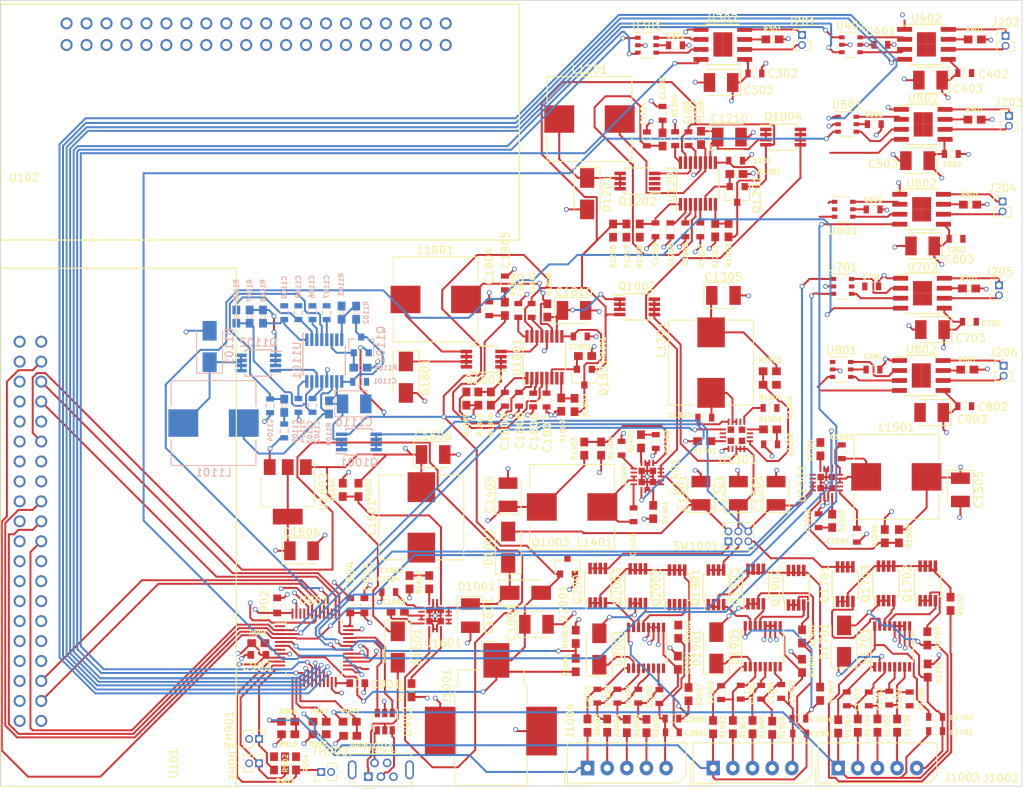
<source format=kicad_pcb>
(kicad_pcb (version 4) (host pcbnew 4.0.7)
  (title_block (title "LESSR Motherboard") (date 2018-04-01) (rev A) (company "ICSEDS Electronics") (comment 4 "All components outside board edge to be placed/routed"))
  (layers (0 F.Cu signal) (1 In1.Cu signal hide) (2 In2.Cu signal hide) (31 B.Cu signal) (34 B.Paste user) (35 F.Paste user) (36 B.SilkS user) (37 F.SilkS user) (38 B.Mask user) (39 F.Mask user) (44 Edge.Cuts user))
  (net 0 "")
  (net 1 +3V3)
  (net 2 GND)
  (net 3 +12V)
  (net 4 "Net-(C1101-Pad2)")
  (net 5 "Net-(C1102-Pad2)")
  (net 6 "Net-(C1103-Pad2)")
  (net 7 "Net-(C1104-Pad2)")
  (net 8 "Net-(C1105-Pad2)")
  (net 9 "Net-(C1106-Pad2)")
  (net 10 "Net-(C1107-Pad2)")
  (net 11 "Net-(C1108-Pad2)")
  (net 12 "Net-(C1109-Pad2)")
  (net 13 "Net-(C1201-Pad2)")
  (net 14 "Net-(C1202-Pad2)")
  (net 15 "Net-(C1203-Pad2)")
  (net 16 "Net-(C1204-Pad2)")
  (net 17 "Net-(C1205-Pad2)")
  (net 18 "Net-(C1206-Pad2)")
  (net 19 "Net-(C1207-Pad2)")
  (net 20 "Net-(C1208-Pad2)")
  (net 21 "Net-(C1209-Pad2)")
  (net 22 "Net-(C1302-Pad2)")
  (net 23 "Net-(C1303-Pad1)")
  (net 24 "Net-(C1303-Pad2)")
  (net 25 "Net-(C1304-Pad2)")
  (net 26 "Net-(C1402-Pad2)")
  (net 27 "Net-(C1403-Pad1)")
  (net 28 "Net-(C1403-Pad2)")
  (net 29 "Net-(C1404-Pad2)")
  (net 30 "Net-(C1502-Pad2)")
  (net 31 "Net-(C1503-Pad1)")
  (net 32 "Net-(C1503-Pad2)")
  (net 33 "Net-(C1504-Pad2)")
  (net 34 "Net-(C1602-Pad2)")
  (net 35 "Net-(C1603-Pad1)")
  (net 36 "Net-(C1603-Pad2)")
  (net 37 "Net-(C1604-Pad2)")
  (net 38 /power/PROTECT_BANK3/CELL1N)
  (net 39 /CPU/BANK3_V)
  (net 40 "Net-(C1702-Pad1)")
  (net 41 "Net-(C1702-Pad2)")
  (net 42 "Net-(C1703-Pad1)")
  (net 43 "Net-(C1704-Pad1)")
  (net 44 "Net-(C1706-Pad2)")
  (net 45 "Net-(C1801-Pad2)")
  (net 46 "Net-(C1802-Pad2)")
  (net 47 "Net-(C1803-Pad2)")
  (net 48 "Net-(C1804-Pad2)")
  (net 49 "Net-(C1805-Pad2)")
  (net 50 "Net-(C1806-Pad2)")
  (net 51 "Net-(C1807-Pad2)")
  (net 52 "Net-(C1808-Pad2)")
  (net 53 "Net-(C1809-Pad2)")
  (net 54 /power/PROTECT_BANK2/CELL1N)
  (net 55 /CPU/BANK2_V)
  (net 56 "Net-(C1902-Pad1)")
  (net 57 "Net-(C1902-Pad2)")
  (net 58 "Net-(C1903-Pad1)")
  (net 59 "Net-(C1904-Pad1)")
  (net 60 "Net-(C1906-Pad2)")
  (net 61 /power/PROTECT_BANK1/CELL1N)
  (net 62 /CPU/BANK1_V)
  (net 63 "Net-(C2002-Pad1)")
  (net 64 "Net-(C2002-Pad2)")
  (net 65 "Net-(C2003-Pad1)")
  (net 66 "Net-(C2004-Pad1)")
  (net 67 "Net-(C2006-Pad2)")
  (net 68 /power/BUCK_DVCC/V_BATT)
  (net 69 /power/BUCK_12V_BANK1/V_BATT)
  (net 70 "Net-(D1101-Pad1)")
  (net 71 "Net-(D1201-Pad1)")
  (net 72 "Net-(D1701-Pad1)")
  (net 73 "Net-(D1801-Pad1)")
  (net 74 "Net-(D1901-Pad1)")
  (net 75 "Net-(D2001-Pad1)")
  (net 76 /power/CHARGE_BANK3/BATT_+VE)
  (net 77 /power/BUCK_12V_BANK3/V_BATT)
  (net 78 /power/CHARGE_BANK2/BATT_+VE)
  (net 79 /power/BUCK_12V_BANK2/V_BATT)
  (net 80 /power/BUCK_12V_BANK1/EN)
  (net 81 /power/CHARGE_BANK1/BATT_+VE)
  (net 82 /CPU/CHARGE_OK)
  (net 83 "Net-(Q1101-Pad2)")
  (net 84 "Net-(Q1102-Pad1)")
  (net 85 "Net-(Q1102-Pad4)")
  (net 86 "Net-(Q1201-Pad2)")
  (net 87 "Net-(Q1202-Pad1)")
  (net 88 "Net-(Q1202-Pad4)")
  (net 89 "Net-(Q1701-Pad1)")
  (net 90 "Net-(Q1701-Pad4)")
  (net 91 /power/PROTECT_BANK3/PACKP)
  (net 92 "Net-(Q1702-Pad1)")
  (net 93 "Net-(Q1702-Pad4)")
  (net 94 "Net-(Q1703-Pad4)")
  (net 95 "Net-(Q1801-Pad2)")
  (net 96 "Net-(Q1802-Pad1)")
  (net 97 "Net-(Q1802-Pad4)")
  (net 98 "Net-(Q1901-Pad1)")
  (net 99 "Net-(Q1901-Pad4)")
  (net 100 /power/PROTECT_BANK2/PACKP)
  (net 101 "Net-(Q1902-Pad1)")
  (net 102 "Net-(Q1902-Pad4)")
  (net 103 "Net-(Q1903-Pad4)")
  (net 104 "Net-(Q2001-Pad1)")
  (net 105 "Net-(Q2001-Pad4)")
  (net 106 /power/PROTECT_BANK1/PACKP)
  (net 107 "Net-(Q2002-Pad1)")
  (net 108 "Net-(Q2002-Pad4)")
  (net 109 "Net-(Q2003-Pad4)")
  (net 110 "Net-(R301-Pad1)")
  (net 111 "Net-(R401-Pad1)")
  (net 112 "Net-(R501-Pad1)")
  (net 113 "Net-(R601-Pad1)")
  (net 114 "Net-(R701-Pad1)")
  (net 115 "Net-(R801-Pad1)")
  (net 116 "Net-(R902-Pad2)")
  (net 117 "Net-(R903-Pad2)")
  (net 118 "Net-(R904-Pad2)")
  (net 119 "Net-(R1102-Pad2)")
  (net 120 "Net-(R1202-Pad2)")
  (net 121 "Net-(R1301-Pad2)")
  (net 122 "Net-(R1302-Pad1)")
  (net 123 "Net-(R1303-Pad2)")
  (net 124 "Net-(R1401-Pad2)")
  (net 125 "Net-(R1402-Pad1)")
  (net 126 "Net-(R1403-Pad2)")
  (net 127 "Net-(R1501-Pad2)")
  (net 128 "Net-(R1502-Pad1)")
  (net 129 "Net-(R1503-Pad2)")
  (net 130 "Net-(R1601-Pad2)")
  (net 131 "Net-(R1602-Pad1)")
  (net 132 /power/5V)
  (net 133 "Net-(R1603-Pad2)")
  (net 134 /power/PROTECT_BANK3/CELL3P)
  (net 135 /power/PROTECT_BANK3/CELL2P)
  (net 136 /power/PROTECT_BANK3/CELL1P)
  (net 137 "Net-(R1802-Pad2)")
  (net 138 /power/PROTECT_BANK2/CELL3P)
  (net 139 /power/PROTECT_BANK2/CELL2P)
  (net 140 /power/PROTECT_BANK2/CELL1P)
  (net 141 /power/PROTECT_BANK1/CELL3P)
  (net 142 /power/PROTECT_BANK1/CELL2P)
  (net 143 /power/PROTECT_BANK1/CELL1P)
  (net 144 /CPU/MOT0_POL)
  (net 145 /CPU/MOT0_PWM)
  (net 146 "Net-(U301-Pad4)")
  (net 147 /CPU/3V3)
  (net 148 "Net-(U301-Pad6)")
  (net 149 /CPU/MOT0_nFAULT)
  (net 150 /motordrive/MOT0_DRV/MOTR)
  (net 151 /motordrive/MOT0_DRV/MOTL)
  (net 152 /CPU/MOT1_POL)
  (net 153 /CPU/MOT1_PWM)
  (net 154 "Net-(U401-Pad4)")
  (net 155 "Net-(U401-Pad6)")
  (net 156 /CPU/MOT1_nFAULT)
  (net 157 /motordrive/MOT1_DRV/MOTR)
  (net 158 /motordrive/MOT1_DRV/MOTL)
  (net 159 /CPU/MOT2_POL)
  (net 160 /CPU/MOT2_PWM)
  (net 161 "Net-(U501-Pad4)")
  (net 162 "Net-(U501-Pad6)")
  (net 163 /CPU/MOT2_nFAULT)
  (net 164 /motordrive/MOT2_DRV/MOTR)
  (net 165 /motordrive/MOT2_DRV/MOTL)
  (net 166 /CPU/MOT3_POL)
  (net 167 /CPU/MOT3_PWM)
  (net 168 "Net-(U601-Pad4)")
  (net 169 "Net-(U601-Pad6)")
  (net 170 /CPU/MOT3_nFAULT)
  (net 171 /motordrive/MOT3_DRV/MOTR)
  (net 172 /motordrive/MOT3_DRV/MOTL)
  (net 173 /CPU/SWEEP_POL)
  (net 174 /CPU/SWEEP_PWM)
  (net 175 "Net-(U701-Pad4)")
  (net 176 "Net-(U701-Pad6)")
  (net 177 /CPU/SWEEP_nFAULT)
  (net 178 /motordrive/SWEEP_DRV/MOTR)
  (net 179 /motordrive/SWEEP_DRV/MOTL)
  (net 180 /CPU/TRAY_POL)
  (net 181 /CPU/TRAY_PWM)
  (net 182 "Net-(U801-Pad4)")
  (net 183 "Net-(U801-Pad6)")
  (net 184 /CPU/TRAY_nFAULT)
  (net 185 /motordrive/TRAY_DRV/MOTR)
  (net 186 /motordrive/TRAY_DRV/MOTL)
  (net 187 "Net-(U901-Pad1)")
  (net 188 /CPU/nRST)
  (net 189 /CPU/BANK1_GD)
  (net 190 /CPU/BANK2_GD)
  (net 191 /CPU/BANK3_GD)
  (net 192 /CPU/DC_CONN)
  (net 193 /CPU/SWDIO)
  (net 194 /CPU/SWCLK)
  (net 195 "Net-(U901-Pad38)")
  (net 196 /CPU/I2C_SCL)
  (net 197 /CPU/I2C_SDA)
  (net 198 "Net-(U901-Pad46)")
  (net 199 "Net-(U1101-Pad7)")
  (net 200 "Net-(U1201-Pad7)")
  (net 201 /power/DIGI_GOOD)
  (net 202 "Net-(U1601-Pad10)")
  (net 203 "Net-(U1701-Pad4)")
  (net 204 "Net-(U1701-Pad6)")
  (net 205 "Net-(U1701-Pad8)")
  (net 206 "Net-(U1801-Pad7)")
  (net 207 "Net-(U1901-Pad4)")
  (net 208 "Net-(U1901-Pad6)")
  (net 209 "Net-(U1901-Pad8)")
  (net 210 "Net-(U2001-Pad4)")
  (net 211 "Net-(U2001-Pad6)")
  (net 212 "Net-(U2001-Pad8)")
  (net 213 /CPU/V_USB)
  (net 214 "Net-(J901-Pad4)")
  (net 215 "Net-(U101-Pad36)")
  (net 216 "Net-(U101-Pad40)")
  (net 217 "Net-(U101-Pad38)")
  (net 218 "Net-(U101-Pad18)")
  (net 219 "Net-(U101-Pad17)")
  (net 220 "Net-(U101-Pad24)")
  (net 221 "Net-(U101-Pad22)")
  (net 222 "Net-(U101-Pad30)")
  (net 223 "Net-(U101-Pad31)")
  (net 224 "Net-(U101-Pad32)")
  (net 225 "Net-(U101-Pad28)")
  (net 226 "Net-(U101-Pad27)")
  (net 227 "Net-(U101-Pad26)")
  (net 228 "Net-(U101-Pad10)")
  (net 229 "Net-(U101-Pad11)")
  (net 230 "Net-(U101-Pad12)")
  (net 231 "Net-(U101-Pad16)")
  (net 232 "Net-(U101-Pad15)")
  (net 233 "Net-(U101-Pad13)")
  (net 234 "Net-(U101-Pad7)")
  (net 235 "Net-(U101-Pad8)")
  (net 236 "Net-(U101-Pad1)")
  (net 237 "Net-(U102-Pad33)")
  (net 238 "Net-(U102-Pad35)")
  (net 239 "Net-(U102-Pad36)")
  (net 240 "Net-(U102-Pad40)")
  (net 241 "Net-(U102-Pad37)")
  (net 242 "Net-(U102-Pad38)")
  (net 243 "Net-(U102-Pad18)")
  (net 244 "Net-(U102-Pad17)")
  (net 245 "Net-(U102-Pad19)")
  (net 246 "Net-(U102-Pad24)")
  (net 247 "Net-(U102-Pad23)")
  (net 248 "Net-(U102-Pad21)")
  (net 249 "Net-(U102-Pad22)")
  (net 250 "Net-(U102-Pad29)")
  (net 251 "Net-(U102-Pad31)")
  (net 252 "Net-(U102-Pad32)")
  (net 253 "Net-(U102-Pad28)")
  (net 254 "Net-(U102-Pad27)")
  (net 255 "Net-(U102-Pad26)")
  (net 256 "Net-(U102-Pad10)")
  (net 257 "Net-(U102-Pad11)")
  (net 258 "Net-(U102-Pad12)")
  (net 259 "Net-(U102-Pad16)")
  (net 260 "Net-(U102-Pad15)")
  (net 261 "Net-(U102-Pad13)")
  (net 262 "Net-(U102-Pad5)")
  (net 263 "Net-(U102-Pad7)")
  (net 264 "Net-(U102-Pad8)")
  (net 265 "Net-(U102-Pad3)")
  (net 266 "Net-(U102-Pad1)")
  (net 267 "Net-(L1101-Pad2)")
  (net 268 "Net-(L1201-Pad2)")
  (net 269 "Net-(L1801-Pad2)")
  (net 270 "Net-(R905-Pad2)")
  (net 271 "Net-(R907-Pad2)")
  (net 272 "Net-(R909-Pad2)")
  (net 273 /power/CHARGE_BANK3/DC_JACK_IN)
  (net 274 "Net-(U901-Pad45)")
  (net 275 /CPU/EXT_P)
  (net 276 /CPU/INT_P)
  (net 277 /CPU/EXT_N)
  (net 278 /CPU/INT_N)
  (module Package_QFP:LQFP-48_7x7mm_P0.5mm (layer F.Cu) (at 127.1 134.6)
    (fp_text reference U901 (at 0 -6) (layer F.SilkS))
    (fp_text value STM32F042C4Tx hide)
    (pad 1 smd rect (at -4.35 -2.75) (size 1.3 0.25) (layers F.Cu F.Paste F.Mask) (net 187 "Net-(U901-Pad1)"))
    (pad 2 smd rect (at -4.35 -2.25) (size 1.3 0.25) (layers F.Cu F.Paste F.Mask) (net 191 /CPU/BANK3_GD))
    (pad 3 smd rect (at -4.35 -1.75) (size 1.3 0.25) (layers F.Cu F.Paste F.Mask) (net 190 /CPU/BANK2_GD))
    (pad 4 smd rect (at -4.35 -1.25) (size 1.3 0.25) (layers F.Cu F.Paste F.Mask) (net 189 /CPU/BANK1_GD))
    (pad 5 smd rect (at -4.35 -0.75) (size 1.3 0.25) (layers F.Cu F.Paste F.Mask) (net 192 /CPU/DC_CONN))
    (pad 6 smd rect (at -4.35 -0.25) (size 1.3 0.25) (layers F.Cu F.Paste F.Mask) (net 82 /CPU/CHARGE_OK))
    (pad 7 smd rect (at -4.35 0.25) (size 1.3 0.25) (layers F.Cu F.Paste F.Mask) (net 188 /CPU/nRST))
    (pad 8 smd rect (at -4.35 0.75) (size 1.3 0.25) (layers F.Cu F.Paste F.Mask) (net 2 GND))
    (pad 9 smd rect (at -4.35 1.25) (size 1.3 0.25) (layers F.Cu F.Paste F.Mask) (net 147 /CPU/3V3))
    (pad 10 smd rect (at -4.35 1.75) (size 1.3 0.25) (layers F.Cu F.Paste F.Mask) (net 118 "Net-(R904-Pad2)"))
    (pad 11 smd rect (at -4.35 2.25) (size 1.3 0.25) (layers F.Cu F.Paste F.Mask) (net 117 "Net-(R903-Pad2)"))
    (pad 12 smd rect (at -4.35 2.75) (size 1.3 0.25) (layers F.Cu F.Paste F.Mask) (net 116 "Net-(R902-Pad2)"))
    (pad 13 smd rect (at -2.75 4.35 90) (size 1.3 0.25) (layers F.Cu F.Paste F.Mask) (net 272 "Net-(R909-Pad2)"))
    (pad 14 smd rect (at -2.25 4.35 90) (size 1.3 0.25) (layers F.Cu F.Paste F.Mask) (net 271 "Net-(R907-Pad2)"))
    (pad 15 smd rect (at -1.75 4.35 90) (size 1.3 0.25) (layers F.Cu F.Paste F.Mask) (net 270 "Net-(R905-Pad2)"))
    (pad 16 smd rect (at -1.25 4.35 90) (size 1.3 0.25) (layers F.Cu F.Paste F.Mask) (net 144 /CPU/MOT0_POL))
    (pad 17 smd rect (at -0.75 4.35 90) (size 1.3 0.25) (layers F.Cu F.Paste F.Mask) (net 145 /CPU/MOT0_PWM))
    (pad 18 smd rect (at -0.25 4.35 90) (size 1.3 0.25) (layers F.Cu F.Paste F.Mask) (net 149 /CPU/MOT0_nFAULT))
    (pad 19 smd rect (at 0.25 4.35 90) (size 1.3 0.25) (layers F.Cu F.Paste F.Mask) (net 152 /CPU/MOT1_POL))
    (pad 20 smd rect (at 0.75 4.35 90) (size 1.3 0.25) (layers F.Cu F.Paste F.Mask) (net 153 /CPU/MOT1_PWM))
    (pad 21 smd rect (at 1.25 4.35 90) (size 1.3 0.25) (layers F.Cu F.Paste F.Mask) (net 156 /CPU/MOT1_nFAULT))
    (pad 22 smd rect (at 1.75 4.35 90) (size 1.3 0.25) (layers F.Cu F.Paste F.Mask) (net 159 /CPU/MOT2_POL))
    (pad 23 smd rect (at 2.25 4.35 90) (size 1.3 0.25) (layers F.Cu F.Paste F.Mask) (net 2 GND))
    (pad 24 smd rect (at 2.75 4.35 90) (size 1.3 0.25) (layers F.Cu F.Paste F.Mask) (net 147 /CPU/3V3))
    (pad 25 smd rect (at 4.35 2.75) (size 1.3 0.25) (layers F.Cu F.Paste F.Mask) (net 160 /CPU/MOT2_PWM))
    (pad 26 smd rect (at 4.35 2.25) (size 1.3 0.25) (layers F.Cu F.Paste F.Mask) (net 163 /CPU/MOT2_nFAULT))
    (pad 27 smd rect (at 4.35 1.75) (size 1.3 0.25) (layers F.Cu F.Paste F.Mask) (net 166 /CPU/MOT3_POL))
    (pad 28 smd rect (at 4.35 1.25) (size 1.3 0.25) (layers F.Cu F.Paste F.Mask) (net 167 /CPU/MOT3_PWM))
    (pad 29 smd rect (at 4.35 0.75) (size 1.3 0.25) (layers F.Cu F.Paste F.Mask) (net 170 /CPU/MOT3_nFAULT))
    (pad 30 smd rect (at 4.35 0.25) (size 1.3 0.25) (layers F.Cu F.Paste F.Mask) (net 173 /CPU/SWEEP_POL))
    (pad 31 smd rect (at 4.35 -0.25) (size 1.3 0.25) (layers F.Cu F.Paste F.Mask) (net 174 /CPU/SWEEP_PWM))
    (pad 32 smd rect (at 4.35 -0.75) (size 1.3 0.25) (layers F.Cu F.Paste F.Mask) (net 278 /CPU/INT_N))
    (pad 33 smd rect (at 4.35 -1.25) (size 1.3 0.25) (layers F.Cu F.Paste F.Mask) (net 276 /CPU/INT_P))
    (pad 34 smd rect (at 4.35 -1.75) (size 1.3 0.25) (layers F.Cu F.Paste F.Mask) (net 193 /CPU/SWDIO))
    (pad 35 smd rect (at 4.35 -2.25) (size 1.3 0.25) (layers F.Cu F.Paste F.Mask) (net 2 GND))
    (pad 36 smd rect (at 4.35 -2.75) (size 1.3 0.25) (layers F.Cu F.Paste F.Mask) (net 147 /CPU/3V3))
    (pad 37 smd rect (at 2.75 -4.35 90) (size 1.3 0.25) (layers F.Cu F.Paste F.Mask) (net 194 /CPU/SWCLK))
    (pad 38 smd rect (at 2.25 -4.35 90) (size 1.3 0.25) (layers F.Cu F.Paste F.Mask) (net 195 "Net-(U901-Pad38)"))
    (pad 39 smd rect (at 1.75 -4.35 90) (size 1.3 0.25) (layers F.Cu F.Paste F.Mask) (net 177 /CPU/SWEEP_nFAULT))
    (pad 40 smd rect (at 1.25 -4.35 90) (size 1.3 0.25) (layers F.Cu F.Paste F.Mask) (net 196 /CPU/I2C_SCL))
    (pad 41 smd rect (at 0.75 -4.35 90) (size 1.3 0.25) (layers F.Cu F.Paste F.Mask) (net 197 /CPU/I2C_SDA))
    (pad 42 smd rect (at 0.25 -4.35 90) (size 1.3 0.25) (layers F.Cu F.Paste F.Mask) (net 180 /CPU/TRAY_POL))
    (pad 43 smd rect (at -0.25 -4.35 90) (size 1.3 0.25) (layers F.Cu F.Paste F.Mask) (net 181 /CPU/TRAY_PWM))
    (pad 44 smd rect (at -0.75 -4.35 90) (size 1.3 0.25) (layers F.Cu F.Paste F.Mask) (net 184 /CPU/TRAY_nFAULT))
    (pad 45 smd rect (at -1.25 -4.35 90) (size 1.3 0.25) (layers F.Cu F.Paste F.Mask) (net 274 "Net-(U901-Pad45)"))
    (pad 46 smd rect (at -1.75 -4.35 90) (size 1.3 0.25) (layers F.Cu F.Paste F.Mask) (net 198 "Net-(U901-Pad46)"))
    (pad 47 smd rect (at -2.25 -4.35 90) (size 1.3 0.25) (layers F.Cu F.Paste F.Mask) (net 2 GND))
    (pad 48 smd rect (at -2.75 -4.35 90) (size 1.3 0.25) (layers F.Cu F.Paste F.Mask) (net 147 /CPU/3V3))
  )
  (module Package_SO:QSOP-16_3.9x4.9mm_P0.635mm (layer F.Cu) (at 156.410337 97.623693 90)
    (fp_text reference U1801 (at 0 -3.5 90) (layer F.SilkS))
    (fp_text value MAX1873TEEE)
    (pad 1 smd rect (at -2.6543 -2.2225 90) (size 1.6 0.41) (layers F.Cu F.Paste F.Mask) (net 53 "Net-(C1809-Pad2)"))
    (pad 2 smd rect (at -2.6543 -1.5875 90) (size 1.6 0.41) (layers F.Cu F.Paste F.Mask) (net 52 "Net-(C1808-Pad2)"))
    (pad 3 smd rect (at -2.6543 -0.9525 90) (size 1.6 0.41) (layers F.Cu F.Paste F.Mask) (net 50 "Net-(C1806-Pad2)"))
    (pad 4 smd rect (at -2.6543 -0.3175 90) (size 1.6 0.41) (layers F.Cu F.Paste F.Mask) (net 48 "Net-(C1804-Pad2)"))
    (pad 5 smd rect (at -2.6543 0.3175 90) (size 1.6 0.41) (layers F.Cu F.Paste F.Mask) (net 51 "Net-(C1807-Pad2)"))
    (pad 6 smd rect (at -2.6543 0.9525 90) (size 1.6 0.41) (layers F.Cu F.Paste F.Mask) (net 95 "Net-(Q1801-Pad2)"))
    (pad 7 smd rect (at -2.6543 1.5875 90) (size 1.6 0.41) (layers F.Cu F.Paste F.Mask) (net 206 "Net-(U1801-Pad7)"))
    (pad 8 smd rect (at -2.6543 2.2225 90) (size 1.6 0.41) (layers F.Cu F.Paste F.Mask) (net 137 "Net-(R1802-Pad2)"))
    (pad 9 smd rect (at 2.6543 2.2225 90) (size 1.6 0.41) (layers F.Cu F.Paste F.Mask) (net 45 "Net-(C1801-Pad2)"))
    (pad 10 smd rect (at 2.6543 1.5875 90) (size 1.6 0.41) (layers F.Cu F.Paste F.Mask) (net 78 /power/CHARGE_BANK2/BATT_+VE))
    (pad 11 smd rect (at 2.6543 0.9525 90) (size 1.6 0.41) (layers F.Cu F.Paste F.Mask) (net 269 "Net-(L1801-Pad2)"))
    (pad 12 smd rect (at 2.6543 0.3175 90) (size 1.6 0.41) (layers F.Cu F.Paste F.Mask) (net 2 GND))
    (pad 13 smd rect (at 2.6543 -0.3175 90) (size 1.6 0.41) (layers F.Cu F.Paste F.Mask) (net 46 "Net-(C1802-Pad2)"))
    (pad 14 smd rect (at 2.6543 -0.9525 90) (size 1.6 0.41) (layers F.Cu F.Paste F.Mask) (net 97 "Net-(Q1802-Pad4)"))
    (pad 15 smd rect (at 2.6543 -1.5875 90) (size 1.6 0.41) (layers F.Cu F.Paste F.Mask) (net 82 /CPU/CHARGE_OK))
    (pad 16 smd rect (at 2.6543 -2.2225 90) (size 1.6 0.41) (layers F.Cu F.Paste F.Mask) (net 47 "Net-(C1803-Pad2)"))
  )
  (module Capacitor_Tantalum_SMD:CP_EIA-3528-21_Kemet-B (layer F.Cu) (at 125.5 122.25)
    (fp_text reference C1606 (at 0 -2.35) (layer F.SilkS))
    (fp_text value 22uF)
    (pad 1 smd rect (at -1.48 0) (size 1.46 2.4) (layers F.Cu F.Paste F.Mask) (net 147 /CPU/3V3))
    (pad 2 smd rect (at 1.48 0) (size 1.46 2.4) (layers F.Cu F.Paste F.Mask) (net 2 GND))
  )
  (module Diode_SMD:D_SMA (layer F.Cu) (at 194.55 133.75 90)
    (fp_text reference D1701 (at 0 -2.5 90) (layer F.SilkS))
    (fp_text value B360)
    (pad 1 smd rect (at -2 0 90) (size 2.5 1.8) (layers F.Cu F.Paste F.Mask) (net 72 "Net-(D1701-Pad1)"))
    (pad 2 smd rect (at 2 0 90) (size 2.5 1.8) (layers F.Cu F.Paste F.Mask) (net 39 /CPU/BANK3_V))
  )
  (module Package_SO:SSOP-16_3.9x4.9mm_P0.635mm (layer F.Cu) (at 200.675 134.425 90)
    (fp_text reference U1701 (at 0 -3.5 90) (layer F.SilkS))
    (fp_text value MAX1894)
    (pad 1 smd rect (at -2.6 -2.2225 90) (size 1.2 0.4) (layers F.Cu F.Paste F.Mask) (net 41 "Net-(C1702-Pad2)"))
    (pad 2 smd rect (at -2.6 -1.5875 90) (size 1.2 0.4) (layers F.Cu F.Paste F.Mask) (net 72 "Net-(D1701-Pad1)"))
    (pad 3 smd rect (at -2.6 -0.9525 90) (size 1.2 0.4) (layers F.Cu F.Paste F.Mask) (net 40 "Net-(C1702-Pad1)"))
    (pad 4 smd rect (at -2.6 -0.3175 90) (size 1.2 0.4) (layers F.Cu F.Paste F.Mask) (net 203 "Net-(U1701-Pad4)"))
    (pad 5 smd rect (at -2.6 0.3175 90) (size 1.2 0.4) (layers F.Cu F.Paste F.Mask) (net 42 "Net-(C1703-Pad1)"))
    (pad 6 smd rect (at -2.6 0.9525 90) (size 1.2 0.4) (layers F.Cu F.Paste F.Mask) (net 204 "Net-(U1701-Pad6)"))
    (pad 7 smd rect (at -2.6 1.5875 90) (size 1.2 0.4) (layers F.Cu F.Paste F.Mask) (net 43 "Net-(C1704-Pad1)"))
    (pad 8 smd rect (at -2.6 2.2225 90) (size 1.2 0.4) (layers F.Cu F.Paste F.Mask) (net 205 "Net-(U1701-Pad8)"))
    (pad 9 smd rect (at 2.6 2.2225 90) (size 1.2 0.4) (layers F.Cu F.Paste F.Mask) (net 38 /power/PROTECT_BANK3/CELL1N))
    (pad 10 smd rect (at 2.6 1.5875 90) (size 1.2 0.4) (layers F.Cu F.Paste F.Mask) (net 2 GND))
    (pad 11 smd rect (at 2.6 0.9525 90) (size 1.2 0.4) (layers F.Cu F.Paste F.Mask) (net 2 GND))
    (pad 12 smd rect (at 2.6 0.3175 90) (size 1.2 0.4) (layers F.Cu F.Paste F.Mask) (net 2 GND))
    (pad 13 smd rect (at 2.6 -0.3175 90) (size 1.2 0.4) (layers F.Cu F.Paste F.Mask) (net 93 "Net-(Q1702-Pad4)"))
    (pad 14 smd rect (at 2.6 -0.9525 90) (size 1.2 0.4) (layers F.Cu F.Paste F.Mask) (net 94 "Net-(Q1703-Pad4)"))
    (pad 15 smd rect (at 2.6 -1.5875 90) (size 1.2 0.4) (layers F.Cu F.Paste F.Mask) (net 90 "Net-(Q1701-Pad4)"))
    (pad 16 smd rect (at 2.6 -2.2225 90) (size 1.2 0.4) (layers F.Cu F.Paste F.Mask) (net 44 "Net-(C1706-Pad2)"))
  )
  (module Roverschemlib:raspi0w (layer F.Cu) (at 114 148.8 90)
    (fp_text reference U101 (at -0.5 -4.75 90) (layer F.SilkS))
    (fp_text value Rpi0w)
    (pad 34 thru_hole circle (at 45.54 -24.375 90) (size 1.524 1.524) (drill 1.016) (layers *.Cu *.Mask) (net 2 GND))
    (pad 33 thru_hole circle (at 45.54 -21.625 90) (size 1.524 1.524) (drill 1.016) (layers *.Cu *.Mask) (net 194 /CPU/SWCLK))
    (pad 35 thru_hole circle (at 48.08 -21.625 90) (size 1.524 1.524) (drill 1.016) (layers *.Cu *.Mask) (net 193 /CPU/SWDIO))
    (pad 36 thru_hole circle (at 48.08 -24.375 90) (size 1.524 1.524) (drill 1.016) (layers *.Cu *.Mask) (net 215 "Net-(U101-Pad36)"))
    (pad 40 thru_hole circle (at 53.16 -24.375 90) (size 1.524 1.524) (drill 1.016) (layers *.Cu *.Mask) (net 216 "Net-(U101-Pad40)"))
    (pad 39 thru_hole circle (at 53.16 -21.625 90) (size 1.524 1.524) (drill 1.016) (layers *.Cu *.Mask) (net 2 GND))
    (pad 37 thru_hole circle (at 50.62 -21.625 90) (size 1.524 1.524) (drill 1.016) (layers *.Cu *.Mask) (net 188 /CPU/nRST))
    (pad 38 thru_hole circle (at 50.62 -24.375 90) (size 1.524 1.524) (drill 1.016) (layers *.Cu *.Mask) (net 217 "Net-(U101-Pad38)"))
    (pad 18 thru_hole circle (at 25.22 -24.375 90) (size 1.524 1.524) (drill 1.016) (layers *.Cu *.Mask) (net 218 "Net-(U101-Pad18)"))
    (pad 17 thru_hole circle (at 25.22 -21.625 90) (size 1.524 1.524) (drill 1.016) (layers *.Cu *.Mask) (net 219 "Net-(U101-Pad17)"))
    (pad 19 thru_hole circle (at 27.76 -21.625 90) (size 1.524 1.524) (drill 1.016) (layers *.Cu *.Mask) (net 191 /CPU/BANK3_GD))
    (pad 20 thru_hole circle (at 27.76 -24.375 90) (size 1.524 1.524) (drill 1.016) (layers *.Cu *.Mask) (net 2 GND))
    (pad 24 thru_hole circle (at 32.84 -24.375 90) (size 1.524 1.524) (drill 1.016) (layers *.Cu *.Mask) (net 220 "Net-(U101-Pad24)"))
    (pad 23 thru_hole circle (at 32.84 -21.625 90) (size 1.524 1.524) (drill 1.016) (layers *.Cu *.Mask) (net 189 /CPU/BANK1_GD))
    (pad 21 thru_hole circle (at 30.3 -21.625 90) (size 1.524 1.524) (drill 1.016) (layers *.Cu *.Mask) (net 190 /CPU/BANK2_GD))
    (pad 22 thru_hole circle (at 30.3 -24.375 90) (size 1.524 1.524) (drill 1.016) (layers *.Cu *.Mask) (net 221 "Net-(U101-Pad22)"))
    (pad 30 thru_hole circle (at 40.46 -24.375 90) (size 1.524 1.524) (drill 1.016) (layers *.Cu *.Mask) (net 222 "Net-(U101-Pad30)"))
    (pad 29 thru_hole circle (at 40.46 -21.625 90) (size 1.524 1.524) (drill 1.016) (layers *.Cu *.Mask) (net 201 /power/DIGI_GOOD))
    (pad 31 thru_hole circle (at 43 -21.625 90) (size 1.524 1.524) (drill 1.016) (layers *.Cu *.Mask) (net 223 "Net-(U101-Pad31)"))
    (pad 32 thru_hole circle (at 43 -24.375 90) (size 1.524 1.524) (drill 1.016) (layers *.Cu *.Mask) (net 224 "Net-(U101-Pad32)"))
    (pad 28 thru_hole circle (at 37.92 -24.375 90) (size 1.524 1.524) (drill 1.016) (layers *.Cu *.Mask) (net 225 "Net-(U101-Pad28)"))
    (pad 27 thru_hole circle (at 37.92 -21.625 90) (size 1.524 1.524) (drill 1.016) (layers *.Cu *.Mask) (net 226 "Net-(U101-Pad27)"))
    (pad 25 thru_hole circle (at 35.38 -21.625 90) (size 1.524 1.524) (drill 1.016) (layers *.Cu *.Mask) (net 2 GND))
    (pad 26 thru_hole circle (at 35.38 -24.375 90) (size 1.524 1.524) (drill 1.016) (layers *.Cu *.Mask) (net 227 "Net-(U101-Pad26)"))
    (pad 10 thru_hole circle (at 15.06 -24.375 90) (size 1.524 1.524) (drill 1.016) (layers *.Cu *.Mask) (net 228 "Net-(U101-Pad10)"))
    (pad 9 thru_hole circle (at 15.06 -21.625 90) (size 1.524 1.524) (drill 1.016) (layers *.Cu *.Mask) (net 2 GND))
    (pad 11 thru_hole circle (at 17.6 -21.625 90) (size 1.524 1.524) (drill 1.016) (layers *.Cu *.Mask) (net 229 "Net-(U101-Pad11)"))
    (pad 12 thru_hole circle (at 17.6 -24.375 90) (size 1.524 1.524) (drill 1.016) (layers *.Cu *.Mask) (net 230 "Net-(U101-Pad12)"))
    (pad 16 thru_hole circle (at 22.68 -24.375 90) (size 1.524 1.524) (drill 1.016) (layers *.Cu *.Mask) (net 231 "Net-(U101-Pad16)"))
    (pad 15 thru_hole circle (at 22.68 -21.625 90) (size 1.524 1.524) (drill 1.016) (layers *.Cu *.Mask) (net 232 "Net-(U101-Pad15)"))
    (pad 13 thru_hole circle (at 20.14 -21.625 90) (size 1.524 1.524) (drill 1.016) (layers *.Cu *.Mask) (net 233 "Net-(U101-Pad13)"))
    (pad 14 thru_hole circle (at 20.14 -24.375 90) (size 1.524 1.524) (drill 1.016) (layers *.Cu *.Mask) (net 2 GND))
    (pad 6 thru_hole circle (at 9.98 -24.375 90) (size 1.524 1.524) (drill 1.016) (layers *.Cu *.Mask) (net 2 GND))
    (pad 5 thru_hole circle (at 9.98 -21.625 90) (size 1.524 1.524) (drill 1.016) (layers *.Cu *.Mask) (net 196 /CPU/I2C_SCL))
    (pad 7 thru_hole circle (at 12.52 -21.625 90) (size 1.524 1.524) (drill 1.016) (layers *.Cu *.Mask) (net 234 "Net-(U101-Pad7)"))
    (pad 8 thru_hole circle (at 12.52 -24.375 90) (size 1.524 1.524) (drill 1.016) (layers *.Cu *.Mask) (net 235 "Net-(U101-Pad8)"))
    (pad 4 thru_hole circle (at 7.44 -24.375 90) (size 1.524 1.524) (drill 1.016) (layers *.Cu *.Mask) (net 132 /power/5V))
    (pad 3 thru_hole circle (at 7.44 -21.625 90) (size 1.524 1.524) (drill 1.016) (layers *.Cu *.Mask) (net 197 /CPU/I2C_SDA))
    (pad 1 thru_hole circle (at 4.9 -21.625 90) (size 1.524 1.524) (drill 1.016) (layers *.Cu *.Mask) (net 236 "Net-(U101-Pad1)"))
    (pad 2 thru_hole circle (at 4.9 -24.375 90) (size 1.524 1.524) (drill 1.016) (layers *.Cu *.Mask) (net 132 /power/5V))
    (pad "" np_thru_hole circle (at 58 -23 90) (size 2.75 2.75) (drill 2.75) (layers *.Cu *.Mask))
    (pad "" np_thru_hole circle (at 0 -23 90) (size 2.75 2.75) (drill 2.75) (layers *.Cu *.Mask))
    (pad "" np_thru_hole circle (at 58 0 90) (size 2.75 2.75) (drill 2.75) (layers *.Cu *.Mask))
    (pad "" np_thru_hole circle (at 0 0 90) (size 2.75 2.75) (drill 2.75) (layers *.Cu *.Mask))
  )
  (module Package_SO:TI_SO-PowerPAD-8 (layer F.Cu) (at 204.380055 99.941064)
    (fp_text reference U802 (at 0 -3.3) (layer F.SilkS))
    (fp_text value DRV8872-Q1)
    (pad 1 smd rect (at -2.78 -1.905) (size 1.91 0.61) (layers F.Cu F.Paste F.Mask) (net 2 GND))
    (pad 2 smd rect (at -2.78 -0.635) (size 1.91 0.61) (layers F.Cu F.Paste F.Mask) (net 183 "Net-(U801-Pad6)"))
    (pad 3 smd rect (at -2.78 0.635) (size 1.91 0.61) (layers F.Cu F.Paste F.Mask) (net 182 "Net-(U801-Pad4)"))
    (pad 4 smd rect (at -2.78 1.905) (size 1.91 0.61) (layers F.Cu F.Paste F.Mask) (net 184 /CPU/TRAY_nFAULT))
    (pad 5 smd rect (at 2.78 1.905) (size 1.91 0.61) (layers F.Cu F.Paste F.Mask) (net 3 +12V))
    (pad 6 smd rect (at 2.78 0.635) (size 1.91 0.61) (layers F.Cu F.Paste F.Mask) (net 185 /motordrive/TRAY_DRV/MOTR))
    (pad 7 smd rect (at 2.78 -0.635) (size 1.91 0.61) (layers F.Cu F.Paste F.Mask) (net 115 "Net-(R801-Pad1)"))
    (pad 8 smd rect (at 2.78 -1.905) (size 1.91 0.61) (layers F.Cu F.Paste F.Mask) (net 186 /motordrive/TRAY_DRV/MOTL))
    (pad 9 smd rect (at 0.6025 0.775) (size 1.205 1.55) (layers F.Cu F.Paste F.Mask))
    (pad 9 smd rect (at 0.6025 -0.775) (size 1.205 1.55) (layers F.Cu F.Paste F.Mask))
    (pad 9 smd rect (at -0.6025 0.775) (size 1.205 1.55) (layers F.Cu F.Paste F.Mask))
    (pad 9 smd rect (at -0.6025 -0.775) (size 1.205 1.55) (layers F.Cu F.Paste F.Mask))
  )
  (module Capacitor_SMD:C_0603_1608Metric (layer F.Cu) (at 173.094326 57.911494)
    (fp_text reference C301 (at 0.01 -1.21) (layer F.SilkS) (effects (font (size 0.6096 0.6096) (thickness 0.127))))
    (fp_text value 100nF)
    (pad 1 smd rect (at -0.875 0) (size 0.67 1) (layers F.Cu F.Paste F.Mask) (net 147 /CPU/3V3))
    (pad 2 smd rect (at 0.875 0) (size 0.67 1) (layers F.Cu F.Paste F.Mask) (net 2 GND))
  )
  (module Capacitor_SMD:C_0603_1608Metric (layer F.Cu) (at 183.2 61.5)
    (fp_text reference C302 (at 3.55 0) (layer F.SilkS))
    (fp_text value 10uF)
    (pad 1 smd rect (at -0.875 0) (size 0.67 1) (layers F.Cu F.Paste F.Mask) (net 3 +12V))
    (pad 2 smd rect (at 0.875 0) (size 0.67 1) (layers F.Cu F.Paste F.Mask) (net 2 GND))
  )
  (module Capacitor_SMD:C_0603_1608Metric (layer F.Cu) (at 199.22886 57.84919)
    (fp_text reference C401 (at 0 -1.65) (layer F.SilkS))
    (fp_text value 100nF)
    (pad 1 smd rect (at -0.875 0) (size 0.67 1) (layers F.Cu F.Paste F.Mask) (net 147 /CPU/3V3))
    (pad 2 smd rect (at 0.875 0) (size 0.67 1) (layers F.Cu F.Paste F.Mask) (net 2 GND))
  )
  (module Capacitor_SMD:C_0603_1608Metric (layer F.Cu) (at 209.9 61.45)
    (fp_text reference C402 (at 3.65 0.15) (layer F.SilkS))
    (fp_text value 10uF)
    (pad 1 smd rect (at -0.875 0) (size 0.67 1) (layers F.Cu F.Paste F.Mask) (net 3 +12V))
    (pad 2 smd rect (at 0.875 0) (size 0.67 1) (layers F.Cu F.Paste F.Mask) (net 2 GND))
  )
  (module Capacitor_SMD:C_0603_1608Metric (layer F.Cu) (at 198.4 67.955203)
    (fp_text reference C501 (at -0.04 -1.24) (layer F.SilkS) (effects (font (size 0.6096 0.6096) (thickness 0.127))))
    (fp_text value 100nF)
    (pad 1 smd rect (at -0.875 0) (size 0.67 1) (layers F.Cu F.Paste F.Mask) (net 147 /CPU/3V3))
    (pad 2 smd rect (at 0.875 0) (size 0.67 1) (layers F.Cu F.Paste F.Mask) (net 2 GND))
  )
  (module Capacitor_SMD:C_0603_1608Metric (layer F.Cu) (at 208.2 71.75)
    (fp_text reference C502 (at 0.1 1.35) (layer F.SilkS) (effects (font (size 0.6096 0.6096) (thickness 0.127))))
    (fp_text value 10uF)
    (pad 1 smd rect (at -0.875 0) (size 0.67 1) (layers F.Cu F.Paste F.Mask) (net 3 +12V))
    (pad 2 smd rect (at 0.875 0) (size 0.67 1) (layers F.Cu F.Paste F.Mask) (net 2 GND))
  )
  (module Capacitor_SMD:C_0603_1608Metric (layer F.Cu) (at 198.25 78.804733)
    (fp_text reference C601 (at 0.015 -1.24) (layer F.SilkS) (effects (font (size 0.6096 0.6096) (thickness 0.127))))
    (fp_text value 100nF)
    (pad 1 smd rect (at -0.875 0) (size 0.67 1) (layers F.Cu F.Paste F.Mask) (net 147 /CPU/3V3))
    (pad 2 smd rect (at 0.875 0) (size 0.67 1) (layers F.Cu F.Paste F.Mask) (net 2 GND))
  )
  (module Capacitor_SMD:C_0603_1608Metric (layer F.Cu) (at 208.8 82.55)
    (fp_text reference C602 (at 0.1 1.4) (layer F.SilkS) (effects (font (size 0.6096 0.6096) (thickness 0.127))))
    (fp_text value 10uF)
    (pad 1 smd rect (at -0.875 0) (size 0.67 1) (layers F.Cu F.Paste F.Mask) (net 3 +12V))
    (pad 2 smd rect (at 0.875 0) (size 0.67 1) (layers F.Cu F.Paste F.Mask) (net 2 GND))
  )
  (module Capacitor_SMD:C_0603_1608Metric (layer F.Cu) (at 198.062674 88.601064)
    (fp_text reference C701 (at -0.01 -1.21) (layer F.SilkS) (effects (font (size 0.6096 0.6096) (thickness 0.127))))
    (fp_text value 100nF)
    (pad 1 smd rect (at -0.875 0) (size 0.67 1) (layers F.Cu F.Paste F.Mask) (net 147 /CPU/3V3))
    (pad 2 smd rect (at 0.875 0) (size 0.67 1) (layers F.Cu F.Paste F.Mask) (net 2 GND))
  )
  (module Capacitor_SMD:C_0603_1608Metric (layer F.Cu) (at 210.5 93.1)
    (fp_text reference C702 (at 2.75 0.2) (layer F.SilkS) (effects (font (size 0.6096 0.6096) (thickness 0.127))))
    (fp_text value 10uF)
    (pad 1 smd rect (at -0.875 0) (size 0.67 1) (layers F.Cu F.Paste F.Mask) (net 3 +12V))
    (pad 2 smd rect (at 0.875 0) (size 0.67 1) (layers F.Cu F.Paste F.Mask) (net 2 GND))
  )
  (module Capacitor_SMD:C_0603_1608Metric (layer F.Cu) (at 198.232674 99.191064)
    (fp_text reference C801 (at 0 -1.65) (layer F.SilkS) (effects (font (size 0.6096 0.6096) (thickness 0.127))))
    (fp_text value 100nF)
    (pad 1 smd rect (at -0.875 0) (size 0.67 1) (layers F.Cu F.Paste F.Mask) (net 147 /CPU/3V3))
    (pad 2 smd rect (at 0.875 0) (size 0.67 1) (layers F.Cu F.Paste F.Mask) (net 2 GND))
  )
  (module Capacitor_SMD:C_0603_1608Metric (layer F.Cu) (at 209.9 103.85)
    (fp_text reference C802 (at 3.6 0.1) (layer F.SilkS))
    (fp_text value 10uF)
    (pad 1 smd rect (at -0.875 0) (size 0.67 1) (layers F.Cu F.Paste F.Mask) (net 3 +12V))
    (pad 2 smd rect (at 0.875 0) (size 0.67 1) (layers F.Cu F.Paste F.Mask) (net 2 GND))
  )
  (module Capacitor_SMD:C_0603_1608Metric_Pad0.84x1.00mm_HandSolder (layer F.Cu) (at 132.6 139.1)
    (fp_text reference C901 (at 3.65 0.15) (layer F.SilkS))
    (fp_text value 100nF)
    (pad 1 smd rect (at -0.9625 0) (size 0.845 1) (layers F.Cu F.Paste F.Mask) (net 147 /CPU/3V3))
    (pad 2 smd rect (at 0.9625 0) (size 0.845 1) (layers F.Cu F.Paste F.Mask) (net 2 GND))
  )
  (module Capacitor_SMD:C_0603_1608Metric_Pad0.84x1.00mm_HandSolder (layer F.Cu) (at 122.4 129.2 90)
    (fp_text reference C902 (at 0 -1.65 90) (layer F.SilkS))
    (fp_text value 100nF hide)
    (pad 1 smd rect (at -0.9625 0 90) (size 0.845 1) (layers F.Cu F.Paste F.Mask) (net 147 /CPU/3V3))
    (pad 2 smd rect (at 0.9625 0 90) (size 0.845 1) (layers F.Cu F.Paste F.Mask) (net 2 GND))
  )
  (module Capacitor_SMD:C_0603_1608Metric_Pad0.84x1.00mm_HandSolder (layer F.Cu) (at 120 135.5 180)
    (fp_text reference C903 (at 0.2 -1.5 180) (layer F.SilkS))
    (fp_text value 100nF hide)
    (pad 1 smd rect (at -0.9625 0 180) (size 0.845 1) (layers F.Cu F.Paste F.Mask) (net 147 /CPU/3V3))
    (pad 2 smd rect (at 0.9625 0 180) (size 0.845 1) (layers F.Cu F.Paste F.Mask) (net 2 GND))
  )
  (module Capacitor_SMD:C_0603_1608Metric_Pad0.84x1.00mm_HandSolder (layer F.Cu) (at 131.7 129.2 90)
    (fp_text reference C904 (at 3.7 0 90) (layer F.SilkS))
    (fp_text value 100nF hide)
    (pad 1 smd rect (at -0.9625 0 90) (size 0.845 1) (layers F.Cu F.Paste F.Mask) (net 147 /CPU/3V3))
    (pad 2 smd rect (at 0.9625 0 90) (size 0.845 1) (layers F.Cu F.Paste F.Mask) (net 2 GND))
  )
  (module Capacitor_SMD:C_0603_1608Metric_Pad0.84x1.00mm_HandSolder (layer F.Cu) (at 133.5 129.2 90)
    (fp_text reference C905 (at 3.7 0.5 90) (layer F.SilkS))
    (fp_text value 1uF hide)
    (pad 1 smd rect (at -0.9625 0 90) (size 0.845 1) (layers F.Cu F.Paste F.Mask) (net 147 /CPU/3V3))
    (pad 2 smd rect (at 0.9625 0 90) (size 0.845 1) (layers F.Cu F.Paste F.Mask) (net 2 GND))
  )
  (module Capacitor_SMD:C_0603_1608Metric (layer B.Cu) (at 132.9 100.745804 180)
    (fp_text reference C1101 (at -3.2 0.1 180) (layer B.SilkS) (effects (font (size 0.6096 0.6096) (thickness 0.127)) (justify mirror)))
    (fp_text value 1uF)
    (pad 1 smd rect (at -0.875 0 180) (size 0.67 1) (layers B.Cu B.Paste B.Mask) (net 2 GND))
    (pad 2 smd rect (at 0.875 0 180) (size 0.67 1) (layers B.Cu B.Paste B.Mask) (net 4 "Net-(C1101-Pad2)"))
  )
  (module Capacitor_SMD:C_0603_1608Metric (layer B.Cu) (at 126.9 103.745804 90)
    (fp_text reference C1102 (at -3.35 0.55 90) (layer B.SilkS) (effects (font (size 0.6096 0.6096) (thickness 0.127)) (justify mirror)))
    (fp_text value 22nF)
    (pad 1 smd rect (at -0.875 0 90) (size 0.67 1) (layers B.Cu B.Paste B.Mask) (net 273 /power/CHARGE_BANK3/DC_JACK_IN))
    (pad 2 smd rect (at 0.875 0 90) (size 0.67 1) (layers B.Cu B.Paste B.Mask) (net 5 "Net-(C1102-Pad2)"))
  )
  (module Capacitor_SMD:C_0603_1608Metric (layer B.Cu) (at 125.1 103.745804 90)
    (fp_text reference C1103 (at -3.4 1.45 90) (layer B.SilkS) (effects (font (size 0.6096 0.6096) (thickness 0.127)) (justify mirror)))
    (fp_text value 2.2uF)
    (pad 1 smd rect (at -0.875 0 90) (size 0.67 1) (layers B.Cu B.Paste B.Mask) (net 2 GND))
    (pad 2 smd rect (at 0.875 0 90) (size 0.67 1) (layers B.Cu B.Paste B.Mask) (net 6 "Net-(C1103-Pad2)"))
  )
  (module Capacitor_SMD:C_0603_1608Metric (layer B.Cu) (at 121.5 103.795804 90)
    (fp_text reference C1104 (at -3.1 0 90) (layer B.SilkS) (effects (font (size 0.6096 0.6096) (thickness 0.127)) (justify mirror)))
    (fp_text value 100nF)
    (pad 1 smd rect (at -0.875 0 90) (size 0.67 1) (layers B.Cu B.Paste B.Mask) (net 2 GND))
    (pad 2 smd rect (at 0.875 0 90) (size 0.67 1) (layers B.Cu B.Paste B.Mask) (net 7 "Net-(C1104-Pad2)"))
  )
  (module Capacitor_SMD:C_0603_1608Metric (layer B.Cu) (at 123.3 106.995804 90)
    (fp_text reference C1105 (at -0.05 1.4 90) (layer B.SilkS) (effects (font (size 0.6096 0.6096) (thickness 0.127)) (justify mirror)))
    (fp_text value 100nF)
    (pad 1 smd rect (at -0.875 0 90) (size 0.67 1) (layers B.Cu B.Paste B.Mask) (net 2 GND))
    (pad 2 smd rect (at 0.875 0 90) (size 0.67 1) (layers B.Cu B.Paste B.Mask) (net 8 "Net-(C1105-Pad2)"))
  )
  (module Capacitor_SMD:C_0603_1608Metric (layer B.Cu) (at 126.9 91.945804 270)
    (fp_text reference C1106 (at -3.3 0.1 270) (layer B.SilkS) (effects (font (size 0.6096 0.6096) (thickness 0.127)) (justify mirror)))
    (fp_text value 47nF)
    (pad 1 smd rect (at -0.875 0 270) (size 0.67 1) (layers B.Cu B.Paste B.Mask) (net 2 GND))
    (pad 2 smd rect (at 0.875 0 270) (size 0.67 1) (layers B.Cu B.Paste B.Mask) (net 9 "Net-(C1106-Pad2)"))
  )
  (module Capacitor_SMD:C_0603_1608Metric (layer B.Cu) (at 128.7 91.945804 270)
    (fp_text reference C1107 (at -3.3 0 270) (layer B.SilkS) (effects (font (size 0.6096 0.6096) (thickness 0.127)) (justify mirror)))
    (fp_text value 47nF)
    (pad 1 smd rect (at -0.875 0 270) (size 0.67 1) (layers B.Cu B.Paste B.Mask) (net 2 GND))
    (pad 2 smd rect (at 0.875 0 270) (size 0.67 1) (layers B.Cu B.Paste B.Mask) (net 10 "Net-(C1107-Pad2)"))
  )
  (module Capacitor_SMD:C_0603_1608Metric (layer B.Cu) (at 125.1 91.945804 270)
    (fp_text reference C1108 (at -3.3 0 270) (layer B.SilkS) (effects (font (size 0.6096 0.6096) (thickness 0.127)) (justify mirror)))
    (fp_text value 10nF)
    (pad 1 smd rect (at -0.875 0 270) (size 0.67 1) (layers B.Cu B.Paste B.Mask) (net 2 GND))
    (pad 2 smd rect (at 0.875 0 270) (size 0.67 1) (layers B.Cu B.Paste B.Mask) (net 11 "Net-(C1108-Pad2)"))
  )
  (module Capacitor_SMD:C_0603_1608Metric (layer B.Cu) (at 123.3 91.945804 270)
    (fp_text reference C1109 (at -3.2 0 270) (layer B.SilkS) (effects (font (size 0.6096 0.6096) (thickness 0.127)) (justify mirror)))
    (fp_text value 10nF)
    (pad 1 smd rect (at -0.875 0 270) (size 0.67 1) (layers B.Cu B.Paste B.Mask) (net 2 GND))
    (pad 2 smd rect (at 0.875 0 270) (size 0.67 1) (layers B.Cu B.Paste B.Mask) (net 12 "Net-(C1109-Pad2)"))
  )
  (module Capacitor_SMD:C_0603_1608Metric (layer F.Cu) (at 180.75 72.6 180)
    (fp_text reference C1201 (at -3.1 0 180) (layer F.SilkS) (effects (font (size 0.6096 0.6096) (thickness 0.127))))
    (fp_text value 1uF)
    (pad 1 smd rect (at -0.875 0 180) (size 0.67 1) (layers F.Cu F.Paste F.Mask) (net 2 GND))
    (pad 2 smd rect (at 0.875 0 180) (size 0.67 1) (layers F.Cu F.Paste F.Mask) (net 13 "Net-(C1201-Pad2)"))
  )
  (module Capacitor_SMD:C_0603_1608Metric (layer F.Cu) (at 174.75 69.8 270)
    (fp_text reference C1202 (at -3.4 -0.6 270) (layer F.SilkS) (effects (font (size 0.6096 0.6096) (thickness 0.127))))
    (fp_text value 22nF)
    (pad 1 smd rect (at -0.875 0 270) (size 0.67 1) (layers F.Cu F.Paste F.Mask) (net 82 /CPU/CHARGE_OK))
    (pad 2 smd rect (at 0.875 0 270) (size 0.67 1) (layers F.Cu F.Paste F.Mask) (net 14 "Net-(C1202-Pad2)"))
  )
  (module Capacitor_SMD:C_0603_1608Metric (layer F.Cu) (at 173.05 69.8 270)
    (fp_text reference C1203 (at -3.3 -1.4 270) (layer F.SilkS) (effects (font (size 0.6096 0.6096) (thickness 0.127))))
    (fp_text value 2.2uF)
    (pad 1 smd rect (at -0.875 0 270) (size 0.67 1) (layers F.Cu F.Paste F.Mask) (net 2 GND))
    (pad 2 smd rect (at 0.875 0 270) (size 0.67 1) (layers F.Cu F.Paste F.Mask) (net 15 "Net-(C1203-Pad2)"))
  )
  (module Capacitor_SMD:C_0603_1608Metric (layer F.Cu) (at 169.45 69.825 270)
    (fp_text reference C1204 (at -3.225 0.45 270) (layer F.SilkS) (effects (font (size 0.6096 0.6096) (thickness 0.127))))
    (fp_text value 100nF)
    (pad 1 smd rect (at -0.875 0 270) (size 0.67 1) (layers F.Cu F.Paste F.Mask) (net 2 GND))
    (pad 2 smd rect (at 0.875 0 270) (size 0.67 1) (layers F.Cu F.Paste F.Mask) (net 16 "Net-(C1204-Pad2)"))
  )
  (module Capacitor_SMD:C_0603_1608Metric (layer F.Cu) (at 171.45 66.575 270)
    (fp_text reference C1205 (at -3.2 0 270) (layer F.SilkS) (effects (font (size 0.6096 0.6096) (thickness 0.127))))
    (fp_text value 100nF)
    (pad 1 smd rect (at -0.875 0 270) (size 0.67 1) (layers F.Cu F.Paste F.Mask) (net 2 GND))
    (pad 2 smd rect (at 0.875 0 270) (size 0.67 1) (layers F.Cu F.Paste F.Mask) (net 17 "Net-(C1205-Pad2)"))
  )
  (module Capacitor_SMD:C_0603_1608Metric (layer F.Cu) (at 174.35 81.4 90)
    (fp_text reference C1206 (at -3.1 0 90) (layer F.SilkS) (effects (font (size 0.6096 0.6096) (thickness 0.127))))
    (fp_text value 47nF)
    (pad 1 smd rect (at -0.875 0 90) (size 0.67 1) (layers F.Cu F.Paste F.Mask) (net 2 GND))
    (pad 2 smd rect (at 0.875 0 90) (size 0.67 1) (layers F.Cu F.Paste F.Mask) (net 18 "Net-(C1206-Pad2)"))
  )
  (module Capacitor_SMD:C_0603_1608Metric (layer F.Cu) (at 176.25 81.4 90)
    (fp_text reference C1207 (at -3.3 0.2 90) (layer F.SilkS) (effects (font (size 0.6096 0.6096) (thickness 0.127))))
    (fp_text value 47nF)
    (pad 1 smd rect (at -0.875 0 90) (size 0.67 1) (layers F.Cu F.Paste F.Mask) (net 2 GND))
    (pad 2 smd rect (at 0.875 0 90) (size 0.67 1) (layers F.Cu F.Paste F.Mask) (net 19 "Net-(C1207-Pad2)"))
  )
  (module Capacitor_SMD:C_0603_1608Metric (layer F.Cu) (at 172.45 81.4 90)
    (fp_text reference C1208 (at -3.2 0.1 90) (layer F.SilkS) (effects (font (size 0.6096 0.6096) (thickness 0.127))))
    (fp_text value 10nF)
    (pad 1 smd rect (at -0.875 0 90) (size 0.67 1) (layers F.Cu F.Paste F.Mask) (net 2 GND))
    (pad 2 smd rect (at 0.875 0 90) (size 0.67 1) (layers F.Cu F.Paste F.Mask) (net 20 "Net-(C1208-Pad2)"))
  )
  (module Capacitor_SMD:C_0603_1608Metric (layer F.Cu) (at 170.55 81.4 90)
    (fp_text reference C1209 (at -3.1 0 90) (layer F.SilkS) (effects (font (size 0.6096 0.6096) (thickness 0.127))))
    (fp_text value 10nF)
    (pad 1 smd rect (at -0.875 0 90) (size 0.67 1) (layers F.Cu F.Paste F.Mask) (net 2 GND))
    (pad 2 smd rect (at 0.875 0 90) (size 0.67 1) (layers F.Cu F.Paste F.Mask) (net 21 "Net-(C1209-Pad2)"))
  )
  (module Capacitor_SMD:C_0603_1608Metric (layer F.Cu) (at 185.2 108.7)
    (fp_text reference C1302 (at 2.5 0 90) (layer F.SilkS) (effects (font (size 0.6096 0.6096) (thickness 0.127))))
    (fp_text value 10nF)
    (pad 1 smd rect (at -0.875 0) (size 0.67 1) (layers F.Cu F.Paste F.Mask) (net 2 GND))
    (pad 2 smd rect (at 0.875 0) (size 0.67 1) (layers F.Cu F.Paste F.Mask) (net 22 "Net-(C1302-Pad2)"))
  )
  (module Capacitor_SMD:C_0603_1608Metric (layer F.Cu) (at 176.825 105.3 180)
    (fp_text reference C1303 (at 3.225 0.3 180) (layer F.SilkS) (effects (font (size 0.6096 0.6096) (thickness 0.127))))
    (fp_text value 100nF)
    (pad 1 smd rect (at -0.875 0 180) (size 0.67 1) (layers F.Cu F.Paste F.Mask) (net 23 "Net-(C1303-Pad1)"))
    (pad 2 smd rect (at 0.875 0 180) (size 0.67 1) (layers F.Cu F.Paste F.Mask) (net 24 "Net-(C1303-Pad2)"))
  )
  (module Capacitor_SMD:C_0603_1608Metric (layer F.Cu) (at 185.125 104.075 180)
    (fp_text reference C1304 (at -2.5 0.075 270) (layer F.SilkS) (effects (font (size 0.6096 0.6096) (thickness 0.127))))
    (fp_text value 10nF)
    (pad 1 smd rect (at -0.875 0 180) (size 0.67 1) (layers F.Cu F.Paste F.Mask) (net 2 GND))
    (pad 2 smd rect (at 0.875 0 180) (size 0.67 1) (layers F.Cu F.Paste F.Mask) (net 25 "Net-(C1304-Pad2)"))
  )
  (module Capacitor_SMD:C_0603_1608Metric (layer F.Cu) (at 170.583415 108.344147 90)
    (fp_text reference C1402 (at 0.025 1.45 90) (layer F.SilkS) (effects (font (size 0.6096 0.6096) (thickness 0.127))))
    (fp_text value 10nF)
    (pad 1 smd rect (at -0.875 0 90) (size 0.67 1) (layers F.Cu F.Paste F.Mask) (net 2 GND))
    (pad 2 smd rect (at 0.875 0 90) (size 0.67 1) (layers F.Cu F.Paste F.Mask) (net 26 "Net-(C1402-Pad2)"))
  )
  (module Capacitor_SMD:C_0603_1608Metric (layer F.Cu) (at 167.758415 117.669147 90)
    (fp_text reference C1403 (at -3.825 -0.075 90) (layer F.SilkS) (effects (font (size 0.6096 0.6096) (thickness 0.127))))
    (fp_text value 100nF)
    (pad 1 smd rect (at -0.875 0 90) (size 0.67 1) (layers F.Cu F.Paste F.Mask) (net 27 "Net-(C1403-Pad1)"))
    (pad 2 smd rect (at 0.875 0 90) (size 0.67 1) (layers F.Cu F.Paste F.Mask) (net 28 "Net-(C1403-Pad2)"))
  )
  (module Capacitor_SMD:C_0603_1608Metric (layer F.Cu) (at 166.233415 109.194147 270)
    (fp_text reference C1404 (at 3.25 -0.3 270) (layer F.SilkS) (effects (font (size 0.6096 0.6096) (thickness 0.127))))
    (fp_text value 10nF)
    (pad 1 smd rect (at -0.875 0 270) (size 0.67 1) (layers F.Cu F.Paste F.Mask) (net 2 GND))
    (pad 2 smd rect (at 0.875 0 270) (size 0.67 1) (layers F.Cu F.Paste F.Mask) (net 29 "Net-(C1404-Pad2)"))
  )
  (module Capacitor_SMD:C_0603_1608Metric (layer F.Cu) (at 191.311135 118.418865 270)
    (fp_text reference C1502 (at -0.025 1.425 270) (layer F.SilkS) (effects (font (size 0.6096 0.6096) (thickness 0.127))))
    (fp_text value 10nF)
    (pad 1 smd rect (at -0.875 0 270) (size 0.67 1) (layers F.Cu F.Paste F.Mask) (net 2 GND))
    (pad 2 smd rect (at 0.875 0 270) (size 0.67 1) (layers F.Cu F.Paste F.Mask) (net 30 "Net-(C1502-Pad2)"))
  )
  (module Capacitor_SMD:C_0603_1608Metric (layer F.Cu) (at 194.261135 109.643865 90)
    (fp_text reference C1503 (at 1.875 0 180) (layer F.SilkS) (effects (font (size 0.6096 0.6096) (thickness 0.127))))
    (fp_text value 100nF)
    (pad 1 smd rect (at -0.875 0 90) (size 0.67 1) (layers F.Cu F.Paste F.Mask) (net 31 "Net-(C1503-Pad1)"))
    (pad 2 smd rect (at 0.875 0 90) (size 0.67 1) (layers F.Cu F.Paste F.Mask) (net 32 "Net-(C1503-Pad2)"))
  )
  (module Capacitor_SMD:C_0603_1608Metric (layer F.Cu) (at 196.186135 120.268865 90)
    (fp_text reference C1504 (at -0.731135 -2.461135 180) (layer F.SilkS) (effects (font (size 0.6096 0.6096) (thickness 0.127))))
    (fp_text value 10nF)
    (pad 1 smd rect (at -0.875 0 90) (size 0.67 1) (layers F.Cu F.Paste F.Mask) (net 2 GND))
    (pad 2 smd rect (at 0.875 0 90) (size 0.67 1) (layers F.Cu F.Paste F.Mask) (net 33 "Net-(C1504-Pad2)"))
  )
  (module Capacitor_SMD:C_0603_1608Metric (layer F.Cu) (at 206.2 145.2 180)
    (fp_text reference C1701 (at -3.3 -0.2 180) (layer F.SilkS) (effects (font (size 0.6096 0.6096) (thickness 0.127))))
    (fp_text value 100nF)
    (pad 1 smd rect (at -0.875 0 180) (size 0.67 1) (layers F.Cu F.Paste F.Mask) (net 38 /power/PROTECT_BANK3/CELL1N))
    (pad 2 smd rect (at 0.875 0 180) (size 0.67 1) (layers F.Cu F.Paste F.Mask) (net 39 /CPU/BANK3_V))
  )
  (module Capacitor_SMD:C_0603_1608Metric (layer F.Cu) (at 194.9 141.1 90)
    (fp_text reference C1702 (at -0.1 1.4 90) (layer F.SilkS) (effects (font (size 0.6096 0.6096) (thickness 0.127))))
    (fp_text value 1uF)
    (pad 1 smd rect (at -0.875 0 90) (size 0.67 1) (layers F.Cu F.Paste F.Mask) (net 40 "Net-(C1702-Pad1)"))
    (pad 2 smd rect (at 0.875 0 90) (size 0.67 1) (layers F.Cu F.Paste F.Mask) (net 41 "Net-(C1702-Pad2)"))
  )
  (module Capacitor_SMD:C_0603_1608Metric (layer F.Cu) (at 197.7 141.1 90)
    (fp_text reference C1703 (at -0.05 1.35 90) (layer F.SilkS) (effects (font (size 0.6096 0.6096) (thickness 0.127))))
    (fp_text value 100nF)
    (pad 1 smd rect (at -0.875 0 90) (size 0.67 1) (layers F.Cu F.Paste F.Mask) (net 42 "Net-(C1703-Pad1)"))
    (pad 2 smd rect (at 0.875 0 90) (size 0.67 1) (layers F.Cu F.Paste F.Mask) (net 40 "Net-(C1702-Pad1)"))
  )
  (module Capacitor_SMD:C_0603_1608Metric (layer F.Cu) (at 200.3 141 90)
    (fp_text reference C1704 (at 0 1.3 90) (layer F.SilkS) (effects (font (size 0.6096 0.6096) (thickness 0.127))))
    (fp_text value 100nF)
    (pad 1 smd rect (at -0.875 0 90) (size 0.67 1) (layers F.Cu F.Paste F.Mask) (net 43 "Net-(C1704-Pad1)"))
    (pad 2 smd rect (at 0.875 0 90) (size 0.67 1) (layers F.Cu F.Paste F.Mask) (net 42 "Net-(C1703-Pad1)"))
  )
  (module Capacitor_SMD:C_0603_1608Metric (layer F.Cu) (at 202.9 141.1 90)
    (fp_text reference C1705 (at -0.05 1.45 90) (layer F.SilkS) (effects (font (size 0.6096 0.6096) (thickness 0.127))))
    (fp_text value 100nF)
    (pad 1 smd rect (at -0.875 0 90) (size 0.67 1) (layers F.Cu F.Paste F.Mask) (net 38 /power/PROTECT_BANK3/CELL1N))
    (pad 2 smd rect (at 0.875 0 90) (size 0.67 1) (layers F.Cu F.Paste F.Mask) (net 43 "Net-(C1704-Pad1)"))
  )
  (module Capacitor_SMD:C_0603_1608Metric (layer F.Cu) (at 206.2 143.4 180)
    (fp_text reference C1706 (at -3.3 -0.1 180) (layer F.SilkS) (effects (font (size 0.6096 0.6096) (thickness 0.127))))
    (fp_text value 2.2uF)
    (pad 1 smd rect (at -0.875 0 180) (size 0.67 1) (layers F.Cu F.Paste F.Mask) (net 38 /power/PROTECT_BANK3/CELL1N))
    (pad 2 smd rect (at 0.875 0 180) (size 0.67 1) (layers F.Cu F.Paste F.Mask) (net 44 "Net-(C1706-Pad2)"))
  )
  (module Capacitor_SMD:C_0603_1608Metric (layer F.Cu) (at 160.985337 94.962741 180)
    (fp_text reference C1801 (at 0 -1.3 180) (layer F.SilkS) (effects (font (size 0.6096 0.6096) (thickness 0.127))))
    (fp_text value 1uF)
    (pad 1 smd rect (at -0.875 0 180) (size 0.67 1) (layers F.Cu F.Paste F.Mask) (net 2 GND))
    (pad 2 smd rect (at 0.875 0 180) (size 0.67 1) (layers F.Cu F.Paste F.Mask) (net 45 "Net-(C1801-Pad2)"))
  )
  (module Capacitor_SMD:C_0603_1608Metric (layer F.Cu) (at 154.785337 91.662741 270)
    (fp_text reference C1802 (at -3.5 -0.1 270) (layer F.SilkS) (effects (font (size 0.6096 0.6096) (thickness 0.127))))
    (fp_text value 22nF)
    (pad 1 smd rect (at -0.875 0 270) (size 0.67 1) (layers F.Cu F.Paste F.Mask) (net 82 /CPU/CHARGE_OK))
    (pad 2 smd rect (at 0.875 0 270) (size 0.67 1) (layers F.Cu F.Paste F.Mask) (net 46 "Net-(C1802-Pad2)"))
  )
  (module Capacitor_SMD:C_0603_1608Metric (layer F.Cu) (at 153.085337 91.662741 270)
    (fp_text reference C1803 (at -3.262741 -0.314663 270) (layer F.SilkS) (effects (font (size 0.6096 0.6096) (thickness 0.127))))
    (fp_text value 2.2uF)
    (pad 1 smd rect (at -0.875 0 270) (size 0.67 1) (layers F.Cu F.Paste F.Mask) (net 2 GND))
    (pad 2 smd rect (at 0.875 0 270) (size 0.67 1) (layers F.Cu F.Paste F.Mask) (net 47 "Net-(C1803-Pad2)"))
  )
  (module Capacitor_SMD:C_0603_1608Metric (layer F.Cu) (at 149.385337 91.437741 270)
    (fp_text reference C1804 (at -5.437741 0 270) (layer F.SilkS))
    (fp_text value 100nF)
    (pad 1 smd rect (at -0.875 0 270) (size 0.67 1) (layers F.Cu F.Paste F.Mask) (net 2 GND))
    (pad 2 smd rect (at 0.875 0 270) (size 0.67 1) (layers F.Cu F.Paste F.Mask) (net 48 "Net-(C1804-Pad2)"))
  )
  (module Capacitor_SMD:C_0603_1608Metric (layer F.Cu) (at 151.385337 88.162741 270)
    (fp_text reference C1805 (at -4.2 -0.1 270) (layer F.SilkS))
    (fp_text value 100nF)
    (pad 1 smd rect (at -0.875 0 270) (size 0.67 1) (layers F.Cu F.Paste F.Mask) (net 2 GND))
    (pad 2 smd rect (at 0.875 0 270) (size 0.67 1) (layers F.Cu F.Paste F.Mask) (net 49 "Net-(C1805-Pad2)"))
  )
  (module Capacitor_SMD:C_0603_1608Metric (layer F.Cu) (at 154.985337 103.062741 90)
    (fp_text reference C1806 (at -4 0.1 90) (layer F.SilkS))
    (fp_text value 47nF)
    (pad 1 smd rect (at -0.875 0 90) (size 0.67 1) (layers F.Cu F.Paste F.Mask) (net 2 GND))
    (pad 2 smd rect (at 0.875 0 90) (size 0.67 1) (layers F.Cu F.Paste F.Mask) (net 50 "Net-(C1806-Pad2)"))
  )
  (module Capacitor_SMD:C_0603_1608Metric (layer F.Cu) (at 156.685337 103.062741 90)
    (fp_text reference C1807 (at -4.3 0.1 90) (layer F.SilkS))
    (fp_text value 47nF)
    (pad 1 smd rect (at -0.875 0 90) (size 0.67 1) (layers F.Cu F.Paste F.Mask) (net 2 GND))
    (pad 2 smd rect (at 0.875 0 90) (size 0.67 1) (layers F.Cu F.Paste F.Mask) (net 51 "Net-(C1807-Pad2)"))
  )
  (module Capacitor_SMD:C_0603_1608Metric (layer F.Cu) (at 153.185337 102.962741 90)
    (fp_text reference C1808 (at -4 0.1 90) (layer F.SilkS))
    (fp_text value 10nF)
    (pad 1 smd rect (at -0.875 0 90) (size 0.67 1) (layers F.Cu F.Paste F.Mask) (net 2 GND))
    (pad 2 smd rect (at 0.875 0 90) (size 0.67 1) (layers F.Cu F.Paste F.Mask) (net 52 "Net-(C1808-Pad2)"))
  )
  (module Capacitor_SMD:C_0603_1608Metric (layer F.Cu) (at 151.385337 102.962741 90)
    (fp_text reference C1809 (at -4.1 0 90) (layer F.SilkS))
    (fp_text value 10nF)
    (pad 1 smd rect (at -0.875 0 90) (size 0.67 1) (layers F.Cu F.Paste F.Mask) (net 2 GND))
    (pad 2 smd rect (at 0.875 0 90) (size 0.67 1) (layers F.Cu F.Paste F.Mask) (net 53 "Net-(C1809-Pad2)"))
  )
  (module Capacitor_SMD:C_0603_1608Metric (layer F.Cu) (at 188.9 145.5)
    (fp_text reference C1901 (at 2.85 0.05 180) (layer F.SilkS) (effects (font (size 0.6096 0.6096) (thickness 0.127))))
    (fp_text value 100nF)
    (pad 1 smd rect (at -0.875 0) (size 0.67 1) (layers F.Cu F.Paste F.Mask) (net 54 /power/PROTECT_BANK2/CELL1N))
    (pad 2 smd rect (at 0.875 0) (size 0.67 1) (layers F.Cu F.Paste F.Mask) (net 55 /CPU/BANK2_V))
  )
  (module Capacitor_SMD:C_0603_1608Metric (layer F.Cu) (at 178.9 140.3 90)
    (fp_text reference C1902 (at 0 -1.3 90) (layer F.SilkS) (effects (font (size 0.6096 0.6096) (thickness 0.127))))
    (fp_text value 1uF)
    (pad 1 smd rect (at -0.875 0 90) (size 0.67 1) (layers F.Cu F.Paste F.Mask) (net 56 "Net-(C1902-Pad1)"))
    (pad 2 smd rect (at 0.875 0 90) (size 0.67 1) (layers F.Cu F.Paste F.Mask) (net 57 "Net-(C1902-Pad2)"))
  )
  (module Capacitor_SMD:C_0603_1608Metric (layer F.Cu) (at 181.4 140.25 90)
    (fp_text reference C1903 (at -0.1 1.35 90) (layer F.SilkS) (effects (font (size 0.6096 0.6096) (thickness 0.127))))
    (fp_text value 100nF)
    (pad 1 smd rect (at -0.875 0 90) (size 0.67 1) (layers F.Cu F.Paste F.Mask) (net 58 "Net-(C1903-Pad1)"))
    (pad 2 smd rect (at 0.875 0 90) (size 0.67 1) (layers F.Cu F.Paste F.Mask) (net 56 "Net-(C1902-Pad1)"))
  )
  (module Capacitor_SMD:C_0603_1608Metric (layer F.Cu) (at 184 140.25 90)
    (fp_text reference C1904 (at -0.05 1.25 90) (layer F.SilkS) (effects (font (size 0.6096 0.6096) (thickness 0.127))))
    (fp_text value 100nF)
    (pad 1 smd rect (at -0.875 0 90) (size 0.67 1) (layers F.Cu F.Paste F.Mask) (net 59 "Net-(C1904-Pad1)"))
    (pad 2 smd rect (at 0.875 0 90) (size 0.67 1) (layers F.Cu F.Paste F.Mask) (net 58 "Net-(C1903-Pad1)"))
  )
  (module Capacitor_SMD:C_0603_1608Metric (layer F.Cu) (at 186.55 140.15 90)
    (fp_text reference C1905 (at 0 1.4 90) (layer F.SilkS) (effects (font (size 0.6096 0.6096) (thickness 0.127))))
    (fp_text value 100nF)
    (pad 1 smd rect (at -0.875 0 90) (size 0.67 1) (layers F.Cu F.Paste F.Mask) (net 54 /power/PROTECT_BANK2/CELL1N))
    (pad 2 smd rect (at 0.875 0 90) (size 0.67 1) (layers F.Cu F.Paste F.Mask) (net 59 "Net-(C1904-Pad1)"))
  )
  (module Capacitor_SMD:C_0603_1608Metric (layer F.Cu) (at 188.8 143.625)
    (fp_text reference C1906 (at 2.9 0.1) (layer F.SilkS) (effects (font (size 0.6096 0.6096) (thickness 0.127))))
    (fp_text value 2.2uF)
    (pad 1 smd rect (at -0.875 0) (size 0.67 1) (layers F.Cu F.Paste F.Mask) (net 54 /power/PROTECT_BANK2/CELL1N))
    (pad 2 smd rect (at 0.875 0) (size 0.67 1) (layers F.Cu F.Paste F.Mask) (net 60 "Net-(C1906-Pad2)"))
  )
  (module Capacitor_SMD:C_0603_1608Metric (layer F.Cu) (at 172.7 145.35)
    (fp_text reference C2001 (at 2.95 0.1) (layer F.SilkS) (effects (font (size 0.6096 0.6096) (thickness 0.127))))
    (fp_text value 100nF)
    (pad 1 smd rect (at -0.875 0) (size 0.67 1) (layers F.Cu F.Paste F.Mask) (net 61 /power/PROTECT_BANK1/CELL1N))
    (pad 2 smd rect (at 0.875 0) (size 0.67 1) (layers F.Cu F.Paste F.Mask) (net 62 /CPU/BANK1_V))
  )
  (module Capacitor_SMD:C_0603_1608Metric (layer F.Cu) (at 163.15 140.75 90)
    (fp_text reference C2002 (at -0.1 -1.2 90) (layer F.SilkS) (effects (font (size 0.6096 0.6096) (thickness 0.127))))
    (fp_text value 1uF)
    (pad 1 smd rect (at -0.875 0 90) (size 0.67 1) (layers F.Cu F.Paste F.Mask) (net 63 "Net-(C2002-Pad1)"))
    (pad 2 smd rect (at 0.875 0 90) (size 0.67 1) (layers F.Cu F.Paste F.Mask) (net 64 "Net-(C2002-Pad2)"))
  )
  (module Capacitor_SMD:C_0603_1608Metric (layer F.Cu) (at 165.7 140.75 90)
    (fp_text reference C2003 (at 0 -1.25 90) (layer F.SilkS) (effects (font (size 0.6096 0.6096) (thickness 0.127))))
    (fp_text value 100nF)
    (pad 1 smd rect (at -0.875 0 90) (size 0.67 1) (layers F.Cu F.Paste F.Mask) (net 65 "Net-(C2003-Pad1)"))
    (pad 2 smd rect (at 0.875 0 90) (size 0.67 1) (layers F.Cu F.Paste F.Mask) (net 63 "Net-(C2002-Pad1)"))
  )
  (module Capacitor_SMD:C_0603_1608Metric (layer F.Cu) (at 168.35 140.75 90)
    (fp_text reference C2004 (at -0.025 -1.25 90) (layer F.SilkS) (effects (font (size 0.6096 0.6096) (thickness 0.127))))
    (fp_text value 100nF)
    (pad 1 smd rect (at -0.875 0 90) (size 0.67 1) (layers F.Cu F.Paste F.Mask) (net 66 "Net-(C2004-Pad1)"))
    (pad 2 smd rect (at 0.875 0 90) (size 0.67 1) (layers F.Cu F.Paste F.Mask) (net 65 "Net-(C2003-Pad1)"))
  )
  (module Capacitor_SMD:C_0603_1608Metric (layer F.Cu) (at 171.05 140.8 90)
    (fp_text reference C2005 (at 0 -1.25 90) (layer F.SilkS) (effects (font (size 0.6096 0.6096) (thickness 0.127))))
    (fp_text value 100nF)
    (pad 1 smd rect (at -0.875 0 90) (size 0.67 1) (layers F.Cu F.Paste F.Mask) (net 61 /power/PROTECT_BANK1/CELL1N))
    (pad 2 smd rect (at 0.875 0 90) (size 0.67 1) (layers F.Cu F.Paste F.Mask) (net 66 "Net-(C2004-Pad1)"))
  )
  (module Capacitor_SMD:C_0603_1608Metric (layer F.Cu) (at 172.65 143.6)
    (fp_text reference C2006 (at 2.95 0.15) (layer F.SilkS) (effects (font (size 0.6096 0.6096) (thickness 0.127))))
    (fp_text value 2.2uF)
    (pad 1 smd rect (at -0.875 0) (size 0.67 1) (layers F.Cu F.Paste F.Mask) (net 61 /power/PROTECT_BANK1/CELL1N))
    (pad 2 smd rect (at 0.875 0) (size 0.67 1) (layers F.Cu F.Paste F.Mask) (net 67 "Net-(C2006-Pad2)"))
  )
  (module Package_SO:MSOP-8_3x3mm_P0.65mm (layer B.Cu) (at 132.8 108.4)
    (fp_text reference Q1001 (at 0 2.6) (layer B.SilkS) (effects (justify mirror)))
    (fp_text value IRF7606PBF)
    (pad 1 smd rect (at -2.2 0.975) (size 1.45 0.45) (layers B.Cu B.Paste B.Mask) (net 76 /power/CHARGE_BANK3/BATT_+VE))
    (pad 2 smd rect (at -2.2 0.325) (size 1.45 0.45) (layers B.Cu B.Paste B.Mask) (net 76 /power/CHARGE_BANK3/BATT_+VE))
    (pad 3 smd rect (at -2.2 -0.325) (size 1.45 0.45) (layers B.Cu B.Paste B.Mask) (net 76 /power/CHARGE_BANK3/BATT_+VE))
    (pad 4 smd rect (at -2.2 -0.975) (size 1.45 0.45) (layers B.Cu B.Paste B.Mask) (net 82 /CPU/CHARGE_OK))
    (pad 5 smd rect (at 2.2 -0.975) (size 1.45 0.45) (layers B.Cu B.Paste B.Mask) (net 77 /power/BUCK_12V_BANK3/V_BATT))
    (pad 6 smd rect (at 2.2 -0.325) (size 1.45 0.45) (layers B.Cu B.Paste B.Mask) (net 77 /power/BUCK_12V_BANK3/V_BATT))
    (pad 7 smd rect (at 2.2 0.325) (size 1.45 0.45) (layers B.Cu B.Paste B.Mask) (net 77 /power/BUCK_12V_BANK3/V_BATT))
    (pad 8 smd rect (at 2.2 0.975) (size 1.45 0.45) (layers B.Cu B.Paste B.Mask) (net 77 /power/BUCK_12V_BANK3/V_BATT))
  )
  (module Package_SO:MSOP-8_3x3mm_P0.65mm (layer F.Cu) (at 168.2 91.2)
    (fp_text reference Q1002 (at 0 -2.6) (layer F.SilkS))
    (fp_text value IRF7606PBF)
    (pad 1 smd rect (at -2.2 -0.975) (size 1.45 0.45) (layers F.Cu F.Paste F.Mask) (net 78 /power/CHARGE_BANK2/BATT_+VE))
    (pad 2 smd rect (at -2.2 -0.325) (size 1.45 0.45) (layers F.Cu F.Paste F.Mask) (net 78 /power/CHARGE_BANK2/BATT_+VE))
    (pad 3 smd rect (at -2.2 0.325) (size 1.45 0.45) (layers F.Cu F.Paste F.Mask) (net 78 /power/CHARGE_BANK2/BATT_+VE))
    (pad 4 smd rect (at -2.2 0.975) (size 1.45 0.45) (layers F.Cu F.Paste F.Mask) (net 82 /CPU/CHARGE_OK))
    (pad 5 smd rect (at 2.2 0.975) (size 1.45 0.45) (layers F.Cu F.Paste F.Mask) (net 79 /power/BUCK_12V_BANK2/V_BATT))
    (pad 6 smd rect (at 2.2 0.325) (size 1.45 0.45) (layers F.Cu F.Paste F.Mask) (net 79 /power/BUCK_12V_BANK2/V_BATT))
    (pad 7 smd rect (at 2.2 -0.325) (size 1.45 0.45) (layers F.Cu F.Paste F.Mask) (net 79 /power/BUCK_12V_BANK2/V_BATT))
    (pad 8 smd rect (at 2.2 -0.975) (size 1.45 0.45) (layers F.Cu F.Paste F.Mask) (net 79 /power/BUCK_12V_BANK2/V_BATT))
  )
  (module Package_TO_SOT_SMD:SOT-23 (layer F.Cu) (at 159.35 124.2 90)
    (fp_text reference Q1003 (at 3 -2.15 360) (layer F.SilkS))
    (fp_text value 2N7002)
    (pad 1 smd rect (at -1 -0.95 90) (size 0.9 0.8) (layers F.Cu F.Paste F.Mask) (net 82 /CPU/CHARGE_OK))
    (pad 2 smd rect (at -1 0.95 90) (size 0.9 0.8) (layers F.Cu F.Paste F.Mask) (net 2 GND))
    (pad 3 smd rect (at 1 0 90) (size 0.9 0.8) (layers F.Cu F.Paste F.Mask) (net 80 /power/BUCK_12V_BANK1/EN))
  )
  (module Package_SO:MSOP-8_3x3mm_P0.65mm (layer F.Cu) (at 186.8 69.6)
    (fp_text reference Q1004 (at 0 -2.6) (layer F.SilkS))
    (fp_text value IRF7606PBF)
    (pad 1 smd rect (at -2.2 -0.975) (size 1.45 0.45) (layers F.Cu F.Paste F.Mask) (net 81 /power/CHARGE_BANK1/BATT_+VE))
    (pad 2 smd rect (at -2.2 -0.325) (size 1.45 0.45) (layers F.Cu F.Paste F.Mask) (net 81 /power/CHARGE_BANK1/BATT_+VE))
    (pad 3 smd rect (at -2.2 0.325) (size 1.45 0.45) (layers F.Cu F.Paste F.Mask) (net 81 /power/CHARGE_BANK1/BATT_+VE))
    (pad 4 smd rect (at -2.2 0.975) (size 1.45 0.45) (layers F.Cu F.Paste F.Mask) (net 82 /CPU/CHARGE_OK))
    (pad 5 smd rect (at 2.2 0.975) (size 1.45 0.45) (layers F.Cu F.Paste F.Mask) (net 69 /power/BUCK_12V_BANK1/V_BATT))
    (pad 6 smd rect (at 2.2 0.325) (size 1.45 0.45) (layers F.Cu F.Paste F.Mask) (net 69 /power/BUCK_12V_BANK1/V_BATT))
    (pad 7 smd rect (at 2.2 -0.325) (size 1.45 0.45) (layers F.Cu F.Paste F.Mask) (net 69 /power/BUCK_12V_BANK1/V_BATT))
    (pad 8 smd rect (at 2.2 -0.975) (size 1.45 0.45) (layers F.Cu F.Paste F.Mask) (net 69 /power/BUCK_12V_BANK1/V_BATT))
  )
  (module Package_TO_SOT_SMD:SOT-23 (layer B.Cu) (at 133.1 96.045804 90)
    (fp_text reference Q1101 (at 0 2.5 90) (layer B.SilkS) (effects (justify mirror)))
    (fp_text value 2N7002)
    (pad 1 smd rect (at -1 0.95 90) (size 0.9 0.8) (layers B.Cu B.Paste B.Mask) (net 82 /CPU/CHARGE_OK))
    (pad 2 smd rect (at -1 -0.95 90) (size 0.9 0.8) (layers B.Cu B.Paste B.Mask) (net 83 "Net-(Q1101-Pad2)"))
    (pad 3 smd rect (at 1 0 90) (size 0.9 0.8) (layers B.Cu B.Paste B.Mask) (net 4 "Net-(C1101-Pad2)"))
  )
  (module Package_SO:MSOP-8_3x3mm_P0.65mm (layer B.Cu) (at 120 98.345804 180)
    (fp_text reference Q1102 (at 0 2.6 180) (layer B.SilkS) (effects (justify mirror)))
    (fp_text value IRF7606PBF)
    (pad 1 smd rect (at -2.2 0.975 180) (size 1.45 0.45) (layers B.Cu B.Paste B.Mask) (net 84 "Net-(Q1102-Pad1)"))
    (pad 2 smd rect (at -2.2 0.325 180) (size 1.45 0.45) (layers B.Cu B.Paste B.Mask) (net 84 "Net-(Q1102-Pad1)"))
    (pad 3 smd rect (at -2.2 -0.325 180) (size 1.45 0.45) (layers B.Cu B.Paste B.Mask) (net 84 "Net-(Q1102-Pad1)"))
    (pad 4 smd rect (at -2.2 -0.975 180) (size 1.45 0.45) (layers B.Cu B.Paste B.Mask) (net 85 "Net-(Q1102-Pad4)"))
    (pad 5 smd rect (at 2.2 -0.975 180) (size 1.45 0.45) (layers B.Cu B.Paste B.Mask) (net 70 "Net-(D1101-Pad1)"))
    (pad 6 smd rect (at 2.2 -0.325 180) (size 1.45 0.45) (layers B.Cu B.Paste B.Mask) (net 70 "Net-(D1101-Pad1)"))
    (pad 7 smd rect (at 2.2 0.325 180) (size 1.45 0.45) (layers B.Cu B.Paste B.Mask) (net 70 "Net-(D1101-Pad1)"))
    (pad 8 smd rect (at 2.2 0.975 180) (size 1.45 0.45) (layers B.Cu B.Paste B.Mask) (net 70 "Net-(D1101-Pad1)"))
  )
  (module Package_TO_SOT_SMD:SOT-23 (layer F.Cu) (at 180.95 76.9 270)
    (fp_text reference Q1201 (at 0 -2.5 270) (layer F.SilkS))
    (fp_text value 2N7002)
    (pad 1 smd rect (at -1 -0.95 270) (size 0.9 0.8) (layers F.Cu F.Paste F.Mask) (net 82 /CPU/CHARGE_OK))
    (pad 2 smd rect (at -1 0.95 270) (size 0.9 0.8) (layers F.Cu F.Paste F.Mask) (net 86 "Net-(Q1201-Pad2)"))
    (pad 3 smd rect (at 1 0 270) (size 0.9 0.8) (layers F.Cu F.Paste F.Mask) (net 13 "Net-(C1201-Pad2)"))
  )
  (module Package_SO:MSOP-8_3x3mm_P0.65mm (layer F.Cu) (at 168.25 75.2 180)
    (fp_text reference Q1202 (at 0 -2.6 180) (layer F.SilkS))
    (fp_text value IRF7606PBF)
    (pad 1 smd rect (at -2.2 -0.975 180) (size 1.45 0.45) (layers F.Cu F.Paste F.Mask) (net 87 "Net-(Q1202-Pad1)"))
    (pad 2 smd rect (at -2.2 -0.325 180) (size 1.45 0.45) (layers F.Cu F.Paste F.Mask) (net 87 "Net-(Q1202-Pad1)"))
    (pad 3 smd rect (at -2.2 0.325 180) (size 1.45 0.45) (layers F.Cu F.Paste F.Mask) (net 87 "Net-(Q1202-Pad1)"))
    (pad 4 smd rect (at -2.2 0.975 180) (size 1.45 0.45) (layers F.Cu F.Paste F.Mask) (net 88 "Net-(Q1202-Pad4)"))
    (pad 5 smd rect (at 2.2 0.975 180) (size 1.45 0.45) (layers F.Cu F.Paste F.Mask) (net 71 "Net-(D1201-Pad1)"))
    (pad 6 smd rect (at 2.2 0.325 180) (size 1.45 0.45) (layers F.Cu F.Paste F.Mask) (net 71 "Net-(D1201-Pad1)"))
    (pad 7 smd rect (at 2.2 -0.325 180) (size 1.45 0.45) (layers F.Cu F.Paste F.Mask) (net 71 "Net-(D1201-Pad1)"))
    (pad 8 smd rect (at 2.2 -0.975 180) (size 1.45 0.45) (layers F.Cu F.Paste F.Mask) (net 71 "Net-(D1201-Pad1)"))
  )
  (module Package_SO:MSOP-8_3x3mm_P0.65mm (layer F.Cu) (at 194.7 126.5 90)
    (fp_text reference Q1701 (at 0 -2.6 90) (layer F.SilkS))
    (fp_text value IRF7606PBF)
    (pad 1 smd rect (at -2.2 -0.975 90) (size 1.45 0.45) (layers F.Cu F.Paste F.Mask) (net 89 "Net-(Q1701-Pad1)"))
    (pad 2 smd rect (at -2.2 -0.325 90) (size 1.45 0.45) (layers F.Cu F.Paste F.Mask) (net 89 "Net-(Q1701-Pad1)"))
    (pad 3 smd rect (at -2.2 0.325 90) (size 1.45 0.45) (layers F.Cu F.Paste F.Mask) (net 89 "Net-(Q1701-Pad1)"))
    (pad 4 smd rect (at -2.2 0.975 90) (size 1.45 0.45) (layers F.Cu F.Paste F.Mask) (net 90 "Net-(Q1701-Pad4)"))
    (pad 5 smd rect (at 2.2 0.975 90) (size 1.45 0.45) (layers F.Cu F.Paste F.Mask) (net 91 /power/PROTECT_BANK3/PACKP))
    (pad 6 smd rect (at 2.2 0.325 90) (size 1.45 0.45) (layers F.Cu F.Paste F.Mask) (net 91 /power/PROTECT_BANK3/PACKP))
    (pad 7 smd rect (at 2.2 -0.325 90) (size 1.45 0.45) (layers F.Cu F.Paste F.Mask) (net 91 /power/PROTECT_BANK3/PACKP))
    (pad 8 smd rect (at 2.2 -0.975 90) (size 1.45 0.45) (layers F.Cu F.Paste F.Mask) (net 91 /power/PROTECT_BANK3/PACKP))
  )
  (module Package_SO:MSOP-8_3x3mm_P0.65mm (layer F.Cu) (at 205.2 126.4 90)
    (fp_text reference Q1702 (at 0 -2.6 90) (layer F.SilkS))
    (fp_text value IRF7606PBF)
    (pad 1 smd rect (at -2.2 -0.975 90) (size 1.45 0.45) (layers F.Cu F.Paste F.Mask) (net 92 "Net-(Q1702-Pad1)"))
    (pad 2 smd rect (at -2.2 -0.325 90) (size 1.45 0.45) (layers F.Cu F.Paste F.Mask) (net 92 "Net-(Q1702-Pad1)"))
    (pad 3 smd rect (at -2.2 0.325 90) (size 1.45 0.45) (layers F.Cu F.Paste F.Mask) (net 92 "Net-(Q1702-Pad1)"))
    (pad 4 smd rect (at -2.2 0.975 90) (size 1.45 0.45) (layers F.Cu F.Paste F.Mask) (net 93 "Net-(Q1702-Pad4)"))
    (pad 5 smd rect (at 2.2 0.975 90) (size 1.45 0.45) (layers F.Cu F.Paste F.Mask) (net 89 "Net-(Q1701-Pad1)"))
    (pad 6 smd rect (at 2.2 0.325 90) (size 1.45 0.45) (layers F.Cu F.Paste F.Mask) (net 89 "Net-(Q1701-Pad1)"))
    (pad 7 smd rect (at 2.2 -0.325 90) (size 1.45 0.45) (layers F.Cu F.Paste F.Mask) (net 89 "Net-(Q1701-Pad1)"))
    (pad 8 smd rect (at 2.2 -0.975 90) (size 1.45 0.45) (layers F.Cu F.Paste F.Mask) (net 89 "Net-(Q1701-Pad1)"))
  )
  (module Package_SO:MSOP-8_3x3mm_P0.65mm (layer F.Cu) (at 199.9 126.4 90)
    (fp_text reference Q1703 (at 0 -2.6 90) (layer F.SilkS))
    (fp_text value IRF7606PBF)
    (pad 1 smd rect (at -2.2 -0.975 90) (size 1.45 0.45) (layers F.Cu F.Paste F.Mask) (net 39 /CPU/BANK3_V))
    (pad 2 smd rect (at -2.2 -0.325 90) (size 1.45 0.45) (layers F.Cu F.Paste F.Mask) (net 39 /CPU/BANK3_V))
    (pad 3 smd rect (at -2.2 0.325 90) (size 1.45 0.45) (layers F.Cu F.Paste F.Mask) (net 39 /CPU/BANK3_V))
    (pad 4 smd rect (at -2.2 0.975 90) (size 1.45 0.45) (layers F.Cu F.Paste F.Mask) (net 94 "Net-(Q1703-Pad4)"))
    (pad 5 smd rect (at 2.2 0.975 90) (size 1.45 0.45) (layers F.Cu F.Paste F.Mask) (net 89 "Net-(Q1701-Pad1)"))
    (pad 6 smd rect (at 2.2 0.325 90) (size 1.45 0.45) (layers F.Cu F.Paste F.Mask) (net 89 "Net-(Q1701-Pad1)"))
    (pad 7 smd rect (at 2.2 -0.325 90) (size 1.45 0.45) (layers F.Cu F.Paste F.Mask) (net 89 "Net-(Q1701-Pad1)"))
    (pad 8 smd rect (at 2.2 -0.975 90) (size 1.45 0.45) (layers F.Cu F.Paste F.Mask) (net 89 "Net-(Q1701-Pad1)"))
  )
  (module Package_TO_SOT_SMD:SOT-23 (layer F.Cu) (at 161.5 100.15 270)
    (fp_text reference Q1801 (at 0 -2.5 270) (layer F.SilkS))
    (fp_text value 2N7002)
    (pad 1 smd rect (at -1 -0.95 270) (size 0.9 0.8) (layers F.Cu F.Paste F.Mask) (net 82 /CPU/CHARGE_OK))
    (pad 2 smd rect (at -1 0.95 270) (size 0.9 0.8) (layers F.Cu F.Paste F.Mask) (net 95 "Net-(Q1801-Pad2)"))
    (pad 3 smd rect (at 1 0 270) (size 0.9 0.8) (layers F.Cu F.Paste F.Mask) (net 45 "Net-(C1801-Pad2)"))
  )
  (module Package_SO:MSOP-8_3x3mm_P0.65mm (layer F.Cu) (at 148.685337 97.862741 180)
    (fp_text reference Q1802 (at 0 -2.6 180) (layer F.SilkS))
    (fp_text value IRF7606PBF)
    (pad 1 smd rect (at -2.2 -0.975 180) (size 1.45 0.45) (layers F.Cu F.Paste F.Mask) (net 96 "Net-(Q1802-Pad1)"))
    (pad 2 smd rect (at -2.2 -0.325 180) (size 1.45 0.45) (layers F.Cu F.Paste F.Mask) (net 96 "Net-(Q1802-Pad1)"))
    (pad 3 smd rect (at -2.2 0.325 180) (size 1.45 0.45) (layers F.Cu F.Paste F.Mask) (net 96 "Net-(Q1802-Pad1)"))
    (pad 4 smd rect (at -2.2 0.975 180) (size 1.45 0.45) (layers F.Cu F.Paste F.Mask) (net 97 "Net-(Q1802-Pad4)"))
    (pad 5 smd rect (at 2.2 0.975 180) (size 1.45 0.45) (layers F.Cu F.Paste F.Mask) (net 73 "Net-(D1801-Pad1)"))
    (pad 6 smd rect (at 2.2 0.325 180) (size 1.45 0.45) (layers F.Cu F.Paste F.Mask) (net 73 "Net-(D1801-Pad1)"))
    (pad 7 smd rect (at 2.2 -0.325 180) (size 1.45 0.45) (layers F.Cu F.Paste F.Mask) (net 73 "Net-(D1801-Pad1)"))
    (pad 8 smd rect (at 2.2 -0.975 180) (size 1.45 0.45) (layers F.Cu F.Paste F.Mask) (net 73 "Net-(D1801-Pad1)"))
  )
  (module Package_SO:MSOP-8_3x3mm_P0.65mm (layer F.Cu) (at 178.25 126.9 90)
    (fp_text reference Q1901 (at 0 -2.6 90) (layer F.SilkS))
    (fp_text value IRF7606PBF)
    (pad 1 smd rect (at -2.2 -0.975 90) (size 1.45 0.45) (layers F.Cu F.Paste F.Mask) (net 98 "Net-(Q1901-Pad1)"))
    (pad 2 smd rect (at -2.2 -0.325 90) (size 1.45 0.45) (layers F.Cu F.Paste F.Mask) (net 98 "Net-(Q1901-Pad1)"))
    (pad 3 smd rect (at -2.2 0.325 90) (size 1.45 0.45) (layers F.Cu F.Paste F.Mask) (net 98 "Net-(Q1901-Pad1)"))
    (pad 4 smd rect (at -2.2 0.975 90) (size 1.45 0.45) (layers F.Cu F.Paste F.Mask) (net 99 "Net-(Q1901-Pad4)"))
    (pad 5 smd rect (at 2.2 0.975 90) (size 1.45 0.45) (layers F.Cu F.Paste F.Mask) (net 100 /power/PROTECT_BANK2/PACKP))
    (pad 6 smd rect (at 2.2 0.325 90) (size 1.45 0.45) (layers F.Cu F.Paste F.Mask) (net 100 /power/PROTECT_BANK2/PACKP))
    (pad 7 smd rect (at 2.2 -0.325 90) (size 1.45 0.45) (layers F.Cu F.Paste F.Mask) (net 100 /power/PROTECT_BANK2/PACKP))
    (pad 8 smd rect (at 2.2 -0.975 90) (size 1.45 0.45) (layers F.Cu F.Paste F.Mask) (net 100 /power/PROTECT_BANK2/PACKP))
  )
  (module Package_SO:MSOP-8_3x3mm_P0.65mm (layer F.Cu) (at 188.45 126.95 90)
    (fp_text reference Q1902 (at 0 -2.6 90) (layer F.SilkS))
    (fp_text value IRF7606PBF)
    (pad 1 smd rect (at -2.2 -0.975 90) (size 1.45 0.45) (layers F.Cu F.Paste F.Mask) (net 101 "Net-(Q1902-Pad1)"))
    (pad 2 smd rect (at -2.2 -0.325 90) (size 1.45 0.45) (layers F.Cu F.Paste F.Mask) (net 101 "Net-(Q1902-Pad1)"))
    (pad 3 smd rect (at -2.2 0.325 90) (size 1.45 0.45) (layers F.Cu F.Paste F.Mask) (net 101 "Net-(Q1902-Pad1)"))
    (pad 4 smd rect (at -2.2 0.975 90) (size 1.45 0.45) (layers F.Cu F.Paste F.Mask) (net 102 "Net-(Q1902-Pad4)"))
    (pad 5 smd rect (at 2.2 0.975 90) (size 1.45 0.45) (layers F.Cu F.Paste F.Mask) (net 98 "Net-(Q1901-Pad1)"))
    (pad 6 smd rect (at 2.2 0.325 90) (size 1.45 0.45) (layers F.Cu F.Paste F.Mask) (net 98 "Net-(Q1901-Pad1)"))
    (pad 7 smd rect (at 2.2 -0.325 90) (size 1.45 0.45) (layers F.Cu F.Paste F.Mask) (net 98 "Net-(Q1901-Pad1)"))
    (pad 8 smd rect (at 2.2 -0.975 90) (size 1.45 0.45) (layers F.Cu F.Paste F.Mask) (net 98 "Net-(Q1901-Pad1)"))
  )
  (module Package_SO:MSOP-8_3x3mm_P0.65mm (layer F.Cu) (at 183.3 126.8 90)
    (fp_text reference Q1903 (at 0 -2.6 90) (layer F.SilkS))
    (fp_text value IRF7606PBF)
    (pad 1 smd rect (at -2.2 -0.975 90) (size 1.45 0.45) (layers F.Cu F.Paste F.Mask) (net 55 /CPU/BANK2_V))
    (pad 2 smd rect (at -2.2 -0.325 90) (size 1.45 0.45) (layers F.Cu F.Paste F.Mask) (net 55 /CPU/BANK2_V))
    (pad 3 smd rect (at -2.2 0.325 90) (size 1.45 0.45) (layers F.Cu F.Paste F.Mask) (net 55 /CPU/BANK2_V))
    (pad 4 smd rect (at -2.2 0.975 90) (size 1.45 0.45) (layers F.Cu F.Paste F.Mask) (net 103 "Net-(Q1903-Pad4)"))
    (pad 5 smd rect (at 2.2 0.975 90) (size 1.45 0.45) (layers F.Cu F.Paste F.Mask) (net 98 "Net-(Q1901-Pad1)"))
    (pad 6 smd rect (at 2.2 0.325 90) (size 1.45 0.45) (layers F.Cu F.Paste F.Mask) (net 98 "Net-(Q1901-Pad1)"))
    (pad 7 smd rect (at 2.2 -0.325 90) (size 1.45 0.45) (layers F.Cu F.Paste F.Mask) (net 98 "Net-(Q1901-Pad1)"))
    (pad 8 smd rect (at 2.2 -0.975 90) (size 1.45 0.45) (layers F.Cu F.Paste F.Mask) (net 98 "Net-(Q1901-Pad1)"))
  )
  (module Package_SO:MSOP-8_3x3mm_P0.65mm (layer F.Cu) (at 163.2 126.7 90)
    (fp_text reference Q2001 (at 0 -2.6 90) (layer F.SilkS))
    (fp_text value IRF7606PBF)
    (pad 1 smd rect (at -2.2 -0.975 90) (size 1.45 0.45) (layers F.Cu F.Paste F.Mask) (net 104 "Net-(Q2001-Pad1)"))
    (pad 2 smd rect (at -2.2 -0.325 90) (size 1.45 0.45) (layers F.Cu F.Paste F.Mask) (net 104 "Net-(Q2001-Pad1)"))
    (pad 3 smd rect (at -2.2 0.325 90) (size 1.45 0.45) (layers F.Cu F.Paste F.Mask) (net 104 "Net-(Q2001-Pad1)"))
    (pad 4 smd rect (at -2.2 0.975 90) (size 1.45 0.45) (layers F.Cu F.Paste F.Mask) (net 105 "Net-(Q2001-Pad4)"))
    (pad 5 smd rect (at 2.2 0.975 90) (size 1.45 0.45) (layers F.Cu F.Paste F.Mask) (net 106 /power/PROTECT_BANK1/PACKP))
    (pad 6 smd rect (at 2.2 0.325 90) (size 1.45 0.45) (layers F.Cu F.Paste F.Mask) (net 106 /power/PROTECT_BANK1/PACKP))
    (pad 7 smd rect (at 2.2 -0.325 90) (size 1.45 0.45) (layers F.Cu F.Paste F.Mask) (net 106 /power/PROTECT_BANK1/PACKP))
    (pad 8 smd rect (at 2.2 -0.975 90) (size 1.45 0.45) (layers F.Cu F.Paste F.Mask) (net 106 /power/PROTECT_BANK1/PACKP))
  )
  (module Package_SO:MSOP-8_3x3mm_P0.65mm (layer F.Cu) (at 173.3 126.9 90)
    (fp_text reference Q2002 (at 0 -2.6 90) (layer F.SilkS))
    (fp_text value IRF7606PBF)
    (pad 1 smd rect (at -2.2 -0.975 90) (size 1.45 0.45) (layers F.Cu F.Paste F.Mask) (net 107 "Net-(Q2002-Pad1)"))
    (pad 2 smd rect (at -2.2 -0.325 90) (size 1.45 0.45) (layers F.Cu F.Paste F.Mask) (net 107 "Net-(Q2002-Pad1)"))
    (pad 3 smd rect (at -2.2 0.325 90) (size 1.45 0.45) (layers F.Cu F.Paste F.Mask) (net 107 "Net-(Q2002-Pad1)"))
    (pad 4 smd rect (at -2.2 0.975 90) (size 1.45 0.45) (layers F.Cu F.Paste F.Mask) (net 108 "Net-(Q2002-Pad4)"))
    (pad 5 smd rect (at 2.2 0.975 90) (size 1.45 0.45) (layers F.Cu F.Paste F.Mask) (net 104 "Net-(Q2001-Pad1)"))
    (pad 6 smd rect (at 2.2 0.325 90) (size 1.45 0.45) (layers F.Cu F.Paste F.Mask) (net 104 "Net-(Q2001-Pad1)"))
    (pad 7 smd rect (at 2.2 -0.325 90) (size 1.45 0.45) (layers F.Cu F.Paste F.Mask) (net 104 "Net-(Q2001-Pad1)"))
    (pad 8 smd rect (at 2.2 -0.975 90) (size 1.45 0.45) (layers F.Cu F.Paste F.Mask) (net 104 "Net-(Q2001-Pad1)"))
  )
  (module Package_SO:MSOP-8_3x3mm_P0.65mm (layer F.Cu) (at 168.3 126.75 90)
    (fp_text reference Q2003 (at 0 -2.6 90) (layer F.SilkS))
    (fp_text value IRF7606PBF)
    (pad 1 smd rect (at -2.2 -0.975 90) (size 1.45 0.45) (layers F.Cu F.Paste F.Mask) (net 62 /CPU/BANK1_V))
    (pad 2 smd rect (at -2.2 -0.325 90) (size 1.45 0.45) (layers F.Cu F.Paste F.Mask) (net 62 /CPU/BANK1_V))
    (pad 3 smd rect (at -2.2 0.325 90) (size 1.45 0.45) (layers F.Cu F.Paste F.Mask) (net 62 /CPU/BANK1_V))
    (pad 4 smd rect (at -2.2 0.975 90) (size 1.45 0.45) (layers F.Cu F.Paste F.Mask) (net 109 "Net-(Q2003-Pad4)"))
    (pad 5 smd rect (at 2.2 0.975 90) (size 1.45 0.45) (layers F.Cu F.Paste F.Mask) (net 104 "Net-(Q2001-Pad1)"))
    (pad 6 smd rect (at 2.2 0.325 90) (size 1.45 0.45) (layers F.Cu F.Paste F.Mask) (net 104 "Net-(Q2001-Pad1)"))
    (pad 7 smd rect (at 2.2 -0.325 90) (size 1.45 0.45) (layers F.Cu F.Paste F.Mask) (net 104 "Net-(Q2001-Pad1)"))
    (pad 8 smd rect (at 2.2 -0.975 90) (size 1.45 0.45) (layers F.Cu F.Paste F.Mask) (net 104 "Net-(Q2001-Pad1)"))
  )
  (module Resistors:0603 (layer F.Cu) (at 185.444326 57.161494)
    (fp_text reference R301 (at 0 -1.27) (layer F.SilkS) (effects (font (size 0.6096 0.6096) (thickness 0.127))))
    (fp_text value 0.22R hide)
    (pad 1 smd rect (at -0.84836 0) (size 1.09982 0.99822) (layers F.Cu F.Paste F.Mask) (net 110 "Net-(R301-Pad1)"))
    (pad 2 smd rect (at 0.84836 0) (size 1.09982 0.99822) (layers F.Cu F.Paste F.Mask) (net 2 GND))
  )
  (module Resistors:0603 (layer F.Cu) (at 211.182395 57.171643)
    (fp_text reference R401 (at 0 -1.27) (layer F.SilkS) (effects (font (size 0.6096 0.6096) (thickness 0.127))))
    (fp_text value 0.22R hide)
    (pad 1 smd rect (at -0.84836 0) (size 1.09982 0.99822) (layers F.Cu F.Paste F.Mask) (net 111 "Net-(R401-Pad1)"))
    (pad 2 smd rect (at 0.84836 0) (size 1.09982 0.99822) (layers F.Cu F.Paste F.Mask) (net 2 GND))
  )
  (module Resistors:0603 (layer F.Cu) (at 211.161427 67.375203)
    (fp_text reference R501 (at 0 -1.27) (layer F.SilkS) (effects (font (size 0.6096 0.6096) (thickness 0.127))))
    (fp_text value 0.22R hide)
    (pad 1 smd rect (at -0.84836 0) (size 1.09982 0.99822) (layers F.Cu F.Paste F.Mask) (net 112 "Net-(R501-Pad1)"))
    (pad 2 smd rect (at 0.84836 0) (size 1.09982 0.99822) (layers F.Cu F.Paste F.Mask) (net 2 GND))
  )
  (module Resistors:0603 (layer F.Cu) (at 210.588737 78.194733)
    (fp_text reference R601 (at 0 -1.27) (layer F.SilkS) (effects (font (size 0.6096 0.6096) (thickness 0.127))))
    (fp_text value 0.22R hide)
    (pad 1 smd rect (at -0.84836 0) (size 1.09982 0.99822) (layers F.Cu F.Paste F.Mask) (net 113 "Net-(R601-Pad1)"))
    (pad 2 smd rect (at 0.84836 0) (size 1.09982 0.99822) (layers F.Cu F.Paste F.Mask) (net 2 GND))
  )
  (module Resistors:0603 (layer F.Cu) (at 210.462674 88.861064)
    (fp_text reference R701 (at 0 -1.27) (layer F.SilkS) (effects (font (size 0.6096 0.6096) (thickness 0.127))))
    (fp_text value 0.22R hide)
    (pad 1 smd rect (at -0.84836 0) (size 1.09982 0.99822) (layers F.Cu F.Paste F.Mask) (net 114 "Net-(R701-Pad1)"))
    (pad 2 smd rect (at 0.84836 0) (size 1.09982 0.99822) (layers F.Cu F.Paste F.Mask) (net 2 GND))
  )
  (module Resistors:0603 (layer F.Cu) (at 210.237674 99.191064)
    (fp_text reference R801 (at 0 -1.27) (layer F.SilkS) (effects (font (size 0.6096 0.6096) (thickness 0.127))))
    (fp_text value 0.22R hide)
    (pad 1 smd rect (at -0.84836 0) (size 1.09982 0.99822) (layers F.Cu F.Paste F.Mask) (net 115 "Net-(R801-Pad1)"))
    (pad 2 smd rect (at 0.84836 0) (size 1.09982 0.99822) (layers F.Cu F.Paste F.Mask) (net 2 GND))
  )
  (module Resistors:0603 (layer F.Cu) (at 120 134)
    (fp_text reference R901 (at 0 -1.27) (layer F.SilkS) (effects (font (size 0.6096 0.6096) (thickness 0.127))))
    (fp_text value 10k hide)
    (pad 1 smd rect (at -0.84836 0) (size 1.09982 0.99822) (layers F.Cu F.Paste F.Mask) (net 147 /CPU/3V3))
    (pad 2 smd rect (at 0.84836 0) (size 1.09982 0.99822) (layers F.Cu F.Paste F.Mask) (net 188 /CPU/nRST))
  )
  (module Resistors:0603 (layer F.Cu) (at 122 149.3 270)
    (fp_text reference R902 (at 0 -1.45 270) (layer F.SilkS) (effects (font (size 0.6096 0.6096) (thickness 0.127))))
    (fp_text value 500R hide)
    (pad 1 smd rect (at -0.84836 0 270) (size 1.09982 0.99822) (layers F.Cu F.Paste F.Mask) (net 1 +3V3))
    (pad 2 smd rect (at 0.84836 0 270) (size 1.09982 0.99822) (layers F.Cu F.Paste F.Mask) (net 116 "Net-(R902-Pad2)"))
  )
  (module Resistors:0603 (layer F.Cu) (at 123.4 149.3 270)
    (fp_text reference R903 (at 2.3 0 540) (layer F.SilkS) (effects (font (size 0.6096 0.6096) (thickness 0.127))))
    (fp_text value 500R hide)
    (pad 1 smd rect (at -0.84836 0 270) (size 1.09982 0.99822) (layers F.Cu F.Paste F.Mask) (net 1 +3V3))
    (pad 2 smd rect (at 0.84836 0 270) (size 1.09982 0.99822) (layers F.Cu F.Paste F.Mask) (net 117 "Net-(R903-Pad2)"))
  )
  (module Resistors:0603 (layer F.Cu) (at 124.8 149.3 270)
    (fp_text reference R904 (at 0 -1.27 270) (layer F.SilkS) (effects (font (size 0.6096 0.6096) (thickness 0.127))))
    (fp_text value 500R hide)
    (pad 1 smd rect (at -0.84836 0 270) (size 1.09982 0.99822) (layers F.Cu F.Paste F.Mask) (net 1 +3V3))
    (pad 2 smd rect (at 0.84836 0 270) (size 1.09982 0.99822) (layers F.Cu F.Paste F.Mask) (net 118 "Net-(R904-Pad2)"))
  )
  (module Resistors:0603 (layer F.Cu) (at 131.633061 144)
    (fp_text reference R905 (at 0 -1.27) (layer F.SilkS) (effects (font (size 0.6096 0.6096) (thickness 0.127))))
    (fp_text value 120k hide)
    (pad 1 smd rect (at -0.84836 0) (size 1.09982 0.99822) (layers F.Cu F.Paste F.Mask) (net 39 /CPU/BANK3_V))
    (pad 2 smd rect (at 0.84836 0) (size 1.09982 0.99822) (layers F.Cu F.Paste F.Mask) (net 270 "Net-(R905-Pad2)"))
  )
  (module Resistors:0603 (layer F.Cu) (at 131.7 145.8 180)
    (fp_text reference R906 (at -1.1 -1.27 180) (layer F.SilkS) (effects (font (size 0.6096 0.6096) (thickness 0.127))))
    (fp_text value 20k hide)
    (pad 1 smd rect (at -0.84836 0 180) (size 1.09982 0.99822) (layers F.Cu F.Paste F.Mask) (net 270 "Net-(R905-Pad2)"))
    (pad 2 smd rect (at 0.84836 0 180) (size 1.09982 0.99822) (layers F.Cu F.Paste F.Mask) (net 2 GND))
  )
  (module Resistors:0603 (layer F.Cu) (at 127.8 144)
    (fp_text reference R907 (at 0 -1.27) (layer F.SilkS) (effects (font (size 0.6096 0.6096) (thickness 0.127))))
    (fp_text value 120k hide)
    (pad 1 smd rect (at -0.84836 0) (size 1.09982 0.99822) (layers F.Cu F.Paste F.Mask) (net 55 /CPU/BANK2_V))
    (pad 2 smd rect (at 0.84836 0) (size 1.09982 0.99822) (layers F.Cu F.Paste F.Mask) (net 271 "Net-(R907-Pad2)"))
  )
  (module Resistors:0603 (layer F.Cu) (at 127.8 145.6 180)
    (fp_text reference R908 (at 0.2 -1.27 180) (layer F.SilkS) (effects (font (size 0.6096 0.6096) (thickness 0.127))))
    (fp_text value 20k hide)
    (pad 1 smd rect (at -0.84836 0 180) (size 1.09982 0.99822) (layers F.Cu F.Paste F.Mask) (net 271 "Net-(R907-Pad2)"))
    (pad 2 smd rect (at 0.84836 0 180) (size 1.09982 0.99822) (layers F.Cu F.Paste F.Mask) (net 2 GND))
  )
  (module Resistors:0603 (layer F.Cu) (at 123.8 144)
    (fp_text reference R909 (at 0 -1.27) (layer F.SilkS) (effects (font (size 0.6096 0.6096) (thickness 0.127))))
    (fp_text value 120k hide)
    (pad 1 smd rect (at -0.84836 0) (size 1.09982 0.99822) (layers F.Cu F.Paste F.Mask) (net 62 /CPU/BANK1_V))
    (pad 2 smd rect (at 0.84836 0) (size 1.09982 0.99822) (layers F.Cu F.Paste F.Mask) (net 272 "Net-(R909-Pad2)"))
  )
  (module Resistors:0603 (layer F.Cu) (at 123.8 145.6 180)
    (fp_text reference R910 (at 0 -1.27 180) (layer F.SilkS) (effects (font (size 0.6096 0.6096) (thickness 0.127))))
    (fp_text value 20k hide)
    (pad 1 smd rect (at -0.84836 0 180) (size 1.09982 0.99822) (layers F.Cu F.Paste F.Mask) (net 272 "Net-(R909-Pad2)"))
    (pad 2 smd rect (at 0.84836 0 180) (size 1.09982 0.99822) (layers F.Cu F.Paste F.Mask) (net 2 GND))
  )
  (module Resistors:0603 (layer F.Cu) (at 160.4 136.8 90)
    (fp_text reference R1001 (at 0 -1.27 90) (layer F.SilkS) (effects (font (size 0.6096 0.6096) (thickness 0.127))))
    (fp_text value 100k hide)
    (pad 1 smd rect (at -0.84836 0 90) (size 1.09982 0.99822) (layers F.Cu F.Paste F.Mask) (net 82 /CPU/CHARGE_OK))
    (pad 2 smd rect (at 0.84836 0 90) (size 1.09982 0.99822) (layers F.Cu F.Paste F.Mask) (net 192 /CPU/DC_CONN))
  )
  (module Resistors:0603 (layer F.Cu) (at 160.4 133.2 90)
    (fp_text reference R1002 (at 0 -1.27 90) (layer F.SilkS) (effects (font (size 0.6096 0.6096) (thickness 0.127))))
    (fp_text value 15k hide)
    (pad 1 smd rect (at -0.84836 0 90) (size 1.09982 0.99822) (layers F.Cu F.Paste F.Mask) (net 192 /CPU/DC_CONN))
    (pad 2 smd rect (at 0.84836 0 90) (size 1.09982 0.99822) (layers F.Cu F.Paste F.Mask) (net 2 GND))
  )
  (module Resistors:0603 (layer B.Cu) (at 133 98.945804)
    (fp_text reference R1101 (at 3.2 0) (layer B.SilkS) (effects (font (size 0.6096 0.6096) (thickness 0.127)) (justify mirror)))
    (fp_text value 10k hide)
    (pad 1 smd rect (at -0.84836 0) (size 1.09982 0.99822) (layers B.Cu B.Paste B.Mask) (net 83 "Net-(Q1101-Pad2)"))
    (pad 2 smd rect (at 0.84836 0) (size 1.09982 0.99822) (layers B.Cu B.Paste B.Mask) (net 2 GND))
  )
  (module Resistors:0603 (layer B.Cu) (at 132.45 91.945804 90)
    (fp_text reference R1102 (at 0 1.27 90) (layer B.SilkS) (effects (font (size 0.6096 0.6096) (thickness 0.127)) (justify mirror)))
    (fp_text value 100k hide)
    (pad 1 smd rect (at -0.84836 0 90) (size 1.09982 0.99822) (layers B.Cu B.Paste B.Mask) (net 4 "Net-(C1101-Pad2)"))
    (pad 2 smd rect (at 0.84836 0 90) (size 1.09982 0.99822) (layers B.Cu B.Paste B.Mask) (net 119 "Net-(R1102-Pad2)"))
  )
  (module Resistors:0603 (layer B.Cu) (at 130.6 91.945804 90)
    (fp_text reference R1103 (at 3.6 -0.05 90) (layer B.SilkS) (effects (font (size 0.6096 0.6096) (thickness 0.127)) (justify mirror)))
    (fp_text value 100k hide)
    (pad 1 smd rect (at -0.84836 0 90) (size 1.09982 0.99822) (layers B.Cu B.Paste B.Mask) (net 119 "Net-(R1102-Pad2)"))
    (pad 2 smd rect (at 0.84836 0 90) (size 1.09982 0.99822) (layers B.Cu B.Paste B.Mask) (net 2 GND))
  )
  (module Resistors:0603 (layer B.Cu) (at 123.3 103.795804 270)
    (fp_text reference R1104 (at 3.25 -2.3 270) (layer B.SilkS) (effects (font (size 0.6096 0.6096) (thickness 0.127)) (justify mirror)))
    (fp_text value 10k hide)
    (pad 1 smd rect (at -0.84836 0 270) (size 1.09982 0.99822) (layers B.Cu B.Paste B.Mask) (net 7 "Net-(C1104-Pad2)"))
    (pad 2 smd rect (at 0.84836 0 270) (size 1.09982 0.99822) (layers B.Cu B.Paste B.Mask) (net 8 "Net-(C1105-Pad2)"))
  )
  (module Resistors:0603 (layer B.Cu) (at 117.2 92.445804 90)
    (fp_text reference R1105 (at 3.3 0 90) (layer B.SilkS) (effects (font (size 0.6096 0.6096) (thickness 0.127)) (justify mirror)))
    (fp_text value 4R7 hide)
    (pad 1 smd rect (at -0.84836 0 90) (size 1.09982 0.99822) (layers B.Cu B.Paste B.Mask) (net 273 /power/CHARGE_BANK3/DC_JACK_IN))
    (pad 2 smd rect (at 0.84836 0 90) (size 1.09982 0.99822) (layers B.Cu B.Paste B.Mask) (net 11 "Net-(C1108-Pad2)"))
  )
  (module Resistors:0603 (layer B.Cu) (at 120.6 92.445804 270)
    (fp_text reference R1106 (at -3.3 0 270) (layer B.SilkS) (effects (font (size 0.6096 0.6096) (thickness 0.127)) (justify mirror)))
    (fp_text value 4R7 hide)
    (pad 1 smd rect (at -0.84836 0 270) (size 1.09982 0.99822) (layers B.Cu B.Paste B.Mask) (net 84 "Net-(Q1102-Pad1)"))
    (pad 2 smd rect (at 0.84836 0 270) (size 1.09982 0.99822) (layers B.Cu B.Paste B.Mask) (net 12 "Net-(C1109-Pad2)"))
  )
  (module Resistors:0603 (layer B.Cu) (at 118.9 92.445804 270)
    (fp_text reference R1107 (at -3.3 0 270) (layer B.SilkS) (effects (font (size 0.6096 0.6096) (thickness 0.127)) (justify mirror)))
    (fp_text value 0.033R hide)
    (pad 1 smd rect (at -0.84836 0 270) (size 1.09982 0.99822) (layers B.Cu B.Paste B.Mask) (net 84 "Net-(Q1102-Pad1)"))
    (pad 2 smd rect (at 0.84836 0 270) (size 1.09982 0.99822) (layers B.Cu B.Paste B.Mask) (net 273 /power/CHARGE_BANK3/DC_JACK_IN))
  )
  (module Resistors:0603 (layer B.Cu) (at 129 104 270)
    (fp_text reference R1108 (at 3.4 0 270) (layer B.SilkS) (effects (font (size 0.6096 0.6096) (thickness 0.127)) (justify mirror)))
    (fp_text value 0.068R hide)
    (pad 1 smd rect (at -0.84836 0 270) (size 1.09982 0.99822) (layers B.Cu B.Paste B.Mask) (net 76 /power/CHARGE_BANK3/BATT_+VE))
    (pad 2 smd rect (at 0.84836 0 270) (size 1.09982 0.99822) (layers B.Cu B.Paste B.Mask) (net 267 "Net-(L1101-Pad2)"))
  )
  (module Resistors:0603 (layer F.Cu) (at 180.85 74.3)
    (fp_text reference R1201 (at 4.15 -0.3) (layer F.SilkS) (effects (font (size 0.6096 0.6096) (thickness 0.127))))
    (fp_text value 10k hide)
    (pad 1 smd rect (at -0.84836 0) (size 1.09982 0.99822) (layers F.Cu F.Paste F.Mask) (net 86 "Net-(Q1201-Pad2)"))
    (pad 2 smd rect (at 0.84836 0) (size 1.09982 0.99822) (layers F.Cu F.Paste F.Mask) (net 2 GND))
  )
  (module Resistors:0603 (layer F.Cu) (at 179.85 81.45 90)
    (fp_text reference R1202 (at -3.2 0 90) (layer F.SilkS) (effects (font (size 0.6096 0.6096) (thickness 0.127))))
    (fp_text value 100k hide)
    (pad 1 smd rect (at -0.84836 0 90) (size 1.09982 0.99822) (layers F.Cu F.Paste F.Mask) (net 13 "Net-(C1201-Pad2)"))
    (pad 2 smd rect (at 0.84836 0 90) (size 1.09982 0.99822) (layers F.Cu F.Paste F.Mask) (net 120 "Net-(R1202-Pad2)"))
  )
  (module Resistors:0603 (layer F.Cu) (at 178.15 81.45 270)
    (fp_text reference R1203 (at 3.4 0 270) (layer F.SilkS) (effects (font (size 0.6096 0.6096) (thickness 0.127))))
    (fp_text value 100k hide)
    (pad 1 smd rect (at -0.84836 0 270) (size 1.09982 0.99822) (layers F.Cu F.Paste F.Mask) (net 120 "Net-(R1202-Pad2)"))
    (pad 2 smd rect (at 0.84836 0 270) (size 1.09982 0.99822) (layers F.Cu F.Paste F.Mask) (net 2 GND))
  )
  (module Resistors:0603 (layer F.Cu) (at 171.45 69.9 90)
    (fp_text reference R1204 (at 4.3 1.55 90) (layer F.SilkS) (effects (font (size 0.6096 0.6096) (thickness 0.127))))
    (fp_text value 10k hide)
    (pad 1 smd rect (at -0.84836 0 90) (size 1.09982 0.99822) (layers F.Cu F.Paste F.Mask) (net 16 "Net-(C1204-Pad2)"))
    (pad 2 smd rect (at 0.84836 0 90) (size 1.09982 0.99822) (layers F.Cu F.Paste F.Mask) (net 17 "Net-(C1205-Pad2)"))
  )
  (module Resistors:0603 (layer F.Cu) (at 165.15 81.5 270)
    (fp_text reference R1205 (at 3.3 0 270) (layer F.SilkS) (effects (font (size 0.6096 0.6096) (thickness 0.127))))
    (fp_text value 4R7 hide)
    (pad 1 smd rect (at -0.84836 0 270) (size 1.09982 0.99822) (layers F.Cu F.Paste F.Mask) (net 82 /CPU/CHARGE_OK))
    (pad 2 smd rect (at 0.84836 0 270) (size 1.09982 0.99822) (layers F.Cu F.Paste F.Mask) (net 20 "Net-(C1208-Pad2)"))
  )
  (module Resistors:0603 (layer F.Cu) (at 168.55 81.5 90)
    (fp_text reference R1206 (at -3.3 0 90) (layer F.SilkS) (effects (font (size 0.6096 0.6096) (thickness 0.127))))
    (fp_text value 4R7 hide)
    (pad 1 smd rect (at -0.84836 0 90) (size 1.09982 0.99822) (layers F.Cu F.Paste F.Mask) (net 87 "Net-(Q1202-Pad1)"))
    (pad 2 smd rect (at 0.84836 0 90) (size 1.09982 0.99822) (layers F.Cu F.Paste F.Mask) (net 21 "Net-(C1209-Pad2)"))
  )
  (module Resistors:0603 (layer F.Cu) (at 166.85 81.5 90)
    (fp_text reference R1207 (at -3.3 0.1 90) (layer F.SilkS) (effects (font (size 0.6096 0.6096) (thickness 0.127))))
    (fp_text value 0.033R hide)
    (pad 1 smd rect (at -0.84836 0 90) (size 1.09982 0.99822) (layers F.Cu F.Paste F.Mask) (net 87 "Net-(Q1202-Pad1)"))
    (pad 2 smd rect (at 0.84836 0 90) (size 1.09982 0.99822) (layers F.Cu F.Paste F.Mask) (net 82 /CPU/CHARGE_OK))
  )
  (module Resistors:0603 (layer F.Cu) (at 176.35 69.7 270)
    (fp_text reference R1208 (at -3.3 0 270) (layer F.SilkS) (effects (font (size 0.6096 0.6096) (thickness 0.127))))
    (fp_text value 0.068R hide)
    (pad 1 smd rect (at -0.84836 0 270) (size 1.09982 0.99822) (layers F.Cu F.Paste F.Mask) (net 81 /power/CHARGE_BANK1/BATT_+VE))
    (pad 2 smd rect (at 0.84836 0 270) (size 1.09982 0.99822) (layers F.Cu F.Paste F.Mask) (net 268 "Net-(L1201-Pad2)"))
  )
  (module Resistors:0603 (layer F.Cu) (at 176.75 108.3)
    (fp_text reference R1301 (at 0.1 1.275) (layer F.SilkS) (effects (font (size 0.6096 0.6096) (thickness 0.127))))
    (fp_text value 29k hide)
    (pad 1 smd rect (at -0.84836 0) (size 1.09982 0.99822) (layers F.Cu F.Paste F.Mask) (net 2 GND))
    (pad 2 smd rect (at 0.84836 0) (size 1.09982 0.99822) (layers F.Cu F.Paste F.Mask) (net 121 "Net-(R1301-Pad2)"))
  )
  (module Resistors:0603 (layer F.Cu) (at 185.15 106.8)
    (fp_text reference R1302 (at 0 -1.27) (layer F.SilkS) (effects (font (size 0.6096 0.6096) (thickness 0.127))))
    (fp_text value 1k7 hide)
    (pad 1 smd rect (at -0.84836 0) (size 1.09982 0.99822) (layers F.Cu F.Paste F.Mask) (net 122 "Net-(R1302-Pad1)"))
    (pad 2 smd rect (at 0.84836 0) (size 1.09982 0.99822) (layers F.Cu F.Paste F.Mask) (net 22 "Net-(C1302-Pad2)"))
  )
  (module Resistors:0603 (layer F.Cu) (at 185.1 99.4 180)
    (fp_text reference R1303 (at -0.05 1.4 180) (layer F.SilkS) (effects (font (size 0.6096 0.6096) (thickness 0.127))))
    (fp_text value 140k hide)
    (pad 1 smd rect (at -0.84836 0 180) (size 1.09982 0.99822) (layers F.Cu F.Paste F.Mask) (net 3 +12V))
    (pad 2 smd rect (at 0.84836 0 180) (size 1.09982 0.99822) (layers F.Cu F.Paste F.Mask) (net 123 "Net-(R1303-Pad2)"))
  )
  (module Resistors:0603 (layer F.Cu) (at 185.1 101.125)
    (fp_text reference R1304 (at 0.075 1.6) (layer F.SilkS) (effects (font (size 0.6096 0.6096) (thickness 0.127))))
    (fp_text value 10k hide)
    (pad 1 smd rect (at -0.84836 0) (size 1.09982 0.99822) (layers F.Cu F.Paste F.Mask) (net 123 "Net-(R1303-Pad2)"))
    (pad 2 smd rect (at 0.84836 0) (size 1.09982 0.99822) (layers F.Cu F.Paste F.Mask) (net 2 GND))
  )
  (module Resistors:0603 (layer F.Cu) (at 170.258415 117.319147 90)
    (fp_text reference R1401 (at -0.05 1.55 90) (layer F.SilkS) (effects (font (size 0.6096 0.6096) (thickness 0.127))))
    (fp_text value 29k hide)
    (pad 1 smd rect (at -0.84836 0 90) (size 1.09982 0.99822) (layers F.Cu F.Paste F.Mask) (net 2 GND))
    (pad 2 smd rect (at 0.84836 0 90) (size 1.09982 0.99822) (layers F.Cu F.Paste F.Mask) (net 124 "Net-(R1401-Pad2)"))
  )
  (module Resistors:0603 (layer F.Cu) (at 168.708415 108.319147 90)
    (fp_text reference R1402 (at 0 -1.27 90) (layer F.SilkS) (effects (font (size 0.6096 0.6096) (thickness 0.127))))
    (fp_text value 1k7 hide)
    (pad 1 smd rect (at -0.84836 0 90) (size 1.09982 0.99822) (layers F.Cu F.Paste F.Mask) (net 125 "Net-(R1402-Pad1)"))
    (pad 2 smd rect (at 0.84836 0 90) (size 1.09982 0.99822) (layers F.Cu F.Paste F.Mask) (net 26 "Net-(C1402-Pad2)"))
  )
  (module Resistors:0603 (layer F.Cu) (at 161.483415 109.244147 90)
    (fp_text reference R1403 (at 0 -1.27 90) (layer F.SilkS) (effects (font (size 0.6096 0.6096) (thickness 0.127))))
    (fp_text value 140k hide)
    (pad 1 smd rect (at -0.84836 0 90) (size 1.09982 0.99822) (layers F.Cu F.Paste F.Mask) (net 3 +12V))
    (pad 2 smd rect (at 0.84836 0 90) (size 1.09982 0.99822) (layers F.Cu F.Paste F.Mask) (net 126 "Net-(R1403-Pad2)"))
  )
  (module Resistors:0603 (layer F.Cu) (at 163.633415 109.244147 270)
    (fp_text reference R1404 (at 0 -1.27 270) (layer F.SilkS) (effects (font (size 0.6096 0.6096) (thickness 0.127))))
    (fp_text value 10k hide)
    (pad 1 smd rect (at -0.84836 0 270) (size 1.09982 0.99822) (layers F.Cu F.Paste F.Mask) (net 126 "Net-(R1403-Pad2)"))
    (pad 2 smd rect (at 0.84836 0 270) (size 1.09982 0.99822) (layers F.Cu F.Paste F.Mask) (net 2 GND))
  )
  (module Resistors:0603 (layer F.Cu) (at 191.536135 109.318865 270)
    (fp_text reference R1501 (at 0.075 1.275 270) (layer F.SilkS) (effects (font (size 0.6096 0.6096) (thickness 0.127))))
    (fp_text value 29k hide)
    (pad 1 smd rect (at -0.84836 0 270) (size 1.09982 0.99822) (layers F.Cu F.Paste F.Mask) (net 2 GND))
    (pad 2 smd rect (at 0.84836 0 270) (size 1.09982 0.99822) (layers F.Cu F.Paste F.Mask) (net 127 "Net-(R1501-Pad2)"))
  )
  (module Resistors:0603 (layer F.Cu) (at 193.036135 118.443865 270)
    (fp_text reference R1502 (at 0 -1.27 270) (layer F.SilkS) (effects (font (size 0.6096 0.6096) (thickness 0.127))))
    (fp_text value 1k7 hide)
    (pad 1 smd rect (at -0.84836 0 270) (size 1.09982 0.99822) (layers F.Cu F.Paste F.Mask) (net 128 "Net-(R1502-Pad1)"))
    (pad 2 smd rect (at 0.84836 0 270) (size 1.09982 0.99822) (layers F.Cu F.Paste F.Mask) (net 30 "Net-(C1502-Pad2)"))
  )
  (module Resistors:0603 (layer F.Cu) (at 201.536135 120.393865 270)
    (fp_text reference R1503 (at 0 -1.27 270) (layer F.SilkS) (effects (font (size 0.6096 0.6096) (thickness 0.127))))
    (fp_text value 140k hide)
    (pad 1 smd rect (at -0.84836 0 270) (size 1.09982 0.99822) (layers F.Cu F.Paste F.Mask) (net 3 +12V))
    (pad 2 smd rect (at 0.84836 0 270) (size 1.09982 0.99822) (layers F.Cu F.Paste F.Mask) (net 129 "Net-(R1503-Pad2)"))
  )
  (module Resistors:0603 (layer F.Cu) (at 199.736135 120.393865 90)
    (fp_text reference R1504 (at 0 -1.27 90) (layer F.SilkS) (effects (font (size 0.6096 0.6096) (thickness 0.127))))
    (fp_text value 10k hide)
    (pad 1 smd rect (at -0.84836 0 90) (size 1.09982 0.99822) (layers F.Cu F.Paste F.Mask) (net 129 "Net-(R1503-Pad2)"))
    (pad 2 smd rect (at 0.84836 0 90) (size 1.09982 0.99822) (layers F.Cu F.Paste F.Mask) (net 2 GND))
  )
  (module Resistors:0603 (layer F.Cu) (at 139.5 140 90)
    (fp_text reference R1601 (at 0 -1.27 90) (layer F.SilkS) (effects (font (size 0.6096 0.6096) (thickness 0.127))))
    (fp_text value 29k hide)
    (pad 1 smd rect (at -0.84836 0 90) (size 1.09982 0.99822) (layers F.Cu F.Paste F.Mask) (net 2 GND))
    (pad 2 smd rect (at 0.84836 0 90) (size 1.09982 0.99822) (layers F.Cu F.Paste F.Mask) (net 130 "Net-(R1601-Pad2)"))
  )
  (module Resistors:0603 (layer F.Cu) (at 141.75 126.25 90)
    (fp_text reference R1602 (at 0 -1.27 90) (layer F.SilkS) (effects (font (size 0.6096 0.6096) (thickness 0.127))))
    (fp_text value 1k7 hide)
    (pad 1 smd rect (at -0.84836 0 90) (size 1.09982 0.99822) (layers F.Cu F.Paste F.Mask) (net 131 "Net-(R1602-Pad1)"))
    (pad 2 smd rect (at 0.84836 0 90) (size 1.09982 0.99822) (layers F.Cu F.Paste F.Mask) (net 34 "Net-(C1602-Pad2)"))
  )
  (module Resistors:0603 (layer F.Cu) (at 132.75 114.5 270)
    (fp_text reference R1603 (at 0 -1.27 270) (layer F.SilkS) (effects (font (size 0.6096 0.6096) (thickness 0.127))))
    (fp_text value 52k5 hide)
    (pad 1 smd rect (at -0.84836 0 270) (size 1.09982 0.99822) (layers F.Cu F.Paste F.Mask) (net 132 /power/5V))
    (pad 2 smd rect (at 0.84836 0 270) (size 1.09982 0.99822) (layers F.Cu F.Paste F.Mask) (net 133 "Net-(R1603-Pad2)"))
  )
  (module Resistors:0603 (layer F.Cu) (at 130.75 114.5 90)
    (fp_text reference R1604 (at 0 -1.27 90) (layer F.SilkS) (effects (font (size 0.6096 0.6096) (thickness 0.127))))
    (fp_text value 10k hide)
    (pad 1 smd rect (at -0.84836 0 90) (size 1.09982 0.99822) (layers F.Cu F.Paste F.Mask) (net 133 "Net-(R1603-Pad2)"))
    (pad 2 smd rect (at 0.84836 0 90) (size 1.09982 0.99822) (layers F.Cu F.Paste F.Mask) (net 2 GND))
  )
  (module Resistors:0603 (layer F.Cu) (at 205.2 137.5 270)
    (fp_text reference R1701 (at 0.2 -1.4 270) (layer F.SilkS) (effects (font (size 0.6096 0.6096) (thickness 0.127))))
    (fp_text value 0.02R hide)
    (pad 1 smd rect (at -0.84836 0 270) (size 1.09982 0.99822) (layers F.Cu F.Paste F.Mask) (net 2 GND))
    (pad 2 smd rect (at 0.84836 0 270) (size 1.09982 0.99822) (layers F.Cu F.Paste F.Mask) (net 38 /power/PROTECT_BANK3/CELL1N))
  )
  (module Resistors:0603 (layer F.Cu) (at 205.15 133.4 90)
    (fp_text reference R1702 (at 0.075 1.35 90) (layer F.SilkS) (effects (font (size 0.6096 0.6096) (thickness 0.127))))
    (fp_text value 510R hide)
    (pad 1 smd rect (at -0.84836 0 90) (size 1.09982 0.99822) (layers F.Cu F.Paste F.Mask) (net 39 /CPU/BANK3_V))
    (pad 2 smd rect (at 0.84836 0 90) (size 1.09982 0.99822) (layers F.Cu F.Paste F.Mask) (net 92 "Net-(Q1702-Pad1)"))
  )
  (module Resistors:0603 (layer F.Cu) (at 193.8 144.6 270)
    (fp_text reference R1703 (at 0 -1.27 270) (layer F.SilkS) (effects (font (size 0.6096 0.6096) (thickness 0.127))))
    (fp_text value 51R hide)
    (pad 1 smd rect (at -0.84836 0 270) (size 1.09982 0.99822) (layers F.Cu F.Paste F.Mask) (net 41 "Net-(C1702-Pad2)"))
    (pad 2 smd rect (at 0.84836 0 270) (size 1.09982 0.99822) (layers F.Cu F.Paste F.Mask) (net 39 /CPU/BANK3_V))
  )
  (module Resistors:0603 (layer F.Cu) (at 196.3 144.5 270)
    (fp_text reference R1704 (at 0 -1.27 270) (layer F.SilkS) (effects (font (size 0.6096 0.6096) (thickness 0.127))))
    (fp_text value 1k hide)
    (pad 1 smd rect (at -0.84836 0 270) (size 1.09982 0.99822) (layers F.Cu F.Paste F.Mask) (net 40 "Net-(C1702-Pad1)"))
    (pad 2 smd rect (at 0.84836 0 270) (size 1.09982 0.99822) (layers F.Cu F.Paste F.Mask) (net 134 /power/PROTECT_BANK3/CELL3P))
  )
  (module Resistors:0603 (layer F.Cu) (at 198.8 144.5 270)
    (fp_text reference R1705 (at 0 -1.27 270) (layer F.SilkS) (effects (font (size 0.6096 0.6096) (thickness 0.127))))
    (fp_text value 1k hide)
    (pad 1 smd rect (at -0.84836 0 270) (size 1.09982 0.99822) (layers F.Cu F.Paste F.Mask) (net 42 "Net-(C1703-Pad1)"))
    (pad 2 smd rect (at 0.84836 0 270) (size 1.09982 0.99822) (layers F.Cu F.Paste F.Mask) (net 135 /power/PROTECT_BANK3/CELL2P))
  )
  (module Resistors:0603 (layer F.Cu) (at 201.3 144.5 270)
    (fp_text reference R1706 (at 0 -1.27 270) (layer F.SilkS) (effects (font (size 0.6096 0.6096) (thickness 0.127))))
    (fp_text value 1k hide)
    (pad 1 smd rect (at -0.84836 0 270) (size 1.09982 0.99822) (layers F.Cu F.Paste F.Mask) (net 43 "Net-(C1704-Pad1)"))
    (pad 2 smd rect (at 0.84836 0 270) (size 1.09982 0.99822) (layers F.Cu F.Paste F.Mask) (net 136 /power/PROTECT_BANK3/CELL1P))
  )
  (module Resistors:0603 (layer F.Cu) (at 208.1 129 90)
    (fp_text reference R1707 (at -0.1 1.3 90) (layer F.SilkS) (effects (font (size 0.6096 0.6096) (thickness 0.127))))
    (fp_text value 10R hide)
    (pad 1 smd rect (at -0.84836 0 90) (size 1.09982 0.99822) (layers F.Cu F.Paste F.Mask) (net 44 "Net-(C1706-Pad2)"))
    (pad 2 smd rect (at 0.84836 0 90) (size 1.09982 0.99822) (layers F.Cu F.Paste F.Mask) (net 89 "Net-(Q1701-Pad1)"))
  )
  (module Resistors:0603 (layer F.Cu) (at 161.585337 97.462741)
    (fp_text reference R1801 (at 2.3 -1 270) (layer F.SilkS) (effects (font (size 0.6096 0.6096) (thickness 0.127))))
    (fp_text value 10k hide)
    (pad 1 smd rect (at -0.84836 0) (size 1.09982 0.99822) (layers F.Cu F.Paste F.Mask) (net 95 "Net-(Q1801-Pad2)"))
    (pad 2 smd rect (at 0.84836 0) (size 1.09982 0.99822) (layers F.Cu F.Paste F.Mask) (net 2 GND))
  )
  (module Resistors:0603 (layer F.Cu) (at 160.25 103.7 90)
    (fp_text reference R1802 (at -0.05 1.4 90) (layer F.SilkS) (effects (font (size 0.6096 0.6096) (thickness 0.127))))
    (fp_text value 100k hide)
    (pad 1 smd rect (at -0.84836 0 90) (size 1.09982 0.99822) (layers F.Cu F.Paste F.Mask) (net 45 "Net-(C1801-Pad2)"))
    (pad 2 smd rect (at 0.84836 0 90) (size 1.09982 0.99822) (layers F.Cu F.Paste F.Mask) (net 137 "Net-(R1802-Pad2)"))
  )
  (module Resistors:0603 (layer F.Cu) (at 158.55 103.65 270)
    (fp_text reference R1803 (at 3.4 -0.2 270) (layer F.SilkS) (effects (font (size 0.6096 0.6096) (thickness 0.127))))
    (fp_text value 100k hide)
    (pad 1 smd rect (at -0.84836 0 270) (size 1.09982 0.99822) (layers F.Cu F.Paste F.Mask) (net 137 "Net-(R1802-Pad2)"))
    (pad 2 smd rect (at 0.84836 0 270) (size 1.09982 0.99822) (layers F.Cu F.Paste F.Mask) (net 2 GND))
  )
  (module Resistors:0603 (layer F.Cu) (at 151.385337 91.462741 90)
    (fp_text reference R1804 (at 3.1 1.1 90) (layer F.SilkS) (effects (font (size 0.6096 0.6096) (thickness 0.127))))
    (fp_text value 10k hide)
    (pad 1 smd rect (at -0.84836 0 90) (size 1.09982 0.99822) (layers F.Cu F.Paste F.Mask) (net 48 "Net-(C1804-Pad2)"))
    (pad 2 smd rect (at 0.84836 0 90) (size 1.09982 0.99822) (layers F.Cu F.Paste F.Mask) (net 49 "Net-(C1805-Pad2)"))
  )
  (module Resistors:0603 (layer F.Cu) (at 146.477132 102.877618 90)
    (fp_text reference R1805 (at -3.322382 0 90) (layer F.SilkS) (effects (font (size 0.6096 0.6096) (thickness 0.127))))
    (fp_text value 4R7 hide)
    (pad 1 smd rect (at -0.84836 0 90) (size 1.09982 0.99822) (layers F.Cu F.Paste F.Mask) (net 82 /CPU/CHARGE_OK))
    (pad 2 smd rect (at 0.84836 0 90) (size 1.09982 0.99822) (layers F.Cu F.Paste F.Mask) (net 52 "Net-(C1808-Pad2)"))
  )
  (module Resistors:0603 (layer F.Cu) (at 149.6 102.877618 270)
    (fp_text reference R1806 (at 3.322382 0 270) (layer F.SilkS) (effects (font (size 0.6096 0.6096) (thickness 0.127))))
    (fp_text value 4R7 hide)
    (pad 1 smd rect (at -0.84836 0 270) (size 1.09982 0.99822) (layers F.Cu F.Paste F.Mask) (net 96 "Net-(Q1802-Pad1)"))
    (pad 2 smd rect (at 0.84836 0 270) (size 1.09982 0.99822) (layers F.Cu F.Paste F.Mask) (net 53 "Net-(C1809-Pad2)"))
  )
  (module Resistors:0603 (layer F.Cu) (at 148 102.877618 270)
    (fp_text reference R1807 (at 3.322382 -0.2 270) (layer F.SilkS) (effects (font (size 0.6096 0.6096) (thickness 0.127))))
    (fp_text value 0.033R hide)
    (pad 1 smd rect (at -0.84836 0 270) (size 1.09982 0.99822) (layers F.Cu F.Paste F.Mask) (net 96 "Net-(Q1802-Pad1)"))
    (pad 2 smd rect (at 0.84836 0 270) (size 1.09982 0.99822) (layers F.Cu F.Paste F.Mask) (net 82 /CPU/CHARGE_OK))
  )
  (module Resistors:0603 (layer F.Cu) (at 156.785337 91.662741 90)
    (fp_text reference R1808 (at 3.3 0.2 90) (layer F.SilkS) (effects (font (size 0.6096 0.6096) (thickness 0.127))))
    (fp_text value 0.068R hide)
    (pad 1 smd rect (at -0.84836 0 90) (size 1.09982 0.99822) (layers F.Cu F.Paste F.Mask) (net 78 /power/CHARGE_BANK2/BATT_+VE))
    (pad 2 smd rect (at 0.84836 0 90) (size 1.09982 0.99822) (layers F.Cu F.Paste F.Mask) (net 269 "Net-(L1801-Pad2)"))
  )
  (module Resistors:0603 (layer F.Cu) (at 189.2 136.9 270)
    (fp_text reference R1901 (at 0 -1.27 270) (layer F.SilkS) (effects (font (size 0.6096 0.6096) (thickness 0.127))))
    (fp_text value 0.02R hide)
    (pad 1 smd rect (at -0.84836 0 270) (size 1.09982 0.99822) (layers F.Cu F.Paste F.Mask) (net 2 GND))
    (pad 2 smd rect (at 0.84836 0 270) (size 1.09982 0.99822) (layers F.Cu F.Paste F.Mask) (net 54 /power/PROTECT_BANK2/CELL1N))
  )
  (module Resistors:0603 (layer F.Cu) (at 189.2 133.15 90)
    (fp_text reference R1902 (at 0.1 1.35 90) (layer F.SilkS) (effects (font (size 0.6096 0.6096) (thickness 0.127))))
    (fp_text value 510R hide)
    (pad 1 smd rect (at -0.84836 0 90) (size 1.09982 0.99822) (layers F.Cu F.Paste F.Mask) (net 55 /CPU/BANK2_V))
    (pad 2 smd rect (at 0.84836 0 90) (size 1.09982 0.99822) (layers F.Cu F.Paste F.Mask) (net 101 "Net-(Q1902-Pad1)"))
  )
  (module Resistors:0603 (layer F.Cu) (at 177.875 144.7 270)
    (fp_text reference R1903 (at 0 -1.27 270) (layer F.SilkS) (effects (font (size 0.6096 0.6096) (thickness 0.127))))
    (fp_text value 51R hide)
    (pad 1 smd rect (at -0.84836 0 270) (size 1.09982 0.99822) (layers F.Cu F.Paste F.Mask) (net 57 "Net-(C1902-Pad2)"))
    (pad 2 smd rect (at 0.84836 0 270) (size 1.09982 0.99822) (layers F.Cu F.Paste F.Mask) (net 55 /CPU/BANK2_V))
  )
  (module Resistors:0603 (layer F.Cu) (at 180.4 144.7 270)
    (fp_text reference R1904 (at 0 -1.27 270) (layer F.SilkS) (effects (font (size 0.6096 0.6096) (thickness 0.127))))
    (fp_text value 1k hide)
    (pad 1 smd rect (at -0.84836 0 270) (size 1.09982 0.99822) (layers F.Cu F.Paste F.Mask) (net 56 "Net-(C1902-Pad1)"))
    (pad 2 smd rect (at 0.84836 0 270) (size 1.09982 0.99822) (layers F.Cu F.Paste F.Mask) (net 138 /power/PROTECT_BANK2/CELL3P))
  )
  (module Resistors:0603 (layer F.Cu) (at 182.9 144.7 270)
    (fp_text reference R1905 (at 0 -1.27 270) (layer F.SilkS) (effects (font (size 0.6096 0.6096) (thickness 0.127))))
    (fp_text value 1k hide)
    (pad 1 smd rect (at -0.84836 0 270) (size 1.09982 0.99822) (layers F.Cu F.Paste F.Mask) (net 58 "Net-(C1903-Pad1)"))
    (pad 2 smd rect (at 0.84836 0 270) (size 1.09982 0.99822) (layers F.Cu F.Paste F.Mask) (net 139 /power/PROTECT_BANK2/CELL2P))
  )
  (module Resistors:0603 (layer F.Cu) (at 185.4 144.775 270)
    (fp_text reference R1906 (at 0 -1.27 270) (layer F.SilkS) (effects (font (size 0.6096 0.6096) (thickness 0.127))))
    (fp_text value 1k hide)
    (pad 1 smd rect (at -0.84836 0 270) (size 1.09982 0.99822) (layers F.Cu F.Paste F.Mask) (net 59 "Net-(C1904-Pad1)"))
    (pad 2 smd rect (at 0.84836 0 270) (size 1.09982 0.99822) (layers F.Cu F.Paste F.Mask) (net 140 /power/PROTECT_BANK2/CELL1P))
  )
  (module Resistors:0603 (layer F.Cu) (at 191.5 140.45 90)
    (fp_text reference R1907 (at 0.2 1.45 90) (layer F.SilkS) (effects (font (size 0.6096 0.6096) (thickness 0.127))))
    (fp_text value 10R hide)
    (pad 1 smd rect (at -0.84836 0 90) (size 1.09982 0.99822) (layers F.Cu F.Paste F.Mask) (net 60 "Net-(C1906-Pad2)"))
    (pad 2 smd rect (at 0.84836 0 90) (size 1.09982 0.99822) (layers F.Cu F.Paste F.Mask) (net 98 "Net-(Q1901-Pad1)"))
  )
  (module Resistors:0603 (layer F.Cu) (at 173.4 136.5 270)
    (fp_text reference R2001 (at 0 -1.27 270) (layer F.SilkS) (effects (font (size 0.6096 0.6096) (thickness 0.127))))
    (fp_text value 0.02R hide)
    (pad 1 smd rect (at -0.84836 0 270) (size 1.09982 0.99822) (layers F.Cu F.Paste F.Mask) (net 2 GND))
    (pad 2 smd rect (at 0.84836 0 270) (size 1.09982 0.99822) (layers F.Cu F.Paste F.Mask) (net 61 /power/PROTECT_BANK1/CELL1N))
  )
  (module Resistors:0603 (layer F.Cu) (at 173.45 132.55 90)
    (fp_text reference R2002 (at 0.05 1.25 90) (layer F.SilkS) (effects (font (size 0.6096 0.6096) (thickness 0.127))))
    (fp_text value 510R hide)
    (pad 1 smd rect (at -0.84836 0 90) (size 1.09982 0.99822) (layers F.Cu F.Paste F.Mask) (net 62 /CPU/BANK1_V))
    (pad 2 smd rect (at 0.84836 0 90) (size 1.09982 0.99822) (layers F.Cu F.Paste F.Mask) (net 107 "Net-(Q2002-Pad1)"))
  )
  (module Resistors:0603 (layer F.Cu) (at 161.9 144.5 270)
    (fp_text reference R2003 (at 0 -1.27 270) (layer F.SilkS) (effects (font (size 0.6096 0.6096) (thickness 0.127))))
    (fp_text value 51R hide)
    (pad 1 smd rect (at -0.84836 0 270) (size 1.09982 0.99822) (layers F.Cu F.Paste F.Mask) (net 64 "Net-(C2002-Pad2)"))
    (pad 2 smd rect (at 0.84836 0 270) (size 1.09982 0.99822) (layers F.Cu F.Paste F.Mask) (net 62 /CPU/BANK1_V))
  )
  (module Resistors:0603 (layer F.Cu) (at 164.4 144.5 270)
    (fp_text reference R2004 (at 0 -1.27 270) (layer F.SilkS) (effects (font (size 0.6096 0.6096) (thickness 0.127))))
    (fp_text value 1k hide)
    (pad 1 smd rect (at -0.84836 0 270) (size 1.09982 0.99822) (layers F.Cu F.Paste F.Mask) (net 63 "Net-(C2002-Pad1)"))
    (pad 2 smd rect (at 0.84836 0 270) (size 1.09982 0.99822) (layers F.Cu F.Paste F.Mask) (net 141 /power/PROTECT_BANK1/CELL3P))
  )
  (module Resistors:0603 (layer F.Cu) (at 166.9 144.55 270)
    (fp_text reference R2005 (at 0 -1.27 270) (layer F.SilkS) (effects (font (size 0.6096 0.6096) (thickness 0.127))))
    (fp_text value 1k hide)
    (pad 1 smd rect (at -0.84836 0 270) (size 1.09982 0.99822) (layers F.Cu F.Paste F.Mask) (net 65 "Net-(C2003-Pad1)"))
    (pad 2 smd rect (at 0.84836 0 270) (size 1.09982 0.99822) (layers F.Cu F.Paste F.Mask) (net 142 /power/PROTECT_BANK1/CELL2P))
  )
  (module Resistors:0603 (layer F.Cu) (at 169.4 144.55 270)
    (fp_text reference R2006 (at 0 -1.27 270) (layer F.SilkS) (effects (font (size 0.6096 0.6096) (thickness 0.127))))
    (fp_text value 1k hide)
    (pad 1 smd rect (at -0.84836 0 270) (size 1.09982 0.99822) (layers F.Cu F.Paste F.Mask) (net 66 "Net-(C2004-Pad1)"))
    (pad 2 smd rect (at 0.84836 0 270) (size 1.09982 0.99822) (layers F.Cu F.Paste F.Mask) (net 143 /power/PROTECT_BANK1/CELL1P))
  )
  (module Resistors:0603 (layer F.Cu) (at 174.75 140.5 90)
    (fp_text reference R2007 (at -0.05 1.4 90) (layer F.SilkS) (effects (font (size 0.6096 0.6096) (thickness 0.127))))
    (fp_text value 10R hide)
    (pad 1 smd rect (at -0.84836 0 90) (size 1.09982 0.99822) (layers F.Cu F.Paste F.Mask) (net 67 "Net-(C2006-Pad2)"))
    (pad 2 smd rect (at 0.84836 0 90) (size 1.09982 0.99822) (layers F.Cu F.Paste F.Mask) (net 104 "Net-(Q2001-Pad1)"))
  )
  (module Package_SO:TSOP-6_1.65x3.05mm_P0.95mm (layer F.Cu) (at 169.46504 57.906494)
    (fp_text reference U301 (at 0 -2.45) (layer F.SilkS))
    (fp_text value 74LVC1G18GW)
    (pad 1 smd rect (at -1.16 -0.95) (size 0.7 0.51) (layers F.Cu F.Paste F.Mask) (net 144 /CPU/MOT0_POL))
    (pad 2 smd rect (at -1.16 0) (size 0.7 0.51) (layers F.Cu F.Paste F.Mask) (net 2 GND))
    (pad 3 smd rect (at -1.16 0.95) (size 0.7 0.51) (layers F.Cu F.Paste F.Mask) (net 145 /CPU/MOT0_PWM))
    (pad 4 smd rect (at 1.16 0.95) (size 0.7 0.51) (layers F.Cu F.Paste F.Mask) (net 146 "Net-(U301-Pad4)"))
    (pad 5 smd rect (at 1.16 0) (size 0.7 0.51) (layers F.Cu F.Paste F.Mask) (net 147 /CPU/3V3))
    (pad 6 smd rect (at 1.16 -0.95) (size 0.7 0.51) (layers F.Cu F.Paste F.Mask) (net 148 "Net-(U301-Pad6)"))
  )
  (module Package_SO:TI_SO-PowerPAD-8 (layer F.Cu) (at 179.121707 57.806494)
    (fp_text reference U302 (at 0 -3.3) (layer F.SilkS))
    (fp_text value DRV8872-Q1)
    (pad 1 smd rect (at -2.78 -1.905) (size 1.91 0.61) (layers F.Cu F.Paste F.Mask) (net 2 GND))
    (pad 2 smd rect (at -2.78 -0.635) (size 1.91 0.61) (layers F.Cu F.Paste F.Mask) (net 148 "Net-(U301-Pad6)"))
    (pad 3 smd rect (at -2.78 0.635) (size 1.91 0.61) (layers F.Cu F.Paste F.Mask) (net 146 "Net-(U301-Pad4)"))
    (pad 4 smd rect (at -2.78 1.905) (size 1.91 0.61) (layers F.Cu F.Paste F.Mask) (net 149 /CPU/MOT0_nFAULT))
    (pad 5 smd rect (at 2.78 1.905) (size 1.91 0.61) (layers F.Cu F.Paste F.Mask) (net 3 +12V))
    (pad 6 smd rect (at 2.78 0.635) (size 1.91 0.61) (layers F.Cu F.Paste F.Mask) (net 150 /motordrive/MOT0_DRV/MOTR))
    (pad 7 smd rect (at 2.78 -0.635) (size 1.91 0.61) (layers F.Cu F.Paste F.Mask) (net 110 "Net-(R301-Pad1)"))
    (pad 8 smd rect (at 2.78 -1.905) (size 1.91 0.61) (layers F.Cu F.Paste F.Mask) (net 151 /motordrive/MOT0_DRV/MOTL))
    (pad 9 smd rect (at 0.6025 0.775) (size 1.205 1.55) (layers F.Cu F.Paste F.Mask))
    (pad 9 smd rect (at 0.6025 -0.775) (size 1.205 1.55) (layers F.Cu F.Paste F.Mask))
    (pad 9 smd rect (at -0.6025 0.775) (size 1.205 1.55) (layers F.Cu F.Paste F.Mask))
    (pad 9 smd rect (at -0.6025 -0.775) (size 1.205 1.55) (layers F.Cu F.Paste F.Mask))
  )
  (module Package_SO:TSOP-6_1.65x3.05mm_P0.95mm (layer F.Cu) (at 195.42886 57.84919)
    (fp_text reference U401 (at 0 -2.45) (layer F.SilkS))
    (fp_text value 74LVC1G18GW)
    (pad 1 smd rect (at -1.16 -0.95) (size 0.7 0.51) (layers F.Cu F.Paste F.Mask) (net 152 /CPU/MOT1_POL))
    (pad 2 smd rect (at -1.16 0) (size 0.7 0.51) (layers F.Cu F.Paste F.Mask) (net 2 GND))
    (pad 3 smd rect (at -1.16 0.95) (size 0.7 0.51) (layers F.Cu F.Paste F.Mask) (net 153 /CPU/MOT1_PWM))
    (pad 4 smd rect (at 1.16 0.95) (size 0.7 0.51) (layers F.Cu F.Paste F.Mask) (net 154 "Net-(U401-Pad4)"))
    (pad 5 smd rect (at 1.16 0) (size 0.7 0.51) (layers F.Cu F.Paste F.Mask) (net 147 /CPU/3V3))
    (pad 6 smd rect (at 1.16 -0.95) (size 0.7 0.51) (layers F.Cu F.Paste F.Mask) (net 155 "Net-(U401-Pad6)"))
  )
  (module Package_SO:TI_SO-PowerPAD-8 (layer F.Cu) (at 205.034776 57.796643)
    (fp_text reference U402 (at 0 -3.3) (layer F.SilkS))
    (fp_text value DRV8872-Q1)
    (pad 1 smd rect (at -2.78 -1.905) (size 1.91 0.61) (layers F.Cu F.Paste F.Mask) (net 2 GND))
    (pad 2 smd rect (at -2.78 -0.635) (size 1.91 0.61) (layers F.Cu F.Paste F.Mask) (net 155 "Net-(U401-Pad6)"))
    (pad 3 smd rect (at -2.78 0.635) (size 1.91 0.61) (layers F.Cu F.Paste F.Mask) (net 154 "Net-(U401-Pad4)"))
    (pad 4 smd rect (at -2.78 1.905) (size 1.91 0.61) (layers F.Cu F.Paste F.Mask) (net 156 /CPU/MOT1_nFAULT))
    (pad 5 smd rect (at 2.78 1.905) (size 1.91 0.61) (layers F.Cu F.Paste F.Mask) (net 3 +12V))
    (pad 6 smd rect (at 2.78 0.635) (size 1.91 0.61) (layers F.Cu F.Paste F.Mask) (net 157 /motordrive/MOT1_DRV/MOTR))
    (pad 7 smd rect (at 2.78 -0.635) (size 1.91 0.61) (layers F.Cu F.Paste F.Mask) (net 111 "Net-(R401-Pad1)"))
    (pad 8 smd rect (at 2.78 -1.905) (size 1.91 0.61) (layers F.Cu F.Paste F.Mask) (net 158 /motordrive/MOT1_DRV/MOTL))
    (pad 9 smd rect (at 0.6025 0.775) (size 1.205 1.55) (layers F.Cu F.Paste F.Mask))
    (pad 9 smd rect (at 0.6025 -0.775) (size 1.205 1.55) (layers F.Cu F.Paste F.Mask))
    (pad 9 smd rect (at -0.6025 0.775) (size 1.205 1.55) (layers F.Cu F.Paste F.Mask))
    (pad 9 smd rect (at -0.6025 -0.775) (size 1.205 1.55) (layers F.Cu F.Paste F.Mask))
  )
  (module Package_SO:TSOP-6_1.65x3.05mm_P0.95mm (layer F.Cu) (at 194.947141 67.960203)
    (fp_text reference U501 (at 0 -2.45) (layer F.SilkS))
    (fp_text value 74LVC1G18GW)
    (pad 1 smd rect (at -1.16 -0.95) (size 0.7 0.51) (layers F.Cu F.Paste F.Mask) (net 159 /CPU/MOT2_POL))
    (pad 2 smd rect (at -1.16 0) (size 0.7 0.51) (layers F.Cu F.Paste F.Mask) (net 2 GND))
    (pad 3 smd rect (at -1.16 0.95) (size 0.7 0.51) (layers F.Cu F.Paste F.Mask) (net 160 /CPU/MOT2_PWM))
    (pad 4 smd rect (at 1.16 0.95) (size 0.7 0.51) (layers F.Cu F.Paste F.Mask) (net 161 "Net-(U501-Pad4)"))
    (pad 5 smd rect (at 1.16 0) (size 0.7 0.51) (layers F.Cu F.Paste F.Mask) (net 147 /CPU/3V3))
    (pad 6 smd rect (at 1.16 -0.95) (size 0.7 0.51) (layers F.Cu F.Paste F.Mask) (net 162 "Net-(U501-Pad6)"))
  )
  (module Package_SO:TI_SO-PowerPAD-8 (layer F.Cu) (at 204.623808 67.980203)
    (fp_text reference U502 (at 0 -3.3) (layer F.SilkS))
    (fp_text value DRV8872-Q1)
    (pad 1 smd rect (at -2.78 -1.905) (size 1.91 0.61) (layers F.Cu F.Paste F.Mask) (net 2 GND))
    (pad 2 smd rect (at -2.78 -0.635) (size 1.91 0.61) (layers F.Cu F.Paste F.Mask) (net 162 "Net-(U501-Pad6)"))
    (pad 3 smd rect (at -2.78 0.635) (size 1.91 0.61) (layers F.Cu F.Paste F.Mask) (net 161 "Net-(U501-Pad4)"))
    (pad 4 smd rect (at -2.78 1.905) (size 1.91 0.61) (layers F.Cu F.Paste F.Mask) (net 163 /CPU/MOT2_nFAULT))
    (pad 5 smd rect (at 2.78 1.905) (size 1.91 0.61) (layers F.Cu F.Paste F.Mask) (net 3 +12V))
    (pad 6 smd rect (at 2.78 0.635) (size 1.91 0.61) (layers F.Cu F.Paste F.Mask) (net 164 /motordrive/MOT2_DRV/MOTR))
    (pad 7 smd rect (at 2.78 -0.635) (size 1.91 0.61) (layers F.Cu F.Paste F.Mask) (net 112 "Net-(R501-Pad1)"))
    (pad 8 smd rect (at 2.78 -1.905) (size 1.91 0.61) (layers F.Cu F.Paste F.Mask) (net 165 /motordrive/MOT2_DRV/MOTL))
    (pad 9 smd rect (at 0.6025 0.775) (size 1.205 1.55) (layers F.Cu F.Paste F.Mask))
    (pad 9 smd rect (at 0.6025 -0.775) (size 1.205 1.55) (layers F.Cu F.Paste F.Mask))
    (pad 9 smd rect (at -0.6025 0.775) (size 1.205 1.55) (layers F.Cu F.Paste F.Mask))
    (pad 9 smd rect (at -0.6025 -0.775) (size 1.205 1.55) (layers F.Cu F.Paste F.Mask))
  )
  (module Package_SO:TSOP-6_1.65x3.05mm_P0.95mm (layer F.Cu) (at 194.504451 78.784733)
    (fp_text reference U601 (at -0.054451 2.715267) (layer F.SilkS))
    (fp_text value 74LVC1G18GW)
    (pad 1 smd rect (at -1.16 -0.95) (size 0.7 0.51) (layers F.Cu F.Paste F.Mask) (net 166 /CPU/MOT3_POL))
    (pad 2 smd rect (at -1.16 0) (size 0.7 0.51) (layers F.Cu F.Paste F.Mask) (net 2 GND))
    (pad 3 smd rect (at -1.16 0.95) (size 0.7 0.51) (layers F.Cu F.Paste F.Mask) (net 167 /CPU/MOT3_PWM))
    (pad 4 smd rect (at 1.16 0.95) (size 0.7 0.51) (layers F.Cu F.Paste F.Mask) (net 168 "Net-(U601-Pad4)"))
    (pad 5 smd rect (at 1.16 0) (size 0.7 0.51) (layers F.Cu F.Paste F.Mask) (net 147 /CPU/3V3))
    (pad 6 smd rect (at 1.16 -0.95) (size 0.7 0.51) (layers F.Cu F.Paste F.Mask) (net 169 "Net-(U601-Pad6)"))
  )
  (module Package_SO:TI_SO-PowerPAD-8 (layer F.Cu) (at 204.421118 78.784733)
    (fp_text reference U602 (at 0 -3.3) (layer F.SilkS))
    (fp_text value DRV8872-Q1)
    (pad 1 smd rect (at -2.78 -1.905) (size 1.91 0.61) (layers F.Cu F.Paste F.Mask) (net 2 GND))
    (pad 2 smd rect (at -2.78 -0.635) (size 1.91 0.61) (layers F.Cu F.Paste F.Mask) (net 169 "Net-(U601-Pad6)"))
    (pad 3 smd rect (at -2.78 0.635) (size 1.91 0.61) (layers F.Cu F.Paste F.Mask) (net 168 "Net-(U601-Pad4)"))
    (pad 4 smd rect (at -2.78 1.905) (size 1.91 0.61) (layers F.Cu F.Paste F.Mask) (net 170 /CPU/MOT3_nFAULT))
    (pad 5 smd rect (at 2.78 1.905) (size 1.91 0.61) (layers F.Cu F.Paste F.Mask) (net 3 +12V))
    (pad 6 smd rect (at 2.78 0.635) (size 1.91 0.61) (layers F.Cu F.Paste F.Mask) (net 171 /motordrive/MOT3_DRV/MOTR))
    (pad 7 smd rect (at 2.78 -0.635) (size 1.91 0.61) (layers F.Cu F.Paste F.Mask) (net 113 "Net-(R601-Pad1)"))
    (pad 8 smd rect (at 2.78 -1.905) (size 1.91 0.61) (layers F.Cu F.Paste F.Mask) (net 172 /motordrive/MOT3_DRV/MOTL))
    (pad 9 smd rect (at 0.6025 0.775) (size 1.205 1.55) (layers F.Cu F.Paste F.Mask))
    (pad 9 smd rect (at 0.6025 -0.775) (size 1.205 1.55) (layers F.Cu F.Paste F.Mask))
    (pad 9 smd rect (at -0.6025 0.775) (size 1.205 1.55) (layers F.Cu F.Paste F.Mask))
    (pad 9 smd rect (at -0.6025 -0.775) (size 1.205 1.55) (layers F.Cu F.Paste F.Mask))
  )
  (module Package_SO:TSOP-6_1.65x3.05mm_P0.95mm (layer F.Cu) (at 194.352674 88.601064)
    (fp_text reference U701 (at 0 -2.45) (layer F.SilkS))
    (fp_text value 74LVC1G18GW)
    (pad 1 smd rect (at -1.16 -0.95) (size 0.7 0.51) (layers F.Cu F.Paste F.Mask) (net 173 /CPU/SWEEP_POL))
    (pad 2 smd rect (at -1.16 0) (size 0.7 0.51) (layers F.Cu F.Paste F.Mask) (net 2 GND))
    (pad 3 smd rect (at -1.16 0.95) (size 0.7 0.51) (layers F.Cu F.Paste F.Mask) (net 174 /CPU/SWEEP_PWM))
    (pad 4 smd rect (at 1.16 0.95) (size 0.7 0.51) (layers F.Cu F.Paste F.Mask) (net 175 "Net-(U701-Pad4)"))
    (pad 5 smd rect (at 1.16 0) (size 0.7 0.51) (layers F.Cu F.Paste F.Mask) (net 147 /CPU/3V3))
    (pad 6 smd rect (at 1.16 -0.95) (size 0.7 0.51) (layers F.Cu F.Paste F.Mask) (net 176 "Net-(U701-Pad6)"))
  )
  (module Package_SO:TI_SO-PowerPAD-8 (layer F.Cu) (at 204.530055 89.471064)
    (fp_text reference U702 (at 0 -3.3) (layer F.SilkS))
    (fp_text value DRV8872-Q1)
    (pad 1 smd rect (at -2.78 -1.905) (size 1.91 0.61) (layers F.Cu F.Paste F.Mask) (net 2 GND))
    (pad 2 smd rect (at -2.78 -0.635) (size 1.91 0.61) (layers F.Cu F.Paste F.Mask) (net 176 "Net-(U701-Pad6)"))
    (pad 3 smd rect (at -2.78 0.635) (size 1.91 0.61) (layers F.Cu F.Paste F.Mask) (net 175 "Net-(U701-Pad4)"))
    (pad 4 smd rect (at -2.78 1.905) (size 1.91 0.61) (layers F.Cu F.Paste F.Mask) (net 177 /CPU/SWEEP_nFAULT))
    (pad 5 smd rect (at 2.78 1.905) (size 1.91 0.61) (layers F.Cu F.Paste F.Mask) (net 3 +12V))
    (pad 6 smd rect (at 2.78 0.635) (size 1.91 0.61) (layers F.Cu F.Paste F.Mask) (net 178 /motordrive/SWEEP_DRV/MOTR))
    (pad 7 smd rect (at 2.78 -0.635) (size 1.91 0.61) (layers F.Cu F.Paste F.Mask) (net 114 "Net-(R701-Pad1)"))
    (pad 8 smd rect (at 2.78 -1.905) (size 1.91 0.61) (layers F.Cu F.Paste F.Mask) (net 179 /motordrive/SWEEP_DRV/MOTL))
    (pad 9 smd rect (at 0.6025 0.775) (size 1.205 1.55) (layers F.Cu F.Paste F.Mask))
    (pad 9 smd rect (at 0.6025 -0.775) (size 1.205 1.55) (layers F.Cu F.Paste F.Mask))
    (pad 9 smd rect (at -0.6025 0.775) (size 1.205 1.55) (layers F.Cu F.Paste F.Mask))
    (pad 9 smd rect (at -0.6025 -0.775) (size 1.205 1.55) (layers F.Cu F.Paste F.Mask))
  )
  (module Package_SO:TSOP-6_1.65x3.05mm_P0.95mm (layer F.Cu) (at 194.242674 99.171064)
    (fp_text reference U801 (at 0 -2.45) (layer F.SilkS))
    (fp_text value 74LVC1G18GW)
    (pad 1 smd rect (at -1.16 -0.95) (size 0.7 0.51) (layers F.Cu F.Paste F.Mask) (net 180 /CPU/TRAY_POL))
    (pad 2 smd rect (at -1.16 0) (size 0.7 0.51) (layers F.Cu F.Paste F.Mask) (net 2 GND))
    (pad 3 smd rect (at -1.16 0.95) (size 0.7 0.51) (layers F.Cu F.Paste F.Mask) (net 181 /CPU/TRAY_PWM))
    (pad 4 smd rect (at 1.16 0.95) (size 0.7 0.51) (layers F.Cu F.Paste F.Mask) (net 182 "Net-(U801-Pad4)"))
    (pad 5 smd rect (at 1.16 0) (size 0.7 0.51) (layers F.Cu F.Paste F.Mask) (net 147 /CPU/3V3))
    (pad 6 smd rect (at 1.16 -0.95) (size 0.7 0.51) (layers F.Cu F.Paste F.Mask) (net 183 "Net-(U801-Pad6)"))
  )
  (module Package_SO:QSOP-16_3.9x4.9mm_P0.635mm (layer B.Cu) (at 128.4 98.045804 270)
    (fp_text reference U1101 (at 0 3.5 270) (layer B.SilkS) (effects (justify mirror)))
    (fp_text value MAX1873TEEE)
    (pad 1 smd rect (at -2.6543 2.2225 270) (size 1.6 0.41) (layers B.Cu B.Paste B.Mask) (net 12 "Net-(C1109-Pad2)"))
    (pad 2 smd rect (at -2.6543 1.5875 270) (size 1.6 0.41) (layers B.Cu B.Paste B.Mask) (net 11 "Net-(C1108-Pad2)"))
    (pad 3 smd rect (at -2.6543 0.9525 270) (size 1.6 0.41) (layers B.Cu B.Paste B.Mask) (net 9 "Net-(C1106-Pad2)"))
    (pad 4 smd rect (at -2.6543 0.3175 270) (size 1.6 0.41) (layers B.Cu B.Paste B.Mask) (net 7 "Net-(C1104-Pad2)"))
    (pad 5 smd rect (at -2.6543 -0.3175 270) (size 1.6 0.41) (layers B.Cu B.Paste B.Mask) (net 10 "Net-(C1107-Pad2)"))
    (pad 6 smd rect (at -2.6543 -0.9525 270) (size 1.6 0.41) (layers B.Cu B.Paste B.Mask) (net 83 "Net-(Q1101-Pad2)"))
    (pad 7 smd rect (at -2.6543 -1.5875 270) (size 1.6 0.41) (layers B.Cu B.Paste B.Mask) (net 199 "Net-(U1101-Pad7)"))
    (pad 8 smd rect (at -2.6543 -2.2225 270) (size 1.6 0.41) (layers B.Cu B.Paste B.Mask) (net 119 "Net-(R1102-Pad2)"))
    (pad 9 smd rect (at 2.6543 -2.2225 270) (size 1.6 0.41) (layers B.Cu B.Paste B.Mask) (net 4 "Net-(C1101-Pad2)"))
    (pad 10 smd rect (at 2.6543 -1.5875 270) (size 1.6 0.41) (layers B.Cu B.Paste B.Mask) (net 76 /power/CHARGE_BANK3/BATT_+VE))
    (pad 11 smd rect (at 2.6543 -0.9525 270) (size 1.6 0.41) (layers B.Cu B.Paste B.Mask) (net 267 "Net-(L1101-Pad2)"))
    (pad 12 smd rect (at 2.6543 -0.3175 270) (size 1.6 0.41) (layers B.Cu B.Paste B.Mask) (net 2 GND))
    (pad 13 smd rect (at 2.6543 0.3175 270) (size 1.6 0.41) (layers B.Cu B.Paste B.Mask) (net 5 "Net-(C1102-Pad2)"))
    (pad 14 smd rect (at 2.6543 0.9525 270) (size 1.6 0.41) (layers B.Cu B.Paste B.Mask) (net 85 "Net-(Q1102-Pad4)"))
    (pad 15 smd rect (at 2.6543 1.5875 270) (size 1.6 0.41) (layers B.Cu B.Paste B.Mask) (net 273 /power/CHARGE_BANK3/DC_JACK_IN))
    (pad 16 smd rect (at 2.6543 2.2225 270) (size 1.6 0.41) (layers B.Cu B.Paste B.Mask) (net 6 "Net-(C1103-Pad2)"))
  )
  (module Package_SO:QSOP-16_3.9x4.9mm_P0.635mm (layer F.Cu) (at 175.95 75.5 90)
    (fp_text reference U1201 (at 0 -3.5 90) (layer F.SilkS))
    (fp_text value MAX1873TEEE)
    (pad 1 smd rect (at -2.6543 -2.2225 90) (size 1.6 0.41) (layers F.Cu F.Paste F.Mask) (net 21 "Net-(C1209-Pad2)"))
    (pad 2 smd rect (at -2.6543 -1.5875 90) (size 1.6 0.41) (layers F.Cu F.Paste F.Mask) (net 20 "Net-(C1208-Pad2)"))
    (pad 3 smd rect (at -2.6543 -0.9525 90) (size 1.6 0.41) (layers F.Cu F.Paste F.Mask) (net 18 "Net-(C1206-Pad2)"))
    (pad 4 smd rect (at -2.6543 -0.3175 90) (size 1.6 0.41) (layers F.Cu F.Paste F.Mask) (net 16 "Net-(C1204-Pad2)"))
    (pad 5 smd rect (at -2.6543 0.3175 90) (size 1.6 0.41) (layers F.Cu F.Paste F.Mask) (net 19 "Net-(C1207-Pad2)"))
    (pad 6 smd rect (at -2.6543 0.9525 90) (size 1.6 0.41) (layers F.Cu F.Paste F.Mask) (net 86 "Net-(Q1201-Pad2)"))
    (pad 7 smd rect (at -2.6543 1.5875 90) (size 1.6 0.41) (layers F.Cu F.Paste F.Mask) (net 200 "Net-(U1201-Pad7)"))
    (pad 8 smd rect (at -2.6543 2.2225 90) (size 1.6 0.41) (layers F.Cu F.Paste F.Mask) (net 120 "Net-(R1202-Pad2)"))
    (pad 9 smd rect (at 2.6543 2.2225 90) (size 1.6 0.41) (layers F.Cu F.Paste F.Mask) (net 13 "Net-(C1201-Pad2)"))
    (pad 10 smd rect (at 2.6543 1.5875 90) (size 1.6 0.41) (layers F.Cu F.Paste F.Mask) (net 81 /power/CHARGE_BANK1/BATT_+VE))
    (pad 11 smd rect (at 2.6543 0.9525 90) (size 1.6 0.41) (layers F.Cu F.Paste F.Mask) (net 268 "Net-(L1201-Pad2)"))
    (pad 12 smd rect (at 2.6543 0.3175 90) (size 1.6 0.41) (layers F.Cu F.Paste F.Mask) (net 2 GND))
    (pad 13 smd rect (at 2.6543 -0.3175 90) (size 1.6 0.41) (layers F.Cu F.Paste F.Mask) (net 14 "Net-(C1202-Pad2)"))
    (pad 14 smd rect (at 2.6543 -0.9525 90) (size 1.6 0.41) (layers F.Cu F.Paste F.Mask) (net 88 "Net-(Q1202-Pad4)"))
    (pad 15 smd rect (at 2.6543 -1.5875 90) (size 1.6 0.41) (layers F.Cu F.Paste F.Mask) (net 82 /CPU/CHARGE_OK))
    (pad 16 smd rect (at 2.6543 -2.2225 90) (size 1.6 0.41) (layers F.Cu F.Paste F.Mask) (net 15 "Net-(C1203-Pad2)"))
  )
  (module Roverschemlib:TPS54610 (layer F.Cu) (at 180.85 107.55 90)
    (fp_text reference U1301 (at -3.125 0.125 180) (layer F.SilkS))
    (fp_text value TPS54620)
    (pad 15 smd rect (at -0.25 -1.725 180) (size 0.8 0.23) (layers F.Cu F.Paste F.Mask) (net 2 GND))
    (pad 15 smd rect (at 0.25 -1.725 180) (size 0.8 0.23) (layers F.Cu F.Paste F.Mask) (net 2 GND))
    (pad 15 smd rect (at -0.25 1.725 180) (size 0.8 0.23) (layers F.Cu F.Paste F.Mask) (net 2 GND))
    (pad 15 smd rect (at 0.25 1.725 180) (size 0.8 0.23) (layers F.Cu F.Paste F.Mask) (net 2 GND))
    (pad 8 smd rect (at 0.75 1.725 180) (size 0.8 0.23) (layers F.Cu F.Paste F.Mask) (net 122 "Net-(R1302-Pad1)"))
    (pad 7 smd rect (at -0.75 1.725 180) (size 0.8 0.23) (layers F.Cu F.Paste F.Mask) (net 123 "Net-(R1303-Pad2)"))
    (pad 1 smd rect (at -0.75 -1.725 180) (size 0.8 0.23) (layers F.Cu F.Paste F.Mask) (net 121 "Net-(R1301-Pad2)"))
    (pad 14 smd rect (at 0.75 -1.725 180) (size 0.8 0.23) (layers F.Cu F.Paste F.Mask) (net 190 /CPU/BANK2_GD))
    (pad 4 smd rect (at -1.725 0 90) (size 0.8 0.23) (layers F.Cu F.Paste F.Mask) (net 79 /power/BUCK_12V_BANK2/V_BATT))
    (pad 3 smd rect (at -1.725 -0.5 90) (size 0.8 0.23) (layers F.Cu F.Paste F.Mask) (net 2 GND))
    (pad 2 smd rect (at -1.725 -1 90) (size 0.8 0.23) (layers F.Cu F.Paste F.Mask) (net 2 GND))
    (pad 5 smd rect (at -1.725 0.5 90) (size 0.8 0.23) (layers F.Cu F.Paste F.Mask) (net 79 /power/BUCK_12V_BANK2/V_BATT))
    (pad 6 smd rect (at -1.725 1 90) (size 0.8 0.23) (layers F.Cu F.Paste F.Mask) (net 79 /power/BUCK_12V_BANK2/V_BATT))
    (pad 9 smd rect (at 1.725 1 90) (size 0.8 0.23) (layers F.Cu F.Paste F.Mask) (net 25 "Net-(C1304-Pad2)"))
    (pad 10 smd rect (at 1.725 0.5 90) (size 0.8 0.23) (layers F.Cu F.Paste F.Mask) (net 80 /power/BUCK_12V_BANK1/EN))
    (pad 13 smd rect (at 1.725 -1 90) (size 0.8 0.23) (layers F.Cu F.Paste F.Mask) (net 24 "Net-(C1303-Pad2)"))
    (pad 12 smd rect (at 1.725 -0.5 90) (size 0.8 0.23) (layers F.Cu F.Paste F.Mask) (net 23 "Net-(C1303-Pad1)"))
    (pad 15 smd rect (at -0.71 -0.71) (size 0.82 0.82) (layers F.Cu F.Paste F.Mask) (net 2 GND))
    (pad 15 smd rect (at 0.71 -0.71) (size 0.82 0.82) (layers F.Cu F.Paste F.Mask) (net 2 GND))
    (pad 15 smd rect (at 0.71 0.71) (size 0.82 0.82) (layers F.Cu F.Paste F.Mask) (net 2 GND))
    (pad 15 smd rect (at -0.71 0.71) (size 0.82 0.82) (layers F.Cu F.Paste F.Mask) (net 2 GND))
    (pad 11 smd rect (at 1.725 0 90) (size 0.8 0.23) (layers F.Cu F.Paste F.Mask) (net 23 "Net-(C1303-Pad1)"))
  )
  (module Roverschemlib:TPS54610 (layer F.Cu) (at 169.508415 112.794147 180)
    (fp_text reference U1401 (at -3.55 -0.025 270) (layer F.SilkS))
    (fp_text value TPS54620)
    (pad 15 smd rect (at -0.25 -1.725 270) (size 0.8 0.23) (layers F.Cu F.Paste F.Mask) (net 2 GND))
    (pad 15 smd rect (at 0.25 -1.725 270) (size 0.8 0.23) (layers F.Cu F.Paste F.Mask) (net 2 GND))
    (pad 15 smd rect (at -0.25 1.725 270) (size 0.8 0.23) (layers F.Cu F.Paste F.Mask) (net 2 GND))
    (pad 15 smd rect (at 0.25 1.725 270) (size 0.8 0.23) (layers F.Cu F.Paste F.Mask) (net 2 GND))
    (pad 8 smd rect (at 0.75 1.725 270) (size 0.8 0.23) (layers F.Cu F.Paste F.Mask) (net 125 "Net-(R1402-Pad1)"))
    (pad 7 smd rect (at -0.75 1.725 270) (size 0.8 0.23) (layers F.Cu F.Paste F.Mask) (net 126 "Net-(R1403-Pad2)"))
    (pad 1 smd rect (at -0.75 -1.725 270) (size 0.8 0.23) (layers F.Cu F.Paste F.Mask) (net 124 "Net-(R1401-Pad2)"))
    (pad 14 smd rect (at 0.75 -1.725 270) (size 0.8 0.23) (layers F.Cu F.Paste F.Mask) (net 191 /CPU/BANK3_GD))
    (pad 4 smd rect (at -1.725 0 180) (size 0.8 0.23) (layers F.Cu F.Paste F.Mask) (net 69 /power/BUCK_12V_BANK1/V_BATT))
    (pad 3 smd rect (at -1.725 -0.5 180) (size 0.8 0.23) (layers F.Cu F.Paste F.Mask) (net 2 GND))
    (pad 2 smd rect (at -1.725 -1 180) (size 0.8 0.23) (layers F.Cu F.Paste F.Mask) (net 2 GND))
    (pad 5 smd rect (at -1.725 0.5 180) (size 0.8 0.23) (layers F.Cu F.Paste F.Mask) (net 69 /power/BUCK_12V_BANK1/V_BATT))
    (pad 6 smd rect (at -1.725 1 180) (size 0.8 0.23) (layers F.Cu F.Paste F.Mask) (net 69 /power/BUCK_12V_BANK1/V_BATT))
    (pad 9 smd rect (at 1.725 1 180) (size 0.8 0.23) (layers F.Cu F.Paste F.Mask) (net 29 "Net-(C1404-Pad2)"))
    (pad 10 smd rect (at 1.725 0.5 180) (size 0.8 0.23) (layers F.Cu F.Paste F.Mask) (net 80 /power/BUCK_12V_BANK1/EN))
    (pad 13 smd rect (at 1.725 -1 180) (size 0.8 0.23) (layers F.Cu F.Paste F.Mask) (net 28 "Net-(C1403-Pad2)"))
    (pad 12 smd rect (at 1.725 -0.5 180) (size 0.8 0.23) (layers F.Cu F.Paste F.Mask) (net 27 "Net-(C1403-Pad1)"))
    (pad 15 smd rect (at -0.71 -0.71 90) (size 0.82 0.82) (layers F.Cu F.Paste F.Mask) (net 2 GND))
    (pad 15 smd rect (at 0.71 -0.71 90) (size 0.82 0.82) (layers F.Cu F.Paste F.Mask) (net 2 GND))
    (pad 15 smd rect (at 0.71 0.71 90) (size 0.82 0.82) (layers F.Cu F.Paste F.Mask) (net 2 GND))
    (pad 15 smd rect (at -0.71 0.71 90) (size 0.82 0.82) (layers F.Cu F.Paste F.Mask) (net 2 GND))
    (pad 11 smd rect (at 1.725 0 180) (size 0.8 0.23) (layers F.Cu F.Paste F.Mask) (net 27 "Net-(C1403-Pad1)"))
  )
  (module Roverschemlib:TPS54610 (layer F.Cu) (at 192.286135 113.568865)
    (fp_text reference U1501 (at -3.125 0.125 90) (layer F.SilkS))
    (fp_text value TPS54620)
    (pad 15 smd rect (at -0.25 -1.725 90) (size 0.8 0.23) (layers F.Cu F.Paste F.Mask) (net 2 GND))
    (pad 15 smd rect (at 0.25 -1.725 90) (size 0.8 0.23) (layers F.Cu F.Paste F.Mask) (net 2 GND))
    (pad 15 smd rect (at -0.25 1.725 90) (size 0.8 0.23) (layers F.Cu F.Paste F.Mask) (net 2 GND))
    (pad 15 smd rect (at 0.25 1.725 90) (size 0.8 0.23) (layers F.Cu F.Paste F.Mask) (net 2 GND))
    (pad 8 smd rect (at 0.75 1.725 90) (size 0.8 0.23) (layers F.Cu F.Paste F.Mask) (net 128 "Net-(R1502-Pad1)"))
    (pad 7 smd rect (at -0.75 1.725 90) (size 0.8 0.23) (layers F.Cu F.Paste F.Mask) (net 129 "Net-(R1503-Pad2)"))
    (pad 1 smd rect (at -0.75 -1.725 90) (size 0.8 0.23) (layers F.Cu F.Paste F.Mask) (net 127 "Net-(R1501-Pad2)"))
    (pad 14 smd rect (at 0.75 -1.725 90) (size 0.8 0.23) (layers F.Cu F.Paste F.Mask) (net 189 /CPU/BANK1_GD))
    (pad 4 smd rect (at -1.725 0) (size 0.8 0.23) (layers F.Cu F.Paste F.Mask) (net 77 /power/BUCK_12V_BANK3/V_BATT))
    (pad 3 smd rect (at -1.725 -0.5) (size 0.8 0.23) (layers F.Cu F.Paste F.Mask) (net 2 GND))
    (pad 2 smd rect (at -1.725 -1) (size 0.8 0.23) (layers F.Cu F.Paste F.Mask) (net 2 GND))
    (pad 5 smd rect (at -1.725 0.5) (size 0.8 0.23) (layers F.Cu F.Paste F.Mask) (net 77 /power/BUCK_12V_BANK3/V_BATT))
    (pad 6 smd rect (at -1.725 1) (size 0.8 0.23) (layers F.Cu F.Paste F.Mask) (net 77 /power/BUCK_12V_BANK3/V_BATT))
    (pad 9 smd rect (at 1.725 1) (size 0.8 0.23) (layers F.Cu F.Paste F.Mask) (net 33 "Net-(C1504-Pad2)"))
    (pad 10 smd rect (at 1.725 0.5) (size 0.8 0.23) (layers F.Cu F.Paste F.Mask) (net 80 /power/BUCK_12V_BANK1/EN))
    (pad 13 smd rect (at 1.725 -1) (size 0.8 0.23) (layers F.Cu F.Paste F.Mask) (net 32 "Net-(C1503-Pad2)"))
    (pad 12 smd rect (at 1.725 -0.5) (size 0.8 0.23) (layers F.Cu F.Paste F.Mask) (net 31 "Net-(C1503-Pad1)"))
    (pad 15 smd rect (at -0.71 -0.71 270) (size 0.82 0.82) (layers F.Cu F.Paste F.Mask) (net 2 GND))
    (pad 15 smd rect (at 0.71 -0.71 270) (size 0.82 0.82) (layers F.Cu F.Paste F.Mask) (net 2 GND))
    (pad 15 smd rect (at 0.71 0.71 270) (size 0.82 0.82) (layers F.Cu F.Paste F.Mask) (net 2 GND))
    (pad 15 smd rect (at -0.71 0.71 270) (size 0.82 0.82) (layers F.Cu F.Paste F.Mask) (net 2 GND))
    (pad 11 smd rect (at 1.725 0) (size 0.8 0.23) (layers F.Cu F.Paste F.Mask) (net 31 "Net-(C1503-Pad1)"))
  )
  (module Roverschemlib:TPS54610 (layer F.Cu) (at 142.5 130.5 180)
    (fp_text reference U1601 (at -1 -3.5 180) (layer F.SilkS))
    (fp_text value TPS54620)
    (pad 15 smd rect (at -0.25 -1.725 270) (size 0.8 0.23) (layers F.Cu F.Paste F.Mask) (net 2 GND))
    (pad 15 smd rect (at 0.25 -1.725 270) (size 0.8 0.23) (layers F.Cu F.Paste F.Mask) (net 2 GND))
    (pad 15 smd rect (at -0.25 1.725 270) (size 0.8 0.23) (layers F.Cu F.Paste F.Mask) (net 2 GND))
    (pad 15 smd rect (at 0.25 1.725 270) (size 0.8 0.23) (layers F.Cu F.Paste F.Mask) (net 2 GND))
    (pad 8 smd rect (at 0.75 1.725 270) (size 0.8 0.23) (layers F.Cu F.Paste F.Mask) (net 131 "Net-(R1602-Pad1)"))
    (pad 7 smd rect (at -0.75 1.725 270) (size 0.8 0.23) (layers F.Cu F.Paste F.Mask) (net 133 "Net-(R1603-Pad2)"))
    (pad 1 smd rect (at -0.75 -1.725 270) (size 0.8 0.23) (layers F.Cu F.Paste F.Mask) (net 130 "Net-(R1601-Pad2)"))
    (pad 14 smd rect (at 0.75 -1.725 270) (size 0.8 0.23) (layers F.Cu F.Paste F.Mask) (net 201 /power/DIGI_GOOD))
    (pad 4 smd rect (at -1.725 0 180) (size 0.8 0.23) (layers F.Cu F.Paste F.Mask) (net 68 /power/BUCK_DVCC/V_BATT))
    (pad 3 smd rect (at -1.725 -0.5 180) (size 0.8 0.23) (layers F.Cu F.Paste F.Mask) (net 2 GND))
    (pad 2 smd rect (at -1.725 -1 180) (size 0.8 0.23) (layers F.Cu F.Paste F.Mask) (net 2 GND))
    (pad 5 smd rect (at -1.725 0.5 180) (size 0.8 0.23) (layers F.Cu F.Paste F.Mask) (net 68 /power/BUCK_DVCC/V_BATT))
    (pad 6 smd rect (at -1.725 1 180) (size 0.8 0.23) (layers F.Cu F.Paste F.Mask) (net 68 /power/BUCK_DVCC/V_BATT))
    (pad 9 smd rect (at 1.725 1 180) (size 0.8 0.23) (layers F.Cu F.Paste F.Mask) (net 37 "Net-(C1604-Pad2)"))
    (pad 10 smd rect (at 1.725 0.5 180) (size 0.8 0.23) (layers F.Cu F.Paste F.Mask) (net 202 "Net-(U1601-Pad10)"))
    (pad 13 smd rect (at 1.725 -1 180) (size 0.8 0.23) (layers F.Cu F.Paste F.Mask) (net 36 "Net-(C1603-Pad2)"))
    (pad 12 smd rect (at 1.725 -0.5 180) (size 0.8 0.23) (layers F.Cu F.Paste F.Mask) (net 35 "Net-(C1603-Pad1)"))
    (pad 15 smd rect (at -0.71 -0.71 90) (size 0.82 0.82) (layers F.Cu F.Paste F.Mask) (net 2 GND))
    (pad 15 smd rect (at 0.71 -0.71 90) (size 0.82 0.82) (layers F.Cu F.Paste F.Mask) (net 2 GND))
    (pad 15 smd rect (at 0.71 0.71 90) (size 0.82 0.82) (layers F.Cu F.Paste F.Mask) (net 2 GND))
    (pad 15 smd rect (at -0.71 0.71 90) (size 0.82 0.82) (layers F.Cu F.Paste F.Mask) (net 2 GND))
    (pad 11 smd rect (at 1.725 0 180) (size 0.8 0.23) (layers F.Cu F.Paste F.Mask) (net 35 "Net-(C1603-Pad1)"))
  )
  (module Package_SO:SSOP-16_3.9x4.9mm_P0.635mm (layer F.Cu) (at 184.2 134.4 90)
    (fp_text reference U1901 (at 0 -3.5 90) (layer F.SilkS))
    (fp_text value MAX1894)
    (pad 1 smd rect (at -2.6 -2.2225 90) (size 1.2 0.4) (layers F.Cu F.Paste F.Mask) (net 57 "Net-(C1902-Pad2)"))
    (pad 2 smd rect (at -2.6 -1.5875 90) (size 1.2 0.4) (layers F.Cu F.Paste F.Mask) (net 74 "Net-(D1901-Pad1)"))
    (pad 3 smd rect (at -2.6 -0.9525 90) (size 1.2 0.4) (layers F.Cu F.Paste F.Mask) (net 56 "Net-(C1902-Pad1)"))
    (pad 4 smd rect (at -2.6 -0.3175 90) (size 1.2 0.4) (layers F.Cu F.Paste F.Mask) (net 207 "Net-(U1901-Pad4)"))
    (pad 5 smd rect (at -2.6 0.3175 90) (size 1.2 0.4) (layers F.Cu F.Paste F.Mask) (net 58 "Net-(C1903-Pad1)"))
    (pad 6 smd rect (at -2.6 0.9525 90) (size 1.2 0.4) (layers F.Cu F.Paste F.Mask) (net 208 "Net-(U1901-Pad6)"))
    (pad 7 smd rect (at -2.6 1.5875 90) (size 1.2 0.4) (layers F.Cu F.Paste F.Mask) (net 59 "Net-(C1904-Pad1)"))
    (pad 8 smd rect (at -2.6 2.2225 90) (size 1.2 0.4) (layers F.Cu F.Paste F.Mask) (net 209 "Net-(U1901-Pad8)"))
    (pad 9 smd rect (at 2.6 2.2225 90) (size 1.2 0.4) (layers F.Cu F.Paste F.Mask) (net 54 /power/PROTECT_BANK2/CELL1N))
    (pad 10 smd rect (at 2.6 1.5875 90) (size 1.2 0.4) (layers F.Cu F.Paste F.Mask) (net 2 GND))
    (pad 11 smd rect (at 2.6 0.9525 90) (size 1.2 0.4) (layers F.Cu F.Paste F.Mask) (net 2 GND))
    (pad 12 smd rect (at 2.6 0.3175 90) (size 1.2 0.4) (layers F.Cu F.Paste F.Mask) (net 2 GND))
    (pad 13 smd rect (at 2.6 -0.3175 90) (size 1.2 0.4) (layers F.Cu F.Paste F.Mask) (net 102 "Net-(Q1902-Pad4)"))
    (pad 14 smd rect (at 2.6 -0.9525 90) (size 1.2 0.4) (layers F.Cu F.Paste F.Mask) (net 103 "Net-(Q1903-Pad4)"))
    (pad 15 smd rect (at 2.6 -1.5875 90) (size 1.2 0.4) (layers F.Cu F.Paste F.Mask) (net 99 "Net-(Q1901-Pad4)"))
    (pad 16 smd rect (at 2.6 -2.2225 90) (size 1.2 0.4) (layers F.Cu F.Paste F.Mask) (net 60 "Net-(C1906-Pad2)"))
  )
  (module Package_SO:SSOP-16_3.9x4.9mm_P0.635mm (layer F.Cu) (at 169.35 134.6 90)
    (fp_text reference U2001 (at 0 -3.5 90) (layer F.SilkS))
    (fp_text value MAX1894)
    (pad 1 smd rect (at -2.6 -2.2225 90) (size 1.2 0.4) (layers F.Cu F.Paste F.Mask) (net 64 "Net-(C2002-Pad2)"))
    (pad 2 smd rect (at -2.6 -1.5875 90) (size 1.2 0.4) (layers F.Cu F.Paste F.Mask) (net 75 "Net-(D2001-Pad1)"))
    (pad 3 smd rect (at -2.6 -0.9525 90) (size 1.2 0.4) (layers F.Cu F.Paste F.Mask) (net 63 "Net-(C2002-Pad1)"))
    (pad 4 smd rect (at -2.6 -0.3175 90) (size 1.2 0.4) (layers F.Cu F.Paste F.Mask) (net 210 "Net-(U2001-Pad4)"))
    (pad 5 smd rect (at -2.6 0.3175 90) (size 1.2 0.4) (layers F.Cu F.Paste F.Mask) (net 65 "Net-(C2003-Pad1)"))
    (pad 6 smd rect (at -2.6 0.9525 90) (size 1.2 0.4) (layers F.Cu F.Paste F.Mask) (net 211 "Net-(U2001-Pad6)"))
    (pad 7 smd rect (at -2.6 1.5875 90) (size 1.2 0.4) (layers F.Cu F.Paste F.Mask) (net 66 "Net-(C2004-Pad1)"))
    (pad 8 smd rect (at -2.6 2.2225 90) (size 1.2 0.4) (layers F.Cu F.Paste F.Mask) (net 212 "Net-(U2001-Pad8)"))
    (pad 9 smd rect (at 2.6 2.2225 90) (size 1.2 0.4) (layers F.Cu F.Paste F.Mask) (net 61 /power/PROTECT_BANK1/CELL1N))
    (pad 10 smd rect (at 2.6 1.5875 90) (size 1.2 0.4) (layers F.Cu F.Paste F.Mask) (net 2 GND))
    (pad 11 smd rect (at 2.6 0.9525 90) (size 1.2 0.4) (layers F.Cu F.Paste F.Mask) (net 2 GND))
    (pad 12 smd rect (at 2.6 0.3175 90) (size 1.2 0.4) (layers F.Cu F.Paste F.Mask) (net 2 GND))
    (pad 13 smd rect (at 2.6 -0.3175 90) (size 1.2 0.4) (layers F.Cu F.Paste F.Mask) (net 108 "Net-(Q2002-Pad4)"))
    (pad 14 smd rect (at 2.6 -0.9525 90) (size 1.2 0.4) (layers F.Cu F.Paste F.Mask) (net 109 "Net-(Q2003-Pad4)"))
    (pad 15 smd rect (at 2.6 -1.5875 90) (size 1.2 0.4) (layers F.Cu F.Paste F.Mask) (net 105 "Net-(Q2001-Pad4)"))
    (pad 16 smd rect (at 2.6 -2.2225 90) (size 1.2 0.4) (layers F.Cu F.Paste F.Mask) (net 67 "Net-(C2006-Pad2)"))
  )
  (module Diode_SMD:D_SMA (layer F.Cu) (at 154 127.6)
    (fp_text reference D1001 (at -6.2 -0.8 180) (layer F.SilkS))
    (fp_text value B360)
    (pad 1 smd rect (at -2 0) (size 2.5 1.8) (layers F.Cu F.Paste F.Mask) (net 68 /power/BUCK_DVCC/V_BATT))
    (pad 2 smd rect (at 2 0) (size 2.5 1.8) (layers F.Cu F.Paste F.Mask) (net 82 /CPU/CHARGE_OK))
  )
  (module Diode_SMD:D_SMA (layer F.Cu) (at 151.8 121.8 90)
    (fp_text reference D1002 (at 0 -2.5 90) (layer F.SilkS))
    (fp_text value B360)
    (pad 1 smd rect (at -2 0 90) (size 2.5 1.8) (layers F.Cu F.Paste F.Mask) (net 68 /power/BUCK_DVCC/V_BATT))
    (pad 2 smd rect (at 2 0 90) (size 2.5 1.8) (layers F.Cu F.Paste F.Mask) (net 69 /power/BUCK_12V_BANK1/V_BATT))
  )
  (module Diode_SMD:D_SMA (layer B.Cu) (at 113.8 96.245804 90)
    (fp_text reference D1101 (at 0 2.5 90) (layer B.SilkS) (effects (justify mirror)))
    (fp_text value B360)
    (pad 1 smd rect (at -2 0 90) (size 2.5 1.8) (layers B.Cu B.Paste B.Mask) (net 70 "Net-(D1101-Pad1)"))
    (pad 2 smd rect (at 2 0 90) (size 2.5 1.8) (layers B.Cu B.Paste B.Mask) (net 2 GND))
  )
  (module Diode_SMD:D_SMA (layer F.Cu) (at 161.85 76.8 270)
    (fp_text reference D1201 (at 0 -2.5 270) (layer F.SilkS))
    (fp_text value B360)
    (pad 1 smd rect (at -2 0 270) (size 2.5 1.8) (layers F.Cu F.Paste F.Mask) (net 71 "Net-(D1201-Pad1)"))
    (pad 2 smd rect (at 2 0 270) (size 2.5 1.8) (layers F.Cu F.Paste F.Mask) (net 2 GND))
  )
  (module Diode_SMD:D_SMA (layer F.Cu) (at 138.785337 100.162741 270)
    (fp_text reference D1801 (at 0 -2.5 270) (layer F.SilkS))
    (fp_text value B360)
    (pad 1 smd rect (at -2 0 270) (size 2.5 1.8) (layers F.Cu F.Paste F.Mask) (net 73 "Net-(D1801-Pad1)"))
    (pad 2 smd rect (at 2 0 270) (size 2.5 1.8) (layers F.Cu F.Paste F.Mask) (net 2 GND))
  )
  (module Diode_SMD:D_SMA (layer F.Cu) (at 178.3 134.6 90)
    (fp_text reference D1901 (at 0 -2.5 90) (layer F.SilkS))
    (fp_text value B360)
    (pad 1 smd rect (at -2 0 90) (size 2.5 1.8) (layers F.Cu F.Paste F.Mask) (net 74 "Net-(D1901-Pad1)"))
    (pad 2 smd rect (at 2 0 90) (size 2.5 1.8) (layers F.Cu F.Paste F.Mask) (net 55 /CPU/BANK2_V))
  )
  (module Diode_SMD:D_SMA (layer F.Cu) (at 163.4 134.75 90)
    (fp_text reference D2001 (at 5.75 -4.6 90) (layer F.SilkS))
    (fp_text value B360)
    (pad 1 smd rect (at -2 0 90) (size 2.5 1.8) (layers F.Cu F.Paste F.Mask) (net 75 "Net-(D2001-Pad1)"))
    (pad 2 smd rect (at 2 0 90) (size 2.5 1.8) (layers F.Cu F.Paste F.Mask) (net 62 /CPU/BANK1_V))
  )
  (module Connector_PinHeader_1.27mm:PinHeader_1x02_P1.27mm_Vertical (layer F.Cu) (at 189.204326 56.611494)
    (fp_text reference J201 (at 0 -1.695) (layer F.SilkS))
    (fp_text value Conn_01x02)
    (pad 1 thru_hole rect (at 0 0) (size 1 1) (drill 0.65) (layers *.Cu *.Mask) (net 151 /motordrive/MOT0_DRV/MOTL))
    (pad 2 thru_hole oval (at 0 1.27) (size 1 1) (drill 0.65) (layers *.Cu *.Mask) (net 150 /motordrive/MOT0_DRV/MOTR))
  )
  (module Connector_PinHeader_1.27mm:PinHeader_1x02_P1.27mm_Vertical (layer F.Cu) (at 215.112395 56.711643)
    (fp_text reference J202 (at 0 -1.695) (layer F.SilkS))
    (fp_text value Conn_01x02)
    (pad 1 thru_hole rect (at 0 0) (size 1 1) (drill 0.65) (layers *.Cu *.Mask) (net 158 /motordrive/MOT1_DRV/MOTL))
    (pad 2 thru_hole oval (at 0 1.27) (size 1 1) (drill 0.65) (layers *.Cu *.Mask) (net 157 /motordrive/MOT1_DRV/MOTR))
  )
  (module Connector_PinHeader_1.27mm:PinHeader_1x02_P1.27mm_Vertical (layer F.Cu) (at 215.541427 66.895203)
    (fp_text reference J203 (at 0 -1.695) (layer F.SilkS))
    (fp_text value Conn_01x02)
    (pad 1 thru_hole rect (at 0 0) (size 1 1) (drill 0.65) (layers *.Cu *.Mask) (net 165 /motordrive/MOT2_DRV/MOTL))
    (pad 2 thru_hole oval (at 0 1.27) (size 1 1) (drill 0.65) (layers *.Cu *.Mask) (net 164 /motordrive/MOT2_DRV/MOTR))
  )
  (module Connector_PinHeader_1.27mm:PinHeader_1x02_P1.27mm_Vertical (layer F.Cu) (at 214.728737 77.794733)
    (fp_text reference J204 (at 0 -1.695) (layer F.SilkS))
    (fp_text value Conn_01x02)
    (pad 1 thru_hole rect (at 0 0) (size 1 1) (drill 0.65) (layers *.Cu *.Mask) (net 172 /motordrive/MOT3_DRV/MOTL))
    (pad 2 thru_hole oval (at 0 1.27) (size 1 1) (drill 0.65) (layers *.Cu *.Mask) (net 171 /motordrive/MOT3_DRV/MOTR))
  )
  (module Connector_PinHeader_1.27mm:PinHeader_1x02_P1.27mm_Vertical (layer F.Cu) (at 214.272674 88.461064)
    (fp_text reference J205 (at 0 -1.695) (layer F.SilkS))
    (fp_text value Conn_01x02)
    (pad 1 thru_hole rect (at 0 0) (size 1 1) (drill 0.65) (layers *.Cu *.Mask) (net 179 /motordrive/SWEEP_DRV/MOTL))
    (pad 2 thru_hole oval (at 0 1.27) (size 1 1) (drill 0.65) (layers *.Cu *.Mask) (net 178 /motordrive/SWEEP_DRV/MOTR))
  )
  (module Connector_PinHeader_1.27mm:PinHeader_1x02_P1.27mm_Vertical (layer F.Cu) (at 214.862674 98.696064)
    (fp_text reference J206 (at 0 -1.695) (layer F.SilkS))
    (fp_text value Conn_01x02)
    (pad 1 thru_hole rect (at 0 0) (size 1 1) (drill 0.65) (layers *.Cu *.Mask) (net 186 /motordrive/TRAY_DRV/MOTL))
    (pad 2 thru_hole oval (at 0 1.27) (size 1 1) (drill 0.65) (layers *.Cu *.Mask) (net 185 /motordrive/TRAY_DRV/MOTR))
  )
  (module Connector_Molex:Molex_SPOX_5267-05A_1x05_P2.50mm_Vertical (layer F.Cu) (at 193.8 149.9)
    (fp_text reference J1002 (at 20.7 1.3) (layer F.SilkS))
    (fp_text value Conn_01x05)
    (pad 1 thru_hole rect (at 0 0) (size 1.7 1.85) (drill 0.85) (layers *.Cu *.Mask) (net 39 /CPU/BANK3_V))
    (pad 2 thru_hole oval (at 2.5 0) (size 1.7 1.85) (drill 0.85) (layers *.Cu *.Mask) (net 134 /power/PROTECT_BANK3/CELL3P))
    (pad 3 thru_hole oval (at 5 0) (size 1.7 1.85) (drill 0.85) (layers *.Cu *.Mask) (net 135 /power/PROTECT_BANK3/CELL2P))
    (pad 4 thru_hole oval (at 7.5 0) (size 1.7 1.85) (drill 0.85) (layers *.Cu *.Mask) (net 136 /power/PROTECT_BANK3/CELL1P))
    (pad 5 thru_hole oval (at 10 0) (size 1.7 1.85) (drill 0.85) (layers *.Cu *.Mask) (net 38 /power/PROTECT_BANK3/CELL1N))
  )
  (module Connector_Molex:Molex_SPOX_5267-05A_1x05_P2.50mm_Vertical (layer F.Cu) (at 177.9 149.9)
    (fp_text reference J1003 (at 31.7 1.2) (layer F.SilkS))
    (fp_text value Conn_01x05)
    (pad 1 thru_hole rect (at 0 0) (size 1.7 1.85) (drill 0.85) (layers *.Cu *.Mask) (net 55 /CPU/BANK2_V))
    (pad 2 thru_hole oval (at 2.5 0) (size 1.7 1.85) (drill 0.85) (layers *.Cu *.Mask) (net 138 /power/PROTECT_BANK2/CELL3P))
    (pad 3 thru_hole oval (at 5 0) (size 1.7 1.85) (drill 0.85) (layers *.Cu *.Mask) (net 139 /power/PROTECT_BANK2/CELL2P))
    (pad 4 thru_hole oval (at 7.5 0) (size 1.7 1.85) (drill 0.85) (layers *.Cu *.Mask) (net 140 /power/PROTECT_BANK2/CELL1P))
    (pad 5 thru_hole oval (at 10 0) (size 1.7 1.85) (drill 0.85) (layers *.Cu *.Mask) (net 54 /power/PROTECT_BANK2/CELL1N))
  )
  (module Connector_Molex:Molex_SPOX_5267-05A_1x05_P2.50mm_Vertical (layer F.Cu) (at 161.9 149.9)
    (fp_text reference J1004 (at -2.2 -6 90) (layer F.SilkS))
    (fp_text value Conn_01x05)
    (pad 1 thru_hole rect (at 0 0) (size 1.7 1.85) (drill 0.85) (layers *.Cu *.Mask) (net 62 /CPU/BANK1_V))
    (pad 2 thru_hole oval (at 2.5 0) (size 1.7 1.85) (drill 0.85) (layers *.Cu *.Mask) (net 141 /power/PROTECT_BANK1/CELL3P))
    (pad 3 thru_hole oval (at 5 0) (size 1.7 1.85) (drill 0.85) (layers *.Cu *.Mask) (net 142 /power/PROTECT_BANK1/CELL2P))
    (pad 4 thru_hole oval (at 7.5 0) (size 1.7 1.85) (drill 0.85) (layers *.Cu *.Mask) (net 143 /power/PROTECT_BANK1/CELL1P))
    (pad 5 thru_hole oval (at 10 0) (size 1.7 1.85) (drill 0.85) (layers *.Cu *.Mask) (net 61 /power/PROTECT_BANK1/CELL1N))
  )
  (module Capacitor_SMD:L_Wuerth_HCI-1030 (layer B.Cu) (at 114.3 105.995804)
    (fp_text reference L1101 (at 0 6.3) (layer B.SilkS) (effects (justify mirror)))
    (fp_text value 10uH)
    (pad 1 smd rect (at -3.85 0) (size 3.8 3.5) (layers B.Cu B.Paste B.Mask) (net 70 "Net-(D1101-Pad1)"))
    (pad 2 smd rect (at 3.85 0) (size 3.8 3.5) (layers B.Cu B.Paste B.Mask) (net 267 "Net-(L1101-Pad2)"))
  )
  (module Capacitor_SMD:L_Wuerth_HCI-1030 (layer F.Cu) (at 162.15 67.3)
    (fp_text reference L1201 (at 0 -6.3) (layer F.SilkS))
    (fp_text value 10uH)
    (pad 1 smd rect (at -3.85 0) (size 3.8 3.5) (layers F.Cu F.Paste F.Mask) (net 71 "Net-(D1201-Pad1)"))
    (pad 2 smd rect (at 3.85 0) (size 3.8 3.5) (layers F.Cu F.Paste F.Mask) (net 268 "Net-(L1201-Pad2)"))
  )
  (module Capacitor_SMD:L_Wuerth_HCI-1030 (layer F.Cu) (at 177.625 98.3 90)
    (fp_text reference L1301 (at 2.925 -6.325 90) (layer F.SilkS))
    (fp_text value 10uH)
    (pad 1 smd rect (at -3.85 0 90) (size 3.8 3.5) (layers F.Cu F.Paste F.Mask) (net 23 "Net-(C1303-Pad1)"))
    (pad 2 smd rect (at 3.85 0 90) (size 3.8 3.5) (layers F.Cu F.Paste F.Mask) (net 3 +12V))
  )
  (module Capacitor_SMD:L_Wuerth_HCI-1030 (layer F.Cu) (at 159.933415 116.669147 180)
    (fp_text reference L1401 (at -2.866585 -4.530853 180) (layer F.SilkS))
    (fp_text value 10uH)
    (pad 1 smd rect (at -3.85 0 180) (size 3.8 3.5) (layers F.Cu F.Paste F.Mask) (net 27 "Net-(C1403-Pad1)"))
    (pad 2 smd rect (at 3.85 0 180) (size 3.8 3.5) (layers F.Cu F.Paste F.Mask) (net 3 +12V))
  )
  (module Capacitor_SMD:L_Wuerth_HCI-1030 (layer F.Cu) (at 201.211135 112.843865)
    (fp_text reference L1501 (at 0 -6.3) (layer F.SilkS))
    (fp_text value 10uH)
    (pad 1 smd rect (at -3.85 0) (size 3.8 3.5) (layers F.Cu F.Paste F.Mask) (net 31 "Net-(C1503-Pad1)"))
    (pad 2 smd rect (at 3.85 0) (size 3.8 3.5) (layers F.Cu F.Paste F.Mask) (net 3 +12V))
  )
  (module Capacitor_SMD:L_Wuerth_HCI-1030 (layer F.Cu) (at 140.75 118 90)
    (fp_text reference L1601 (at 0 -6.3 90) (layer F.SilkS))
    (fp_text value 10uH)
    (pad 1 smd rect (at -3.85 0 90) (size 3.8 3.5) (layers F.Cu F.Paste F.Mask) (net 35 "Net-(C1603-Pad1)"))
    (pad 2 smd rect (at 3.85 0 90) (size 3.8 3.5) (layers F.Cu F.Paste F.Mask) (net 132 /power/5V))
  )
  (module Capacitor_SMD:L_Wuerth_HCI-1030 (layer F.Cu) (at 142.585337 90.262741)
    (fp_text reference L1801 (at 0 -6.3) (layer F.SilkS))
    (fp_text value 10uH)
    (pad 1 smd rect (at -3.85 0) (size 3.8 3.5) (layers F.Cu F.Paste F.Mask) (net 73 "Net-(D1801-Pad1)"))
    (pad 2 smd rect (at 3.85 0) (size 3.8 3.5) (layers F.Cu F.Paste F.Mask) (net 269 "Net-(L1801-Pad2)"))
  )
  (module Connector_PinHeader_1.27mm:PinHeader_2x03_P1.27mm_Vertical (layer F.Cu) (at 179.83 121.05 90)
    (fp_text reference SW1001 (at -0.6 -4.155 180) (layer F.SilkS))
    (fp_text value SW_DIP_x03)
    (pad 1 thru_hole rect (at 0 0 90) (size 1 1) (drill 0.65) (layers *.Cu *.Mask) (net 106 /power/PROTECT_BANK1/PACKP))
    (pad 2 thru_hole oval (at 1.27 0 90) (size 1 1) (drill 0.65) (layers *.Cu *.Mask) (net 69 /power/BUCK_12V_BANK1/V_BATT))
    (pad 3 thru_hole oval (at 0 1.27 90) (size 1 1) (drill 0.65) (layers *.Cu *.Mask) (net 100 /power/PROTECT_BANK2/PACKP))
    (pad 4 thru_hole oval (at 1.27 1.27 90) (size 1 1) (drill 0.65) (layers *.Cu *.Mask) (net 79 /power/BUCK_12V_BANK2/V_BATT))
    (pad 5 thru_hole oval (at 0 2.54 90) (size 1 1) (drill 0.65) (layers *.Cu *.Mask) (net 91 /power/PROTECT_BANK3/PACKP))
    (pad 6 thru_hole oval (at 1.27 2.54 90) (size 1 1) (drill 0.65) (layers *.Cu *.Mask) (net 77 /power/BUCK_12V_BANK3/V_BATT))
  )
  (module Package_TO_SOT_SMD:SOT-223-3_TabPin2 (layer F.Cu) (at 123.75 114.75 270)
    (fp_text reference U1602 (at 0 -4.5 270) (layer F.SilkS))
    (fp_text value LM1117MPX-3.3/NOPB)
    (pad 2 smd rect (at 3.15 0 270) (size 2 3.8) (layers F.Cu F.Paste F.Mask) (net 147 /CPU/3V3))
    (pad 2 smd rect (at -3.15 0 270) (size 2 1.5) (layers F.Cu F.Paste F.Mask) (net 147 /CPU/3V3))
    (pad 3 smd rect (at -3.15 2.3 270) (size 2 1.5) (layers F.Cu F.Paste F.Mask) (net 2 GND))
    (pad 1 smd rect (at -3.15 -2.3 270) (size 2 1.5) (layers F.Cu F.Paste F.Mask) (net 132 /power/5V))
  )
  (module Connector_USB:USB_Micro-B_Tensility_54-00023_Vertical (layer F.Cu) (at 134 151)
    (fp_text reference J901 (at 1.6 -3.7) (layer F.SilkS))
    (fp_text value USB_B_Micro)
    (pad 1 thru_hole rect (at 0 0) (size 1.1 1.1) (drill 0.7) (layers *.Cu *.Mask) (net 213 /CPU/V_USB))
    (pad 2 thru_hole circle (at 0.8 -1.75) (size 1.1 1.1) (drill 0.7) (layers *.Cu *.Mask) (net 277 /CPU/EXT_N))
    (pad 3 thru_hole circle (at 1.6 0) (size 1.1 1.1) (drill 0.7) (layers *.Cu *.Mask) (net 275 /CPU/EXT_P))
    (pad 4 thru_hole circle (at 2.4 -1.75) (size 1.1 1.1) (drill 0.7) (layers *.Cu *.Mask) (net 214 "Net-(J901-Pad4)"))
    (pad 5 thru_hole circle (at 3.2 0) (size 1.1 1.1) (drill 0.7) (layers *.Cu *.Mask) (net 2 GND))
    (pad 6 thru_hole oval (at -2.05 -0.875) (size 1.1 2.4) (drill oval 0.7 2) (layers *.Cu *.Mask) (net 2 GND))
    (pad 6 thru_hole oval (at 5.25 -0.875) (size 1.1 2.4) (drill oval 0.7 2) (layers *.Cu *.Mask) (net 2 GND))
  )
  (module Connector_PinHeader_1.27mm:PinHeader_1x02_P1.27mm_Vertical (layer F.Cu) (at 120.1 146.2 270)
    (fp_text reference TH901 (at -1.3 3.8 270) (layer F.SilkS))
    (fp_text value KTY81 hide)
    (pad 1 thru_hole rect (at 0 0 270) (size 1 1) (drill 0.65) (layers *.Cu *.Mask) (net 116 "Net-(R902-Pad2)"))
    (pad 2 thru_hole oval (at 0 1.27 270) (size 1 1) (drill 0.65) (layers *.Cu *.Mask) (net 2 GND))
  )
  (module Connector_PinHeader_1.27mm:PinHeader_1x02_P1.27mm_Vertical (layer F.Cu) (at 120.1 149.3 270)
    (fp_text reference TH902 (at -0.2 3.32 270) (layer F.SilkS))
    (fp_text value KTY81 hide)
    (pad 1 thru_hole rect (at 0 0 270) (size 1 1) (drill 0.65) (layers *.Cu *.Mask) (net 117 "Net-(R903-Pad2)"))
    (pad 2 thru_hole oval (at 0 1.27 270) (size 1 1) (drill 0.65) (layers *.Cu *.Mask) (net 2 GND))
  )
  (module Connector_PinHeader_1.27mm:PinHeader_1x02_P1.27mm_Vertical (layer F.Cu) (at 128 150.4 90)
    (fp_text reference TH903 (at 2.6 1.2 180) (layer F.SilkS))
    (fp_text value KTY81 hide)
    (pad 1 thru_hole rect (at 0 0 90) (size 1 1) (drill 0.65) (layers *.Cu *.Mask) (net 118 "Net-(R904-Pad2)"))
    (pad 2 thru_hole oval (at 0 1.27 90) (size 1 1) (drill 0.65) (layers *.Cu *.Mask) (net 2 GND))
  )
  (module Roverschemlib:raspi0w (layer F.Cu) (at 90.7 79.5)
    (fp_text reference U102 (at -0.5 -4.75) (layer F.SilkS))
    (fp_text value Rpi0w)
    (pad 34 thru_hole circle (at 45.54 -24.375) (size 1.524 1.524) (drill 1.016) (layers *.Cu *.Mask) (net 2 GND))
    (pad 33 thru_hole circle (at 45.54 -21.625) (size 1.524 1.524) (drill 1.016) (layers *.Cu *.Mask) (net 237 "Net-(U102-Pad33)"))
    (pad 35 thru_hole circle (at 48.08 -21.625) (size 1.524 1.524) (drill 1.016) (layers *.Cu *.Mask) (net 238 "Net-(U102-Pad35)"))
    (pad 36 thru_hole circle (at 48.08 -24.375) (size 1.524 1.524) (drill 1.016) (layers *.Cu *.Mask) (net 239 "Net-(U102-Pad36)"))
    (pad 40 thru_hole circle (at 53.16 -24.375) (size 1.524 1.524) (drill 1.016) (layers *.Cu *.Mask) (net 240 "Net-(U102-Pad40)"))
    (pad 39 thru_hole circle (at 53.16 -21.625) (size 1.524 1.524) (drill 1.016) (layers *.Cu *.Mask) (net 2 GND))
    (pad 37 thru_hole circle (at 50.62 -21.625) (size 1.524 1.524) (drill 1.016) (layers *.Cu *.Mask) (net 241 "Net-(U102-Pad37)"))
    (pad 38 thru_hole circle (at 50.62 -24.375) (size 1.524 1.524) (drill 1.016) (layers *.Cu *.Mask) (net 242 "Net-(U102-Pad38)"))
    (pad 18 thru_hole circle (at 25.22 -24.375) (size 1.524 1.524) (drill 1.016) (layers *.Cu *.Mask) (net 243 "Net-(U102-Pad18)"))
    (pad 17 thru_hole circle (at 25.22 -21.625) (size 1.524 1.524) (drill 1.016) (layers *.Cu *.Mask) (net 244 "Net-(U102-Pad17)"))
    (pad 19 thru_hole circle (at 27.76 -21.625) (size 1.524 1.524) (drill 1.016) (layers *.Cu *.Mask) (net 245 "Net-(U102-Pad19)"))
    (pad 20 thru_hole circle (at 27.76 -24.375) (size 1.524 1.524) (drill 1.016) (layers *.Cu *.Mask) (net 2 GND))
    (pad 24 thru_hole circle (at 32.84 -24.375) (size 1.524 1.524) (drill 1.016) (layers *.Cu *.Mask) (net 246 "Net-(U102-Pad24)"))
    (pad 23 thru_hole circle (at 32.84 -21.625) (size 1.524 1.524) (drill 1.016) (layers *.Cu *.Mask) (net 247 "Net-(U102-Pad23)"))
    (pad 21 thru_hole circle (at 30.3 -21.625) (size 1.524 1.524) (drill 1.016) (layers *.Cu *.Mask) (net 248 "Net-(U102-Pad21)"))
    (pad 22 thru_hole circle (at 30.3 -24.375) (size 1.524 1.524) (drill 1.016) (layers *.Cu *.Mask) (net 249 "Net-(U102-Pad22)"))
    (pad 30 thru_hole circle (at 40.46 -24.375) (size 1.524 1.524) (drill 1.016) (layers *.Cu *.Mask) (net 2 GND))
    (pad 29 thru_hole circle (at 40.46 -21.625) (size 1.524 1.524) (drill 1.016) (layers *.Cu *.Mask) (net 250 "Net-(U102-Pad29)"))
    (pad 31 thru_hole circle (at 43 -21.625) (size 1.524 1.524) (drill 1.016) (layers *.Cu *.Mask) (net 251 "Net-(U102-Pad31)"))
    (pad 32 thru_hole circle (at 43 -24.375) (size 1.524 1.524) (drill 1.016) (layers *.Cu *.Mask) (net 252 "Net-(U102-Pad32)"))
    (pad 28 thru_hole circle (at 37.92 -24.375) (size 1.524 1.524) (drill 1.016) (layers *.Cu *.Mask) (net 253 "Net-(U102-Pad28)"))
    (pad 27 thru_hole circle (at 37.92 -21.625) (size 1.524 1.524) (drill 1.016) (layers *.Cu *.Mask) (net 254 "Net-(U102-Pad27)"))
    (pad 25 thru_hole circle (at 35.38 -21.625) (size 1.524 1.524) (drill 1.016) (layers *.Cu *.Mask) (net 2 GND))
    (pad 26 thru_hole circle (at 35.38 -24.375) (size 1.524 1.524) (drill 1.016) (layers *.Cu *.Mask) (net 255 "Net-(U102-Pad26)"))
    (pad 10 thru_hole circle (at 15.06 -24.375) (size 1.524 1.524) (drill 1.016) (layers *.Cu *.Mask) (net 256 "Net-(U102-Pad10)"))
    (pad 9 thru_hole circle (at 15.06 -21.625) (size 1.524 1.524) (drill 1.016) (layers *.Cu *.Mask) (net 2 GND))
    (pad 11 thru_hole circle (at 17.6 -21.625) (size 1.524 1.524) (drill 1.016) (layers *.Cu *.Mask) (net 257 "Net-(U102-Pad11)"))
    (pad 12 thru_hole circle (at 17.6 -24.375) (size 1.524 1.524) (drill 1.016) (layers *.Cu *.Mask) (net 258 "Net-(U102-Pad12)"))
    (pad 16 thru_hole circle (at 22.68 -24.375) (size 1.524 1.524) (drill 1.016) (layers *.Cu *.Mask) (net 259 "Net-(U102-Pad16)"))
    (pad 15 thru_hole circle (at 22.68 -21.625) (size 1.524 1.524) (drill 1.016) (layers *.Cu *.Mask) (net 260 "Net-(U102-Pad15)"))
    (pad 13 thru_hole circle (at 20.14 -21.625) (size 1.524 1.524) (drill 1.016) (layers *.Cu *.Mask) (net 261 "Net-(U102-Pad13)"))
    (pad 14 thru_hole circle (at 20.14 -24.375) (size 1.524 1.524) (drill 1.016) (layers *.Cu *.Mask) (net 2 GND))
    (pad 6 thru_hole circle (at 9.98 -24.375) (size 1.524 1.524) (drill 1.016) (layers *.Cu *.Mask) (net 2 GND))
    (pad 5 thru_hole circle (at 9.98 -21.625) (size 1.524 1.524) (drill 1.016) (layers *.Cu *.Mask) (net 262 "Net-(U102-Pad5)"))
    (pad 7 thru_hole circle (at 12.52 -21.625) (size 1.524 1.524) (drill 1.016) (layers *.Cu *.Mask) (net 263 "Net-(U102-Pad7)"))
    (pad 8 thru_hole circle (at 12.52 -24.375) (size 1.524 1.524) (drill 1.016) (layers *.Cu *.Mask) (net 264 "Net-(U102-Pad8)"))
    (pad 4 thru_hole circle (at 7.44 -24.375) (size 1.524 1.524) (drill 1.016) (layers *.Cu *.Mask) (net 132 /power/5V))
    (pad 3 thru_hole circle (at 7.44 -21.625) (size 1.524 1.524) (drill 1.016) (layers *.Cu *.Mask) (net 265 "Net-(U102-Pad3)"))
    (pad 1 thru_hole circle (at 4.9 -21.625) (size 1.524 1.524) (drill 1.016) (layers *.Cu *.Mask) (net 266 "Net-(U102-Pad1)"))
    (pad 2 thru_hole circle (at 4.9 -24.375) (size 1.524 1.524) (drill 1.016) (layers *.Cu *.Mask) (net 132 /power/5V))
    (pad "" np_thru_hole circle (at 58 -23) (size 2.75 2.75) (drill 2.75) (layers *.Cu *.Mask))
    (pad "" np_thru_hole circle (at 0 -23) (size 2.75 2.75) (drill 2.75) (layers *.Cu *.Mask))
    (pad "" np_thru_hole circle (at 58 0) (size 2.75 2.75) (drill 2.75) (layers *.Cu *.Mask))
    (pad "" np_thru_hole circle (at 0 0) (size 2.75 2.75) (drill 2.75) (layers *.Cu *.Mask))
  )
  (module Package_TO_SOT_SMD:SOT-23-6 (layer F.Cu) (at 136.1 144 270)
    (fp_text reference U902 (at 0 -2.9 270) (layer F.SilkS))
    (fp_text value USBLC6 hide)
    (pad 1 smd rect (at -1.1 -0.95 270) (size 1.06 0.65) (layers F.Cu F.Paste F.Mask) (net 276 /CPU/INT_P))
    (pad 2 smd rect (at -1.1 0 270) (size 1.06 0.65) (layers F.Cu F.Paste F.Mask) (net 2 GND))
    (pad 3 smd rect (at -1.1 0.95 270) (size 1.06 0.65) (layers F.Cu F.Paste F.Mask) (net 278 /CPU/INT_N))
    (pad 4 smd rect (at 1.1 0.95 270) (size 1.06 0.65) (layers F.Cu F.Paste F.Mask) (net 277 /CPU/EXT_N))
    (pad 6 smd rect (at 1.1 -0.95 270) (size 1.06 0.65) (layers F.Cu F.Paste F.Mask) (net 275 /CPU/EXT_P))
    (pad 5 smd rect (at 1.1 0 270) (size 1.06 0.65) (layers F.Cu F.Paste F.Mask) (net 213 /CPU/V_USB))
  )
  (module Connector_Molex:BarrelJack_CUI_PJ-036AH-SMT_Horizontal (layer F.Cu) (at 149.6 142)
    (fp_text reference J1001 (at -5.6 -2.5 90) (layer F.SilkS))
    (fp_text value Jack-DC)
    (pad 1 smd rect (at 0.7 -5.8) (size 3.3 4.4) (layers F.Cu F.Paste F.Mask) (net 82 /CPU/CHARGE_OK))
    (pad 2 smd rect (at -6.45 3.2) (size 3.9 6.2) (layers F.Cu F.Paste F.Mask) (net 2 GND))
    (pad 3 smd rect (at 6.45 3.2) (size 3.9 6.2) (layers F.Cu F.Paste F.Mask) (net 2 GND))
    (pad "" np_thru_hole circle (at 0 7) (size 2 2) (drill 2) (layers *.Cu *.Mask))
  )
  (module Capacitor_Tantalum_SMD:CP_EIA-3528-21_Kemet-B (layer F.Cu) (at 178.9 62.65 180)
    (fp_text reference C303 (at -4.75 -1 180) (layer F.SilkS))
    (fp_text value 22uF)
    (pad 1 smd rect (at -1.48 0 180) (size 1.46 2.4) (layers F.Cu F.Paste F.Mask) (net 3 +12V))
    (pad 2 smd rect (at 1.48 0 180) (size 1.46 2.4) (layers F.Cu F.Paste F.Mask) (net 2 GND))
  )
  (module Capacitor_Tantalum_SMD:CP_EIA-3528-21_Kemet-B (layer F.Cu) (at 205.55 62.35 180)
    (fp_text reference C403 (at -4.75 -1.1 180) (layer F.SilkS))
    (fp_text value 22uF)
    (pad 1 smd rect (at -1.48 0 180) (size 1.46 2.4) (layers F.Cu F.Paste F.Mask) (net 3 +12V))
    (pad 2 smd rect (at 1.48 0 180) (size 1.46 2.4) (layers F.Cu F.Paste F.Mask) (net 2 GND))
  )
  (module Capacitor_Tantalum_SMD:CP_EIA-3528-21_Kemet-B (layer F.Cu) (at 203.9 72.6 180)
    (fp_text reference C503 (at 4.4 -0.45 180) (layer F.SilkS))
    (fp_text value 22uF)
    (pad 1 smd rect (at -1.48 0 180) (size 1.46 2.4) (layers F.Cu F.Paste F.Mask) (net 3 +12V))
    (pad 2 smd rect (at 1.48 0 180) (size 1.46 2.4) (layers F.Cu F.Paste F.Mask) (net 2 GND))
  )
  (module Capacitor_Tantalum_SMD:CP_EIA-3528-21_Kemet-B (layer F.Cu) (at 204.55 83.45 180)
    (fp_text reference C603 (at -4.65 -1.7 180) (layer F.SilkS))
    (fp_text value 22uF)
    (pad 1 smd rect (at -1.48 0 180) (size 1.46 2.4) (layers F.Cu F.Paste F.Mask) (net 3 +12V))
    (pad 2 smd rect (at 1.48 0 180) (size 1.46 2.4) (layers F.Cu F.Paste F.Mask) (net 2 GND))
  )
  (module Capacitor_Tantalum_SMD:CP_EIA-3528-21_Kemet-B (layer F.Cu) (at 205.8 94.1 180)
    (fp_text reference C703 (at -4.85 -1.1 180) (layer F.SilkS))
    (fp_text value 22uF)
    (pad 1 smd rect (at -1.48 0 180) (size 1.46 2.4) (layers F.Cu F.Paste F.Mask) (net 3 +12V))
    (pad 2 smd rect (at 1.48 0 180) (size 1.46 2.4) (layers F.Cu F.Paste F.Mask) (net 2 GND))
  )
  (module Capacitor_Tantalum_SMD:CP_EIA-3528-21_Kemet-B (layer F.Cu) (at 205.7 104.65 180)
    (fp_text reference C803 (at -5.15 -0.85 180) (layer F.SilkS))
    (fp_text value 22uF)
    (pad 1 smd rect (at -1.48 0 180) (size 1.46 2.4) (layers F.Cu F.Paste F.Mask) (net 3 +12V))
    (pad 2 smd rect (at 1.48 0 180) (size 1.46 2.4) (layers F.Cu F.Paste F.Mask) (net 2 GND))
  )
  (module Capacitor_Tantalum_SMD:CP_EIA-3528-21_Kemet-B (layer F.Cu) (at 155.4 131.6)
    (fp_text reference C1001 (at -3.2 -0.2 90) (layer F.SilkS))
    (fp_text value 22uF)
    (pad 1 smd rect (at -1.48 0) (size 1.46 2.4) (layers F.Cu F.Paste F.Mask) (net 82 /CPU/CHARGE_OK))
    (pad 2 smd rect (at 1.48 0) (size 1.46 2.4) (layers F.Cu F.Paste F.Mask) (net 2 GND))
  )
  (module Capacitor_Tantalum_SMD:CP_EIA-3528-21_Kemet-B (layer B.Cu) (at 132.2 103.545804)
    (fp_text reference C1110 (at 0 2.35) (layer B.SilkS) (effects (justify mirror)))
    (fp_text value 22uF)
    (pad 1 smd rect (at -1.48 0) (size 1.46 2.4) (layers B.Cu B.Paste B.Mask) (net 76 /power/CHARGE_BANK3/BATT_+VE))
    (pad 2 smd rect (at 1.48 0) (size 1.46 2.4) (layers B.Cu B.Paste B.Mask) (net 2 GND))
  )
  (module Capacitor_Tantalum_SMD:CP_EIA-3528-21_Kemet-B (layer F.Cu) (at 179.95 69.6)
    (fp_text reference C1210 (at 0 -2.35) (layer F.SilkS))
    (fp_text value 22uF)
    (pad 1 smd rect (at -1.48 0) (size 1.46 2.4) (layers F.Cu F.Paste F.Mask) (net 81 /power/CHARGE_BANK1/BATT_+VE))
    (pad 2 smd rect (at 1.48 0) (size 1.46 2.4) (layers F.Cu F.Paste F.Mask) (net 2 GND))
  )
  (module Capacitor_Tantalum_SMD:CP_EIA-3528-21_Kemet-B (layer F.Cu) (at 181.1 114.925 90)
    (fp_text reference C1301 (at 0 -2.35 90) (layer F.SilkS))
    (fp_text value 22uF)
    (pad 1 smd rect (at -1.48 0 90) (size 1.46 2.4) (layers F.Cu F.Paste F.Mask) (net 79 /power/BUCK_12V_BANK2/V_BATT))
    (pad 2 smd rect (at 1.48 0 90) (size 1.46 2.4) (layers F.Cu F.Paste F.Mask) (net 2 GND))
  )
  (module Capacitor_Tantalum_SMD:CP_EIA-3528-21_Kemet-B (layer F.Cu) (at 179.2 89.75)
    (fp_text reference C1305 (at 0 -2.35) (layer F.SilkS))
    (fp_text value 22uF)
    (pad 1 smd rect (at -1.48 0) (size 1.46 2.4) (layers F.Cu F.Paste F.Mask) (net 3 +12V))
    (pad 2 smd rect (at 1.48 0) (size 1.46 2.4) (layers F.Cu F.Paste F.Mask) (net 2 GND))
  )
  (module Capacitor_Tantalum_SMD:CP_EIA-3528-21_Kemet-B (layer F.Cu) (at 176.325 114.925 90)
    (fp_text reference C1401 (at 0 -2.35 90) (layer F.SilkS))
    (fp_text value 22uF)
    (pad 1 smd rect (at -1.48 0 90) (size 1.46 2.4) (layers F.Cu F.Paste F.Mask) (net 69 /power/BUCK_12V_BANK1/V_BATT))
    (pad 2 smd rect (at 1.48 0 90) (size 1.46 2.4) (layers F.Cu F.Paste F.Mask) (net 2 GND))
  )
  (module Capacitor_Tantalum_SMD:CP_EIA-3528-21_Kemet-B (layer F.Cu) (at 151.783415 115.119147 90)
    (fp_text reference C1405 (at 0 -2.35 90) (layer F.SilkS))
    (fp_text value 22uF)
    (pad 1 smd rect (at -1.48 0 90) (size 1.46 2.4) (layers F.Cu F.Paste F.Mask) (net 3 +12V))
    (pad 2 smd rect (at 1.48 0 90) (size 1.46 2.4) (layers F.Cu F.Paste F.Mask) (net 2 GND))
  )
  (module Capacitor_Tantalum_SMD:CP_EIA-3528-21_Kemet-B (layer F.Cu) (at 185.9 114.925 90)
    (fp_text reference C1501 (at 0 -2.35 90) (layer F.SilkS))
    (fp_text value 22uF)
    (pad 1 smd rect (at -1.48 0 90) (size 1.46 2.4) (layers F.Cu F.Paste F.Mask) (net 77 /power/BUCK_12V_BANK3/V_BATT))
    (pad 2 smd rect (at 1.48 0 90) (size 1.46 2.4) (layers F.Cu F.Paste F.Mask) (net 2 GND))
  )
  (module Capacitor_Tantalum_SMD:CP_EIA-3528-21_Kemet-B (layer F.Cu) (at 209.361135 114.493865 270)
    (fp_text reference C1505 (at 0 -2.35 270) (layer F.SilkS))
    (fp_text value 22uF)
    (pad 1 smd rect (at -1.48 0 270) (size 1.46 2.4) (layers F.Cu F.Paste F.Mask) (net 3 +12V))
    (pad 2 smd rect (at 1.48 0 270) (size 1.46 2.4) (layers F.Cu F.Paste F.Mask) (net 2 GND))
  )
  (module Capacitor_Tantalum_SMD:CP_EIA-3528-21_Kemet-B (layer F.Cu) (at 147 130.5 270)
    (fp_text reference C1601 (at 0 -2.35 270) (layer F.SilkS))
    (fp_text value 22uF)
    (pad 1 smd rect (at -1.48 0 270) (size 1.46 2.4) (layers F.Cu F.Paste F.Mask) (net 68 /power/BUCK_DVCC/V_BATT))
    (pad 2 smd rect (at 1.48 0 270) (size 1.46 2.4) (layers F.Cu F.Paste F.Mask) (net 2 GND))
  )
  (module Capacitors:0603 (layer F.Cu) (at 139.25 126.25 90)
    (fp_text reference C1602 (at 1.5 -2.25 180) (layer F.SilkS) (effects (font (size 0.6096 0.6096) (thickness 0.127))))
    (fp_text value 10nF hide)
    (pad 1 smd rect (at -0.84836 0 90) (size 1.09982 0.99822) (layers F.Cu F.Paste F.Mask) (net 2 GND))
    (pad 2 smd rect (at 0.84836 0 90) (size 1.09982 0.99822) (layers F.Cu F.Paste F.Mask) (net 34 "Net-(C1602-Pad2)"))
  )
  (module Capacitors:0603 (layer F.Cu) (at 137.75 130 180)
    (fp_text reference C1603 (at 0.5 1.25 180) (layer F.SilkS) (effects (font (size 0.6096 0.6096) (thickness 0.127))))
    (fp_text value 100nF hide)
    (pad 1 smd rect (at -0.84836 0 180) (size 1.09982 0.99822) (layers F.Cu F.Paste F.Mask) (net 35 "Net-(C1603-Pad1)"))
    (pad 2 smd rect (at 0.84836 0 180) (size 1.09982 0.99822) (layers F.Cu F.Paste F.Mask) (net 36 "Net-(C1603-Pad2)"))
  )
  (module Capacitor_Tantalum_SMD:CP_EIA-3528-21_Kemet-B (layer F.Cu) (at 142.25 110)
    (fp_text reference C1605 (at 0 -2.35) (layer F.SilkS))
    (fp_text value 22uF)
    (pad 1 smd rect (at -1.48 0) (size 1.46 2.4) (layers F.Cu F.Paste F.Mask) (net 132 /power/5V))
    (pad 2 smd rect (at 1.48 0) (size 1.46 2.4) (layers F.Cu F.Paste F.Mask) (net 2 GND))
  )
  (module Capacitor_Tantalum_SMD:CP_EIA-3528-21_Kemet-B (layer F.Cu) (at 160.185337 91.662741)
    (fp_text reference C1810 (at 0 -2.35) (layer F.SilkS))
    (fp_text value 22uF)
    (pad 1 smd rect (at -1.48 0) (size 1.46 2.4) (layers F.Cu F.Paste F.Mask) (net 78 /power/CHARGE_BANK2/BATT_+VE))
    (pad 2 smd rect (at 1.48 0) (size 1.46 2.4) (layers F.Cu F.Paste F.Mask) (net 2 GND))
  )
  (module Diode_SMD:D_SMA (layer F.Cu) (at 137.75 134.5 270)
    (fp_text reference D1601 (at 0 -2.5 270) (layer F.SilkS))
    (fp_text value B360)
    (pad 1 smd rect (at -2 0 270) (size 2.5 1.8) (layers F.Cu F.Paste F.Mask) (net 132 /power/5V))
    (pad 2 smd rect (at 2 0 270) (size 2.5 1.8) (layers F.Cu F.Paste F.Mask) (net 213 /CPU/V_USB))
  )
  (module Capacitor_SMD:C_0603_1608Metric (layer F.Cu) (at 136.6 127.5)
    (fp_text reference C1604 (at 0 -1.65) (layer F.SilkS) (effects (font (size 0.6096 0.6096) (thickness 0.127))))
    (fp_text value 10nF)
    (pad 1 smd rect (at -0.875 0) (size 0.67 1) (layers F.Cu F.Paste F.Mask) (net 2 GND))
    (pad 2 smd rect (at 0.875 0) (size 0.67 1) (layers F.Cu F.Paste F.Mask) (net 37 "Net-(C1604-Pad2)"))
  )
  (gr_line (start 217.2 152.2) (end 87.2 152.2) (angle 90) (layer Edge.Cuts) (width 0.1))
  (gr_line (start 217.2 52.2) (end 217.2 152.2) (angle 90) (layer Edge.Cuts) (width 0.1))
  (gr_line (start 87.2 52.2) (end 217.2 52.2) (angle 90) (layer Edge.Cuts) (width 0.1))
  (gr_line (start 87.2 152.2) (end 87.2 52.2) (angle 90) (layer Edge.Cuts) (width 0.1))
  (via (at 201.97886 54.04919) (size 0.6) (drill 0.4) (layers F.Cu B.Cu) (net 0))
  (segment (start 122.95164 146.14836) (end 122.1 147) (width 0.25) (layer F.Cu) (net 0))
  (via (at 122.1 147) (size 0.6) (drill 0.4) (layers F.Cu B.Cu) (net 0))
  (segment (start 133.900015 126.899999) (end 134.200014 126.6) (width 0.25) (layer F.Cu) (net 2))
  (segment (start 133.5 127.5) (end 133.5 127.300014) (width 0.25) (layer F.Cu) (net 2))
  (segment (start 133.5 127.9) (end 133.5 127.5) (width 0.25) (layer F.Cu) (net 2))
  (via (at 134.200014 126.6) (size 0.6) (drill 0.4) (layers F.Cu B.Cu) (net 2))
  (segment (start 133.5 127.300014) (end 133.900015 126.899999) (width 0.25) (layer F.Cu) (net 2))
  (segment (start 133.5 128.2375) (end 133.5 127.5) (width 0.25) (layer F.Cu) (net 2))
  (segment (start 129.83858 140.33858) (end 130.175736 140.33858) (width 0.25) (layer F.Cu) (net 2))
  (segment (start 129.35 138.95) (end 129.35 139.85) (width 0.25) (layer F.Cu) (net 2))
  (via (at 130.6 140.33858) (size 0.6) (drill 0.4) (layers F.Cu B.Cu) (net 2))
  (segment (start 129.35 139.85) (end 129.83858 140.33858) (width 0.25) (layer F.Cu) (net 2))
  (segment (start 130.175736 140.33858) (end 130.6 140.33858) (width 0.25) (layer F.Cu) (net 2))
  (segment (start 174.699999 55.925011) (end 174.4 56.22501) (width 0.25) (layer F.Cu) (net 2))
  (segment (start 174.723516 55.901494) (end 174.699999 55.925011) (width 0.25) (layer F.Cu) (net 2))
  (segment (start 176.341707 55.901494) (end 174.723516 55.901494) (width 0.25) (layer F.Cu) (net 2))
  (via (at 174.4 56.22501) (size 0.6) (drill 0.4) (layers F.Cu B.Cu) (net 2))
  (segment (start 193.787141 67.960203) (end 193.187141 67.960203) (width 0.25) (layer F.Cu) (net 2))
  (segment (start 193.187141 67.960203) (end 192.948016 68.199328) (width 0.25) (layer F.Cu) (net 2))
  (via (at 192.633081 68.199328) (size 0.6) (drill 0.4) (layers F.Cu B.Cu) (net 2))
  (segment (start 192.948016 68.199328) (end 192.633081 68.199328) (width 0.25) (layer F.Cu) (net 2))
  (segment (start 118.334442 135.5) (end 118.167237 135.667205) (width 0.25) (layer F.Cu) (net 2))
  (segment (start 119.0375 135.5) (end 118.334442 135.5) (width 0.25) (layer F.Cu) (net 2))
  (segment (start 118.167237 135.667205) (end 117.867238 135.967204) (width 0.25) (layer F.Cu) (net 2))
  (via (at 117.867238 135.967204) (size 0.6) (drill 0.4) (layers F.Cu B.Cu) (net 2))
  (segment (start 154.985337 103.937741) (end 154.985337 104.522741) (width 0.25) (layer F.Cu) (net 2))
  (segment (start 152.484668 105.12341) (end 152.14033 105.12341) (width 0.25) (layer F.Cu) (net 2))
  (via (at 154.28165 104.97499) (size 0.6) (drill 0.4) (layers F.Cu B.Cu) (net 2))
  (segment (start 154.985337 104.522741) (end 154.533088 104.97499) (width 0.25) (layer F.Cu) (net 2))
  (segment (start 151.385337 103.837741) (end 151.220337 103.837741) (width 0.25) (layer F.Cu) (net 2))
  (segment (start 151.220337 103.837741) (end 150.5 104.558078) (width 0.25) (layer F.Cu) (net 2))
  (segment (start 150.5 104.558078) (end 150.5 104.97499) (width 0.25) (layer F.Cu) (net 2))
  (segment (start 154.533088 104.97499) (end 154.28165 104.97499) (width 0.25) (layer F.Cu) (net 2))
  (via (at 152.14033 105.12341) (size 0.6) (drill 0.4) (layers F.Cu B.Cu) (net 2))
  (via (at 150.5 104.97499) (size 0.6) (drill 0.4) (layers F.Cu B.Cu) (net 2))
  (segment (start 153.185337 103.837741) (end 153.185337 104.422741) (width 0.25) (layer F.Cu) (net 2))
  (segment (start 153.185337 104.422741) (end 152.484668 105.12341) (width 0.25) (layer F.Cu) (net 2))
  (segment (start 175.86 112) (end 175.6 112) (width 0.25) (layer F.Cu) (net 2))
  (segment (start 176.325 112.465) (end 175.86 112) (width 0.25) (layer F.Cu) (net 2))
  (segment (start 176.325 113.445) (end 176.325 112.465) (width 0.25) (layer F.Cu) (net 2))
  (via (at 175.6 112) (size 0.6) (drill 0.4) (layers F.Cu B.Cu) (net 2))
  (segment (start 204.32 94.1) (end 203.3 94.1) (width 0.25) (layer F.Cu) (net 2))
  (via (at 202.8 93.6) (size 0.6) (drill 0.4) (layers F.Cu B.Cu) (net 2))
  (segment (start 203.3 94.1) (end 202.8 93.6) (width 0.25) (layer F.Cu) (net 2))
  (segment (start 202.42 72.6) (end 201.6 72.6) (width 0.25) (layer F.Cu) (net 2))
  (segment (start 201.6 72.6) (end 200.8 71.8) (width 0.25) (layer F.Cu) (net 2))
  (via (at 200.8 71.8) (size 0.6) (drill 0.4) (layers F.Cu B.Cu) (net 2))
  (segment (start 209.075 71.75) (end 210.35 71.75) (width 0.25) (layer F.Cu) (net 2))
  (segment (start 210.35 71.75) (end 210.4 71.8) (width 0.25) (layer F.Cu) (net 2))
  (via (at 210.4 71.8) (size 0.6) (drill 0.4) (layers F.Cu B.Cu) (net 2))
  (segment (start 204.07 62.35) (end 202.35 62.35) (width 0.25) (layer F.Cu) (net 2))
  (segment (start 202.35 62.35) (end 202.2 62.2) (width 0.25) (layer F.Cu) (net 2))
  (via (at 202.2 62.2) (size 0.6) (drill 0.4) (layers F.Cu B.Cu) (net 2))
  (segment (start 157.75 104.550726) (end 157.75 104.97499) (width 0.25) (layer F.Cu) (net 2))
  (segment (start 157.80089 104.49836) (end 157.75 104.54925) (width 0.25) (layer F.Cu) (net 2))
  (segment (start 156.935357 104.660347) (end 156.950001 104.674991) (width 0.25) (layer F.Cu) (net 2))
  (segment (start 158.55 104.49836) (end 157.80089 104.49836) (width 0.25) (layer F.Cu) (net 2))
  (via (at 157.75 104.97499) (size 0.6) (drill 0.4) (layers F.Cu B.Cu) (net 2))
  (via (at 157.25 104.97499) (size 0.6) (drill 0.4) (layers F.Cu B.Cu) (net 2))
  (segment (start 157.75 104.54925) (end 157.75 104.550726) (width 0.25) (layer F.Cu) (net 2))
  (segment (start 156.950001 104.674991) (end 157.25 104.97499) (width 0.25) (layer F.Cu) (net 2))
  (segment (start 156.685337 103.937741) (end 156.685337 104.660347) (width 0.25) (layer F.Cu) (net 2))
  (segment (start 156.685337 104.660347) (end 156.935357 104.660347) (width 0.25) (layer F.Cu) (net 2))
  (segment (start 156.685337 104.435337) (end 156.685337 104.660347) (width 0.25) (layer F.Cu) (net 2))
  (segment (start 130.099999 146.499999) (end 129.8 146.799998) (width 0.25) (layer F.Cu) (net 2))
  (segment (start 130.85164 145.748358) (end 130.099999 146.499999) (width 0.25) (layer F.Cu) (net 2))
  (via (at 129.8 146.799998) (size 0.6) (drill 0.4) (layers F.Cu B.Cu) (net 2))
  (segment (start 123.950002 135.35) (end 124.000002 135.4) (width 0.25) (layer F.Cu) (net 2))
  (segment (start 122.75 135.35) (end 123.950002 135.35) (width 0.25) (layer F.Cu) (net 2))
  (via (at 124.000002 135.4) (size 0.6) (drill 0.4) (layers F.Cu B.Cu) (net 2))
  (segment (start 131.7 128.2375) (end 131.6225 128.2375) (width 0.25) (layer F.Cu) (net 2))
  (segment (start 131.6225 128.2375) (end 129.651109 126.266109) (width 0.25) (layer F.Cu) (net 2))
  (segment (start 129.651109 126.266109) (end 129.649993 126.266109) (width 0.25) (layer F.Cu) (net 2))
  (via (at 129.649993 126.266109) (size 0.6) (drill 0.4) (layers F.Cu B.Cu) (net 2))
  (segment (start 131.45 132.35) (end 133.05 132.35) (width 0.25) (layer F.Cu) (net 2))
  (segment (start 133.05 132.35) (end 133.2 132.2) (width 0.25) (layer F.Cu) (net 2))
  (via (at 133.2 132.2) (size 0.6) (drill 0.4) (layers F.Cu B.Cu) (net 2))
  (segment (start 193.192674 88.601064) (end 192.201064 88.601064) (width 0.25) (layer F.Cu) (net 2))
  (segment (start 192.201064 88.601064) (end 192.2 88.6) (width 0.25) (layer F.Cu) (net 2))
  (via (at 192.2 88.6) (size 0.6) (drill 0.4) (layers F.Cu B.Cu) (net 2))
  (segment (start 113.8 94.245804) (end 110.954196 94.245804) (width 0.25) (layer B.Cu) (net 2))
  (segment (start 110.954196 94.245804) (end 110.8 94.4) (width 0.25) (layer B.Cu) (net 2))
  (via (at 110.8 94.4) (size 0.6) (drill 0.4) (layers F.Cu B.Cu) (net 2))
  (segment (start 147 131.98) (end 147 133.6) (width 0.25) (layer F.Cu) (net 2))
  (segment (start 147 133.6) (end 146.6 134) (width 0.25) (layer F.Cu) (net 2))
  (via (at 146.6 134) (size 0.6) (drill 0.4) (layers F.Cu B.Cu) (net 2))
  (segment (start 184.075 61.5) (end 184.075 60.725) (width 0.25) (layer F.Cu) (net 2))
  (segment (start 184.075 60.725) (end 184.6 60.2) (width 0.25) (layer F.Cu) (net 2))
  (via (at 184.6 60.2) (size 0.6) (drill 0.4) (layers F.Cu B.Cu) (net 2))
  (segment (start 170.55 82.275) (end 170.55 82.65) (width 0.25) (layer F.Cu) (net 2))
  (segment (start 170.55 82.65) (end 169.4 83.8) (width 0.25) (layer F.Cu) (net 2))
  (via (at 169.4 83.8) (size 0.6) (drill 0.4) (layers F.Cu B.Cu) (net 2))
  (segment (start 172.45 82.275) (end 172.45 82.75) (width 0.25) (layer F.Cu) (net 2))
  (segment (start 172.45 82.75) (end 171.6 83.6) (width 0.25) (layer F.Cu) (net 2))
  (via (at 171.6 83.6) (size 0.6) (drill 0.4) (layers F.Cu B.Cu) (net 2))
  (segment (start 174.35 82.275) (end 174.35 82.811118) (width 0.25) (layer F.Cu) (net 2))
  (segment (start 174.35 82.811118) (end 173.580559 83.580559) (width 0.25) (layer F.Cu) (net 2))
  (via (at 173.580559 83.580559) (size 0.6) (drill 0.4) (layers F.Cu B.Cu) (net 2))
  (segment (start 176.25 82.275) (end 176.25 83.55) (width 0.25) (layer F.Cu) (net 2))
  (segment (start 176.25 83.55) (end 175.6 84.2) (width 0.25) (layer F.Cu) (net 2))
  (via (at 175.6 84.2) (size 0.6) (drill 0.4) (layers F.Cu B.Cu) (net 2))
  (segment (start 178.15 82.29836) (end 178.15 83.05) (width 0.25) (layer F.Cu) (net 2))
  (segment (start 178.15 83.05) (end 177.4 83.8) (width 0.25) (layer F.Cu) (net 2))
  (via (at 177.4 83.8) (size 0.6) (drill 0.4) (layers F.Cu B.Cu) (net 2))
  (segment (start 125.1 104.620804) (end 125.1 105.5) (width 0.25) (layer B.Cu) (net 2))
  (segment (start 125.1 105.5) (end 125.2 105.6) (width 0.25) (layer B.Cu) (net 2))
  (via (at 125.2 105.6) (size 0.6) (drill 0.4) (layers F.Cu B.Cu) (net 2))
  (segment (start 121.5 104.670804) (end 121.5 105.1) (width 0.25) (layer B.Cu) (net 2))
  (segment (start 121.5 105.1) (end 120.8 105.8) (width 0.25) (layer B.Cu) (net 2))
  (via (at 120.8 105.8) (size 0.6) (drill 0.4) (layers F.Cu B.Cu) (net 2))
  (segment (start 123.3 107.870804) (end 122.879196 107.870804) (width 0.25) (layer B.Cu) (net 2))
  (segment (start 122.879196 107.870804) (end 121.5 109.25) (width 0.25) (layer B.Cu) (net 2))
  (segment (start 160.3 125.2) (end 160.3 126.5) (width 0.25) (layer F.Cu) (net 2))
  (segment (start 160.3 126.5) (end 159.6 127.2) (width 0.25) (layer F.Cu) (net 2))
  (via (at 159.6 127.2) (size 0.6) (drill 0.4) (layers F.Cu B.Cu) (net 2))
  (segment (start 128.7175 100.700104) (end 128.7175 99.2825) (width 0.25) (layer B.Cu) (net 2))
  (segment (start 128.7175 99.2825) (end 128.8 99.2) (width 0.25) (layer B.Cu) (net 2))
  (via (at 128.8 99.2) (size 0.6) (drill 0.4) (layers F.Cu B.Cu) (net 2))
  (segment (start 133.84836 98.945804) (end 134.64827 98.945804) (width 0.25) (layer B.Cu) (net 2))
  (via (at 135.2 98.2) (size 0.6) (drill 0.4) (layers F.Cu B.Cu) (net 2))
  (segment (start 135.2 98.394074) (end 135.2 98.2) (width 0.25) (layer B.Cu) (net 2))
  (segment (start 134.64827 98.945804) (end 135.2 98.394074) (width 0.25) (layer B.Cu) (net 2))
  (segment (start 185.4 109.94) (end 185.4 110.2) (width 0.25) (layer F.Cu) (net 2))
  (segment (start 184.325 108.865) (end 185.4 109.94) (width 0.25) (layer F.Cu) (net 2))
  (segment (start 184.325 108.7) (end 184.325 108.865) (width 0.25) (layer F.Cu) (net 2))
  (via (at 185.4 110.2) (size 0.6) (drill 0.4) (layers F.Cu B.Cu) (net 2))
  (segment (start 185.9 113.445) (end 185.9 112.1) (width 0.25) (layer F.Cu) (net 2))
  (segment (start 185.9 112.1) (end 186 112) (width 0.25) (layer F.Cu) (net 2))
  (via (at 186 112) (size 0.6) (drill 0.4) (layers F.Cu B.Cu) (net 2))
  (segment (start 181.1 113.445) (end 181.1 112.1) (width 0.25) (layer F.Cu) (net 2))
  (segment (start 181.1 112.1) (end 181 112) (width 0.25) (layer F.Cu) (net 2))
  (via (at 181 112) (size 0.6) (drill 0.4) (layers F.Cu B.Cu) (net 2))
  (segment (start 179.85 109.275) (end 179.325 109.275) (width 0.25) (layer F.Cu) (net 2))
  (segment (start 179.325 109.275) (end 179 109.6) (width 0.25) (layer F.Cu) (net 2))
  (via (at 179 109.6) (size 0.6) (drill 0.4) (layers F.Cu B.Cu) (net 2))
  (segment (start 203.07 83.45) (end 201.15 83.45) (width 0.25) (layer F.Cu) (net 2))
  (segment (start 201.15 83.45) (end 201 83.6) (width 0.25) (layer F.Cu) (net 2))
  (via (at 201 83.6) (size 0.6) (drill 0.4) (layers F.Cu B.Cu) (net 2))
  (segment (start 181.43 69.6) (end 182.4 69.6) (width 0.25) (layer F.Cu) (net 2))
  (segment (start 182.4 69.6) (end 183 69) (width 0.25) (layer F.Cu) (net 2))
  (via (at 183 69) (size 0.6) (drill 0.4) (layers F.Cu B.Cu) (net 2))
  (segment (start 181.69836 74.3) (end 182.9 74.3) (width 0.25) (layer F.Cu) (net 2))
  (segment (start 182.9 74.3) (end 183 74.2) (width 0.25) (layer F.Cu) (net 2))
  (via (at 183 74.2) (size 0.6) (drill 0.4) (layers F.Cu B.Cu) (net 2))
  (segment (start 181.625 72.6) (end 182 72.6) (width 0.25) (layer F.Cu) (net 2))
  (segment (start 182 72.6) (end 182.8 71.8) (width 0.25) (layer F.Cu) (net 2))
  (via (at 182.8 71.8) (size 0.6) (drill 0.4) (layers F.Cu B.Cu) (net 2))
  (segment (start 176.2675 72.8457) (end 176.2675 73.800702) (width 0.25) (layer F.Cu) (net 2))
  (via (at 175.4 74.4) (size 0.6) (drill 0.4) (layers F.Cu B.Cu) (net 2))
  (segment (start 176.2675 73.800702) (end 175.668202 74.4) (width 0.25) (layer F.Cu) (net 2))
  (segment (start 175.668202 74.4) (end 175.4 74.4) (width 0.25) (layer F.Cu) (net 2))
  (segment (start 177.42 62.65) (end 175.65 62.65) (width 0.25) (layer F.Cu) (net 2))
  (segment (start 175.65 62.65) (end 175.6 62.6) (width 0.25) (layer F.Cu) (net 2))
  (via (at 175.6 62.6) (size 0.6) (drill 0.4) (layers F.Cu B.Cu) (net 2))
  (segment (start 171.45 65.7) (end 170.7 65.7) (width 0.25) (layer F.Cu) (net 2))
  (segment (start 170.7 65.7) (end 170 65) (width 0.25) (layer F.Cu) (net 2))
  (via (at 170 65) (size 0.6) (drill 0.4) (layers F.Cu B.Cu) (net 2))
  (segment (start 169.45 68.95) (end 169.45 68.15) (width 0.25) (layer F.Cu) (net 2))
  (segment (start 169.45 68.15) (end 170 67.6) (width 0.25) (layer F.Cu) (net 2))
  (via (at 170 67.6) (size 0.6) (drill 0.4) (layers F.Cu B.Cu) (net 2))
  (segment (start 173.05 68.925) (end 173.05 67.65) (width 0.25) (layer F.Cu) (net 2))
  (segment (start 173.05 67.65) (end 173 67.6) (width 0.25) (layer F.Cu) (net 2))
  (via (at 173 67.6) (size 0.6) (drill 0.4) (layers F.Cu B.Cu) (net 2))
  (segment (start 161.85 78.8) (end 159.2 78.8) (width 0.25) (layer F.Cu) (net 2))
  (via (at 159.2 78.8) (size 0.6) (drill 0.4) (layers F.Cu B.Cu) (net 2))
  (segment (start 160.4 132.35164) (end 160.4 131.4) (width 0.25) (layer F.Cu) (net 2))
  (segment (start 160.4 131.4) (end 160.8 131) (width 0.25) (layer F.Cu) (net 2))
  (via (at 160.8 131) (size 0.6) (drill 0.4) (layers F.Cu B.Cu) (net 2))
  (segment (start 156.88 131.6) (end 158.8 131.6) (width 0.25) (layer F.Cu) (net 2))
  (segment (start 158.8 131.6) (end 160.2 130.2) (width 0.25) (layer F.Cu) (net 2))
  (via (at 160.2 130.2) (size 0.6) (drill 0.4) (layers F.Cu B.Cu) (net 2))
  (segment (start 138.785337 102.162741) (end 140.162741 102.162741) (width 0.25) (layer F.Cu) (net 2))
  (segment (start 140.162741 102.162741) (end 141.2 103.2) (width 0.25) (layer F.Cu) (net 2))
  (via (at 141.2 103.2) (size 0.6) (drill 0.4) (layers F.Cu B.Cu) (net 2))
  (segment (start 151.385337 87.287741) (end 151.712259 87.287741) (width 0.25) (layer F.Cu) (net 2))
  (segment (start 151.712259 87.287741) (end 152.6 86.4) (width 0.25) (layer F.Cu) (net 2))
  (via (at 152.6 86.4) (size 0.6) (drill 0.4) (layers F.Cu B.Cu) (net 2))
  (segment (start 153.085337 90.787741) (end 153.085337 90.714663) (width 0.25) (layer F.Cu) (net 2))
  (segment (start 153.085337 90.714663) (end 154.2 89.6) (width 0.25) (layer F.Cu) (net 2))
  (via (at 154.2 89.6) (size 0.6) (drill 0.4) (layers F.Cu B.Cu) (net 2))
  (segment (start 149.385337 90.562741) (end 149.385337 89.414663) (width 0.25) (layer F.Cu) (net 2))
  (segment (start 149.385337 89.414663) (end 149.4 89.4) (width 0.25) (layer F.Cu) (net 2))
  (via (at 149.4 89.4) (size 0.6) (drill 0.4) (layers F.Cu B.Cu) (net 2))
  (segment (start 156.727837 94.969393) (end 156.727837 96.472163) (width 0.25) (layer F.Cu) (net 2))
  (segment (start 156.727837 96.472163) (end 156.4 96.8) (width 0.25) (layer F.Cu) (net 2))
  (via (at 156.4 96.8) (size 0.6) (drill 0.4) (layers F.Cu B.Cu) (net 2))
  (segment (start 161.665337 91.662741) (end 163.262741 91.662741) (width 0.25) (layer F.Cu) (net 2))
  (segment (start 163.262741 91.662741) (end 163.4 91.8) (width 0.25) (layer F.Cu) (net 2))
  (via (at 163.4 91.8) (size 0.6) (drill 0.4) (layers F.Cu B.Cu) (net 2))
  (segment (start 161.860337 94.962741) (end 162.962741 94.962741) (width 0.25) (layer F.Cu) (net 2))
  (segment (start 162.962741 94.962741) (end 163 95) (width 0.25) (layer F.Cu) (net 2))
  (via (at 163 95) (size 0.6) (drill 0.4) (layers F.Cu B.Cu) (net 2))
  (segment (start 162.433697 97.462741) (end 162.433697 96.566303) (width 0.25) (layer F.Cu) (net 2))
  (segment (start 162.433697 96.566303) (end 162.75 96.25) (width 0.25) (layer F.Cu) (net 2))
  (via (at 162.75 96.25) (size 0.6) (drill 0.4) (layers F.Cu B.Cu) (net 2))
  (segment (start 180.68 89.75) (end 182.35 89.75) (width 0.25) (layer F.Cu) (net 2))
  (segment (start 182.35 89.75) (end 182.4 89.8) (width 0.25) (layer F.Cu) (net 2))
  (via (at 182.4 89.8) (size 0.6) (drill 0.4) (layers F.Cu B.Cu) (net 2))
  (segment (start 192.3 111.843865) (end 192.036135 111.843865) (width 0.25) (layer F.Cu) (net 2))
  (segment (start 192.536135 111.843865) (end 192.3 111.843865) (width 0.25) (layer F.Cu) (net 2))
  (segment (start 192.3 111.843865) (end 192.3 112.87) (width 0.25) (layer F.Cu) (net 2))
  (segment (start 192.3 112.87) (end 192.286135 112.883865) (width 0.25) (layer F.Cu) (net 2))
  (segment (start 202.254776 55.891643) (end 202.254776 54.775106) (width 0.25) (layer F.Cu) (net 2))
  (segment (start 202.254776 54.775106) (end 202.22886 54.74919) (width 0.25) (layer F.Cu) (net 2))
  (segment (start 200.10386 57.84919) (end 200.877353 57.84919) (width 0.25) (layer F.Cu) (net 2))
  (segment (start 200.877353 57.84919) (end 200.899394 57.827149) (width 0.25) (layer F.Cu) (net 2))
  (via (at 200.899394 57.827149) (size 0.6) (drill 0.4) (layers F.Cu B.Cu) (net 2))
  (segment (start 193.082674 99.171064) (end 193.871064 99.171064) (width 0.25) (layer F.Cu) (net 2))
  (segment (start 193.871064 99.171064) (end 194.05 99.35) (width 0.25) (layer F.Cu) (net 2))
  (via (at 194.05 99.35) (size 0.6) (drill 0.4) (layers F.Cu B.Cu) (net 2))
  (segment (start 209.361135 115.973865) (end 209.361135 117.888865) (width 0.25) (layer F.Cu) (net 2))
  (segment (start 209.361135 117.888865) (end 209.25 118) (width 0.25) (layer F.Cu) (net 2))
  (via (at 209.25 118) (size 0.6) (drill 0.4) (layers F.Cu B.Cu) (net 2))
  (segment (start 143.73 110) (end 145.5 110) (width 0.25) (layer F.Cu) (net 2))
  (via (at 145.5 110) (size 0.6) (drill 0.4) (layers F.Cu B.Cu) (net 2))
  (segment (start 170.583415 109.219147) (end 170.583415 109.78573) (width 0.25) (layer F.Cu) (net 2))
  (segment (start 170.583415 109.78573) (end 170.2 110.169145) (width 0.25) (layer F.Cu) (net 2))
  (via (at 170.2 110.169145) (size 0.6) (drill 0.4) (layers F.Cu B.Cu) (net 2))
  (segment (start 163.633415 110.092507) (end 163.633415 112.066585) (width 0.25) (layer F.Cu) (net 2))
  (segment (start 163.633415 112.066585) (end 163.4 112.3) (width 0.25) (layer F.Cu) (net 2))
  (via (at 163.4 112.3) (size 0.6) (drill 0.4) (layers F.Cu B.Cu) (net 2))
  (segment (start 166.233415 108.319147) (end 166.233415 107.566585) (width 0.25) (layer F.Cu) (net 2))
  (segment (start 166.233415 107.566585) (end 166.5 107.3) (width 0.25) (layer F.Cu) (net 2))
  (via (at 166.5 107.3) (size 0.6) (drill 0.4) (layers F.Cu B.Cu) (net 2))
  (segment (start 170.218415 112.8) (end 170.218415 112.084147) (width 0.25) (layer F.Cu) (net 2))
  (segment (start 170.218415 112.8) (end 169.5 112.8) (width 0.25) (layer F.Cu) (net 2))
  (segment (start 170.218415 113.504147) (end 170.218415 112.8) (width 0.25) (layer F.Cu) (net 2))
  (segment (start 169.5 112.084147) (end 169.5 112.8) (width 0.25) (layer F.Cu) (net 2))
  (segment (start 168.798415 112.8) (end 168.798415 113.504147) (width 0.25) (layer F.Cu) (net 2))
  (segment (start 168.798415 112.084147) (end 168.798415 112.8) (width 0.25) (layer F.Cu) (net 2))
  (segment (start 168.798415 112.8) (end 169.5 112.8) (width 0.25) (layer F.Cu) (net 2))
  (segment (start 169.5 113.504147) (end 169.5 112.8) (width 0.25) (layer F.Cu) (net 2))
  (via (at 169.5 112.8) (size 0.6) (drill 0.4) (layers F.Cu B.Cu) (net 2))
  (segment (start 171.233415 113.5) (end 171.233415 113.794147) (width 0.25) (layer F.Cu) (net 2))
  (segment (start 171.229268 113.504147) (end 170.218415 113.504147) (width 0.25) (layer F.Cu) (net 2))
  (segment (start 171.233415 113.294147) (end 171.233415 113.5) (width 0.25) (layer F.Cu) (net 2))
  (segment (start 171.233415 113.5) (end 171.229268 113.504147) (width 0.25) (layer F.Cu) (net 2))
  (segment (start 169.5 114.519147) (end 169.758415 114.519147) (width 0.25) (layer F.Cu) (net 2))
  (segment (start 169.258415 114.519147) (end 169.5 114.519147) (width 0.25) (layer F.Cu) (net 2))
  (segment (start 168.798415 113.504147) (end 169.5 113.504147) (width 0.25) (layer F.Cu) (net 2))
  (segment (start 169.5 113.504147) (end 170.218415 113.504147) (width 0.25) (layer F.Cu) (net 2))
  (segment (start 169.5 114.519147) (end 169.5 113.504147) (width 0.25) (layer F.Cu) (net 2))
  (segment (start 169.5 111.069147) (end 169.258415 111.069147) (width 0.25) (layer F.Cu) (net 2))
  (segment (start 169.758415 111.069147) (end 169.5 111.069147) (width 0.25) (layer F.Cu) (net 2))
  (segment (start 170.218415 112.084147) (end 169.5 112.084147) (width 0.25) (layer F.Cu) (net 2))
  (segment (start 169.5 112.084147) (end 168.798415 112.084147) (width 0.25) (layer F.Cu) (net 2))
  (segment (start 169.5 111.069147) (end 169.5 112.084147) (width 0.25) (layer F.Cu) (net 2))
  (segment (start 170.258415 118.167507) (end 169.132493 118.167507) (width 0.25) (layer F.Cu) (net 2))
  (segment (start 169.132493 118.167507) (end 169.1 118.2) (width 0.25) (layer F.Cu) (net 2))
  (via (at 169.1 118.2) (size 0.6) (drill 0.4) (layers F.Cu B.Cu) (net 2))
  (segment (start 198.65 69.350012) (end 199.275 68.725012) (width 0.25) (layer F.Cu) (net 2))
  (segment (start 199.275 68.725012) (end 199.275 67.955203) (width 0.25) (layer F.Cu) (net 2))
  (segment (start 201.843808 66.075203) (end 200.425203 66.075203) (width 0.25) (layer F.Cu) (net 2))
  (segment (start 200.425203 66.075203) (end 200.15 65.8) (width 0.25) (layer F.Cu) (net 2))
  (via (at 200.15 65.8) (size 0.6) (drill 0.4) (layers F.Cu B.Cu) (net 2))
  (segment (start 168.30504 57.906494) (end 169.208244 57.906494) (width 0.25) (layer F.Cu) (net 2))
  (segment (start 169.208244 57.906494) (end 169.260791 57.959041) (width 0.25) (layer F.Cu) (net 2))
  (via (at 169.260791 57.959041) (size 0.6) (drill 0.4) (layers F.Cu B.Cu) (net 2))
  (segment (start 173.969326 57.911494) (end 174.813884 57.911494) (width 0.25) (layer F.Cu) (net 2))
  (segment (start 174.813884 57.911494) (end 174.826426 57.898952) (width 0.25) (layer F.Cu) (net 2))
  (via (at 174.826426 57.898952) (size 0.6) (drill 0.4) (layers F.Cu B.Cu) (net 2))
  (segment (start 186.292686 57.161494) (end 187.358338 57.161494) (width 0.25) (layer F.Cu) (net 2))
  (segment (start 187.358338 57.161494) (end 187.460791 57.059041) (width 0.25) (layer F.Cu) (net 2))
  (via (at 187.460791 57.059041) (size 0.6) (drill 0.4) (layers F.Cu B.Cu) (net 2))
  (segment (start 194.26886 57.84919) (end 195.32886 57.84919) (width 0.25) (layer F.Cu) (net 2))
  (via (at 195.32886 57.84919) (size 0.6) (drill 0.4) (layers F.Cu B.Cu) (net 2))
  (segment (start 212.030755 57.171643) (end 213.151313 57.171643) (width 0.25) (layer F.Cu) (net 2))
  (segment (start 213.151313 57.171643) (end 213.22886 57.24919) (width 0.25) (layer F.Cu) (net 2))
  (via (at 213.22886 57.24919) (size 0.6) (drill 0.4) (layers F.Cu B.Cu) (net 2))
  (segment (start 135.699999 128.500001) (end 135.4 128.8) (width 0.25) (layer F.Cu) (net 2))
  (segment (start 135.725 128.475) (end 135.699999 128.500001) (width 0.25) (layer F.Cu) (net 2))
  (segment (start 135.725 127.5) (end 135.725 128.475) (width 0.25) (layer F.Cu) (net 2))
  (via (at 135.4 128.8) (size 0.6) (drill 0.4) (layers F.Cu B.Cu) (net 2))
  (via (at 198.65 69.350012) (size 0.6) (drill 0.4) (layers F.Cu B.Cu) (net 2))
  (segment (start 212.009787 67.375203) (end 213.374797 67.375203) (width 0.25) (layer F.Cu) (net 2))
  (segment (start 213.374797 67.375203) (end 213.4 67.35) (width 0.25) (layer F.Cu) (net 2))
  (via (at 213.4 67.35) (size 0.6) (drill 0.4) (layers F.Cu B.Cu) (net 2))
  (segment (start 201.641118 76.879733) (end 201.641118 75.541118) (width 0.25) (layer F.Cu) (net 2))
  (via (at 201.5 75.4) (size 0.6) (drill 0.4) (layers F.Cu B.Cu) (net 2))
  (segment (start 199.125 78.804733) (end 199.904733 78.804733) (width 0.25) (layer F.Cu) (net 2))
  (segment (start 199.904733 78.804733) (end 200 78.9) (width 0.25) (layer F.Cu) (net 2))
  (via (at 200 78.9) (size 0.6) (drill 0.4) (layers F.Cu B.Cu) (net 2))
  (segment (start 211.437097 78.194733) (end 212.705267 78.194733) (width 0.25) (layer F.Cu) (net 2))
  (segment (start 212.705267 78.194733) (end 212.75 78.15) (width 0.25) (layer F.Cu) (net 2))
  (via (at 212.75 78.15) (size 0.6) (drill 0.4) (layers F.Cu B.Cu) (net 2))
  (segment (start 211.311034 88.861064) (end 212.561064 88.861064) (width 0.25) (layer F.Cu) (net 2))
  (segment (start 212.561064 88.861064) (end 212.65 88.95) (width 0.25) (layer F.Cu) (net 2))
  (via (at 212.65 88.95) (size 0.6) (drill 0.4) (layers F.Cu B.Cu) (net 2))
  (segment (start 201.750055 87.566064) (end 200.016064 87.566064) (width 0.25) (layer F.Cu) (net 2))
  (segment (start 200.016064 87.566064) (end 199.65 87.2) (width 0.25) (layer F.Cu) (net 2))
  (segment (start 198.937674 88.601064) (end 198.937674 87.912326) (width 0.25) (layer F.Cu) (net 2))
  (segment (start 198.937674 87.912326) (end 199.65 87.2) (width 0.25) (layer F.Cu) (net 2))
  (via (at 199.65 87.2) (size 0.6) (drill 0.4) (layers F.Cu B.Cu) (net 2))
  (segment (start 199.8 98.333738) (end 199.8 98.274264) (width 0.25) (layer F.Cu) (net 2))
  (segment (start 199.107674 99.026064) (end 199.8 98.333738) (width 0.25) (layer F.Cu) (net 2))
  (segment (start 199.107674 99.191064) (end 199.107674 99.026064) (width 0.25) (layer F.Cu) (net 2))
  (segment (start 200.224264 97.85) (end 199.8 97.85) (width 0.25) (layer F.Cu) (net 2))
  (segment (start 200.363936 97.989672) (end 200.224264 97.85) (width 0.25) (layer F.Cu) (net 2))
  (segment (start 201.600055 98.036064) (end 200.363936 98.036064) (width 0.25) (layer F.Cu) (net 2))
  (segment (start 199.8 98.274264) (end 199.8 97.85) (width 0.25) (layer F.Cu) (net 2))
  (segment (start 201.113936 98.036064) (end 200.363936 98.036064) (width 0.25) (layer F.Cu) (net 2))
  (segment (start 200.363936 98.036064) (end 200.363936 97.989672) (width 0.25) (layer F.Cu) (net 2))
  (via (at 199.8 97.85) (size 0.6) (drill 0.4) (layers F.Cu B.Cu) (net 2))
  (segment (start 211.086034 99.191064) (end 212.708936 99.191064) (width 0.25) (layer F.Cu) (net 2))
  (segment (start 212.708936 99.191064) (end 212.8 99.1) (width 0.25) (layer F.Cu) (net 2))
  (via (at 212.8 99.1) (size 0.6) (drill 0.4) (layers F.Cu B.Cu) (net 2))
  (segment (start 156.05 145.2) (end 152.95 145.2) (width 0.25) (layer F.Cu) (net 2))
  (segment (start 152.95 145.2) (end 152.75 145) (width 0.25) (layer F.Cu) (net 2))
  (via (at 152.75 145) (size 0.6) (drill 0.4) (layers F.Cu B.Cu) (net 2))
  (segment (start 143.15 145.2) (end 143.15 141.65) (width 0.25) (layer F.Cu) (net 2))
  (segment (start 143.15 141.65) (end 142.5 141) (width 0.25) (layer F.Cu) (net 2))
  (via (at 142.5 141) (size 0.6) (drill 0.4) (layers F.Cu B.Cu) (net 2))
  (segment (start 139.5 140.84836) (end 141.34836 140.84836) (width 0.25) (layer F.Cu) (net 2))
  (segment (start 141.34836 140.84836) (end 141.5 141) (width 0.25) (layer F.Cu) (net 2))
  (via (at 141.5 141) (size 0.6) (drill 0.4) (layers F.Cu B.Cu) (net 2))
  (segment (start 121.45 111.6) (end 121.45 109.3) (width 0.25) (layer F.Cu) (net 2))
  (segment (start 121.45 109.3) (end 121.5 109.25) (width 0.25) (layer F.Cu) (net 2))
  (via (at 121.5 109.25) (size 0.6) (drill 0.4) (layers F.Cu B.Cu) (net 2))
  (segment (start 130.75 113.65164) (end 130.75 113) (width 0.25) (layer F.Cu) (net 2))
  (segment (start 130.75 113) (end 131.5 112.25) (width 0.25) (layer F.Cu) (net 2))
  (via (at 131.5 112.25) (size 0.6) (drill 0.4) (layers F.Cu B.Cu) (net 2))
  (segment (start 126.98 122.25) (end 126.98 121.78) (width 0.25) (layer F.Cu) (net 2))
  (segment (start 126.98 121.78) (end 128.5 120.26) (width 0.25) (layer F.Cu) (net 2))
  (segment (start 128.5 120.26) (end 128.5 120.25) (width 0.25) (layer F.Cu) (net 2))
  (via (at 128.5 120.25) (size 0.6) (drill 0.4) (layers F.Cu B.Cu) (net 2))
  (segment (start 139.25 127.09836) (end 139.25 128.25) (width 0.25) (layer F.Cu) (net 2))
  (via (at 139.25 128.25) (size 0.6) (drill 0.4) (layers F.Cu B.Cu) (net 2))
  (segment (start 136.1 141.483898) (end 136.020546 141.404444) (width 0.25) (layer F.Cu) (net 2))
  (via (at 136.020546 141.404444) (size 0.6) (drill 0.4) (layers F.Cu B.Cu) (net 2))
  (segment (start 136.1 142.9) (end 136.1 141.483898) (width 0.25) (layer F.Cu) (net 2))
  (segment (start 142.25 128.775) (end 142.25 129.33) (width 0.25) (layer F.Cu) (net 2))
  (segment (start 142.25 129.33) (end 141.79 129.79) (width 0.25) (layer F.Cu) (net 2))
  (segment (start 142.75 128.775) (end 142.75 129.33) (width 0.25) (layer F.Cu) (net 2))
  (segment (start 142.75 129.33) (end 143.21 129.79) (width 0.25) (layer F.Cu) (net 2))
  (segment (start 141.79 130.5) (end 141.79 131.21) (width 0.25) (layer F.Cu) (net 2))
  (segment (start 141.79 129.79) (end 141.79 130.5) (width 0.25) (layer F.Cu) (net 2))
  (segment (start 141.79 130.5) (end 142.5 130.5) (width 0.25) (layer F.Cu) (net 2))
  (segment (start 143.21 130.5) (end 143.21 129.79) (width 0.25) (layer F.Cu) (net 2))
  (segment (start 143.21 131.21) (end 143.21 130.5) (width 0.25) (layer F.Cu) (net 2))
  (segment (start 143.21 130.5) (end 142.5 130.5) (width 0.25) (layer F.Cu) (net 2))
  (segment (start 142.5 129.79) (end 141.79 129.79) (width 0.25) (layer F.Cu) (net 2))
  (segment (start 143.21 129.79) (end 142.5 129.79) (width 0.25) (layer F.Cu) (net 2))
  (segment (start 142.5 129.79) (end 142.5 130.5) (width 0.25) (layer F.Cu) (net 2))
  (segment (start 142.5 131.21) (end 143.21 131.21) (width 0.25) (layer F.Cu) (net 2))
  (segment (start 141.79 131.21) (end 142.5 131.21) (width 0.25) (layer F.Cu) (net 2))
  (via (at 142.5 130.5) (size 0.6) (drill 0.4) (layers F.Cu B.Cu) (net 2))
  (segment (start 142.5 131.21) (end 142.5 130.5) (width 0.25) (layer F.Cu) (net 2))
  (segment (start 142.25 132.225) (end 142.25 131.67) (width 0.25) (layer F.Cu) (net 2))
  (segment (start 142.25 131.67) (end 141.79 131.21) (width 0.25) (layer F.Cu) (net 2))
  (segment (start 142.75 132.225) (end 142.75 131.67) (width 0.25) (layer F.Cu) (net 2))
  (segment (start 142.75 131.67) (end 143.21 131.21) (width 0.25) (layer F.Cu) (net 2))
  (segment (start 142.25 132.225) (end 142.75 132.225) (width 0.25) (layer F.Cu) (net 2))
  (segment (start 144.225 131) (end 144.225 131.5) (width 0.25) (layer F.Cu) (net 2))
  (segment (start 196.186135 121.143865) (end 196.386135 121.143865) (width 0.25) (layer F.Cu) (net 2))
  (segment (start 196.386135 121.143865) (end 197.436135 120.093865) (width 0.25) (layer F.Cu) (net 2))
  (via (at 197.436135 120.093865) (size 0.6) (drill 0.4) (layers F.Cu B.Cu) (net 2))
  (segment (start 199.736135 119.545505) (end 199.736135 118.093865) (width 0.25) (layer F.Cu) (net 2))
  (segment (start 199.736135 118.093865) (end 200.586135 117.243865) (width 0.25) (layer F.Cu) (net 2))
  (via (at 200.586135 117.243865) (size 0.6) (drill 0.4) (layers F.Cu B.Cu) (net 2))
  (segment (start 191.576135 113.568865) (end 191.576135 112.858865) (width 0.25) (layer F.Cu) (net 2))
  (segment (start 191.576135 114.278865) (end 191.576135 113.568865) (width 0.25) (layer F.Cu) (net 2))
  (segment (start 191.576135 113.568865) (end 192.286135 113.568865) (width 0.25) (layer F.Cu) (net 2))
  (segment (start 192.261135 114.278865) (end 191.576135 114.278865) (width 0.25) (layer F.Cu) (net 2))
  (segment (start 192.286135 114.253865) (end 192.286135 113.568865) (width 0.25) (layer F.Cu) (net 2))
  (segment (start 192.996135 114.278865) (end 192.261135 114.278865) (width 0.25) (layer F.Cu) (net 2))
  (segment (start 192.261135 114.278865) (end 192.286135 114.253865) (width 0.25) (layer F.Cu) (net 2))
  (segment (start 192.311135 112.858865) (end 192.996135 112.858865) (width 0.25) (layer F.Cu) (net 2))
  (segment (start 191.576135 112.858865) (end 192.311135 112.858865) (width 0.25) (layer F.Cu) (net 2))
  (segment (start 192.311135 112.858865) (end 192.286135 112.883865) (width 0.25) (layer F.Cu) (net 2))
  (segment (start 192.286135 112.883865) (end 192.286135 113.568865) (width 0.25) (layer F.Cu) (net 2))
  (segment (start 192.996135 113.568865) (end 192.996135 114.278865) (width 0.25) (layer F.Cu) (net 2))
  (segment (start 192.996135 112.858865) (end 192.996135 113.568865) (width 0.25) (layer F.Cu) (net 2))
  (segment (start 192.996135 113.568865) (end 192.286135 113.568865) (width 0.25) (layer F.Cu) (net 2))
  (via (at 192.286135 113.568865) (size 0.6) (drill 0.4) (layers F.Cu B.Cu) (net 2))
  (segment (start 192.036135 115.793865) (end 192.036135 115.818865) (width 0.25) (layer F.Cu) (net 2))
  (segment (start 192.036135 115.818865) (end 192.140576 115.923306) (width 0.25) (layer F.Cu) (net 2))
  (segment (start 192.140576 115.923306) (end 192.140576 116.223308) (width 0.25) (layer F.Cu) (net 2))
  (segment (start 192.140576 116.223308) (end 191.840577 116.523307) (width 0.25) (layer F.Cu) (net 2))
  (segment (start 192.536135 115.293865) (end 192.536135 114.738865) (width 0.25) (layer F.Cu) (net 2))
  (segment (start 192.536135 114.738865) (end 192.996135 114.278865) (width 0.25) (layer F.Cu) (net 2))
  (segment (start 192.036135 115.293865) (end 192.036135 114.738865) (width 0.25) (layer F.Cu) (net 2))
  (segment (start 192.036135 114.738865) (end 191.576135 114.278865) (width 0.25) (layer F.Cu) (net 2))
  (segment (start 192.036135 115.293865) (end 192.036135 115.793865) (width 0.25) (layer F.Cu) (net 2))
  (segment (start 192.036135 115.793865) (end 192.411135 116.168865) (width 0.25) (layer F.Cu) (net 2))
  (segment (start 192.536135 115.293865) (end 192.536135 116.043865) (width 0.25) (layer F.Cu) (net 2))
  (segment (start 192.536135 116.043865) (end 192.411135 116.168865) (width 0.25) (layer F.Cu) (net 2))
  (via (at 192.411135 116.168865) (size 0.6) (drill 0.4) (layers F.Cu B.Cu) (net 2))
  (segment (start 191.311135 117.543865) (end 191.311135 117.052749) (width 0.25) (layer F.Cu) (net 2))
  (segment (start 191.311135 117.052749) (end 191.840577 116.523307) (width 0.25) (layer F.Cu) (net 2))
  (via (at 191.840577 116.523307) (size 0.6) (drill 0.4) (layers F.Cu B.Cu) (net 2))
  (segment (start 175.90164 108.3) (end 174.375 108.3) (width 0.25) (layer F.Cu) (net 2))
  (via (at 174.375 108.3) (size 0.6) (drill 0.4) (layers F.Cu B.Cu) (net 2))
  (segment (start 151.783415 113.551647) (end 151.783415 111.794147) (width 0.25) (layer F.Cu) (net 2))
  (via (at 151.783415 111.794147) (size 0.6) (drill 0.4) (layers F.Cu B.Cu) (net 2))
  (segment (start 170.9375 132) (end 170.9375 134.1625) (width 0.25) (layer F.Cu) (net 2))
  (segment (start 170.9375 134.1625) (end 170.9 134.2) (width 0.25) (layer F.Cu) (net 2))
  (via (at 170.9 134.2) (size 0.6) (drill 0.4) (layers F.Cu B.Cu) (net 2))
  (segment (start 170.3025 132) (end 170.3025 133.4975) (width 0.25) (layer F.Cu) (net 2))
  (segment (start 170.3025 133.4975) (end 169.8 134) (width 0.25) (layer F.Cu) (net 2))
  (via (at 169.8 134) (size 0.6) (drill 0.4) (layers F.Cu B.Cu) (net 2))
  (segment (start 169.6675 132) (end 169.6675 133.0325) (width 0.25) (layer F.Cu) (net 2))
  (segment (start 169.6675 133.0325) (end 169.2 133.5) (width 0.25) (layer F.Cu) (net 2))
  (via (at 169.2 133.5) (size 0.6) (drill 0.4) (layers F.Cu B.Cu) (net 2))
  (segment (start 170.9375 132) (end 169.6675 132) (width 0.25) (layer F.Cu) (net 2))
  (segment (start 173.4 135.65164) (end 173.4 135.6) (width 0.25) (layer F.Cu) (net 2))
  (segment (start 173.4 135.6) (end 172.4 134.6) (width 0.25) (layer F.Cu) (net 2))
  (via (at 172.4 134.6) (size 0.6) (drill 0.4) (layers F.Cu B.Cu) (net 2))
  (segment (start 184.5175 133.3825) (end 184.35 133.55) (width 0.25) (layer F.Cu) (net 2))
  (segment (start 184.5175 131.8) (end 184.5175 133.3825) (width 0.25) (layer F.Cu) (net 2))
  (via (at 184.35 133.55) (size 0.6) (drill 0.4) (layers F.Cu B.Cu) (net 2))
  (segment (start 185.7875 133.3875) (end 185.95 133.55) (width 0.25) (layer F.Cu) (net 2))
  (segment (start 185.7875 131.8) (end 185.7875 133.3875) (width 0.25) (layer F.Cu) (net 2))
  (via (at 185.95 133.55) (size 0.6) (drill 0.4) (layers F.Cu B.Cu) (net 2))
  (segment (start 185.1525 131.8) (end 185.1525 133.5975) (width 0.25) (layer F.Cu) (net 2))
  (segment (start 185.1525 133.5975) (end 185.15 133.6) (width 0.25) (layer F.Cu) (net 2))
  (via (at 185.15 133.6) (size 0.6) (drill 0.4) (layers F.Cu B.Cu) (net 2))
  (segment (start 185.7875 131.8) (end 184.5175 131.8) (width 0.25) (layer F.Cu) (net 2))
  (segment (start 189.2 136.05164) (end 188.80164 136.05164) (width 0.25) (layer F.Cu) (net 2))
  (segment (start 188.80164 136.05164) (end 187.8 135.05) (width 0.25) (layer F.Cu) (net 2))
  (via (at 187.8 135.05) (size 0.6) (drill 0.4) (layers F.Cu B.Cu) (net 2))
  (segment (start 206.675 135.92575) (end 206.675 135.525) (width 0.25) (layer F.Cu) (net 2))
  (segment (start 206.675 135.525) (end 206.65 135.5) (width 0.25) (layer F.Cu) (net 2))
  (via (at 206.65 135.5) (size 0.6) (drill 0.4) (layers F.Cu B.Cu) (net 2))
  (segment (start 205.2 136.65164) (end 205.94911 136.65164) (width 0.25) (layer F.Cu) (net 2))
  (segment (start 205.94911 136.65164) (end 206.675 135.92575) (width 0.25) (layer F.Cu) (net 2))
  (segment (start 202.2625 131.825) (end 202.2625 134.546762) (width 0.25) (layer F.Cu) (net 2))
  (segment (start 202.2625 134.546762) (end 202.334373 134.618635) (width 0.25) (layer F.Cu) (net 2))
  (via (at 202.334373 134.618635) (size 0.6) (drill 0.4) (layers F.Cu B.Cu) (net 2))
  (segment (start 201.6275 131.825) (end 201.6275 134.3025) (width 0.25) (layer F.Cu) (net 2))
  (segment (start 201.6275 134.3025) (end 201.65 134.325) (width 0.25) (layer F.Cu) (net 2))
  (via (at 201.65 134.325) (size 0.6) (drill 0.4) (layers F.Cu B.Cu) (net 2))
  (segment (start 200.9925 131.825) (end 200.9925 133.5425) (width 0.25) (layer F.Cu) (net 2))
  (segment (start 200.9925 133.5425) (end 201.025 133.575) (width 0.25) (layer F.Cu) (net 2))
  (via (at 201.025 133.575) (size 0.6) (drill 0.4) (layers F.Cu B.Cu) (net 2))
  (segment (start 202.2625 131.825) (end 200.9925 131.825) (width 0.25) (layer F.Cu) (net 2))
  (segment (start 122.4 128.2375) (end 123.2625 128.2375) (width 0.25) (layer F.Cu) (net 2))
  (segment (start 123.2625 128.2375) (end 123.7 127.8) (width 0.25) (layer F.Cu) (net 2))
  (via (at 123.7 127.8) (size 0.6) (drill 0.4) (layers F.Cu B.Cu) (net 2))
  (segment (start 124.85 130.25) (end 124.85 128.95) (width 0.25) (layer F.Cu) (net 2))
  (segment (start 124.85 128.95) (end 124.6 128.7) (width 0.25) (layer F.Cu) (net 2))
  (via (at 124.6 128.7) (size 0.6) (drill 0.4) (layers F.Cu B.Cu) (net 2))
  (segment (start 126.85164 145.74836) (end 125.8 146.8) (width 0.25) (layer F.Cu) (net 2))
  (via (at 125.8 146.8) (size 0.6) (drill 0.4) (layers F.Cu B.Cu) (net 2))
  (segment (start 133.5625 139.1) (end 133.5625 140.1375) (width 0.25) (layer F.Cu) (net 2))
  (segment (start 133.5625 140.1375) (end 133.4 140.3) (width 0.25) (layer F.Cu) (net 2))
  (via (at 133.4 140.3) (size 0.6) (drill 0.4) (layers F.Cu B.Cu) (net 2))
  (segment (start 151.783415 116.599147) (end 151.313415 116.599147) (width 0.25) (layer F.Cu) (net 3))
  (segment (start 151.313415 116.599147) (end 149.512562 118.4) (width 0.25) (layer F.Cu) (net 3))
  (segment (start 149.512562 118.4) (end 149.2 118.4) (width 0.25) (layer F.Cu) (net 3))
  (via (at 149.2 118.4) (size 0.6) (drill 0.4) (layers F.Cu B.Cu) (net 3))
  (segment (start 209.361135 113.013865) (end 209.361135 111.638865) (width 0.25) (layer F.Cu) (net 3))
  (segment (start 209.361135 111.638865) (end 209.4 111.6) (width 0.25) (layer F.Cu) (net 3))
  (via (at 209.4 111.6) (size 0.6) (drill 0.4) (layers F.Cu B.Cu) (net 3))
  (segment (start 207.18 104.65) (end 207.18 106.78) (width 0.25) (layer F.Cu) (net 3))
  (segment (start 207.18 106.78) (end 207.6 107.2) (width 0.25) (layer F.Cu) (net 3))
  (via (at 207.6 107.2) (size 0.6) (drill 0.4) (layers F.Cu B.Cu) (net 3))
  (segment (start 209.025 103.85) (end 209.025 103.685) (width 0.25) (layer F.Cu) (net 3))
  (segment (start 209.025 103.685) (end 207.186064 101.846064) (width 0.25) (layer F.Cu) (net 3))
  (segment (start 207.186064 101.846064) (end 207.160055 101.846064) (width 0.25) (layer F.Cu) (net 3))
  (segment (start 207.18 104.65) (end 208.225 104.65) (width 0.25) (layer F.Cu) (net 3))
  (segment (start 208.225 104.65) (end 209.025 103.85) (width 0.25) (layer F.Cu) (net 3))
  (segment (start 207.28 94.1) (end 207.28 96.32) (width 0.25) (layer F.Cu) (net 3))
  (segment (start 207.28 96.32) (end 207.2 96.4) (width 0.25) (layer F.Cu) (net 3))
  (via (at 207.2 96.4) (size 0.6) (drill 0.4) (layers F.Cu B.Cu) (net 3))
  (segment (start 209.625 93.1) (end 208.478991 93.1) (width 0.25) (layer F.Cu) (net 3))
  (segment (start 208.478991 93.1) (end 207.310055 91.931064) (width 0.25) (layer F.Cu) (net 3))
  (segment (start 207.310055 91.931064) (end 207.310055 91.376064) (width 0.25) (layer F.Cu) (net 3))
  (segment (start 207.28 94.1) (end 208.79 94.1) (width 0.25) (layer F.Cu) (net 3))
  (segment (start 208.79 94.1) (end 209.625 93.265) (width 0.25) (layer F.Cu) (net 3))
  (segment (start 209.625 93.265) (end 209.625 93.1) (width 0.25) (layer F.Cu) (net 3))
  (segment (start 206.03 83.45) (end 206.03 84.9) (width 0.25) (layer F.Cu) (net 3))
  (segment (start 206.03 84.9) (end 206.93 85.8) (width 0.25) (layer F.Cu) (net 3))
  (segment (start 206.93 85.8) (end 207 85.8) (width 0.25) (layer F.Cu) (net 3))
  (via (at 207 85.8) (size 0.6) (drill 0.4) (layers F.Cu B.Cu) (net 3))
  (segment (start 207.925 82.55) (end 207.925 81.413615) (width 0.25) (layer F.Cu) (net 3))
  (segment (start 207.925 81.413615) (end 207.201118 80.689733) (width 0.25) (layer F.Cu) (net 3))
  (segment (start 206.03 83.45) (end 207.025 83.45) (width 0.25) (layer F.Cu) (net 3))
  (segment (start 207.025 83.45) (end 207.925 82.55) (width 0.25) (layer F.Cu) (net 3))
  (segment (start 207.03 62.35) (end 207.03 63.83) (width 0.25) (layer F.Cu) (net 3))
  (segment (start 207.03 63.83) (end 207.8 64.6) (width 0.25) (layer F.Cu) (net 3))
  (via (at 207.8 64.6) (size 0.6) (drill 0.4) (layers F.Cu B.Cu) (net 3))
  (segment (start 209.025 61.45) (end 209.025 60.911867) (width 0.25) (layer F.Cu) (net 3))
  (segment (start 209.025 60.911867) (end 207.814776 59.701643) (width 0.25) (layer F.Cu) (net 3))
  (segment (start 208.6 61.76) (end 208.715 61.76) (width 0.25) (layer F.Cu) (net 3))
  (segment (start 208.715 61.76) (end 209.025 61.45) (width 0.25) (layer F.Cu) (net 3))
  (segment (start 207.03 62.35) (end 208.01 62.35) (width 0.25) (layer F.Cu) (net 3))
  (segment (start 208.01 62.35) (end 208.6 61.76) (width 0.25) (layer F.Cu) (net 3))
  (segment (start 207.325 71.75) (end 206.23 71.75) (width 0.25) (layer F.Cu) (net 3))
  (segment (start 206.23 71.75) (end 205.38 72.6) (width 0.25) (layer F.Cu) (net 3))
  (segment (start 180.38 62.65) (end 180.38 64.82) (width 0.25) (layer F.Cu) (net 3))
  (segment (start 180.38 64.82) (end 180.2 65) (width 0.25) (layer F.Cu) (net 3))
  (via (at 180.2 65) (size 0.6) (drill 0.4) (layers F.Cu B.Cu) (net 3))
  (segment (start 182.325 61.5) (end 182.325 60.134787) (width 0.25) (layer F.Cu) (net 3))
  (segment (start 182.325 60.134787) (end 181.901707 59.711494) (width 0.25) (layer F.Cu) (net 3))
  (segment (start 180.38 62.65) (end 181.36 62.65) (width 0.25) (layer F.Cu) (net 3))
  (segment (start 181.36 62.65) (end 182.325 61.685) (width 0.25) (layer F.Cu) (net 3))
  (segment (start 182.325 61.685) (end 182.325 61.5) (width 0.25) (layer F.Cu) (net 3))
  (segment (start 207.325 71.75) (end 207.325 71.585) (width 0.25) (layer F.Cu) (net 3))
  (segment (start 207.325 71.75) (end 207.325 69.964011) (width 0.25) (layer F.Cu) (net 3))
  (segment (start 207.325 69.964011) (end 207.403808 69.885203) (width 0.25) (layer F.Cu) (net 3))
  (segment (start 205.38 72.6) (end 205.38 73.07) (width 0.25) (layer F.Cu) (net 3))
  (segment (start 205.38 73.07) (end 207 74.69) (width 0.25) (layer F.Cu) (net 3))
  (segment (start 207 74.69) (end 207 74.8) (width 0.25) (layer F.Cu) (net 3))
  (via (at 207 74.8) (size 0.6) (drill 0.4) (layers F.Cu B.Cu) (net 3))
  (segment (start 177.72 89.75) (end 177.72 89.28) (width 0.25) (layer F.Cu) (net 3))
  (segment (start 207.311427 69.977584) (end 207.403808 69.885203) (width 0.25) (layer F.Cu) (net 3))
  (segment (start 207.173737 80.717114) (end 207.201118 80.689733) (width 0.25) (layer F.Cu) (net 3))
  (segment (start 209.361135 112.926365) (end 205.143635 112.926365) (width 0.25) (layer F.Cu) (net 3))
  (segment (start 205.143635 112.926365) (end 205.061135 112.843865) (width 0.25) (layer F.Cu) (net 3))
  (segment (start 207.170174 101.856183) (end 207.160055 101.846064) (width 0.25) (layer F.Cu) (net 3))
  (segment (start 177.625 94.45) (end 177.625 89.7575) (width 0.25) (layer F.Cu) (net 3))
  (segment (start 177.625 89.7575) (end 177.6325 89.75) (width 0.25) (layer F.Cu) (net 3))
  (segment (start 185.94836 99.4) (end 185.94836 98.65089) (width 0.25) (layer F.Cu) (net 3))
  (segment (start 185.94836 98.65089) (end 181.74747 94.45) (width 0.25) (layer F.Cu) (net 3))
  (segment (start 181.74747 94.45) (end 179.625 94.45) (width 0.25) (layer F.Cu) (net 3))
  (segment (start 179.625 94.45) (end 177.625 94.45) (width 0.25) (layer F.Cu) (net 3))
  (segment (start 156.083415 116.669147) (end 151.800915 116.669147) (width 0.25) (layer F.Cu) (net 3))
  (segment (start 151.800915 116.669147) (end 151.783415 116.686647) (width 0.25) (layer F.Cu) (net 3))
  (segment (start 161.483415 110.092507) (end 161.483415 111.419147) (width 0.25) (layer F.Cu) (net 3))
  (segment (start 161.483415 111.419147) (end 156.233415 116.669147) (width 0.25) (layer F.Cu) (net 3))
  (segment (start 156.233415 116.669147) (end 156.083415 116.669147) (width 0.25) (layer F.Cu) (net 3))
  (segment (start 205.061135 112.843865) (end 205.061135 116.769615) (width 0.25) (layer F.Cu) (net 3))
  (segment (start 205.061135 116.769615) (end 202.285245 119.545505) (width 0.25) (layer F.Cu) (net 3))
  (segment (start 202.285245 119.545505) (end 201.536135 119.545505) (width 0.25) (layer F.Cu) (net 3))
  (segment (start 132.025 100.745804) (end 132.025 100.580804) (width 0.25) (layer B.Cu) (net 4))
  (segment (start 132.025 100.580804) (end 132.835889 99.769915) (width 0.25) (layer B.Cu) (net 4))
  (segment (start 132.835889 99.769915) (end 134.555089 99.769915) (width 0.25) (layer B.Cu) (net 4))
  (segment (start 134.555089 99.769915) (end 135.825002 98.500002) (width 0.25) (layer B.Cu) (net 4))
  (segment (start 133.75 95.045804) (end 133.1 95.045804) (width 0.25) (layer B.Cu) (net 4))
  (segment (start 135.825002 98.500002) (end 135.825002 97.120806) (width 0.25) (layer B.Cu) (net 4))
  (segment (start 135.825002 97.120806) (end 133.75 95.045804) (width 0.25) (layer B.Cu) (net 4))
  (segment (start 132.025 100.745804) (end 130.6682 100.745804) (width 0.25) (layer B.Cu) (net 4))
  (segment (start 130.6682 100.745804) (end 130.6225 100.700104) (width 0.25) (layer B.Cu) (net 4))
  (segment (start 132.45 92.794164) (end 132.45 94.395804) (width 0.25) (layer B.Cu) (net 4))
  (segment (start 132.45 94.395804) (end 133.1 95.045804) (width 0.25) (layer B.Cu) (net 4))
  (segment (start 128.0825 100.700104) (end 128.0825 101.655106) (width 0.25) (layer B.Cu) (net 5))
  (segment (start 128.0825 101.655106) (end 126.9 102.837606) (width 0.25) (layer B.Cu) (net 5))
  (segment (start 126.9 102.837606) (end 126.9 102.870804) (width 0.25) (layer B.Cu) (net 5))
  (segment (start 126.1775 100.700104) (end 125.7225 100.700104) (width 0.25) (layer B.Cu) (net 6))
  (segment (start 125.7225 100.700104) (end 125.1 101.322604) (width 0.25) (layer B.Cu) (net 6))
  (segment (start 125.1 101.322604) (end 125.1 102.285804) (width 0.25) (layer B.Cu) (net 6))
  (segment (start 125.1 102.285804) (end 125.1 102.870804) (width 0.25) (layer B.Cu) (net 6))
  (segment (start 118.94999 99.74999) (end 121.5 102.3) (width 0.25) (layer B.Cu) (net 7))
  (segment (start 121.5 102.3) (end 121.5 102.920804) (width 0.25) (layer B.Cu) (net 7))
  (segment (start 117.8 95.6) (end 118 95.6) (width 0.25) (layer B.Cu) (net 7))
  (segment (start 118 95.6) (end 118.94999 96.54999) (width 0.25) (layer B.Cu) (net 7))
  (segment (start 118.94999 96.54999) (end 118.94999 99.74999) (width 0.25) (layer B.Cu) (net 7))
  (segment (start 128.0825 95.391504) (end 128.0825 93.623306) (width 0.25) (layer B.Cu) (net 7))
  (segment (start 128.0825 93.623306) (end 127.874999 93.415805) (width 0.25) (layer B.Cu) (net 7))
  (segment (start 127.874999 93.415805) (end 127.874999 92.225803) (width 0.25) (layer B.Cu) (net 7))
  (segment (start 126.259196 92) (end 125.925001 91.665805) (width 0.25) (layer B.Cu) (net 7))
  (segment (start 124.999189 89.549991) (end 117.613431 89.549991) (width 0.25) (layer B.Cu) (net 7))
  (segment (start 116.375889 90.787533) (end 116.375889 94.175889) (width 0.25) (layer B.Cu) (net 7))
  (segment (start 127.874999 92.225803) (end 127.649196 92) (width 0.25) (layer B.Cu) (net 7))
  (segment (start 127.649196 92) (end 126.259196 92) (width 0.25) (layer B.Cu) (net 7))
  (segment (start 116.375889 94.175889) (end 117.8 95.6) (width 0.25) (layer B.Cu) (net 7))
  (segment (start 125.925001 91.665805) (end 125.925001 90.475803) (width 0.25) (layer B.Cu) (net 7))
  (segment (start 125.925001 90.475803) (end 124.999189 89.549991) (width 0.25) (layer B.Cu) (net 7))
  (segment (start 117.613431 89.549991) (end 116.375889 90.787533) (width 0.25) (layer B.Cu) (net 7))
  (segment (start 123.3 102.947444) (end 121.52664 102.947444) (width 0.25) (layer B.Cu) (net 7))
  (segment (start 121.52664 102.947444) (end 121.5 102.920804) (width 0.25) (layer B.Cu) (net 7))
  (segment (start 123.3 104.644164) (end 123.3 106.120804) (width 0.25) (layer B.Cu) (net 8))
  (segment (start 126.9 92.820804) (end 126.9 93.405804) (width 0.25) (layer B.Cu) (net 9))
  (segment (start 127.4475 94.341504) (end 127.4475 95.391504) (width 0.25) (layer B.Cu) (net 9))
  (segment (start 126.9 93.405804) (end 127.4475 93.953304) (width 0.25) (layer B.Cu) (net 9))
  (segment (start 127.4475 93.953304) (end 127.4475 94.341504) (width 0.25) (layer B.Cu) (net 9))
  (segment (start 128.7175 95.391504) (end 128.7175 92.838304) (width 0.25) (layer B.Cu) (net 10))
  (segment (start 128.7175 92.838304) (end 128.7 92.820804) (width 0.25) (layer B.Cu) (net 10))
  (segment (start 122.809194 92) (end 124.114196 92) (width 0.25) (layer B.Cu) (net 11))
  (segment (start 124.114196 92) (end 124.935 92.820804) (width 0.25) (layer B.Cu) (net 11))
  (segment (start 124.935 92.820804) (end 125.1 92.820804) (width 0.25) (layer B.Cu) (net 11))
  (segment (start 117.997534 90) (end 120.809194 90) (width 0.25) (layer B.Cu) (net 11))
  (segment (start 120.809194 90) (end 122.809194 92) (width 0.25) (layer B.Cu) (net 11))
  (segment (start 117.2 91.597444) (end 117.2 90.797534) (width 0.25) (layer B.Cu) (net 11))
  (segment (start 117.2 90.797534) (end 117.997534 90) (width 0.25) (layer B.Cu) (net 11))
  (segment (start 125.1 92.820804) (end 125.2918 92.820804) (width 0.25) (layer B.Cu) (net 11))
  (segment (start 125.2918 92.820804) (end 126.8125 94.341504) (width 0.25) (layer B.Cu) (net 11))
  (segment (start 126.8125 94.341504) (end 126.8125 95.391504) (width 0.25) (layer B.Cu) (net 11))
  (segment (start 120.6 93.294164) (end 122.82664 93.294164) (width 0.25) (layer B.Cu) (net 12))
  (segment (start 122.82664 93.294164) (end 123.3 92.820804) (width 0.25) (layer B.Cu) (net 12))
  (segment (start 123.3 92.820804) (end 123.3 93.405804) (width 0.25) (layer B.Cu) (net 12))
  (segment (start 123.3 93.405804) (end 125.2857 95.391504) (width 0.25) (layer B.Cu) (net 12))
  (segment (start 125.2857 95.391504) (end 125.7225 95.391504) (width 0.25) (layer B.Cu) (net 12))
  (segment (start 125.7225 95.391504) (end 126.1775 95.391504) (width 0.25) (layer B.Cu) (net 12))
  (segment (start 180.95 77.9) (end 180.95 75.414998) (width 0.25) (layer F.Cu) (net 13))
  (segment (start 181.029999 73.425001) (end 181.004998 73.4) (width 0.25) (layer F.Cu) (net 13))
  (segment (start 181.004998 73.4) (end 180.51 73.4) (width 0.25) (layer F.Cu) (net 13))
  (segment (start 180.95 75.414998) (end 181.240887 75.124111) (width 0.25) (layer F.Cu) (net 13))
  (segment (start 182.220001 73.425001) (end 181.029999 73.425001) (width 0.25) (layer F.Cu) (net 13))
  (segment (start 181.240887 75.124111) (end 183.675889 75.124111) (width 0.25) (layer F.Cu) (net 13))
  (segment (start 183.675889 75.124111) (end 183.675889 73.950887) (width 0.25) (layer F.Cu) (net 13))
  (segment (start 183.675889 73.950887) (end 183.125002 73.4) (width 0.25) (layer F.Cu) (net 13))
  (segment (start 183.125002 73.4) (end 182.245002 73.4) (width 0.25) (layer F.Cu) (net 13))
  (segment (start 182.245002 73.4) (end 182.220001 73.425001) (width 0.25) (layer F.Cu) (net 13))
  (segment (start 180.51 73.4) (end 179.875 72.765) (width 0.25) (layer F.Cu) (net 13))
  (segment (start 179.875 72.765) (end 179.875 72.6) (width 0.25) (layer F.Cu) (net 13))
  (segment (start 179.85 82.29836) (end 180.59911 82.29836) (width 0.25) (layer F.Cu) (net 13))
  (segment (start 180.59911 82.29836) (end 180.95 81.94747) (width 0.25) (layer F.Cu) (net 13))
  (segment (start 180.95 81.94747) (end 180.95 78.6) (width 0.25) (layer F.Cu) (net 13))
  (segment (start 180.95 78.6) (end 180.95 77.9) (width 0.25) (layer F.Cu) (net 13))
  (segment (start 178.1725 72.8457) (end 179.6293 72.8457) (width 0.25) (layer F.Cu) (net 13))
  (segment (start 179.6293 72.8457) (end 179.875 72.6) (width 0.25) (layer F.Cu) (net 13))
  (segment (start 174.75 70.675) (end 174.915 70.675) (width 0.25) (layer F.Cu) (net 14))
  (segment (start 174.915 70.675) (end 175.6325 71.3925) (width 0.25) (layer F.Cu) (net 14))
  (segment (start 175.6325 71.3925) (end 175.6325 71.7957) (width 0.25) (layer F.Cu) (net 14))
  (segment (start 175.6325 71.7957) (end 175.6325 72.8457) (width 0.25) (layer F.Cu) (net 14))
  (segment (start 173.7275 72.8457) (end 173.05 72.1682) (width 0.25) (layer F.Cu) (net 15))
  (segment (start 173.05 72.1682) (end 173.05 70.675) (width 0.25) (layer F.Cu) (net 15))
  (segment (start 175.6325 78.1543) (end 175.6325 79.722498) (width 0.25) (layer F.Cu) (net 16))
  (segment (start 162.8 68.335002) (end 162.8 65.8) (width 0.25) (layer F.Cu) (net 16))
  (segment (start 175.6325 79.722498) (end 175.175001 80.179997) (width 0.25) (layer F.Cu) (net 16))
  (segment (start 175.175001 82.870001) (end 173.445002 84.6) (width 0.25) (layer F.Cu) (net 16))
  (segment (start 169.167618 84.6) (end 167.674111 83.106493) (width 0.25) (layer F.Cu) (net 16))
  (segment (start 167.674111 73.074111) (end 167.539109 73.074111) (width 0.25) (layer F.Cu) (net 16))
  (segment (start 175.175001 80.179997) (end 175.175001 82.870001) (width 0.25) (layer F.Cu) (net 16))
  (segment (start 173.445002 84.6) (end 169.167618 84.6) (width 0.25) (layer F.Cu) (net 16))
  (segment (start 167.674111 83.106493) (end 167.674111 73.074111) (width 0.25) (layer F.Cu) (net 16))
  (segment (start 167.539109 73.074111) (end 162.8 68.335002) (width 0.25) (layer F.Cu) (net 16))
  (segment (start 162.8 65.8) (end 164.2 64.4) (width 0.25) (layer F.Cu) (net 16))
  (segment (start 164.2 64.4) (end 167.335002 64.4) (width 0.25) (layer F.Cu) (net 16))
  (segment (start 167.335002 64.4) (end 168.624999 65.689997) (width 0.25) (layer F.Cu) (net 16))
  (segment (start 169.285 70.7) (end 169.45 70.7) (width 0.25) (layer F.Cu) (net 16))
  (segment (start 168.624999 65.649998) (end 168.624999 70) (width 0.25) (layer F.Cu) (net 16))
  (segment (start 168.624999 70.039999) (end 169.285 70.7) (width 0.25) (layer F.Cu) (net 16))
  (segment (start 169.45 70.7) (end 171.40164 70.7) (width 0.25) (layer F.Cu) (net 16))
  (segment (start 171.40164 70.7) (end 171.45 70.74836) (width 0.25) (layer F.Cu) (net 16))
  (segment (start 171.45 69.05164) (end 171.45 67.45) (width 0.25) (layer F.Cu) (net 17))
  (segment (start 174.35 80.525) (end 174.35 79.94) (width 0.25) (layer F.Cu) (net 18))
  (segment (start 174.35 79.94) (end 174.9975 79.2925) (width 0.25) (layer F.Cu) (net 18))
  (segment (start 174.9975 79.2925) (end 174.9975 79.2043) (width 0.25) (layer F.Cu) (net 18))
  (segment (start 174.9975 79.2043) (end 174.9975 78.1543) (width 0.25) (layer F.Cu) (net 18))
  (segment (start 176.25 80.525) (end 176.25 78.1718) (width 0.25) (layer F.Cu) (net 19))
  (segment (start 176.25 78.1718) (end 176.2675 78.1543) (width 0.25) (layer F.Cu) (net 19))
  (segment (start 172.45 80.525) (end 173.0418 80.525) (width 0.25) (layer F.Cu) (net 20))
  (segment (start 173.0418 80.525) (end 174.3625 79.2043) (width 0.25) (layer F.Cu) (net 20))
  (segment (start 174.3625 79.2043) (end 174.3625 78.1543) (width 0.25) (layer F.Cu) (net 20))
  (segment (start 173.7275 78.1543) (end 172.3357 78.1543) (width 0.25) (layer F.Cu) (net 21))
  (segment (start 170.55 79.94) (end 170.55 80.525) (width 0.25) (layer F.Cu) (net 21))
  (segment (start 172.3357 78.1543) (end 170.55 79.94) (width 0.25) (layer F.Cu) (net 21))
  (segment (start 168.55 80.65164) (end 170.42336 80.65164) (width 0.25) (layer F.Cu) (net 21))
  (segment (start 170.42336 80.65164) (end 170.55 80.525) (width 0.25) (layer F.Cu) (net 21))
  (segment (start 185.99836 106.8) (end 185.99836 108.62336) (width 0.25) (layer F.Cu) (net 22))
  (segment (start 185.99836 108.62336) (end 186.075 108.7) (width 0.25) (layer F.Cu) (net 22))
  (segment (start 180.35 105.825) (end 180.35 102.875) (width 0.25) (layer F.Cu) (net 23))
  (segment (start 180.35 102.875) (end 179.625 102.15) (width 0.25) (layer F.Cu) (net 23))
  (segment (start 179.625 102.15) (end 177.625 102.15) (width 0.25) (layer F.Cu) (net 23))
  (segment (start 180.85 105.825) (end 180.35 105.825) (width 0.25) (layer F.Cu) (net 23))
  (segment (start 177.675 105.45) (end 177.675 103.05) (width 0.25) (layer F.Cu) (net 23))
  (segment (start 177.675 103.05) (end 177.575 102.95) (width 0.25) (layer F.Cu) (net 23))
  (segment (start 175.9 105.275) (end 175.9 106.025) (width 0.25) (layer F.Cu) (net 24))
  (segment (start 175.9 106.025) (end 176.025 106.15) (width 0.25) (layer F.Cu) (net 24))
  (segment (start 176.025 106.15) (end 178.674998 106.15) (width 0.25) (layer F.Cu) (net 24))
  (segment (start 178.674998 106.15) (end 178.999998 105.825) (width 0.25) (layer F.Cu) (net 24))
  (segment (start 178.999998 105.825) (end 179.485 105.825) (width 0.25) (layer F.Cu) (net 24))
  (segment (start 179.485 105.825) (end 179.85 105.825) (width 0.25) (layer F.Cu) (net 24))
  (segment (start 181.85 105.825) (end 181.85 105.175) (width 0.25) (layer F.Cu) (net 25))
  (segment (start 181.85 105.175) (end 182.95 104.075) (width 0.25) (layer F.Cu) (net 25))
  (segment (start 182.95 104.075) (end 183.665 104.075) (width 0.25) (layer F.Cu) (net 25))
  (segment (start 183.665 104.075) (end 184.25 104.075) (width 0.25) (layer F.Cu) (net 25))
  (segment (start 168.708415 107.470787) (end 170.581775 107.470787) (width 0.25) (layer F.Cu) (net 26))
  (segment (start 170.581775 107.470787) (end 170.583415 107.469147) (width 0.25) (layer F.Cu) (net 26))
  (segment (start 167.783415 113.294147) (end 167.133415 113.294147) (width 0.25) (layer F.Cu) (net 27))
  (segment (start 167.133415 113.294147) (end 163.783415 116.644147) (width 0.25) (layer F.Cu) (net 27))
  (segment (start 163.783415 116.644147) (end 163.783415 116.669147) (width 0.25) (layer F.Cu) (net 27))
  (segment (start 167.783415 113.294147) (end 167.783415 112.794147) (width 0.25) (layer F.Cu) (net 27))
  (segment (start 165.833415 118.569147) (end 165.858415 118.544147) (width 0.25) (layer F.Cu) (net 27))
  (segment (start 165.858415 118.544147) (end 167.758415 118.544147) (width 0.25) (layer F.Cu) (net 27))
  (segment (start 163.783415 116.669147) (end 163.933415 116.669147) (width 0.25) (layer F.Cu) (net 27))
  (segment (start 163.933415 116.669147) (end 165.833415 118.569147) (width 0.25) (layer F.Cu) (net 27))
  (segment (start 167.758415 116.794147) (end 167.758415 113.819147) (width 0.25) (layer F.Cu) (net 28))
  (segment (start 167.758415 113.819147) (end 167.783415 113.794147) (width 0.25) (layer F.Cu) (net 28))
  (segment (start 166.233415 110.069147) (end 166.233415 110.244147) (width 0.25) (layer F.Cu) (net 29))
  (segment (start 166.233415 110.244147) (end 167.783415 111.794147) (width 0.25) (layer F.Cu) (net 29))
  (segment (start 193.036135 119.292225) (end 191.312775 119.292225) (width 0.25) (layer F.Cu) (net 30))
  (segment (start 191.312775 119.292225) (end 191.311135 119.293865) (width 0.25) (layer F.Cu) (net 30))
  (segment (start 194.011135 113.068865) (end 194.011135 113.568865) (width 0.25) (layer F.Cu) (net 31))
  (segment (start 197.361135 112.843865) (end 195.021135 112.843865) (width 0.25) (layer F.Cu) (net 31))
  (segment (start 195.021135 112.843865) (end 194.796135 113.068865) (width 0.25) (layer F.Cu) (net 31))
  (segment (start 194.796135 113.068865) (end 194.661135 113.068865) (width 0.25) (layer F.Cu) (net 31))
  (segment (start 194.661135 113.068865) (end 194.011135 113.068865) (width 0.25) (layer F.Cu) (net 31))
  (segment (start 194.261135 110.518865) (end 197.036135 110.518865) (width 0.25) (layer F.Cu) (net 31))
  (segment (start 197.036135 110.518865) (end 197.361135 110.843865) (width 0.25) (layer F.Cu) (net 31))
  (segment (start 197.361135 110.843865) (end 197.361135 112.843865) (width 0.25) (layer F.Cu) (net 31))
  (segment (start 194.011135 112.568865) (end 194.011135 111.718863) (width 0.25) (layer F.Cu) (net 32))
  (segment (start 194.011135 111.718863) (end 193.436134 111.143862) (width 0.25) (layer F.Cu) (net 32))
  (segment (start 193.436134 109.428866) (end 194.096135 108.768865) (width 0.25) (layer F.Cu) (net 32))
  (segment (start 193.436134 111.143862) (end 193.436134 109.428866) (width 0.25) (layer F.Cu) (net 32))
  (segment (start 194.096135 108.768865) (end 194.261135 108.768865) (width 0.25) (layer F.Cu) (net 32))
  (segment (start 196.186135 117.108865) (end 196.186135 119.393865) (width 0.25) (layer F.Cu) (net 33))
  (segment (start 194.011135 114.568865) (end 194.011135 114.933865) (width 0.25) (layer F.Cu) (net 33))
  (segment (start 194.011135 114.933865) (end 196.186135 117.108865) (width 0.25) (layer F.Cu) (net 33))
  (segment (start 141.75 125.40164) (end 141.00089 125.40164) (width 0.25) (layer F.Cu) (net 34))
  (segment (start 141.00089 125.40164) (end 139.25 125.40164) (width 0.25) (layer F.Cu) (net 34))
  (segment (start 140.775 130.5) (end 140.775 131) (width 0.25) (layer F.Cu) (net 35))
  (segment (start 138.59836 130) (end 139.09836 130.5) (width 0.25) (layer F.Cu) (net 35))
  (segment (start 139.09836 130.5) (end 140.775 130.5) (width 0.25) (layer F.Cu) (net 35))
  (segment (start 136.90164 130) (end 136.90164 130.74911) (width 0.25) (layer F.Cu) (net 36))
  (segment (start 136.90164 130.74911) (end 137.077529 130.924999) (width 0.25) (layer F.Cu) (net 36))
  (segment (start 137.077529 130.924999) (end 138.886949 130.924999) (width 0.25) (layer F.Cu) (net 36))
  (segment (start 138.886949 130.924999) (end 139.46195 131.5) (width 0.25) (layer F.Cu) (net 36))
  (segment (start 139.46195 131.5) (end 140.125 131.5) (width 0.25) (layer F.Cu) (net 36))
  (segment (start 140.125 131.5) (end 140.775 131.5) (width 0.25) (layer F.Cu) (net 36))
  (segment (start 137.475 127.5) (end 137.475 127.665) (width 0.25) (layer F.Cu) (net 37))
  (segment (start 137.475 127.665) (end 138.985889 129.175889) (width 0.25) (layer F.Cu) (net 37))
  (segment (start 138.985889 129.175889) (end 139.800889 129.175889) (width 0.25) (layer F.Cu) (net 37))
  (segment (start 139.800889 129.175889) (end 140.125 129.5) (width 0.25) (layer F.Cu) (net 37))
  (segment (start 140.125 129.5) (end 140.775 129.5) (width 0.25) (layer F.Cu) (net 37))
  (segment (start 206.325 142.65) (end 206.49 142.65) (width 0.25) (layer F.Cu) (net 38))
  (segment (start 207.075 143.235) (end 207.075 143.4) (width 0.25) (layer F.Cu) (net 38))
  (segment (start 205.2 141.525) (end 206.325 142.65) (width 0.25) (layer F.Cu) (net 38))
  (segment (start 205.2 138.34836) (end 205.2 141.525) (width 0.25) (layer F.Cu) (net 38))
  (segment (start 206.49 142.65) (end 207.075 143.235) (width 0.25) (layer F.Cu) (net 38))
  (segment (start 205.2 138.34836) (end 204.45089 138.34836) (width 0.25) (layer F.Cu) (net 38))
  (segment (start 204.1 135.55) (end 202.8975 134.3475) (width 0.25) (layer F.Cu) (net 38))
  (segment (start 204.45089 138.34836) (end 204.1 137.99747) (width 0.25) (layer F.Cu) (net 38))
  (segment (start 204.1 137.99747) (end 204.1 135.55) (width 0.25) (layer F.Cu) (net 38))
  (segment (start 202.8975 134.3475) (end 202.8975 131.825) (width 0.25) (layer F.Cu) (net 38))
  (segment (start 207.075 145.2) (end 207.075 147.725) (width 0.25) (layer F.Cu) (net 38))
  (segment (start 207.075 147.725) (end 204.9 149.9) (width 0.25) (layer F.Cu) (net 38))
  (segment (start 204.9 149.9) (end 203.8 149.9) (width 0.25) (layer F.Cu) (net 38))
  (segment (start 207.075 143.4) (end 207.075 145.2) (width 0.25) (layer F.Cu) (net 38))
  (segment (start 202.8 141.875) (end 202.9 141.975) (width 0.25) (layer F.Cu) (net 38))
  (segment (start 129.6 142.8) (end 186.775 142.8) (width 0.25) (layer B.Cu) (net 39))
  (segment (start 186.775 142.8) (end 193.8 149.825) (width 0.25) (layer B.Cu) (net 39))
  (segment (start 193.8 149.825) (end 193.8 149.9) (width 0.25) (layer B.Cu) (net 39))
  (segment (start 130.784701 144) (end 130.784701 143.984701) (width 0.25) (layer F.Cu) (net 39))
  (segment (start 130.784701 143.984701) (end 129.6 142.8) (width 0.25) (layer F.Cu) (net 39))
  (via (at 129.6 142.8) (size 0.6) (drill 0.4) (layers F.Cu B.Cu) (net 39))
  (segment (start 193.85 131.75) (end 196.075 131.75) (width 0.25) (layer F.Cu) (net 39))
  (segment (start 196.075 131.75) (end 197.450001 130.374999) (width 0.25) (layer F.Cu) (net 39))
  (segment (start 197.450001 130.374999) (end 197.75 130.075) (width 0.25) (layer F.Cu) (net 39))
  (segment (start 198.049999 130.374999) (end 197.75 130.075) (width 0.25) (layer B.Cu) (net 39))
  (segment (start 198.925 129.1) (end 197.95 130.075) (width 0.25) (layer F.Cu) (net 39))
  (segment (start 197.95 130.075) (end 197.75 130.075) (width 0.25) (layer F.Cu) (net 39))
  (segment (start 200.65 131.775) (end 199.45 131.775) (width 0.25) (layer B.Cu) (net 39))
  (segment (start 199.575 128.6) (end 198.925 128.6) (width 0.25) (layer F.Cu) (net 39))
  (segment (start 200.225 128.6) (end 199.575 128.6) (width 0.25) (layer F.Cu) (net 39))
  (via (at 197.75 130.075) (size 0.6) (drill 0.4) (layers F.Cu B.Cu) (net 39))
  (segment (start 199.45 131.775) (end 198.049999 130.374999) (width 0.25) (layer B.Cu) (net 39))
  (segment (start 198.925 128.6) (end 198.925 129.1) (width 0.25) (layer F.Cu) (net 39))
  (segment (start 203.95 133.8) (end 203.650001 133.500001) (width 0.25) (layer B.Cu) (net 39))
  (segment (start 202.375001 133.500001) (end 200.65 131.775) (width 0.25) (layer B.Cu) (net 39))
  (segment (start 203.650001 133.500001) (end 202.375001 133.500001) (width 0.25) (layer B.Cu) (net 39))
  (segment (start 205.15 134.24836) (end 204.39836 134.24836) (width 0.25) (layer F.Cu) (net 39))
  (segment (start 204.39836 134.24836) (end 203.95 133.8) (width 0.25) (layer F.Cu) (net 39))
  (via (at 203.95 133.8) (size 0.6) (drill 0.4) (layers F.Cu B.Cu) (net 39))
  (segment (start 201.6 151.15001) (end 204.286705 151.15001) (width 0.25) (layer F.Cu) (net 39))
  (segment (start 204.286705 151.15001) (end 207.735001 147.701714) (width 0.25) (layer F.Cu) (net 39))
  (segment (start 207.735001 147.701714) (end 207.735001 135.560001) (width 0.25) (layer F.Cu) (net 39))
  (segment (start 207.735001 135.560001) (end 206.42336 134.24836) (width 0.25) (layer F.Cu) (net 39))
  (segment (start 206.42336 134.24836) (end 205.15 134.24836) (width 0.25) (layer F.Cu) (net 39))
  (segment (start 200.65 131.775) (end 200.675 131.75) (width 0.25) (layer B.Cu) (net 39))
  (segment (start 200.225 128.6) (end 198.925 128.6) (width 0.25) (layer F.Cu) (net 39))
  (segment (start 201.786705 151.15001) (end 201.6 151.15001) (width 0.25) (layer F.Cu) (net 39))
  (segment (start 201.6 151.15001) (end 194.97501 151.15001) (width 0.25) (layer F.Cu) (net 39))
  (segment (start 205.325 145.2) (end 205.325 145.675) (width 0.25) (layer F.Cu) (net 39))
  (segment (start 202.47501 148.52499) (end 202.47501 150.461705) (width 0.25) (layer F.Cu) (net 39))
  (segment (start 205.325 145.675) (end 202.47501 148.52499) (width 0.25) (layer F.Cu) (net 39))
  (segment (start 202.47501 150.461705) (end 201.786705 151.15001) (width 0.25) (layer F.Cu) (net 39))
  (segment (start 194.97501 151.15001) (end 193.8 149.975) (width 0.25) (layer F.Cu) (net 39))
  (segment (start 193.8 149.975) (end 193.8 149.9) (width 0.25) (layer F.Cu) (net 39))
  (segment (start 193.8 145.39756) (end 193.8 145.44836) (width 0.25) (layer F.Cu) (net 39))
  (segment (start 193.8 149.9) (end 193.8 148.725) (width 0.25) (layer F.Cu) (net 39))
  (segment (start 193.8 148.725) (end 193.8 145.44836) (width 0.25) (layer F.Cu) (net 39))
  (segment (start 196.2 142.525) (end 196.3 142.625) (width 0.25) (layer F.Cu) (net 40))
  (segment (start 195.65 141.975) (end 196.2 142.525) (width 0.25) (layer F.Cu) (net 40))
  (segment (start 196.2 142.525) (end 196.2 141.725) (width 0.25) (layer F.Cu) (net 40))
  (segment (start 196.2 141.725) (end 197.381795 140.543205) (width 0.25) (layer F.Cu) (net 40))
  (segment (start 194.9 141.975) (end 195.65 141.975) (width 0.25) (layer F.Cu) (net 40))
  (segment (start 196.3 142.625) (end 196.3 142.85173) (width 0.25) (layer F.Cu) (net 40))
  (segment (start 196.3 142.85173) (end 196.3 143.65164) (width 0.25) (layer F.Cu) (net 40))
  (segment (start 198.3 139.2) (end 198.3 139.625) (width 0.25) (layer F.Cu) (net 40))
  (segment (start 198.3 139.625) (end 198.118205 139.806795) (width 0.25) (layer F.Cu) (net 40))
  (segment (start 199.7225 137.7775) (end 199.7225 137.025) (width 0.25) (layer F.Cu) (net 40))
  (segment (start 198.3 139.2) (end 199.7225 137.7775) (width 0.25) (layer F.Cu) (net 40))
  (segment (start 197.8 140.125) (end 197.7 140.225) (width 0.25) (layer F.Cu) (net 40))
  (segment (start 194.9 140.225) (end 194.9 140.1) (width 0.25) (layer F.Cu) (net 41))
  (segment (start 194.9 140.1) (end 197.975 137.025) (width 0.25) (layer F.Cu) (net 41))
  (segment (start 197.975 137.025) (end 198.0025 137.025) (width 0.25) (layer F.Cu) (net 41))
  (segment (start 198.0025 137.025) (end 198.4525 137.025) (width 0.25) (layer F.Cu) (net 41))
  (segment (start 195.0775 140.0475) (end 194.9 140.225) (width 0.25) (layer F.Cu) (net 41))
  (segment (start 194.9 140.225) (end 194.735 140.225) (width 0.25) (layer F.Cu) (net 41))
  (segment (start 194.735 140.225) (end 193.8 141.16) (width 0.25) (layer F.Cu) (net 41))
  (segment (start 193.8 141.16) (end 193.8 143.75164) (width 0.25) (layer F.Cu) (net 41))
  (segment (start 198.8 143.65164) (end 198.8 142.05) (width 0.25) (layer F.Cu) (net 42))
  (segment (start 198.8 142.05) (end 198.8 140.125) (width 0.25) (layer F.Cu) (net 42))
  (segment (start 197.7 141.975) (end 198.725 141.975) (width 0.25) (layer F.Cu) (net 42))
  (segment (start 198.725 141.975) (end 198.8 142.05) (width 0.25) (layer F.Cu) (net 42))
  (segment (start 200.3 139.15) (end 200.9925 138.4575) (width 0.25) (layer F.Cu) (net 42))
  (segment (start 200.9925 138.4575) (end 200.9925 137.025) (width 0.25) (layer F.Cu) (net 42))
  (segment (start 200.3 140.125) (end 200.3 139.15) (width 0.25) (layer F.Cu) (net 42))
  (segment (start 200.3 140.125) (end 198.8 140.125) (width 0.25) (layer F.Cu) (net 42))
  (segment (start 200.3 141.875) (end 201.3 141.875) (width 0.25) (layer F.Cu) (net 43))
  (segment (start 201.3 141.875) (end 201.3 140.25) (width 0.25) (layer F.Cu) (net 43))
  (segment (start 201.3 140.25) (end 201.3 139.375) (width 0.25) (layer F.Cu) (net 43))
  (segment (start 202.9 140.225) (end 202.735 140.225) (width 0.25) (layer F.Cu) (net 43))
  (segment (start 202.735 140.225) (end 202.71 140.25) (width 0.25) (layer F.Cu) (net 43))
  (segment (start 202.71 140.25) (end 201.3 140.25) (width 0.25) (layer F.Cu) (net 43))
  (segment (start 202.2625 138.4125) (end 202.2625 137.025) (width 0.25) (layer F.Cu) (net 43))
  (segment (start 201.3 139.375) (end 202.2625 138.4125) (width 0.25) (layer F.Cu) (net 43))
  (segment (start 201.3 143.65164) (end 201.3 141.975) (width 0.25) (layer F.Cu) (net 43))
  (segment (start 205.325 143.4) (end 205.325 142.65) (width 0.25) (layer F.Cu) (net 44))
  (segment (start 205.325 142.65) (end 203.825 141.15) (width 0.25) (layer F.Cu) (net 44))
  (segment (start 202.607502 135.35) (end 200.75 135.35) (width 0.25) (layer F.Cu) (net 44))
  (segment (start 203.825 141.15) (end 203.825 138.602499) (width 0.25) (layer F.Cu) (net 44))
  (segment (start 203.825 138.602499) (end 203.422501 138.2) (width 0.25) (layer F.Cu) (net 44))
  (segment (start 203.422501 138.2) (end 203.422501 136.164999) (width 0.25) (layer F.Cu) (net 44))
  (segment (start 200.75 135.35) (end 199.65 134.25) (width 0.25) (layer F.Cu) (net 44))
  (segment (start 203.422501 136.164999) (end 202.607502 135.35) (width 0.25) (layer F.Cu) (net 44))
  (segment (start 199.65 134.25) (end 198.4525 134.25) (width 0.25) (layer F.Cu) (net 44))
  (segment (start 192.689999 151.150001) (end 193.449981 151.150001) (width 0.25) (layer F.Cu) (net 44))
  (segment (start 193.449981 151.150001) (end 193.9 151.60002) (width 0.25) (layer F.Cu) (net 44))
  (segment (start 198.4525 134.7475) (end 198.4525 134.25) (width 0.25) (layer F.Cu) (net 44))
  (segment (start 198.4525 134.25) (end 198.4525 131.825) (width 0.25) (layer F.Cu) (net 44))
  (segment (start 208.1 129.84836) (end 208.1 135.288589) (width 0.25) (layer F.Cu) (net 44))
  (segment (start 208.1 135.288589) (end 208.185012 135.373601) (width 0.25) (layer F.Cu) (net 44))
  (segment (start 208.185012 135.373601) (end 208.185012 147.888114) (width 0.25) (layer F.Cu) (net 44))
  (segment (start 208.185012 147.888114) (end 204.473105 151.600021) (width 0.25) (layer F.Cu) (net 44))
  (segment (start 204.473105 151.600021) (end 193.9 151.60002) (width 0.25) (layer F.Cu) (net 44))
  (segment (start 192.624999 151.085001) (end 192.624999 141.698591) (width 0.25) (layer F.Cu) (net 44))
  (segment (start 192.689999 151.150001) (end 192.624999 151.085001) (width 0.25) (layer F.Cu) (net 44))
  (segment (start 193.9 140.42359) (end 193.9 139.3) (width 0.25) (layer F.Cu) (net 44))
  (segment (start 192.624999 141.698591) (end 193.9 140.42359) (width 0.25) (layer F.Cu) (net 44))
  (segment (start 193.9 139.3) (end 198.4525 134.7475) (width 0.25) (layer F.Cu) (net 44))
  (segment (start 161.789999 98.374999) (end 163.155461 98.374999) (width 0.25) (layer F.Cu) (net 45))
  (segment (start 163.155461 98.374999) (end 163.625001 97.905459) (width 0.25) (layer F.Cu) (net 45))
  (segment (start 163.625001 97.905459) (end 163.625001 94.699999) (width 0.25) (layer F.Cu) (net 45))
  (segment (start 163.625001 94.699999) (end 163.062742 94.13774) (width 0.25) (layer F.Cu) (net 45))
  (segment (start 163.062742 94.13774) (end 160.770338 94.13774) (width 0.25) (layer F.Cu) (net 45))
  (segment (start 160.770338 94.13774) (end 160.110337 94.797741) (width 0.25) (layer F.Cu) (net 45))
  (segment (start 160.110337 94.797741) (end 160.110337 94.962741) (width 0.25) (layer F.Cu) (net 45))
  (segment (start 161.5 101.15) (end 161.5 98.664998) (width 0.25) (layer F.Cu) (net 45))
  (segment (start 161.5 98.664998) (end 161.789999 98.374999) (width 0.25) (layer F.Cu) (net 45))
  (segment (start 160.110337 94.962741) (end 158.639489 94.962741) (width 0.25) (layer F.Cu) (net 45))
  (segment (start 158.639489 94.962741) (end 158.632837 94.969393) (width 0.25) (layer F.Cu) (net 45))
  (segment (start 160.25 104.54836) (end 160.99911 104.54836) (width 0.25) (layer F.Cu) (net 45))
  (segment (start 160.99911 104.54836) (end 161.5 104.04747) (width 0.25) (layer F.Cu) (net 45))
  (segment (start 161.5 104.04747) (end 161.5 101.85) (width 0.25) (layer F.Cu) (net 45))
  (segment (start 161.5 101.85) (end 161.5 101.15) (width 0.25) (layer F.Cu) (net 45))
  (segment (start 156.092837 94.969393) (end 156.092837 94.089033) (width 0.25) (layer F.Cu) (net 46))
  (segment (start 156.092837 94.089033) (end 154.785337 92.781533) (width 0.25) (layer F.Cu) (net 46))
  (segment (start 154.785337 92.781533) (end 154.785337 92.537741) (width 0.25) (layer F.Cu) (net 46))
  (segment (start 154.187837 94.969393) (end 153.732837 94.969393) (width 0.25) (layer F.Cu) (net 47))
  (segment (start 153.085337 94.321893) (end 153.085337 93.122741) (width 0.25) (layer F.Cu) (net 47))
  (segment (start 153.732837 94.969393) (end 153.085337 94.321893) (width 0.25) (layer F.Cu) (net 47))
  (segment (start 153.085337 93.122741) (end 153.085337 92.537741) (width 0.25) (layer F.Cu) (net 47))
  (segment (start 147.105723 106.625001) (end 151.706635 106.625001) (width 0.25) (layer F.Cu) (net 48))
  (segment (start 154.160336 104.1713) (end 154.160336 103.34274) (width 0.25) (layer F.Cu) (net 48))
  (segment (start 155.810338 101.610492) (end 156.092837 101.327993) (width 0.25) (layer F.Cu) (net 48))
  (segment (start 145.872368 101) (end 144.8 102.072368) (width 0.25) (layer F.Cu) (net 48))
  (segment (start 155.810338 102.782742) (end 155.810338 101.610492) (width 0.25) (layer F.Cu) (net 48))
  (segment (start 155.39308 103.2) (end 155.810338 102.782742) (width 0.25) (layer F.Cu) (net 48))
  (segment (start 154.303076 103.2) (end 155.39308 103.2) (width 0.25) (layer F.Cu) (net 48))
  (segment (start 151.385337 93.111011) (end 148.8 95.696348) (width 0.25) (layer F.Cu) (net 48))
  (segment (start 154.160336 103.34274) (end 154.303076 103.2) (width 0.25) (layer F.Cu) (net 48))
  (segment (start 148.8 95.696348) (end 148.8 99.8) (width 0.25) (layer F.Cu) (net 48))
  (segment (start 144.8 104.319278) (end 147.105723 106.625001) (width 0.25) (layer F.Cu) (net 48))
  (segment (start 151.385337 92.311101) (end 151.385337 93.111011) (width 0.25) (layer F.Cu) (net 48))
  (segment (start 144.8 102.072368) (end 144.8 104.319278) (width 0.25) (layer F.Cu) (net 48))
  (segment (start 148.8 99.8) (end 147.6 101) (width 0.25) (layer F.Cu) (net 48))
  (segment (start 156.092837 101.327993) (end 156.092837 100.277993) (width 0.25) (layer F.Cu) (net 48))
  (segment (start 147.6 101) (end 145.872368 101) (width 0.25) (layer F.Cu) (net 48))
  (segment (start 151.706635 106.625001) (end 154.160336 104.1713) (width 0.25) (layer F.Cu) (net 48))
  (segment (start 151.385337 92.311101) (end 149.386977 92.311101) (width 0.25) (layer F.Cu) (net 48))
  (segment (start 149.386977 92.311101) (end 149.385337 92.312741) (width 0.25) (layer F.Cu) (net 48))
  (segment (start 151.385337 90.614381) (end 151.385337 89.037741) (width 0.25) (layer F.Cu) (net 49))
  (segment (start 154.985337 102.187741) (end 155.2 101.973078) (width 0.25) (layer F.Cu) (net 50))
  (segment (start 155.2 101.973078) (end 155.2 101.402994) (width 0.25) (layer F.Cu) (net 50))
  (segment (start 155.2 101.402994) (end 155.287838 101.402994) (width 0.25) (layer F.Cu) (net 50))
  (segment (start 155.287838 101.402994) (end 155.352838 101.337994) (width 0.25) (layer F.Cu) (net 50))
  (segment (start 155.352838 101.337994) (end 155.352838 100.382992) (width 0.25) (layer F.Cu) (net 50))
  (segment (start 155.352838 100.382992) (end 155.457837 100.277993) (width 0.25) (layer F.Cu) (net 50))
  (segment (start 156.685337 102.187741) (end 156.685337 100.320493) (width 0.25) (layer F.Cu) (net 51))
  (segment (start 156.685337 100.320493) (end 156.727837 100.277993) (width 0.25) (layer F.Cu) (net 51))
  (segment (start 147.167144 106.050012) (end 145.653021 104.535889) (width 0.25) (layer F.Cu) (net 52))
  (segment (start 151.698077 104.497742) (end 151.520831 104.674988) (width 0.25) (layer F.Cu) (net 52))
  (segment (start 146.477132 102.080058) (end 146.477132 102.029258) (width 0.25) (layer F.Cu) (net 52))
  (segment (start 150.511408 106.050012) (end 147.167144 106.050012) (width 0.25) (layer F.Cu) (net 52))
  (segment (start 152.210338 104.432742) (end 152.145338 104.497742) (width 0.25) (layer F.Cu) (net 52))
  (segment (start 153.185337 102.087741) (end 153.020337 102.087741) (width 0.25) (layer F.Cu) (net 52))
  (segment (start 151.520831 104.674988) (end 151.520831 105.040589) (width 0.25) (layer F.Cu) (net 52))
  (segment (start 151.520831 105.040589) (end 150.511408 106.050012) (width 0.25) (layer F.Cu) (net 52))
  (segment (start 152.145338 104.497742) (end 151.698077 104.497742) (width 0.25) (layer F.Cu) (net 52))
  (segment (start 152.210338 102.89774) (end 152.210338 104.432742) (width 0.25) (layer F.Cu) (net 52))
  (segment (start 153.020337 102.087741) (end 152.210338 102.89774) (width 0.25) (layer F.Cu) (net 52))
  (segment (start 145.653021 104.535889) (end 145.653021 102.904169) (width 0.25) (layer F.Cu) (net 52))
  (segment (start 145.653021 102.904169) (end 146.477132 102.080058) (width 0.25) (layer F.Cu) (net 52))
  (segment (start 153.185337 102.087741) (end 153.350337 102.087741) (width 0.25) (layer F.Cu) (net 52))
  (segment (start 153.350337 102.087741) (end 154.035084 101.402994) (width 0.25) (layer F.Cu) (net 52))
  (segment (start 154.035084 101.402994) (end 154.652838 101.402994) (width 0.25) (layer F.Cu) (net 52))
  (segment (start 154.652838 101.402994) (end 154.717838 101.337994) (width 0.25) (layer F.Cu) (net 52))
  (segment (start 154.717838 101.337994) (end 154.717838 100.882162) (width 0.25) (layer F.Cu) (net 52))
  (segment (start 154.717838 100.882162) (end 154.822837 100.777163) (width 0.25) (layer F.Cu) (net 52))
  (segment (start 154.822837 100.777163) (end 154.822837 100.277993) (width 0.25) (layer F.Cu) (net 52))
  (segment (start 149.6 103.725978) (end 149.7471 103.725978) (width 0.25) (layer F.Cu) (net 53))
  (segment (start 149.7471 103.725978) (end 151.385337 102.087741) (width 0.25) (layer F.Cu) (net 53))
  (segment (start 151.258697 102.214381) (end 151.385337 102.087741) (width 0.25) (layer F.Cu) (net 53))
  (segment (start 151.385337 102.087741) (end 151.385337 101.502741) (width 0.25) (layer F.Cu) (net 53))
  (segment (start 151.385337 101.502741) (end 152.610085 100.277993) (width 0.25) (layer F.Cu) (net 53))
  (segment (start 153.732837 100.277993) (end 154.187837 100.277993) (width 0.25) (layer F.Cu) (net 53))
  (segment (start 152.610085 100.277993) (end 153.732837 100.277993) (width 0.25) (layer F.Cu) (net 53))
  (segment (start 186.4225 131.8) (end 186.4225 132.65) (width 0.25) (layer F.Cu) (net 54))
  (segment (start 186.4225 132.65) (end 186.95 133.1775) (width 0.25) (layer F.Cu) (net 54))
  (segment (start 186.95 135.44756) (end 189.2 137.69756) (width 0.25) (layer F.Cu) (net 54))
  (segment (start 186.95 133.1775) (end 186.95 135.44756) (width 0.25) (layer F.Cu) (net 54))
  (segment (start 189.2 137.69756) (end 189.2 137.74836) (width 0.25) (layer F.Cu) (net 54))
  (segment (start 186.715 141.025) (end 187.55 141.86) (width 0.25) (layer F.Cu) (net 54))
  (segment (start 187.55 141.86) (end 188.025 142.335) (width 0.25) (layer F.Cu) (net 54))
  (segment (start 189.2 137.74836) (end 189.2 138.54827) (width 0.25) (layer F.Cu) (net 54))
  (segment (start 189.2 138.54827) (end 187.55 140.19827) (width 0.25) (layer F.Cu) (net 54))
  (segment (start 187.55 140.19827) (end 187.55 141.86) (width 0.25) (layer F.Cu) (net 54))
  (segment (start 188.025 145.5) (end 188.025 149.775) (width 0.25) (layer F.Cu) (net 54))
  (segment (start 188.025 149.775) (end 187.9 149.9) (width 0.25) (layer F.Cu) (net 54))
  (segment (start 186.55 141.025) (end 186.715 141.025) (width 0.25) (layer F.Cu) (net 54))
  (segment (start 188.025 142.335) (end 188.025 144.75) (width 0.25) (layer F.Cu) (net 54))
  (segment (start 188.025 144.75) (end 188.025 145.5) (width 0.25) (layer F.Cu) (net 54))
  (segment (start 173.4 147) (end 176.3 149.9) (width 0.25) (layer B.Cu) (net 55))
  (segment (start 176.3 149.9) (end 177.9 149.9) (width 0.25) (layer B.Cu) (net 55))
  (segment (start 129.875 147.8) (end 130.675 147) (width 0.25) (layer B.Cu) (net 55))
  (segment (start 130.675 147) (end 173.4 147) (width 0.25) (layer B.Cu) (net 55))
  (segment (start 127.2 144.4) (end 127.2 145.125) (width 0.25) (layer B.Cu) (net 55))
  (segment (start 127.2 145.125) (end 129.875 147.8) (width 0.25) (layer B.Cu) (net 55))
  (segment (start 125.8 143) (end 127.2 144.4) (width 0.25) (layer B.Cu) (net 55))
  (segment (start 126.95164 144) (end 126.8 144) (width 0.25) (layer F.Cu) (net 55))
  (segment (start 126.8 144) (end 125.8 143) (width 0.25) (layer F.Cu) (net 55))
  (via (at 125.8 143) (size 0.6) (drill 0.4) (layers F.Cu B.Cu) (net 55))
  (segment (start 181.15 129.55) (end 181.775 129.55) (width 0.25) (layer F.Cu) (net 55))
  (segment (start 181.775 129.55) (end 182.325 129) (width 0.25) (layer F.Cu) (net 55))
  (segment (start 180.449999 130.250001) (end 181.15 129.55) (width 0.25) (layer B.Cu) (net 55))
  (via (at 181.15 129.55) (size 0.6) (drill 0.4) (layers F.Cu B.Cu) (net 55))
  (segment (start 179.9 130.55) (end 180.199999 130.250001) (width 0.25) (layer B.Cu) (net 55))
  (segment (start 180.199999 130.250001) (end 180.449999 130.250001) (width 0.25) (layer B.Cu) (net 55))
  (segment (start 178.3 132.6) (end 178.3 132.25) (width 0.25) (layer F.Cu) (net 55))
  (segment (start 178.3 132.25) (end 179.9 130.65) (width 0.25) (layer F.Cu) (net 55))
  (segment (start 179.9 130.65) (end 179.9 130.55) (width 0.25) (layer F.Cu) (net 55))
  (via (at 179.9 130.55) (size 0.6) (drill 0.4) (layers F.Cu B.Cu) (net 55))
  (segment (start 189.775 145.5) (end 189.775 145.335) (width 0.25) (layer F.Cu) (net 55))
  (segment (start 188.585001 144.145001) (end 188.585001 140.814999) (width 0.25) (layer F.Cu) (net 55))
  (segment (start 189.775 145.335) (end 188.585001 144.145001) (width 0.25) (layer F.Cu) (net 55))
  (segment (start 188.585001 140.814999) (end 190.4 139) (width 0.25) (layer F.Cu) (net 55))
  (segment (start 190.4 139) (end 190.4 135.24916) (width 0.25) (layer F.Cu) (net 55))
  (segment (start 190.4 135.24916) (end 189.2 134.04916) (width 0.25) (layer F.Cu) (net 55))
  (segment (start 189.2 134.04916) (end 189.2 133.99836) (width 0.25) (layer F.Cu) (net 55))
  (segment (start 182.325 129) (end 183.625 129) (width 0.25) (layer F.Cu) (net 55))
  (segment (start 184.000011 127.649989) (end 183.625 128.025) (width 0.25) (layer F.Cu) (net 55))
  (segment (start 183.625 128.025) (end 183.625 129) (width 0.25) (layer F.Cu) (net 55))
  (segment (start 190.6 133.34747) (end 190.6 128.153588) (width 0.25) (layer F.Cu) (net 55))
  (segment (start 190.6 128.153588) (end 190.096401 127.649989) (width 0.25) (layer F.Cu) (net 55))
  (segment (start 190.096401 127.649989) (end 184.000011 127.649989) (width 0.25) (layer F.Cu) (net 55))
  (segment (start 189.2 133.99836) (end 189.94911 133.99836) (width 0.25) (layer F.Cu) (net 55))
  (segment (start 189.94911 133.99836) (end 190.6 133.34747) (width 0.25) (layer F.Cu) (net 55))
  (segment (start 178.175 151.35) (end 188.186715 151.35) (width 0.25) (layer F.Cu) (net 55))
  (segment (start 188.186715 151.35) (end 189.775 149.761715) (width 0.25) (layer F.Cu) (net 55))
  (segment (start 177.9 149.9) (end 177.9 151.075) (width 0.25) (layer F.Cu) (net 55))
  (segment (start 177.9 151.075) (end 178.175 151.35) (width 0.25) (layer F.Cu) (net 55))
  (segment (start 189.775 145.5) (end 189.775 149.761715) (width 0.25) (layer F.Cu) (net 55))
  (segment (start 177.875 145.54836) (end 177.875 149.875) (width 0.25) (layer F.Cu) (net 55))
  (segment (start 177.875 149.875) (end 177.9 149.9) (width 0.25) (layer F.Cu) (net 55))
  (segment (start 180.4 143.05173) (end 180.4 141.2) (width 0.25) (layer F.Cu) (net 56))
  (segment (start 180.4 141.2) (end 180.4 140.21) (width 0.25) (layer F.Cu) (net 56))
  (segment (start 178.9 141.175) (end 180.375 141.175) (width 0.25) (layer F.Cu) (net 56))
  (segment (start 180.375 141.175) (end 180.4 141.2) (width 0.25) (layer F.Cu) (net 56))
  (segment (start 180.4 143.85164) (end 180.4 143.80084) (width 0.25) (layer F.Cu) (net 56))
  (segment (start 180.45 140.16) (end 181.235 139.375) (width 0.25) (layer F.Cu) (net 56))
  (segment (start 180.4 140.21) (end 180.45 140.16) (width 0.25) (layer F.Cu) (net 56))
  (segment (start 181.235 139.375) (end 181.4 139.375) (width 0.25) (layer F.Cu) (net 56))
  (segment (start 181.4 139.375) (end 182.15 139.375) (width 0.25) (layer F.Cu) (net 56))
  (segment (start 182.15 139.375) (end 183.2475 138.2775) (width 0.25) (layer F.Cu) (net 56))
  (segment (start 181.35 139.425) (end 181.4 139.375) (width 0.25) (layer F.Cu) (net 56))
  (segment (start 180.4 143.85164) (end 180.4 143.05173) (width 0.25) (layer F.Cu) (net 56))
  (segment (start 183.2475 138.2775) (end 183.2475 137.85) (width 0.25) (layer F.Cu) (net 56))
  (segment (start 183.2475 137.85) (end 183.2475 137) (width 0.25) (layer F.Cu) (net 56))
  (segment (start 178.9 139.425) (end 179.065 139.425) (width 0.25) (layer F.Cu) (net 57))
  (segment (start 179.065 139.425) (end 181.49 137) (width 0.25) (layer F.Cu) (net 57))
  (segment (start 181.49 137) (end 181.5275 137) (width 0.25) (layer F.Cu) (net 57))
  (segment (start 181.5275 137) (end 181.9775 137) (width 0.25) (layer F.Cu) (net 57))
  (segment (start 177.875 143.85164) (end 177.875 140.45) (width 0.25) (layer F.Cu) (net 57))
  (segment (start 177.875 140.45) (end 178.581795 139.743205) (width 0.25) (layer F.Cu) (net 57))
  (segment (start 182.25 141.125) (end 182.875 140.5) (width 0.25) (layer F.Cu) (net 58))
  (segment (start 182.875 140.5) (end 183.25 140.125) (width 0.25) (layer F.Cu) (net 58))
  (segment (start 182.875 143.02673) (end 182.875 140.5) (width 0.25) (layer F.Cu) (net 58))
  (segment (start 182.9 143.85164) (end 182.9 143.05173) (width 0.25) (layer F.Cu) (net 58))
  (segment (start 182.9 143.05173) (end 182.875 143.02673) (width 0.25) (layer F.Cu) (net 58))
  (segment (start 181.4 141.125) (end 182.25 141.125) (width 0.25) (layer F.Cu) (net 58))
  (segment (start 183.25 140.125) (end 183.25 139.96) (width 0.25) (layer F.Cu) (net 58))
  (segment (start 183.25 139.96) (end 183.835 139.375) (width 0.25) (layer F.Cu) (net 58))
  (segment (start 183.835 139.375) (end 184 139.375) (width 0.25) (layer F.Cu) (net 58))
  (segment (start 184 139.375) (end 184 138.79) (width 0.25) (layer F.Cu) (net 58))
  (segment (start 184 138.79) (end 184.5175 138.2725) (width 0.25) (layer F.Cu) (net 58))
  (segment (start 184.5175 138.2725) (end 184.5175 137.85) (width 0.25) (layer F.Cu) (net 58))
  (segment (start 184.5175 137.85) (end 184.5175 137) (width 0.25) (layer F.Cu) (net 58))
  (segment (start 184 141.125) (end 185.35 142.475) (width 0.25) (layer F.Cu) (net 59))
  (segment (start 185.35 142.475) (end 185.35 143.92664) (width 0.25) (layer F.Cu) (net 59))
  (segment (start 185.35 143.92664) (end 185.4 143.92664) (width 0.25) (layer F.Cu) (net 59))
  (segment (start 184 141.125) (end 184.165 141.125) (width 0.25) (layer F.Cu) (net 59))
  (segment (start 184.165 141.125) (end 186.015 139.275) (width 0.25) (layer F.Cu) (net 59))
  (segment (start 186.015 139.275) (end 186.55 139.275) (width 0.25) (layer F.Cu) (net 59))
  (segment (start 186.55 139.275) (end 186.55 138.69) (width 0.25) (layer F.Cu) (net 59))
  (segment (start 186.55 138.69) (end 185.7875 137.9275) (width 0.25) (layer F.Cu) (net 59))
  (segment (start 185.7875 137.9275) (end 185.7875 137.85) (width 0.25) (layer F.Cu) (net 59))
  (segment (start 185.7875 137.85) (end 185.7875 137) (width 0.25) (layer F.Cu) (net 59))
  (segment (start 181.95 133.25) (end 182.8 132.4) (width 0.25) (layer B.Cu) (net 60))
  (segment (start 182.8 132.4) (end 188.05 132.4) (width 0.25) (layer B.Cu) (net 60))
  (segment (start 190.39916 134.74916) (end 190.39916 142.45) (width 0.25) (layer B.Cu) (net 60))
  (segment (start 188.05 132.4) (end 190.39916 134.74916) (width 0.25) (layer B.Cu) (net 60))
  (segment (start 191.5 141.34916) (end 190.39916 142.45) (width 0.25) (layer F.Cu) (net 60))
  (segment (start 190.39916 142.45) (end 189.675 143.17416) (width 0.25) (layer F.Cu) (net 60))
  (via (at 190.39916 142.45) (size 0.6) (drill 0.4) (layers F.Cu B.Cu) (net 60))
  (segment (start 181.9775 131.8) (end 181.9775 133.2225) (width 0.25) (layer F.Cu) (net 60))
  (segment (start 181.9775 133.2225) (end 181.95 133.25) (width 0.25) (layer F.Cu) (net 60))
  (via (at 181.95 133.25) (size 0.6) (drill 0.4) (layers F.Cu B.Cu) (net 60))
  (segment (start 191.5 141.29836) (end 191.5 141.34916) (width 0.25) (layer F.Cu) (net 60))
  (segment (start 189.675 143.17416) (end 189.675 143.625) (width 0.25) (layer F.Cu) (net 60))
  (segment (start 173.4 137.34836) (end 173.4 137.29756) (width 0.25) (layer F.Cu) (net 61))
  (segment (start 173.4 137.29756) (end 171.5725 135.47006) (width 0.25) (layer F.Cu) (net 61))
  (segment (start 171.5725 132.85) (end 171.5725 132) (width 0.25) (layer F.Cu) (net 61))
  (segment (start 171.5725 135.47006) (end 171.5725 132.85) (width 0.25) (layer F.Cu) (net 61))
  (segment (start 171.05 141.675) (end 171.215 141.675) (width 0.25) (layer F.Cu) (net 61))
  (segment (start 171.215 141.675) (end 173.4 139.49) (width 0.25) (layer F.Cu) (net 61))
  (segment (start 173.4 139.49) (end 173.4 138.14827) (width 0.25) (layer F.Cu) (net 61))
  (segment (start 173.4 138.14827) (end 173.4 137.34836) (width 0.25) (layer F.Cu) (net 61))
  (segment (start 171.775 143.6) (end 171.775 149.775) (width 0.25) (layer F.Cu) (net 61))
  (segment (start 171.775 149.775) (end 171.9 149.9) (width 0.25) (layer F.Cu) (net 61))
  (segment (start 171.05 141.675) (end 171.05 143.46) (width 0.25) (layer F.Cu) (net 61))
  (segment (start 171.05 143.46) (end 171.19 143.6) (width 0.25) (layer F.Cu) (net 61))
  (segment (start 171.19 143.6) (end 171.775 143.6) (width 0.25) (layer F.Cu) (net 61))
  (segment (start 149.038998 150.4) (end 160.3 150.4) (width 0.25) (layer B.Cu) (net 62))
  (segment (start 160.3 150.4) (end 160.8 149.9) (width 0.25) (layer B.Cu) (net 62))
  (segment (start 160.8 149.9) (end 161.9 149.9) (width 0.25) (layer B.Cu) (net 62))
  (segment (start 121.4 143.8) (end 125.23859 143.8) (width 0.25) (layer B.Cu) (net 62))
  (segment (start 125.23859 143.8) (end 129.688599 148.250009) (width 0.25) (layer B.Cu) (net 62))
  (segment (start 129.688599 148.250009) (end 146.889007 148.250009) (width 0.25) (layer B.Cu) (net 62))
  (segment (start 146.889007 148.250009) (end 149.038998 150.4) (width 0.25) (layer B.Cu) (net 62))
  (segment (start 122.95164 144) (end 121.6 144) (width 0.25) (layer F.Cu) (net 62))
  (segment (start 121.6 144) (end 121.4 143.8) (width 0.25) (layer F.Cu) (net 62))
  (via (at 121.4 143.8) (size 0.6) (drill 0.4) (layers F.Cu B.Cu) (net 62))
  (segment (start 164.7 130.7) (end 163.4 132) (width 0.25) (layer F.Cu) (net 62))
  (segment (start 163.4 132) (end 163.4 132.75) (width 0.25) (layer F.Cu) (net 62))
  (segment (start 167.204439 130.7) (end 164.7 130.7) (width 0.25) (layer B.Cu) (net 62))
  (via (at 164.7 130.7) (size 0.6) (drill 0.4) (layers F.Cu B.Cu) (net 62))
  (segment (start 167.887535 130.441168) (end 167.463271 130.441168) (width 0.25) (layer B.Cu) (net 62))
  (segment (start 167.463271 130.441168) (end 167.204439 130.7) (width 0.25) (layer B.Cu) (net 62))
  (segment (start 167.975 128.95) (end 167.975 130.353703) (width 0.25) (layer F.Cu) (net 62))
  (segment (start 167.975 130.353703) (end 167.887535 130.441168) (width 0.25) (layer F.Cu) (net 62))
  (via (at 167.887535 130.441168) (size 0.6) (drill 0.4) (layers F.Cu B.Cu) (net 62))
  (segment (start 168.625 128.95) (end 167.325 128.95) (width 0.25) (layer F.Cu) (net 62))
  (segment (start 173.575 145.35) (end 173.575 145.185) (width 0.25) (layer F.Cu) (net 62))
  (segment (start 173.575 145.185) (end 172.864999 144.474999) (width 0.25) (layer F.Cu) (net 62))
  (segment (start 172.864999 144.474999) (end 172.864999 140.661411) (width 0.25) (layer F.Cu) (net 62))
  (segment (start 172.864999 140.661411) (end 173.85001 139.6764) (width 0.25) (layer F.Cu) (net 62))
  (segment (start 173.85001 139.6764) (end 173.85001 138.532372) (width 0.25) (layer F.Cu) (net 62))
  (segment (start 173.85001 138.532372) (end 174.224111 138.158271) (width 0.25) (layer F.Cu) (net 62))
  (segment (start 174.224111 138.158271) (end 174.224111 134.223271) (width 0.25) (layer F.Cu) (net 62))
  (segment (start 174.224111 134.223271) (end 173.45 133.44916) (width 0.25) (layer F.Cu) (net 62))
  (segment (start 173.45 133.44916) (end 173.45 133.39836) (width 0.25) (layer F.Cu) (net 62))
  (segment (start 161.9 145.34836) (end 161.9 149.9) (width 0.25) (layer F.Cu) (net 62))
  (segment (start 165.7 139.875) (end 166.5725 139.875) (width 0.25) (layer F.Cu) (net 63))
  (segment (start 166.5725 139.875) (end 168.3975 138.05) (width 0.25) (layer F.Cu) (net 63))
  (segment (start 168.3975 138.05) (end 168.3975 137.2) (width 0.25) (layer F.Cu) (net 63))
  (segment (start 163.15 141.625) (end 163.95 141.625) (width 0.25) (layer F.Cu) (net 63))
  (segment (start 163.95 141.625) (end 164.95 140.625) (width 0.25) (layer F.Cu) (net 63))
  (segment (start 164.95 140.625) (end 164.95 140.46) (width 0.25) (layer F.Cu) (net 63))
  (segment (start 164.95 140.46) (end 165.535 139.875) (width 0.25) (layer F.Cu) (net 63))
  (segment (start 165.535 139.875) (end 165.7 139.875) (width 0.25) (layer F.Cu) (net 63))
  (segment (start 163.15 141.625) (end 163.15 143.15075) (width 0.25) (layer F.Cu) (net 63))
  (segment (start 163.15 143.15075) (end 163.65089 143.65164) (width 0.25) (layer F.Cu) (net 63))
  (segment (start 163.65089 143.65164) (end 164.4 143.65164) (width 0.25) (layer F.Cu) (net 63))
  (segment (start 163.15 139.875) (end 163.9 139.875) (width 0.25) (layer F.Cu) (net 64))
  (segment (start 163.9 139.875) (end 166.575 137.2) (width 0.25) (layer F.Cu) (net 64))
  (segment (start 166.575 137.2) (end 166.6775 137.2) (width 0.25) (layer F.Cu) (net 64))
  (segment (start 166.6775 137.2) (end 167.1275 137.2) (width 0.25) (layer F.Cu) (net 64))
  (segment (start 161.9 143.65164) (end 161.9 140.96) (width 0.25) (layer F.Cu) (net 64))
  (segment (start 161.9 140.96) (end 162.985 139.875) (width 0.25) (layer F.Cu) (net 64))
  (segment (start 162.985 139.875) (end 163.15 139.875) (width 0.25) (layer F.Cu) (net 64))
  (segment (start 168.79 138.85) (end 168.8675 138.85) (width 0.25) (layer F.Cu) (net 65))
  (segment (start 169.6675 138.05) (end 169.6675 137.2) (width 0.25) (layer F.Cu) (net 65))
  (segment (start 168.8675 138.85) (end 169.6675 138.05) (width 0.25) (layer F.Cu) (net 65))
  (segment (start 168.35 139.875) (end 168.35 139.29) (width 0.25) (layer F.Cu) (net 65))
  (segment (start 168.35 139.29) (end 168.79 138.85) (width 0.25) (layer F.Cu) (net 65))
  (segment (start 165.7 141.625) (end 165.7 143.25075) (width 0.25) (layer F.Cu) (net 65))
  (segment (start 165.7 143.25075) (end 166.15089 143.70164) (width 0.25) (layer F.Cu) (net 65))
  (segment (start 166.15089 143.70164) (end 166.9 143.70164) (width 0.25) (layer F.Cu) (net 65))
  (segment (start 165.7 141.625) (end 166.6 141.625) (width 0.25) (layer F.Cu) (net 65))
  (segment (start 168.185 139.875) (end 168.35 139.875) (width 0.25) (layer F.Cu) (net 65))
  (segment (start 166.6 141.625) (end 167.6 140.625) (width 0.25) (layer F.Cu) (net 65))
  (segment (start 167.6 140.625) (end 167.6 140.46) (width 0.25) (layer F.Cu) (net 65))
  (segment (start 167.6 140.46) (end 168.185 139.875) (width 0.25) (layer F.Cu) (net 65))
  (segment (start 171.05 139.925) (end 171.05 139.34) (width 0.25) (layer F.Cu) (net 66))
  (segment (start 171.05 139.34) (end 170.9375 139.2275) (width 0.25) (layer F.Cu) (net 66))
  (segment (start 170.9375 139.2275) (end 170.9375 138.05) (width 0.25) (layer F.Cu) (net 66))
  (segment (start 170.9375 138.05) (end 170.9375 137.2) (width 0.25) (layer F.Cu) (net 66))
  (segment (start 168.35 141.625) (end 169.35 141.625) (width 0.25) (layer F.Cu) (net 66))
  (segment (start 169.35 141.625) (end 170.3 140.675) (width 0.25) (layer F.Cu) (net 66))
  (segment (start 170.3 140.675) (end 170.3 140.51) (width 0.25) (layer F.Cu) (net 66))
  (segment (start 170.3 140.51) (end 170.885 139.925) (width 0.25) (layer F.Cu) (net 66))
  (segment (start 170.885 139.925) (end 171.05 139.925) (width 0.25) (layer F.Cu) (net 66))
  (segment (start 168.35 141.625) (end 168.35 143.40075) (width 0.25) (layer F.Cu) (net 66))
  (segment (start 168.35 143.40075) (end 168.65089 143.70164) (width 0.25) (layer F.Cu) (net 66))
  (segment (start 168.65089 143.70164) (end 169.4 143.70164) (width 0.25) (layer F.Cu) (net 66))
  (segment (start 167.4 134.05) (end 167.1275 133.7775) (width 0.25) (layer F.Cu) (net 67))
  (segment (start 167.1275 133.7775) (end 167.1275 132) (width 0.25) (layer F.Cu) (net 67))
  (segment (start 167.4 135.475736) (end 167.4 134.05) (width 0.25) (layer B.Cu) (net 67))
  (via (at 167.4 134.05) (size 0.6) (drill 0.4) (layers F.Cu B.Cu) (net 67))
  (segment (start 173.5 142) (end 173.5 141.575736) (width 0.25) (layer B.Cu) (net 67))
  (segment (start 173.5 141.575736) (end 167.4 135.475736) (width 0.25) (layer B.Cu) (net 67))
  (segment (start 174.75 142.96) (end 174.46 142.96) (width 0.25) (layer F.Cu) (net 67))
  (segment (start 174.46 142.96) (end 173.5 142) (width 0.25) (layer F.Cu) (net 67))
  (via (at 173.5 142) (size 0.6) (drill 0.4) (layers F.Cu B.Cu) (net 67))
  (segment (start 173.525 143.6) (end 174.11 143.6) (width 0.25) (layer F.Cu) (net 67))
  (segment (start 174.11 143.6) (end 174.75 142.96) (width 0.25) (layer F.Cu) (net 67))
  (segment (start 174.75 142.96) (end 174.75 142.14827) (width 0.25) (layer F.Cu) (net 67))
  (segment (start 174.75 142.14827) (end 174.75 141.34836) (width 0.25) (layer F.Cu) (net 67))
  (segment (start 152 125) (end 152 127.4) (width 0.25) (layer F.Cu) (net 68))
  (segment (start 152 127.4) (end 150.38 129.02) (width 0.25) (layer F.Cu) (net 68))
  (segment (start 150.38 129.02) (end 147 129.02) (width 0.25) (layer F.Cu) (net 68))
  (segment (start 144.225 129.5) (end 146.52 129.5) (width 0.25) (layer F.Cu) (net 68))
  (segment (start 146.52 129.5) (end 147 129.02) (width 0.25) (layer F.Cu) (net 68))
  (segment (start 144.225 130.5) (end 144.225 129.5) (width 0.25) (layer F.Cu) (net 68))
  (segment (start 174.089998 85) (end 178.782382 85) (width 0.25) (layer F.Cu) (net 69))
  (segment (start 178.782382 85) (end 189 74.782382) (width 0.25) (layer F.Cu) (net 69))
  (segment (start 189 74.782382) (end 189 69.1) (width 0.25) (layer F.Cu) (net 69))
  (segment (start 189 69.1) (end 189 68.625) (width 0.25) (layer F.Cu) (net 69))
  (segment (start 171.233415 111.794147) (end 171.233415 111.429147) (width 0.25) (layer F.Cu) (net 69))
  (segment (start 171.233415 111.429147) (end 173.299989 109.362573) (width 0.25) (layer F.Cu) (net 69))
  (segment (start 173.299989 109.362573) (end 173.299989 96.609991) (width 0.25) (layer F.Cu) (net 69))
  (segment (start 173.299989 96.609991) (end 169.349999 92.660001) (width 0.25) (layer F.Cu) (net 69))
  (segment (start 169.349999 92.660001) (end 169.349999 89.739999) (width 0.25) (layer F.Cu) (net 69))
  (segment (start 169.349999 89.739999) (end 174.089998 85) (width 0.25) (layer F.Cu) (net 69))
  (segment (start 189 68.625) (end 189 70.575) (width 0.25) (layer F.Cu) (net 69))
  (segment (start 161.35 120) (end 161.4 120) (width 0.25) (layer F.Cu) (net 69))
  (segment (start 161.4 120) (end 171.28 120) (width 0.25) (layer F.Cu) (net 69))
  (segment (start 161.2 119.8) (end 161.4 120) (width 0.25) (layer F.Cu) (net 69))
  (segment (start 151.8 119.8) (end 161.2 119.8) (width 0.25) (layer F.Cu) (net 69))
  (segment (start 171.28 120) (end 174.875 116.405) (width 0.25) (layer F.Cu) (net 69))
  (segment (start 174.875 116.405) (end 176.325 116.405) (width 0.25) (layer F.Cu) (net 69))
  (segment (start 176.325 116.4925) (end 175.5675 116.4925) (width 0.25) (layer F.Cu) (net 69))
  (segment (start 175.5675 116.4925) (end 174.575 115.5) (width 0.25) (layer F.Cu) (net 69))
  (segment (start 174.575 115.5) (end 174.575 115.485732) (width 0.25) (layer F.Cu) (net 69))
  (segment (start 174.575 115.485732) (end 171.883415 112.794147) (width 0.25) (layer F.Cu) (net 69))
  (segment (start 171.883415 112.794147) (end 171.233415 112.794147) (width 0.25) (layer F.Cu) (net 69))
  (segment (start 179.83 119.78) (end 176.5425 116.4925) (width 0.25) (layer F.Cu) (net 69))
  (segment (start 176.5425 116.4925) (end 176.325 116.4925) (width 0.25) (layer F.Cu) (net 69))
  (segment (start 171.233415 112.794147) (end 171.233415 111.794147) (width 0.25) (layer F.Cu) (net 69))
  (segment (start 113.8 98.245804) (end 117.575 98.245804) (width 0.25) (layer B.Cu) (net 70))
  (segment (start 117.575 98.245804) (end 117.8 98.020804) (width 0.25) (layer B.Cu) (net 70))
  (segment (start 113.8 98.245804) (end 113.8 102.795804) (width 0.25) (layer B.Cu) (net 70))
  (segment (start 110.6 105.995804) (end 110.45 105.995804) (width 0.25) (layer B.Cu) (net 70))
  (segment (start 113.8 102.795804) (end 110.6 105.995804) (width 0.25) (layer B.Cu) (net 70))
  (segment (start 117.8 99.320804) (end 117.8 97.370804) (width 0.25) (layer B.Cu) (net 70))
  (segment (start 166.05 76.175) (end 166.05 74.225) (width 0.25) (layer F.Cu) (net 71))
  (segment (start 161.85 74.8) (end 165.975 74.8) (width 0.25) (layer F.Cu) (net 71))
  (segment (start 165.975 74.8) (end 166.05 74.875) (width 0.25) (layer F.Cu) (net 71))
  (segment (start 158.3 67.3) (end 158.3 72.4) (width 0.25) (layer F.Cu) (net 71))
  (segment (start 158.3 72.4) (end 160.7 74.8) (width 0.25) (layer F.Cu) (net 71))
  (segment (start 160.7 74.8) (end 161.85 74.8) (width 0.25) (layer F.Cu) (net 71))
  (segment (start 199.35 135.675) (end 199.0875 135.9375) (width 0.25) (layer F.Cu) (net 72))
  (segment (start 199.0875 135.9375) (end 199.0875 137.025) (width 0.25) (layer F.Cu) (net 72))
  (segment (start 196.449264 135.75) (end 199.275 135.75) (width 0.25) (layer B.Cu) (net 72))
  (segment (start 199.275 135.75) (end 199.35 135.675) (width 0.25) (layer B.Cu) (net 72))
  (via (at 199.35 135.675) (size 0.6) (drill 0.4) (layers F.Cu B.Cu) (net 72))
  (segment (start 193.825 137.95) (end 194.249264 137.95) (width 0.25) (layer B.Cu) (net 72))
  (segment (start 194.249264 137.95) (end 196.449264 135.75) (width 0.25) (layer B.Cu) (net 72))
  (segment (start 193.85 136.8) (end 193.85 137.925) (width 0.25) (layer F.Cu) (net 72))
  (segment (start 193.85 137.925) (end 193.825 137.95) (width 0.25) (layer F.Cu) (net 72))
  (via (at 193.825 137.95) (size 0.6) (drill 0.4) (layers F.Cu B.Cu) (net 72))
  (segment (start 194.55 135.75) (end 194.55 136.1) (width 0.25) (layer F.Cu) (net 72))
  (segment (start 194.55 136.1) (end 193.85 136.8) (width 0.25) (layer F.Cu) (net 72))
  (segment (start 138.785337 98.162741) (end 146.460337 98.162741) (width 0.25) (layer F.Cu) (net 73))
  (segment (start 146.460337 98.162741) (end 146.485337 98.187741) (width 0.25) (layer F.Cu) (net 73))
  (segment (start 146.485337 96.887741) (end 143.360337 96.887741) (width 0.25) (layer F.Cu) (net 73))
  (segment (start 138.735337 92.262741) (end 138.735337 90.262741) (width 0.25) (layer F.Cu) (net 73))
  (segment (start 143.360337 96.887741) (end 138.735337 92.262741) (width 0.25) (layer F.Cu) (net 73))
  (segment (start 146.485337 98.837741) (end 146.485337 96.887741) (width 0.25) (layer F.Cu) (net 73))
  (segment (start 180.3 135.75) (end 182.2125 135.75) (width 0.25) (layer F.Cu) (net 74))
  (segment (start 182.2125 135.75) (end 182.6125 136.15) (width 0.25) (layer F.Cu) (net 74))
  (segment (start 182.6125 136.15) (end 182.6125 137) (width 0.25) (layer F.Cu) (net 74))
  (segment (start 178.3 136.6) (end 179.45 136.6) (width 0.25) (layer F.Cu) (net 74))
  (segment (start 179.45 136.6) (end 180.3 135.75) (width 0.25) (layer F.Cu) (net 74))
  (segment (start 165.55 135.75) (end 167.1625 135.75) (width 0.25) (layer F.Cu) (net 75))
  (segment (start 167.1625 135.75) (end 167.7625 136.35) (width 0.25) (layer F.Cu) (net 75))
  (segment (start 167.7625 136.35) (end 167.7625 137.2) (width 0.25) (layer F.Cu) (net 75))
  (segment (start 163.4 136.75) (end 164.55 136.75) (width 0.25) (layer F.Cu) (net 75))
  (segment (start 164.55 136.75) (end 165.55 135.75) (width 0.25) (layer F.Cu) (net 75))
  (segment (start 130.6 108.075) (end 129.625 108.075) (width 0.25) (layer B.Cu) (net 76))
  (segment (start 130.72 104.995804) (end 130.72 103.545804) (width 0.25) (layer B.Cu) (net 76))
  (segment (start 129.625 108.075) (end 129.549999 107.999999) (width 0.25) (layer B.Cu) (net 76))
  (segment (start 129.549999 107.999999) (end 129.549999 106.165805) (width 0.25) (layer B.Cu) (net 76))
  (segment (start 129.549999 106.165805) (end 130.72 104.995804) (width 0.25) (layer B.Cu) (net 76))
  (segment (start 130.6 109.375) (end 130.6 108.075) (width 0.25) (layer B.Cu) (net 76))
  (segment (start 130.72 103.545804) (end 129.394164 103.545804) (width 0.25) (layer B.Cu) (net 76))
  (segment (start 129.394164 103.545804) (end 129 103.15164) (width 0.25) (layer B.Cu) (net 76))
  (segment (start 128.6 102.997444) (end 129.34911 102.997444) (width 0.25) (layer B.Cu) (net 76))
  (segment (start 129.34911 102.997444) (end 129.9875 102.359054) (width 0.25) (layer B.Cu) (net 76))
  (segment (start 129.9875 102.359054) (end 129.9875 101.750104) (width 0.25) (layer B.Cu) (net 76))
  (segment (start 129.9875 101.750104) (end 129.9875 100.700104) (width 0.25) (layer B.Cu) (net 76))
  (segment (start 143.425002 107.425) (end 135 107.425) (width 0.25) (layer B.Cu) (net 77))
  (segment (start 177.125012 106.8136) (end 176.011391 105.699979) (width 0.25) (layer B.Cu) (net 77))
  (segment (start 155.499959 105.825001) (end 145.025001 105.825001) (width 0.25) (layer B.Cu) (net 77))
  (segment (start 177.2 114.61) (end 177.2 108.8) (width 0.25) (layer B.Cu) (net 77))
  (segment (start 176.011391 105.699979) (end 155.624981 105.699979) (width 0.25) (layer B.Cu) (net 77))
  (segment (start 177.2 108.8) (end 177.125012 108.725012) (width 0.25) (layer B.Cu) (net 77))
  (segment (start 177.125012 108.725012) (end 177.125012 106.8136) (width 0.25) (layer B.Cu) (net 77))
  (segment (start 182.37 119.78) (end 177.2 114.61) (width 0.25) (layer B.Cu) (net 77))
  (segment (start 155.624981 105.699979) (end 155.499959 105.825001) (width 0.25) (layer B.Cu) (net 77))
  (segment (start 145.025001 105.825001) (end 143.425002 107.425) (width 0.25) (layer B.Cu) (net 77))
  (segment (start 135 109.375) (end 135 107.425) (width 0.25) (layer B.Cu) (net 77))
  (segment (start 190.561135 114.568865) (end 190.561135 113.725) (width 0.25) (layer F.Cu) (net 77))
  (segment (start 190.561135 113.725) (end 190.561135 113.568865) (width 0.25) (layer F.Cu) (net 77))
  (segment (start 185.9 116.4925) (end 188.5025 116.4925) (width 0.25) (layer F.Cu) (net 77))
  (segment (start 188.5025 116.4925) (end 190.561135 114.433865) (width 0.25) (layer F.Cu) (net 77))
  (segment (start 190.561135 114.433865) (end 190.561135 113.725) (width 0.25) (layer F.Cu) (net 77))
  (segment (start 185.9 116.4925) (end 185.5175 116.4925) (width 0.25) (layer F.Cu) (net 77))
  (segment (start 185.5175 116.4925) (end 182.37 119.64) (width 0.25) (layer F.Cu) (net 77))
  (segment (start 182.37 119.64) (end 182.37 119.78) (width 0.25) (layer F.Cu) (net 77))
  (segment (start 160 91.6) (end 158.768078 91.6) (width 0.25) (layer F.Cu) (net 78))
  (segment (start 158.768078 91.6) (end 158.705337 91.662741) (width 0.25) (layer F.Cu) (net 78))
  (segment (start 163.6 89.6) (end 161.6 91.6) (width 0.25) (layer B.Cu) (net 78))
  (segment (start 161.6 91.6) (end 160 91.6) (width 0.25) (layer B.Cu) (net 78))
  (via (at 160 91.6) (size 0.6) (drill 0.4) (layers F.Cu B.Cu) (net 78))
  (segment (start 166 90.225) (end 164.225 90.225) (width 0.25) (layer F.Cu) (net 78))
  (segment (start 164.225 90.225) (end 163.6 89.6) (width 0.25) (layer F.Cu) (net 78))
  (via (at 163.6 89.6) (size 0.6) (drill 0.4) (layers F.Cu B.Cu) (net 78))
  (segment (start 166 91.525) (end 166 90.225) (width 0.25) (layer F.Cu) (net 78))
  (segment (start 156.785337 92.511101) (end 157.856977 92.511101) (width 0.25) (layer F.Cu) (net 78))
  (segment (start 157.856977 92.511101) (end 158.705337 91.662741) (width 0.25) (layer F.Cu) (net 78))
  (segment (start 157.997837 94.969393) (end 157.997837 92.370241) (width 0.25) (layer F.Cu) (net 78))
  (segment (start 157.997837 92.370241) (end 158.705337 91.662741) (width 0.25) (layer F.Cu) (net 78))
  (segment (start 170.4 91.525) (end 170.4 90.225) (width 0.25) (layer F.Cu) (net 79))
  (segment (start 175.949998 110.8) (end 179.975 110.8) (width 0.25) (layer F.Cu) (net 79))
  (segment (start 179.975 110.8) (end 180.85 109.925) (width 0.25) (layer F.Cu) (net 79))
  (segment (start 180.85 109.925) (end 180.85 109.275) (width 0.25) (layer F.Cu) (net 79))
  (segment (start 170.4 92.175) (end 170.4 92.65) (width 0.25) (layer F.Cu) (net 79))
  (segment (start 170.4 92.65) (end 173.749999 95.999999) (width 0.25) (layer F.Cu) (net 79))
  (segment (start 173.749999 95.999999) (end 173.749999 108.600001) (width 0.25) (layer F.Cu) (net 79))
  (segment (start 173.749999 108.600001) (end 175.949998 110.8) (width 0.25) (layer F.Cu) (net 79))
  (segment (start 170.4 92.175) (end 170.4 90.225) (width 0.25) (layer F.Cu) (net 79))
  (segment (start 181.1 116.4925) (end 181.1 119.78) (width 0.25) (layer F.Cu) (net 79))
  (segment (start 183.025 110.085) (end 183.025 114.95) (width 0.25) (layer F.Cu) (net 79))
  (segment (start 183.025 114.95) (end 181.4825 116.4925) (width 0.25) (layer F.Cu) (net 79))
  (segment (start 181.4825 116.4925) (end 181.1 116.4925) (width 0.25) (layer F.Cu) (net 79))
  (segment (start 181.85 109.275) (end 182.215 109.275) (width 0.25) (layer F.Cu) (net 79))
  (segment (start 182.215 109.275) (end 183.025 110.085) (width 0.25) (layer F.Cu) (net 79))
  (segment (start 180.85 109.275) (end 181.85 109.275) (width 0.25) (layer F.Cu) (net 79))
  (segment (start 184.6 69.925) (end 184.6 68.625) (width 0.25) (layer F.Cu) (net 81))
  (segment (start 178.47 69.6) (end 178.47 71.05) (width 0.25) (layer F.Cu) (net 81))
  (segment (start 178.47 71.05) (end 178.545001 71.125001) (width 0.25) (layer F.Cu) (net 81))
  (segment (start 183.625 69.925) (end 184.6 69.925) (width 0.25) (layer F.Cu) (net 81))
  (segment (start 178.545001 71.125001) (end 182.424999 71.125001) (width 0.25) (layer F.Cu) (net 81))
  (segment (start 182.424999 71.125001) (end 183.625 69.925) (width 0.25) (layer F.Cu) (net 81))
  (segment (start 176.35 68.85164) (end 177.72164 68.85164) (width 0.25) (layer F.Cu) (net 81))
  (segment (start 177.72164 68.85164) (end 178.47 69.6) (width 0.25) (layer F.Cu) (net 81))
  (segment (start 177.5375 72.8457) (end 177.5375 70.5325) (width 0.25) (layer F.Cu) (net 81))
  (segment (start 177.5375 70.5325) (end 178.47 69.6) (width 0.25) (layer F.Cu) (net 81))
  (segment (start 122.75 134.35) (end 123.875004 134.35) (width 0.25) (layer F.Cu) (net 82))
  (segment (start 125.406984 135.806984) (end 128.531986 135.806984) (width 0.25) (layer F.Cu) (net 82))
  (segment (start 123.875004 134.35) (end 125.125004 135.6) (width 0.25) (layer F.Cu) (net 82))
  (segment (start 125.125004 135.6) (end 125.2 135.6) (width 0.25) (layer F.Cu) (net 82))
  (segment (start 132.6 140.6) (end 133.4 141.4) (width 0.25) (layer F.Cu) (net 82))
  (segment (start 125.2 135.6) (end 125.406984 135.806984) (width 0.25) (layer F.Cu) (net 82))
  (segment (start 132.320001 138.274999) (end 132.6 138.554998) (width 0.25) (layer F.Cu) (net 82))
  (segment (start 128.531986 135.806984) (end 131.000001 138.274999) (width 0.25) (layer F.Cu) (net 82))
  (segment (start 131.000001 138.274999) (end 132.320001 138.274999) (width 0.25) (layer F.Cu) (net 82))
  (segment (start 132.6 138.554998) (end 132.6 140.6) (width 0.25) (layer F.Cu) (net 82))
  (segment (start 148.6 140.2) (end 134.6 140.2) (width 0.25) (layer B.Cu) (net 82))
  (segment (start 134.6 140.2) (end 133.4 141.4) (width 0.25) (layer B.Cu) (net 82))
  (segment (start 148.75 140.2) (end 148.6 140.2) (width 0.25) (layer F.Cu) (net 82))
  (via (at 148.6 140.2) (size 0.6) (drill 0.4) (layers F.Cu B.Cu) (net 82))
  (segment (start 150.3 136.2) (end 150.3 138.65) (width 0.25) (layer F.Cu) (net 82))
  (segment (start 150.3 138.65) (end 148.75 140.2) (width 0.25) (layer F.Cu) (net 82))
  (via (at 133.4 141.4) (size 0.6) (drill 0.4) (layers F.Cu B.Cu) (net 82))
  (segment (start 143.6 105.2) (end 143.6 102.56359) (width 0.25) (layer F.Cu) (net 82))
  (segment (start 143.6 102.56359) (end 146.2 99.96359) (width 0.25) (layer F.Cu) (net 82))
  (segment (start 146.2 99.96359) (end 148 99.96359) (width 0.25) (layer F.Cu) (net 82))
  (segment (start 156.866943 88.491941) (end 156.541943 88.816941) (width 0.25) (layer F.Cu) (net 82))
  (segment (start 148 99.96359) (end 148.34999 99.6136) (width 0.25) (layer F.Cu) (net 82))
  (segment (start 148.34999 99.6136) (end 148.34999 96.34999) (width 0.25) (layer F.Cu) (net 82))
  (segment (start 148.34999 96.34999) (end 148.2 96.2) (width 0.25) (layer F.Cu) (net 82))
  (segment (start 148.2 96.2) (end 148.137594 96.2) (width 0.25) (layer F.Cu) (net 82))
  (segment (start 156.866943 87.666943) (end 156.866943 88.491941) (width 0.25) (layer F.Cu) (net 82))
  (segment (start 148.137594 96.2) (end 143.4 91.462406) (width 0.25) (layer F.Cu) (net 82))
  (segment (start 143.4 91.462406) (end 143.4 89.063076) (width 0.25) (layer F.Cu) (net 82))
  (segment (start 156.541943 88.816941) (end 155.941941 88.816941) (width 0.25) (layer F.Cu) (net 82))
  (segment (start 143.4 89.063076) (end 147.863076 84.6) (width 0.25) (layer F.Cu) (net 82))
  (segment (start 147.863076 84.6) (end 153.8 84.6) (width 0.25) (layer F.Cu) (net 82))
  (segment (start 153.8 84.6) (end 156.866943 87.666943) (width 0.25) (layer F.Cu) (net 82))
  (segment (start 184.6 70.575) (end 184.6 75) (width 0.25) (layer F.Cu) (net 82))
  (segment (start 184.6 75) (end 183.7 75.9) (width 0.25) (layer F.Cu) (net 82))
  (segment (start 183.7 75.9) (end 181.9 75.9) (width 0.25) (layer F.Cu) (net 82))
  (segment (start 158.4 125.2) (end 157.75 125.2) (width 0.25) (layer F.Cu) (net 82))
  (segment (start 157.75 125.2) (end 154.15 121.6) (width 0.25) (layer F.Cu) (net 82))
  (segment (start 150.864998 121.6) (end 147.8 118.535002) (width 0.25) (layer F.Cu) (net 82))
  (segment (start 154.15 121.6) (end 150.864998 121.6) (width 0.25) (layer F.Cu) (net 82))
  (segment (start 147.8 118.535002) (end 147.8 109.4) (width 0.25) (layer F.Cu) (net 82))
  (segment (start 147.8 109.4) (end 143.6 105.2) (width 0.25) (layer F.Cu) (net 82))
  (segment (start 136 105.2) (end 143.6 105.2) (width 0.25) (layer B.Cu) (net 82))
  (segment (start 143.6 105.2) (end 147.4 105.2) (width 0.25) (layer B.Cu) (net 82))
  (via (at 143.6 105.2) (size 0.6) (drill 0.4) (layers F.Cu B.Cu) (net 82))
  (segment (start 133.00848 96.39631) (end 133.400506 96.39631) (width 0.25) (layer B.Cu) (net 82))
  (segment (start 133.400506 96.39631) (end 134.05 97.045804) (width 0.25) (layer B.Cu) (net 82))
  (segment (start 136 104.6) (end 133.00848 101.60848) (width 0.25) (layer F.Cu) (net 82))
  (segment (start 133.00848 101.60848) (end 133.00848 96.39631) (width 0.25) (layer F.Cu) (net 82))
  (via (at 133.00848 96.39631) (size 0.6) (drill 0.4) (layers F.Cu B.Cu) (net 82))
  (segment (start 135.689998 105.2) (end 136 105.2) (width 0.25) (layer B.Cu) (net 82))
  (segment (start 136 105.2) (end 136 104.6) (width 0.25) (layer B.Cu) (net 82))
  (via (at 136 104.6) (size 0.6) (drill 0.4) (layers F.Cu B.Cu) (net 82))
  (segment (start 147.4 105.2) (end 147.4 104.325978) (width 0.25) (layer F.Cu) (net 82))
  (segment (start 147.4 104.325978) (end 148 103.725978) (width 0.25) (layer F.Cu) (net 82))
  (segment (start 130.6 107.425) (end 131.575 107.425) (width 0.25) (layer B.Cu) (net 82))
  (segment (start 131.575 107.425) (end 133.8 105.2) (width 0.25) (layer B.Cu) (net 82))
  (segment (start 133.8 105.2) (end 135.689998 105.2) (width 0.25) (layer B.Cu) (net 82))
  (via (at 147.4 105.2) (size 0.6) (drill 0.4) (layers F.Cu B.Cu) (net 82))
  (segment (start 158.4 125.2) (end 158.4 125.55) (width 0.25) (layer F.Cu) (net 82))
  (segment (start 158.4 125.55) (end 156.35 127.6) (width 0.25) (layer F.Cu) (net 82))
  (segment (start 156.35 127.6) (end 156 127.6) (width 0.25) (layer F.Cu) (net 82))
  (segment (start 164.2 92.4) (end 164.2 91.2) (width 0.25) (layer F.Cu) (net 82))
  (segment (start 164.2 98.4) (end 164.2 92.4) (width 0.25) (layer F.Cu) (net 82))
  (segment (start 164.2 92.4) (end 164.425 92.175) (width 0.25) (layer F.Cu) (net 82))
  (segment (start 164.425 92.175) (end 166 92.175) (width 0.25) (layer F.Cu) (net 82))
  (segment (start 175.113271 67.976729) (end 175.6 67.976729) (width 0.25) (layer F.Cu) (net 82))
  (segment (start 175.6 67.976729) (end 185.486731 67.976729) (width 0.25) (layer F.Cu) (net 82))
  (segment (start 172.6 62.6) (end 175.6 65.6) (width 0.25) (layer F.Cu) (net 82))
  (segment (start 175.6 65.6) (end 175.6 67.976729) (width 0.25) (layer F.Cu) (net 82))
  (segment (start 158.764998 62.6) (end 172.6 62.6) (width 0.25) (layer F.Cu) (net 82))
  (segment (start 161.45244 84.4) (end 165.15 80.70244) (width 0.25) (layer F.Cu) (net 82))
  (segment (start 161.539997 77.224999) (end 156.074999 71.760001) (width 0.25) (layer F.Cu) (net 82))
  (segment (start 161.2 84.65244) (end 161.45244 84.4) (width 0.25) (layer F.Cu) (net 82))
  (segment (start 161.45244 84.4) (end 163.075001 82.777439) (width 0.25) (layer F.Cu) (net 82))
  (segment (start 163.075001 82.777439) (end 163.075001 77.289999) (width 0.25) (layer F.Cu) (net 82))
  (segment (start 163.075001 77.289999) (end 163.010001 77.224999) (width 0.25) (layer F.Cu) (net 82))
  (segment (start 163.010001 77.224999) (end 161.539997 77.224999) (width 0.25) (layer F.Cu) (net 82))
  (segment (start 156.074999 71.760001) (end 156.074999 65.289999) (width 0.25) (layer F.Cu) (net 82))
  (segment (start 156.074999 65.289999) (end 158.764998 62.6) (width 0.25) (layer F.Cu) (net 82))
  (segment (start 161.2 88.8) (end 156 88.8) (width 0.25) (layer F.Cu) (net 82))
  (segment (start 161.8 88.8) (end 161.2 88.8) (width 0.25) (layer F.Cu) (net 82))
  (segment (start 161.2 88.8) (end 161.2 84.65244) (width 0.25) (layer F.Cu) (net 82))
  (segment (start 165.15 80.70244) (end 165.15 80.65164) (width 0.25) (layer F.Cu) (net 82))
  (segment (start 165.15 80.65164) (end 166.85 80.65164) (width 0.25) (layer F.Cu) (net 82))
  (segment (start 174.75 68.925) (end 174.75 68.34) (width 0.25) (layer F.Cu) (net 82))
  (segment (start 174.75 68.34) (end 175.113271 67.976729) (width 0.25) (layer F.Cu) (net 82))
  (segment (start 185.486731 67.976729) (end 185.650001 68.139999) (width 0.25) (layer F.Cu) (net 82))
  (segment (start 185.650001 68.139999) (end 185.650001 70.499999) (width 0.25) (layer F.Cu) (net 82))
  (segment (start 185.650001 70.499999) (end 185.575 70.575) (width 0.25) (layer F.Cu) (net 82))
  (segment (start 185.575 70.575) (end 184.6 70.575) (width 0.25) (layer F.Cu) (net 82))
  (segment (start 174.3625 72.8457) (end 174.3625 71.7957) (width 0.25) (layer F.Cu) (net 82))
  (segment (start 174.3625 71.7957) (end 173.924999 71.358199) (width 0.25) (layer F.Cu) (net 82))
  (segment (start 174.585 68.925) (end 174.75 68.925) (width 0.25) (layer F.Cu) (net 82))
  (segment (start 173.924999 71.358199) (end 173.924999 69.585001) (width 0.25) (layer F.Cu) (net 82))
  (segment (start 173.924999 69.585001) (end 174.585 68.925) (width 0.25) (layer F.Cu) (net 82))
  (segment (start 153.92 131.6) (end 153.92 129.33) (width 0.25) (layer F.Cu) (net 82))
  (segment (start 153.92 129.33) (end 155.65 127.6) (width 0.25) (layer F.Cu) (net 82))
  (segment (start 155.65 127.6) (end 156 127.6) (width 0.25) (layer F.Cu) (net 82))
  (segment (start 152.2 136.2) (end 153.92 134.48) (width 0.25) (layer F.Cu) (net 82))
  (segment (start 153.92 134.48) (end 153.92 131.6) (width 0.25) (layer F.Cu) (net 82))
  (segment (start 160.4 137.64836) (end 151.74836 137.64836) (width 0.25) (layer F.Cu) (net 82))
  (segment (start 151.74836 137.64836) (end 150.3 136.2) (width 0.25) (layer F.Cu) (net 82))
  (segment (start 162.45 99.15) (end 163.45 99.15) (width 0.25) (layer F.Cu) (net 82))
  (segment (start 163.45 99.15) (end 164.2 98.4) (width 0.25) (layer F.Cu) (net 82))
  (segment (start 164.2 91.2) (end 161.8 88.8) (width 0.25) (layer F.Cu) (net 82))
  (segment (start 156 88.8) (end 154.785337 90.014663) (width 0.25) (layer F.Cu) (net 82))
  (segment (start 154.785337 90.014663) (end 154.785337 90.787741) (width 0.25) (layer F.Cu) (net 82))
  (segment (start 146.477132 103.725978) (end 148 103.725978) (width 0.25) (layer F.Cu) (net 82))
  (segment (start 154.822837 94.969393) (end 154.822837 93.919393) (width 0.25) (layer F.Cu) (net 82))
  (segment (start 154.620337 90.787741) (end 154.785337 90.787741) (width 0.25) (layer F.Cu) (net 82))
  (segment (start 154.822837 93.919393) (end 153.960336 93.056892) (width 0.25) (layer F.Cu) (net 82))
  (segment (start 153.960336 93.056892) (end 153.960336 91.447742) (width 0.25) (layer F.Cu) (net 82))
  (segment (start 153.960336 91.447742) (end 154.620337 90.787741) (width 0.25) (layer F.Cu) (net 82))
  (segment (start 150.3 136.2) (end 152.2 136.2) (width 0.25) (layer F.Cu) (net 82))
  (segment (start 132.15164 98.945804) (end 132.15164 97.047444) (width 0.25) (layer B.Cu) (net 83))
  (segment (start 132.15164 97.047444) (end 132.15 97.045804) (width 0.25) (layer B.Cu) (net 83))
  (segment (start 132.15 97.045804) (end 129.9568 97.045804) (width 0.25) (layer B.Cu) (net 83))
  (segment (start 129.9568 97.045804) (end 129.3525 96.441504) (width 0.25) (layer B.Cu) (net 83))
  (segment (start 129.3525 96.441504) (end 129.3525 95.391504) (width 0.25) (layer B.Cu) (net 83))
  (segment (start 122.2 98.670804) (end 122.2 94.6) (width 0.25) (layer B.Cu) (net 84))
  (segment (start 122.2 94.6) (end 122 94.4) (width 0.25) (layer B.Cu) (net 84))
  (via (at 122 94.4) (size 0.6) (drill 0.4) (layers F.Cu B.Cu) (net 84))
  (segment (start 122 92.4) (end 122 94.4) (width 0.25) (layer F.Cu) (net 84))
  (segment (start 121.8 92.048334) (end 121.8 92.2) (width 0.25) (layer B.Cu) (net 84))
  (segment (start 121.8 92.2) (end 122 92.4) (width 0.25) (layer B.Cu) (net 84))
  (via (at 122 92.4) (size 0.6) (drill 0.4) (layers F.Cu B.Cu) (net 84))
  (segment (start 120.6 91.597444) (end 121.34911 91.597444) (width 0.25) (layer B.Cu) (net 84))
  (segment (start 121.34911 91.597444) (end 121.8 92.048334) (width 0.25) (layer B.Cu) (net 84))
  (segment (start 118.9 91.597444) (end 120.6 91.597444) (width 0.25) (layer B.Cu) (net 84))
  (segment (start 127.4475 100.700104) (end 127.4475 99.650104) (width 0.25) (layer B.Cu) (net 85))
  (segment (start 127.4475 99.650104) (end 127.018201 99.220805) (width 0.25) (layer B.Cu) (net 85))
  (segment (start 127.018201 99.220805) (end 122.299999 99.220805) (width 0.25) (layer B.Cu) (net 85))
  (segment (start 122.299999 99.220805) (end 122.2 99.320804) (width 0.25) (layer B.Cu) (net 85))
  (segment (start 180.00164 74.3) (end 180.00164 75.89836) (width 0.25) (layer F.Cu) (net 86))
  (segment (start 180.00164 75.89836) (end 180 75.9) (width 0.25) (layer F.Cu) (net 86))
  (segment (start 180 75.9) (end 178.1068 75.9) (width 0.25) (layer F.Cu) (net 86))
  (segment (start 178.1068 75.9) (end 176.9025 77.1043) (width 0.25) (layer F.Cu) (net 86))
  (segment (start 176.9025 77.1043) (end 176.9025 78.1543) (width 0.25) (layer F.Cu) (net 86))
  (segment (start 174.9975 72.8457) (end 174.9975 73.8957) (width 0.25) (layer F.Cu) (net 88))
  (segment (start 174.9975 73.8957) (end 174.6682 74.225) (width 0.25) (layer F.Cu) (net 88))
  (segment (start 174.6682 74.225) (end 171.425 74.225) (width 0.25) (layer F.Cu) (net 88))
  (segment (start 171.425 74.225) (end 170.45 74.225) (width 0.25) (layer F.Cu) (net 88))
  (segment (start 208 126.85) (end 208.1 126.95) (width 0.25) (layer F.Cu) (net 89))
  (segment (start 208.1 126.95) (end 208.1 128.15164) (width 0.25) (layer F.Cu) (net 89))
  (segment (start 195.025 128.7) (end 195.025 127.625) (width 0.25) (layer F.Cu) (net 89))
  (segment (start 195.025 127.625) (end 198.45 124.2) (width 0.25) (layer F.Cu) (net 89))
  (segment (start 198.45 124.2) (end 199.1 124.2) (width 0.25) (layer F.Cu) (net 89))
  (segment (start 199.1 124.2) (end 199.575 124.2) (width 0.25) (layer F.Cu) (net 89))
  (segment (start 195.025 128.7) (end 193.725 128.7) (width 0.25) (layer F.Cu) (net 89))
  (segment (start 208 126.94827) (end 208 126.85) (width 0.25) (layer F.Cu) (net 89))
  (segment (start 208 126.85) (end 205.35 124.2) (width 0.25) (layer F.Cu) (net 89))
  (segment (start 205.35 124.2) (end 199.4 124.2) (width 0.25) (layer F.Cu) (net 89))
  (segment (start 199.4 124.2) (end 198.925 124.2) (width 0.25) (layer F.Cu) (net 89))
  (segment (start 193.239999 129.750001) (end 193.025 129.965) (width 0.25) (layer F.Cu) (net 90))
  (segment (start 193.025 129.965) (end 193.025 133.05) (width 0.25) (layer F.Cu) (net 90))
  (segment (start 193.025 133.05) (end 193.300001 133.325001) (width 0.25) (layer F.Cu) (net 90))
  (segment (start 193.300001 133.325001) (end 195.775003 133.325001) (width 0.25) (layer F.Cu) (net 90))
  (segment (start 197.850002 131.042496) (end 197.992499 130.899999) (width 0.25) (layer F.Cu) (net 90))
  (segment (start 195.775003 133.325001) (end 197.850002 131.250002) (width 0.25) (layer F.Cu) (net 90))
  (segment (start 197.850002 131.250002) (end 197.850002 131.042496) (width 0.25) (layer F.Cu) (net 90))
  (segment (start 197.992499 130.899999) (end 199.012499 130.899999) (width 0.25) (layer F.Cu) (net 90))
  (segment (start 199.012499 130.899999) (end 199.0875 130.975) (width 0.25) (layer F.Cu) (net 90))
  (segment (start 199.0875 130.975) (end 199.0875 131.825) (width 0.25) (layer F.Cu) (net 90))
  (segment (start 193.239999 129.750001) (end 195.599999 129.750001) (width 0.25) (layer F.Cu) (net 90))
  (segment (start 195.599999 129.750001) (end 195.675 129.675) (width 0.25) (layer F.Cu) (net 90))
  (segment (start 195.675 129.675) (end 195.675 128.7) (width 0.25) (layer F.Cu) (net 90))
  (segment (start 190.6 123.2) (end 191.7 124.3) (width 0.25) (layer F.Cu) (net 91))
  (segment (start 191.7 124.3) (end 195.675 124.3) (width 0.25) (layer F.Cu) (net 91))
  (segment (start 185.227106 123.2) (end 190.6 123.2) (width 0.25) (layer F.Cu) (net 91))
  (segment (start 182.37 121.05) (end 183.077106 121.05) (width 0.25) (layer F.Cu) (net 91))
  (segment (start 183.077106 121.05) (end 185.227106 123.2) (width 0.25) (layer F.Cu) (net 91))
  (segment (start 195.675 124.3) (end 193.725 124.3) (width 0.25) (layer F.Cu) (net 91))
  (segment (start 205.15 132.55164) (end 205.15 131.75173) (width 0.25) (layer F.Cu) (net 92))
  (segment (start 205.15 131.75173) (end 206.725001 130.176729) (width 0.25) (layer F.Cu) (net 92))
  (segment (start 205.525 127.625) (end 205.525 128.6) (width 0.25) (layer F.Cu) (net 92))
  (segment (start 206.725001 130.176729) (end 206.725001 127.614999) (width 0.25) (layer F.Cu) (net 92))
  (segment (start 206.725001 127.614999) (end 206.660001 127.549999) (width 0.25) (layer F.Cu) (net 92))
  (segment (start 206.660001 127.549999) (end 205.600001 127.549999) (width 0.25) (layer F.Cu) (net 92))
  (segment (start 205.600001 127.549999) (end 205.525 127.625) (width 0.25) (layer F.Cu) (net 92))
  (segment (start 205.525 128.6) (end 204.225 128.6) (width 0.25) (layer F.Cu) (net 92))
  (segment (start 200.3575 131.825) (end 200.3575 131.074998) (width 0.25) (layer F.Cu) (net 93))
  (segment (start 200.3575 131.074998) (end 201.107498 130.325) (width 0.25) (layer F.Cu) (net 93))
  (segment (start 201.107498 130.325) (end 205.425 130.325) (width 0.25) (layer F.Cu) (net 93))
  (segment (start 205.425 130.325) (end 206.175 129.575) (width 0.25) (layer F.Cu) (net 93))
  (segment (start 206.175 129.575) (end 206.175 128.6) (width 0.25) (layer F.Cu) (net 93))
  (segment (start 199.7225 131.825) (end 199.7225 130.975) (width 0.25) (layer F.Cu) (net 94))
  (segment (start 199.7225 130.975) (end 200.575011 130.122489) (width 0.25) (layer F.Cu) (net 94))
  (segment (start 200.575011 130.122489) (end 200.575011 129.874989) (width 0.25) (layer F.Cu) (net 94))
  (segment (start 200.875 129.575) (end 200.875 128.6) (width 0.25) (layer F.Cu) (net 94))
  (segment (start 200.575011 129.874989) (end 200.875 129.575) (width 0.25) (layer F.Cu) (net 94))
  (segment (start 160.55 99.15) (end 160.55 97.649718) (width 0.25) (layer F.Cu) (net 95))
  (segment (start 160.55 97.649718) (end 160.736977 97.462741) (width 0.25) (layer F.Cu) (net 95))
  (segment (start 160.55 99.15) (end 157.44083 99.15) (width 0.25) (layer F.Cu) (net 95))
  (segment (start 157.44083 99.15) (end 157.362837 99.227993) (width 0.25) (layer F.Cu) (net 95))
  (segment (start 157.362837 99.227993) (end 157.362837 100.277993) (width 0.25) (layer F.Cu) (net 95))
  (segment (start 149.6 102.029258) (end 149.6 101.978458) (width 0.25) (layer F.Cu) (net 96))
  (segment (start 149.6 101.978458) (end 150.885337 100.693121) (width 0.25) (layer F.Cu) (net 96))
  (segment (start 150.885337 100.693121) (end 150.885337 97.537741) (width 0.25) (layer F.Cu) (net 96))
  (segment (start 148 102.029258) (end 149.6 102.029258) (width 0.25) (layer F.Cu) (net 96))
  (segment (start 155.457837 94.969393) (end 155.457837 96.019393) (width 0.25) (layer F.Cu) (net 97))
  (segment (start 155.457837 96.019393) (end 154.589489 96.887741) (width 0.25) (layer F.Cu) (net 97))
  (segment (start 154.589489 96.887741) (end 151.860337 96.887741) (width 0.25) (layer F.Cu) (net 97))
  (segment (start 151.860337 96.887741) (end 150.885337 96.887741) (width 0.25) (layer F.Cu) (net 97))
  (segment (start 191.5 139.60164) (end 191.5 126.65) (width 0.25) (layer F.Cu) (net 98))
  (segment (start 191.5 126.65) (end 189.9 125.05) (width 0.25) (layer F.Cu) (net 98))
  (segment (start 189.9 125.05) (end 182.375 125.05) (width 0.25) (layer F.Cu) (net 98))
  (segment (start 182.375 125.05) (end 182.325 125) (width 0.25) (layer F.Cu) (net 98))
  (segment (start 182.325 125) (end 182.325 125.5) (width 0.25) (layer F.Cu) (net 98))
  (segment (start 182.325 125.5) (end 180.025 127.8) (width 0.25) (layer F.Cu) (net 98))
  (segment (start 180.025 127.8) (end 178.75 127.8) (width 0.25) (layer F.Cu) (net 98))
  (segment (start 178.75 127.8) (end 178.575 127.975) (width 0.25) (layer F.Cu) (net 98))
  (segment (start 178.575 127.975) (end 178.575 129.4) (width 0.25) (layer F.Cu) (net 98))
  (segment (start 178.575 129.4) (end 177.275 129.4) (width 0.25) (layer F.Cu) (net 98))
  (segment (start 180.85 130.55) (end 182.2125 130.55) (width 0.25) (layer F.Cu) (net 99))
  (segment (start 182.6125 130.95) (end 182.6125 131.8) (width 0.25) (layer F.Cu) (net 99))
  (segment (start 182.2125 130.55) (end 182.6125 130.95) (width 0.25) (layer F.Cu) (net 99))
  (segment (start 179.225 129.4) (end 179.7 129.4) (width 0.25) (layer F.Cu) (net 99))
  (segment (start 179.7 129.4) (end 180.85 130.55) (width 0.25) (layer F.Cu) (net 99))
  (segment (start 179.225 124.7) (end 177.275 124.7) (width 0.25) (layer F.Cu) (net 100))
  (segment (start 181.1 121.05) (end 181.1 121.757106) (width 0.25) (layer F.Cu) (net 100))
  (segment (start 181.1 121.757106) (end 179.225 123.632106) (width 0.25) (layer F.Cu) (net 100))
  (segment (start 179.225 123.632106) (end 179.225 124.7) (width 0.25) (layer F.Cu) (net 100))
  (segment (start 187.475 129.15) (end 188.775 129.15) (width 0.25) (layer F.Cu) (net 101))
  (segment (start 189.2 132.30164) (end 189.2 131.50173) (width 0.25) (layer F.Cu) (net 101))
  (segment (start 189.2 131.50173) (end 189.975001 130.726729) (width 0.25) (layer F.Cu) (net 101))
  (segment (start 189.975001 130.726729) (end 189.975001 128.164999) (width 0.25) (layer F.Cu) (net 101))
  (segment (start 189.975001 128.164999) (end 189.910001 128.099999) (width 0.25) (layer F.Cu) (net 101))
  (segment (start 189.910001 128.099999) (end 188.850001 128.099999) (width 0.25) (layer F.Cu) (net 101))
  (segment (start 188.775 128.175) (end 188.775 129.15) (width 0.25) (layer F.Cu) (net 101))
  (segment (start 188.850001 128.099999) (end 188.775 128.175) (width 0.25) (layer F.Cu) (net 101))
  (segment (start 184.18391 130.65) (end 183.8825 130.95141) (width 0.25) (layer F.Cu) (net 102))
  (segment (start 189.425 130.425) (end 189.2 130.65) (width 0.25) (layer F.Cu) (net 102))
  (segment (start 189.2 130.65) (end 184.18391 130.65) (width 0.25) (layer F.Cu) (net 102))
  (segment (start 189.425 129.45) (end 189.425 130.425) (width 0.25) (layer F.Cu) (net 102))
  (segment (start 183.8825 130.95141) (end 183.8825 131.8) (width 0.25) (layer F.Cu) (net 102))
  (segment (start 183.2475 131.8) (end 183.2475 130.95) (width 0.25) (layer F.Cu) (net 103))
  (segment (start 183.2475 130.95) (end 184.275 129.9225) (width 0.25) (layer F.Cu) (net 103))
  (segment (start 184.275 129.9225) (end 184.275 129) (width 0.25) (layer F.Cu) (net 103))
  (segment (start 162.225 128.9) (end 163.525 128.9) (width 0.25) (layer F.Cu) (net 104))
  (segment (start 167.325 124.55) (end 166.85 124.55) (width 0.25) (layer F.Cu) (net 104))
  (segment (start 166.85 124.55) (end 163.525 127.875) (width 0.25) (layer F.Cu) (net 104))
  (segment (start 163.525 127.875) (end 163.525 128.9) (width 0.25) (layer F.Cu) (net 104))
  (segment (start 172.325 124.7) (end 167.475 124.7) (width 0.25) (layer F.Cu) (net 104))
  (segment (start 167.475 124.7) (end 167.325 124.55) (width 0.25) (layer F.Cu) (net 104))
  (segment (start 174.275 124.7) (end 172.325 124.7) (width 0.25) (layer F.Cu) (net 104))
  (segment (start 174.85 139.50084) (end 174.85 126.25) (width 0.25) (layer F.Cu) (net 104))
  (segment (start 174.85 126.25) (end 174.275 125.675) (width 0.25) (layer F.Cu) (net 104))
  (segment (start 174.275 125.675) (end 174.275 124.7) (width 0.25) (layer F.Cu) (net 104))
  (segment (start 174.75 139.65164) (end 174.75 139.60084) (width 0.25) (layer F.Cu) (net 104))
  (segment (start 174.75 139.60084) (end 174.85 139.50084) (width 0.25) (layer F.Cu) (net 104))
  (segment (start 167.7625 132) (end 167.7625 131.249998) (width 0.25) (layer F.Cu) (net 105))
  (segment (start 165.412502 128.9) (end 164.65 128.9) (width 0.25) (layer F.Cu) (net 105))
  (segment (start 167.7625 131.249998) (end 165.412502 128.9) (width 0.25) (layer F.Cu) (net 105))
  (segment (start 164.65 128.9) (end 164.175 128.9) (width 0.25) (layer F.Cu) (net 105))
  (segment (start 179.83 121.05) (end 179.83 121.8) (width 0.25) (layer F.Cu) (net 106))
  (segment (start 179.83 121.8) (end 178.98 122.65) (width 0.25) (layer F.Cu) (net 106))
  (segment (start 178.98 122.65) (end 166.4 122.65) (width 0.25) (layer F.Cu) (net 106))
  (segment (start 166.4 122.65) (end 164.55 124.5) (width 0.25) (layer F.Cu) (net 106))
  (segment (start 164.55 124.5) (end 162.225 124.5) (width 0.25) (layer F.Cu) (net 106))
  (segment (start 169.832498 130.45) (end 173.9 130.45) (width 0.25) (layer F.Cu) (net 108))
  (segment (start 173.9 130.45) (end 174.275 130.075) (width 0.25) (layer F.Cu) (net 108))
  (segment (start 174.275 130.075) (end 174.275 129.1) (width 0.25) (layer F.Cu) (net 108))
  (segment (start 169.0325 132) (end 169.0325 131.249998) (width 0.25) (layer F.Cu) (net 108))
  (segment (start 169.0325 131.249998) (end 169.832498 130.45) (width 0.25) (layer F.Cu) (net 108))
  (segment (start 169.275 128.95) (end 169.275 129.925) (width 0.25) (layer F.Cu) (net 109))
  (segment (start 169.275 129.925) (end 168.3975 130.8025) (width 0.25) (layer F.Cu) (net 109))
  (segment (start 168.3975 130.8025) (end 168.3975 131.15) (width 0.25) (layer F.Cu) (net 109))
  (segment (start 168.3975 131.15) (end 168.3975 132) (width 0.25) (layer F.Cu) (net 109))
  (segment (start 181.901707 57.171494) (end 184.585966 57.171494) (width 0.25) (layer F.Cu) (net 110))
  (segment (start 184.585966 57.171494) (end 184.595966 57.161494) (width 0.25) (layer F.Cu) (net 110))
  (segment (start 207.814776 57.161643) (end 210.324035 57.161643) (width 0.25) (layer F.Cu) (net 111))
  (segment (start 210.324035 57.161643) (end 210.334035 57.171643) (width 0.25) (layer F.Cu) (net 111))
  (segment (start 207.403808 67.345203) (end 210.283067 67.345203) (width 0.25) (layer F.Cu) (net 112))
  (segment (start 210.283067 67.345203) (end 210.313067 67.375203) (width 0.25) (layer F.Cu) (net 112))
  (segment (start 207.201118 78.149733) (end 209.695377 78.149733) (width 0.25) (layer F.Cu) (net 113))
  (segment (start 209.695377 78.149733) (end 209.740377 78.194733) (width 0.25) (layer F.Cu) (net 113))
  (segment (start 207.310055 88.836064) (end 209.589314 88.836064) (width 0.25) (layer F.Cu) (net 114))
  (segment (start 209.589314 88.836064) (end 209.614314 88.861064) (width 0.25) (layer F.Cu) (net 114))
  (segment (start 207.160055 99.306064) (end 209.274314 99.306064) (width 0.25) (layer F.Cu) (net 115))
  (segment (start 209.274314 99.306064) (end 209.389314 99.191064) (width 0.25) (layer F.Cu) (net 115))
  (segment (start 120.1 139.475) (end 122.225 137.35) (width 0.25) (layer F.Cu) (net 116))
  (segment (start 122.225 137.35) (end 122.75 137.35) (width 0.25) (layer F.Cu) (net 116))
  (segment (start 120.1 146.2) (end 120.1 139.475) (width 0.25) (layer F.Cu) (net 116))
  (segment (start 120.1 146.2) (end 120.1 147) (width 0.25) (layer F.Cu) (net 116))
  (segment (start 121.1 149.24836) (end 122 150.14836) (width 0.25) (layer F.Cu) (net 116))
  (segment (start 121.1 148) (end 121.1 149.24836) (width 0.25) (layer F.Cu) (net 116))
  (segment (start 120.1 147) (end 121.1 148) (width 0.25) (layer F.Cu) (net 116))
  (segment (start 120.1 149.3) (end 117.750011 146.950011) (width 0.25) (layer F.Cu) (net 117))
  (segment (start 117.750011 140.949989) (end 121.85 136.85) (width 0.25) (layer F.Cu) (net 117))
  (segment (start 117.750011 146.950011) (end 117.750011 140.949989) (width 0.25) (layer F.Cu) (net 117))
  (segment (start 121.85 136.85) (end 122.75 136.85) (width 0.25) (layer F.Cu) (net 117))
  (segment (start 123.4 150.14836) (end 123.4 150.8) (width 0.25) (layer F.Cu) (net 117))
  (segment (start 120.1 150.1) (end 120.1 149.3) (width 0.25) (layer F.Cu) (net 117))
  (segment (start 121.2 151.2) (end 120.1 150.1) (width 0.25) (layer F.Cu) (net 117))
  (segment (start 123 151.2) (end 121.2 151.2) (width 0.25) (layer F.Cu) (net 117))
  (segment (start 123.4 150.8) (end 123 151.2) (width 0.25) (layer F.Cu) (net 117))
  (segment (start 124.8 150.14836) (end 124.8 150.94827) (width 0.25) (layer F.Cu) (net 118))
  (segment (start 121.375004 136.35) (end 121.85 136.35) (width 0.25) (layer F.Cu) (net 118))
  (segment (start 117.95001 151.65001) (end 117.3 151) (width 0.25) (layer F.Cu) (net 118))
  (segment (start 117.3 151) (end 117.3 140.425004) (width 0.25) (layer F.Cu) (net 118))
  (segment (start 117.3 140.425004) (end 121.375004 136.35) (width 0.25) (layer F.Cu) (net 118))
  (segment (start 124.8 150.94827) (end 124.09826 151.65001) (width 0.25) (layer F.Cu) (net 118))
  (segment (start 124.09826 151.65001) (end 117.95001 151.65001) (width 0.25) (layer F.Cu) (net 118))
  (segment (start 121.85 136.35) (end 122.75 136.35) (width 0.25) (layer F.Cu) (net 118))
  (segment (start 124.8 150.14836) (end 127.74836 150.14836) (width 0.25) (layer F.Cu) (net 118))
  (segment (start 127.74836 150.14836) (end 128 150.4) (width 0.25) (layer F.Cu) (net 118))
  (segment (start 130.6 92.794164) (end 130.6 92.743364) (width 0.25) (layer B.Cu) (net 119))
  (segment (start 130.6 92.743364) (end 132.24592 91.097444) (width 0.25) (layer B.Cu) (net 119))
  (segment (start 132.24592 91.097444) (end 132.45 91.097444) (width 0.25) (layer B.Cu) (net 119))
  (segment (start 130.6225 95.391504) (end 130.6225 92.816664) (width 0.25) (layer B.Cu) (net 119))
  (segment (start 130.6225 92.816664) (end 130.6 92.794164) (width 0.25) (layer B.Cu) (net 119))
  (segment (start 178.15 80.60164) (end 179.85 80.60164) (width 0.25) (layer F.Cu) (net 120))
  (segment (start 178.1725 78.1543) (end 178.1725 80.57914) (width 0.25) (layer F.Cu) (net 120))
  (segment (start 178.1725 80.57914) (end 178.15 80.60164) (width 0.25) (layer F.Cu) (net 120))
  (segment (start 177.59836 108.3) (end 179.125 108.3) (width 0.25) (layer F.Cu) (net 121))
  (segment (start 182.575 106.8) (end 184.30164 106.8) (width 0.25) (layer F.Cu) (net 122))
  (segment (start 187.425 104.079998) (end 186.595001 103.249999) (width 0.25) (layer F.Cu) (net 123))
  (segment (start 182.575 108.3) (end 182.575 108.665) (width 0.25) (layer F.Cu) (net 123))
  (segment (start 182.575 108.665) (end 184.735002 110.825002) (width 0.25) (layer F.Cu) (net 123))
  (segment (start 184.735002 110.825002) (end 186.199998 110.825002) (width 0.25) (layer F.Cu) (net 123))
  (segment (start 186.199998 110.825002) (end 187.425 109.6) (width 0.25) (layer F.Cu) (net 123))
  (segment (start 187.425 109.6) (end 187.425 104.079998) (width 0.25) (layer F.Cu) (net 123))
  (segment (start 186.324999 103.249999) (end 184.25164 101.17664) (width 0.25) (layer F.Cu) (net 123))
  (segment (start 186.595001 103.249999) (end 186.324999 103.249999) (width 0.25) (layer F.Cu) (net 123))
  (segment (start 184.25164 101.17664) (end 184.25164 100.14911) (width 0.25) (layer F.Cu) (net 123))
  (segment (start 184.25164 100.14911) (end 184.25164 99.4) (width 0.25) (layer F.Cu) (net 123))
  (segment (start 170.258415 114.519147) (end 170.258415 116.470787) (width 0.25) (layer F.Cu) (net 124))
  (segment (start 168.708415 109.167507) (end 168.708415 111.019147) (width 0.25) (layer F.Cu) (net 125))
  (segment (start 168.708415 111.019147) (end 168.758415 111.069147) (width 0.25) (layer F.Cu) (net 125))
  (segment (start 161.483415 108.395787) (end 163.633415 108.395787) (width 0.25) (layer F.Cu) (net 126))
  (segment (start 170.258415 111.069147) (end 170.623415 111.069147) (width 0.25) (layer F.Cu) (net 126))
  (segment (start 170.623415 111.069147) (end 171.808415 109.884147) (width 0.25) (layer F.Cu) (net 126))
  (segment (start 171.808415 109.884147) (end 171.808415 106.894147) (width 0.25) (layer F.Cu) (net 126))
  (segment (start 171.808415 106.894147) (end 171.283415 106.369147) (width 0.25) (layer F.Cu) (net 126))
  (segment (start 171.283415 106.369147) (end 166.409165 106.369147) (width 0.25) (layer F.Cu) (net 126))
  (segment (start 166.409165 106.369147) (end 164.382525 108.395787) (width 0.25) (layer F.Cu) (net 126))
  (segment (start 164.382525 108.395787) (end 163.633415 108.395787) (width 0.25) (layer F.Cu) (net 126))
  (segment (start 191.536135 110.167225) (end 191.536135 111.843865) (width 0.25) (layer F.Cu) (net 127))
  (segment (start 193.036135 117.595505) (end 193.036135 115.293865) (width 0.25) (layer F.Cu) (net 128))
  (segment (start 190.186135 119.588867) (end 190.186135 117.293865) (width 0.25) (layer F.Cu) (net 129))
  (segment (start 190.186135 117.293865) (end 191.536135 115.943865) (width 0.25) (layer F.Cu) (net 129))
  (segment (start 191.536135 115.943865) (end 191.536135 115.293865) (width 0.25) (layer F.Cu) (net 129))
  (segment (start 198.235385 121.993865) (end 192.591133 121.993865) (width 0.25) (layer F.Cu) (net 129))
  (segment (start 192.591133 121.993865) (end 190.186135 119.588867) (width 0.25) (layer F.Cu) (net 129))
  (segment (start 199.736135 121.242225) (end 198.987025 121.242225) (width 0.25) (layer F.Cu) (net 129))
  (segment (start 198.987025 121.242225) (end 198.235385 121.993865) (width 0.25) (layer F.Cu) (net 129))
  (segment (start 201.536135 121.242225) (end 199.736135 121.242225) (width 0.25) (layer F.Cu) (net 129))
  (segment (start 139.5 139.15164) (end 139.5 138.35173) (width 0.25) (layer F.Cu) (net 130))
  (segment (start 139.5 138.35173) (end 143.25 134.60173) (width 0.25) (layer F.Cu) (net 130))
  (segment (start 143.25 134.60173) (end 143.25 132.225) (width 0.25) (layer F.Cu) (net 130))
  (segment (start 141.75 128.775) (end 141.75 127.09836) (width 0.25) (layer F.Cu) (net 131))
  (segment (start 140.77 110) (end 139.5 110) (width 0.25) (layer F.Cu) (net 132))
  (segment (start 139.5 110) (end 138.7 109.2) (width 0.25) (layer F.Cu) (net 132))
  (via (at 138.7 109.2) (size 0.6) (drill 0.4) (layers F.Cu B.Cu) (net 132))
  (segment (start 136.6 132.5) (end 134.625002 130.525002) (width 0.25) (layer F.Cu) (net 132))
  (segment (start 134.625002 130.525002) (end 134.625002 127.300002) (width 0.25) (layer F.Cu) (net 132))
  (segment (start 135.225002 121.457384) (end 128.75 114.982382) (width 0.25) (layer F.Cu) (net 132))
  (segment (start 135.225002 126.700002) (end 135.225002 121.457384) (width 0.25) (layer F.Cu) (net 132))
  (segment (start 128.75 114.982382) (end 128.75 111.6) (width 0.25) (layer F.Cu) (net 132))
  (segment (start 134.625002 127.300002) (end 135.225002 126.700002) (width 0.25) (layer F.Cu) (net 132))
  (segment (start 137.75 132.5) (end 136.6 132.5) (width 0.25) (layer F.Cu) (net 132))
  (segment (start 131.05 111.6) (end 128.75 111.6) (width 0.25) (layer F.Cu) (net 132))
  (segment (start 128.75 111.6) (end 126.05 111.6) (width 0.25) (layer F.Cu) (net 132))
  (segment (start 132.65 110) (end 131.05 111.6) (width 0.25) (layer F.Cu) (net 132))
  (segment (start 136.35084 110) (end 132.65 110) (width 0.25) (layer F.Cu) (net 132))
  (segment (start 140.77 110) (end 136.35084 110) (width 0.25) (layer F.Cu) (net 132))
  (segment (start 136.35084 110) (end 132.75 113.60084) (width 0.25) (layer F.Cu) (net 132))
  (segment (start 132.75 113.60084) (end 132.75 113.65164) (width 0.25) (layer F.Cu) (net 132))
  (segment (start 140.75 114.15) (end 140.75 110.02) (width 0.25) (layer F.Cu) (net 132))
  (segment (start 140.75 110.02) (end 140.77 110) (width 0.25) (layer F.Cu) (net 132))
  (segment (start 132.75 115.34836) (end 132.75 116.14827) (width 0.25) (layer F.Cu) (net 133))
  (segment (start 132.75 116.14827) (end 134.35173 117.75) (width 0.25) (layer F.Cu) (net 133))
  (segment (start 134.35173 117.75) (end 141.75 117.75) (width 0.25) (layer F.Cu) (net 133))
  (segment (start 141.75 117.75) (end 143.25 119.25) (width 0.25) (layer F.Cu) (net 133))
  (segment (start 143.25 119.25) (end 143.25 128.775) (width 0.25) (layer F.Cu) (net 133))
  (segment (start 132.75 115.34836) (end 130.75 115.34836) (width 0.25) (layer F.Cu) (net 133))
  (segment (start 196.3 145.34836) (end 196.3 149.9) (width 0.25) (layer F.Cu) (net 134))
  (segment (start 198.8 145.34836) (end 198.8 149.9) (width 0.25) (layer F.Cu) (net 135))
  (segment (start 201.3 149.9) (end 201.3 148.725) (width 0.25) (layer F.Cu) (net 136))
  (segment (start 201.3 148.725) (end 201.3 145.34836) (width 0.25) (layer F.Cu) (net 136))
  (segment (start 158.55 102.80164) (end 158.55 100.36083) (width 0.25) (layer F.Cu) (net 137))
  (segment (start 158.55 100.36083) (end 158.632837 100.277993) (width 0.25) (layer F.Cu) (net 137))
  (segment (start 160.25 102.85164) (end 158.6 102.85164) (width 0.25) (layer F.Cu) (net 137))
  (segment (start 158.6 102.85164) (end 158.55 102.80164) (width 0.25) (layer F.Cu) (net 137))
  (segment (start 180.4 149.9) (end 180.4 148.725) (width 0.25) (layer F.Cu) (net 138))
  (segment (start 180.4 148.725) (end 180.4 145.54836) (width 0.25) (layer F.Cu) (net 138))
  (segment (start 182.9 149.9) (end 182.9 148.725) (width 0.25) (layer F.Cu) (net 139))
  (segment (start 182.9 148.725) (end 182.9 145.54836) (width 0.25) (layer F.Cu) (net 139))
  (segment (start 185.4 149.9) (end 185.4 145.62336) (width 0.25) (layer F.Cu) (net 140))
  (segment (start 164.4 145.34836) (end 164.4 146.14827) (width 0.25) (layer F.Cu) (net 141))
  (segment (start 164.4 146.14827) (end 164.4 149.9) (width 0.25) (layer F.Cu) (net 141))
  (segment (start 166.9 149.9) (end 166.9 145.39836) (width 0.25) (layer F.Cu) (net 142))
  (segment (start 169.4 145.39836) (end 169.4 146.19827) (width 0.25) (layer F.Cu) (net 143))
  (segment (start 169.4 146.19827) (end 169.4 149.9) (width 0.25) (layer F.Cu) (net 143))
  (segment (start 124.8 137.8) (end 100 137.8) (width 0.25) (layer B.Cu) (net 144))
  (segment (start 100 137.8) (end 96.949989 134.749989) (width 0.25) (layer B.Cu) (net 144))
  (segment (start 96.949989 134.749989) (end 96.949989 71.46361) (width 0.25) (layer B.Cu) (net 144))
  (segment (start 96.949989 71.46361) (end 97.2136 71.199999) (width 0.25) (layer B.Cu) (net 144))
  (segment (start 97.2136 71.199999) (end 152.200001 71.199999) (width 0.25) (layer B.Cu) (net 144))
  (segment (start 152.200001 71.199999) (end 166.100001 57.299999) (width 0.25) (layer B.Cu) (net 144))
  (segment (start 166.100001 57.299999) (end 166.4 57) (width 0.25) (layer B.Cu) (net 144))
  (segment (start 166.4 57) (end 168.261534 57) (width 0.25) (layer F.Cu) (net 144))
  (segment (start 168.261534 57) (end 168.30504 56.956494) (width 0.25) (layer F.Cu) (net 144))
  (via (at 166.4 57) (size 0.6) (drill 0.4) (layers F.Cu B.Cu) (net 144))
  (segment (start 125.399998 137.8) (end 124.8 137.8) (width 0.25) (layer F.Cu) (net 144))
  (segment (start 125.4 137.799998) (end 125.399998 137.8) (width 0.25) (layer F.Cu) (net 144))
  (segment (start 125.85 138.05) (end 125.599998 137.799998) (width 0.25) (layer F.Cu) (net 144))
  (segment (start 125.85 138.95) (end 125.85 138.05) (width 0.25) (layer F.Cu) (net 144))
  (segment (start 125.599998 137.799998) (end 125.4 137.799998) (width 0.25) (layer F.Cu) (net 144))
  (via (at 124.8 137.8) (size 0.6) (drill 0.4) (layers F.Cu B.Cu) (net 144))
  (segment (start 99.875012 138.475012) (end 96.499978 135.099978) (width 0.25) (layer B.Cu) (net 145))
  (segment (start 167.2 58.575736) (end 167.2 59) (width 0.25) (layer B.Cu) (net 145))
  (segment (start 166.274998 56.2) (end 166.525002 56.2) (width 0.25) (layer B.Cu) (net 145))
  (segment (start 151.72501 70.749988) (end 166.274998 56.2) (width 0.25) (layer B.Cu) (net 145))
  (segment (start 97.0272 70.749988) (end 151.72501 70.749988) (width 0.25) (layer B.Cu) (net 145))
  (segment (start 96.499978 71.27721) (end 97.0272 70.749988) (width 0.25) (layer B.Cu) (net 145))
  (segment (start 96.499978 135.099978) (end 96.499978 71.27721) (width 0.25) (layer B.Cu) (net 145))
  (segment (start 167.2 56.874998) (end 167.2 58.575736) (width 0.25) (layer B.Cu) (net 145))
  (segment (start 166.525002 56.2) (end 167.2 56.874998) (width 0.25) (layer B.Cu) (net 145))
  (segment (start 125.04999 138.475012) (end 125.425001 138.100001) (width 0.25) (layer B.Cu) (net 145))
  (segment (start 125.174262 138.475012) (end 99.875012 138.475012) (width 0.25) (layer B.Cu) (net 145))
  (segment (start 99.875012 138.475012) (end 125.04999 138.475012) (width 0.25) (layer B.Cu) (net 145))
  (segment (start 126.02501 137.2) (end 126.02501 137.624264) (width 0.25) (layer B.Cu) (net 145))
  (segment (start 126.02501 137.624264) (end 125.174262 138.475012) (width 0.25) (layer B.Cu) (net 145))
  (segment (start 167.2 59) (end 168.161534 59) (width 0.25) (layer F.Cu) (net 145))
  (segment (start 168.161534 59) (end 168.30504 58.856494) (width 0.25) (layer F.Cu) (net 145))
  (via (at 167.2 59) (size 0.6) (drill 0.4) (layers F.Cu B.Cu) (net 145))
  (segment (start 126.325009 137.499999) (end 126.02501 137.2) (width 0.25) (layer F.Cu) (net 145))
  (segment (start 126.35 138.95) (end 126.35 137.52499) (width 0.25) (layer F.Cu) (net 145))
  (segment (start 126.35 137.52499) (end 126.325009 137.499999) (width 0.25) (layer F.Cu) (net 145))
  (via (at 126.02501 137.2) (size 0.6) (drill 0.4) (layers F.Cu B.Cu) (net 145))
  (segment (start 176.341707 58.441494) (end 175.136707 58.441494) (width 0.25) (layer F.Cu) (net 146))
  (segment (start 175.136707 58.441494) (end 174.721707 58.856494) (width 0.25) (layer F.Cu) (net 146))
  (segment (start 174.721707 58.856494) (end 171.22504 58.856494) (width 0.25) (layer F.Cu) (net 146))
  (segment (start 171.22504 58.856494) (end 170.62504 58.856494) (width 0.25) (layer F.Cu) (net 146))
  (segment (start 119.899999 129.999999) (end 119.6 129.7) (width 0.25) (layer F.Cu) (net 147))
  (segment (start 120.0625 130.1625) (end 119.899999 129.999999) (width 0.25) (layer F.Cu) (net 147))
  (segment (start 122.4 130.1625) (end 120.0625 130.1625) (width 0.25) (layer F.Cu) (net 147))
  (via (at 119.6 129.7) (size 0.6) (drill 0.4) (layers F.Cu B.Cu) (net 147))
  (segment (start 117.98687 136.706946) (end 117.562606 136.706946) (width 0.25) (layer F.Cu) (net 147))
  (segment (start 119.833054 136.706946) (end 117.98687 136.706946) (width 0.25) (layer F.Cu) (net 147))
  (segment (start 120.9625 135.5775) (end 119.833054 136.706946) (width 0.25) (layer F.Cu) (net 147))
  (via (at 117.562606 136.706946) (size 0.6) (drill 0.4) (layers F.Cu B.Cu) (net 147))
  (segment (start 117.796952 135.303888) (end 117.41999 135.303888) (width 0.25) (layer F.Cu) (net 147))
  (segment (start 119.15164 134) (end 119.10084 134) (width 0.25) (layer F.Cu) (net 147))
  (segment (start 120.9625 135.5) (end 120.9625 135.5775) (width 0.25) (layer F.Cu) (net 147))
  (segment (start 119.10084 134) (end 117.796952 135.303888) (width 0.25) (layer F.Cu) (net 147))
  (via (at 117.41999 135.303888) (size 0.6) (drill 0.4) (layers F.Cu B.Cu) (net 147))
  (segment (start 124.02 122.25) (end 122.25 122.25) (width 0.25) (layer F.Cu) (net 147))
  (segment (start 122.25 122.25) (end 122.2 122.2) (width 0.25) (layer F.Cu) (net 147))
  (via (at 122.2 122.2) (size 0.6) (drill 0.4) (layers F.Cu B.Cu) (net 147))
  (segment (start 133.5 130.1625) (end 133.5 130.7) (width 0.25) (layer F.Cu) (net 147))
  (segment (start 133.5 130.7) (end 134.2 131.4) (width 0.25) (layer F.Cu) (net 147))
  (via (at 134.2 131.4) (size 0.6) (drill 0.4) (layers F.Cu B.Cu) (net 147))
  (segment (start 131.7 130.1625) (end 131.7 131.6) (width 0.25) (layer F.Cu) (net 147))
  (segment (start 131.7 131.6) (end 131.45 131.85) (width 0.25) (layer F.Cu) (net 147))
  (segment (start 133.5 130.1625) (end 131.7 130.1625) (width 0.25) (layer F.Cu) (net 147))
  (segment (start 197.525 67.955203) (end 196.112141 67.955203) (width 0.25) (layer F.Cu) (net 147))
  (segment (start 196.112141 67.955203) (end 196.107141 67.960203) (width 0.25) (layer F.Cu) (net 147))
  (segment (start 172.219326 57.911494) (end 170.63004 57.911494) (width 0.25) (layer F.Cu) (net 147))
  (segment (start 170.63004 57.911494) (end 170.62504 57.906494) (width 0.25) (layer F.Cu) (net 147))
  (segment (start 197.42886 57.84919) (end 198.35386 57.84919) (width 0.25) (layer F.Cu) (net 147))
  (segment (start 196.58886 57.84919) (end 197.42886 57.84919) (width 0.25) (layer F.Cu) (net 147))
  (via (at 197.42886 57.84919) (size 0.6) (drill 0.4) (layers F.Cu B.Cu) (net 147))
  (segment (start 195.664451 78.784733) (end 197.355 78.784733) (width 0.25) (layer F.Cu) (net 147))
  (segment (start 197.355 78.784733) (end 197.375 78.804733) (width 0.25) (layer F.Cu) (net 147))
  (segment (start 195.402674 99.171064) (end 197.337674 99.171064) (width 0.25) (layer F.Cu) (net 147))
  (segment (start 197.337674 99.171064) (end 197.357674 99.191064) (width 0.25) (layer F.Cu) (net 147))
  (segment (start 123.75 111.6) (end 123.75 117.9) (width 0.25) (layer F.Cu) (net 147))
  (segment (start 123.75 117.9) (end 123.75 121.98) (width 0.25) (layer F.Cu) (net 147))
  (segment (start 123.75 121.98) (end 124.02 122.25) (width 0.25) (layer F.Cu) (net 147))
  (segment (start 122.4 130.1625) (end 124.2625 130.1625) (width 0.25) (layer F.Cu) (net 147))
  (segment (start 124.2625 130.1625) (end 124.35 130.25) (width 0.25) (layer F.Cu) (net 147))
  (segment (start 120.1 134.89756) (end 120.1 135.31) (width 0.25) (layer F.Cu) (net 147))
  (segment (start 120.1 135.31) (end 120.29 135.5) (width 0.25) (layer F.Cu) (net 147))
  (segment (start 120.29 135.5) (end 120.9625 135.5) (width 0.25) (layer F.Cu) (net 147))
  (segment (start 119.15164 134) (end 119.20244 134) (width 0.25) (layer F.Cu) (net 147))
  (segment (start 119.20244 134) (end 120.1 134.89756) (width 0.25) (layer F.Cu) (net 147))
  (segment (start 122.75 135.85) (end 121.3125 135.85) (width 0.25) (layer F.Cu) (net 147))
  (segment (start 121.3125 135.85) (end 120.9625 135.5) (width 0.25) (layer F.Cu) (net 147))
  (segment (start 131.6375 139.1) (end 130 139.1) (width 0.25) (layer F.Cu) (net 147))
  (segment (start 130 139.1) (end 129.85 138.95) (width 0.25) (layer F.Cu) (net 147))
  (segment (start 131.45 130.4125) (end 131.7 130.1625) (width 0.25) (layer F.Cu) (net 147))
  (segment (start 131.4875 138.95) (end 131.6375 139.1) (width 0.25) (layer F.Cu) (net 147))
  (segment (start 176.341707 57.171494) (end 175.136707 57.171494) (width 0.25) (layer F.Cu) (net 148))
  (segment (start 175.136707 57.171494) (end 174.921707 56.956494) (width 0.25) (layer F.Cu) (net 148))
  (segment (start 174.921707 56.956494) (end 171.22504 56.956494) (width 0.25) (layer F.Cu) (net 148))
  (segment (start 171.22504 56.956494) (end 170.62504 56.956494) (width 0.25) (layer F.Cu) (net 148))
  (segment (start 126.249001 136.431985) (end 125.168015 136.431985) (width 0.25) (layer B.Cu) (net 149))
  (segment (start 125.168015 136.431985) (end 124.268053 137.331947) (width 0.25) (layer B.Cu) (net 149))
  (segment (start 161.54999 71.65001) (end 172.700001 60.499999) (width 0.25) (layer B.Cu) (net 149))
  (segment (start 124.268053 137.331947) (end 100.331947 137.331947) (width 0.25) (layer B.Cu) (net 149))
  (segment (start 100.331947 137.331947) (end 97.4 134.4) (width 0.25) (layer B.Cu) (net 149))
  (segment (start 97.4 134.4) (end 97.4 71.65001) (width 0.25) (layer B.Cu) (net 149))
  (segment (start 97.4 71.65001) (end 161.54999 71.65001) (width 0.25) (layer B.Cu) (net 149))
  (segment (start 172.700001 60.499999) (end 173 60.2) (width 0.25) (layer B.Cu) (net 149))
  (segment (start 173 60.2) (end 175.853201 60.2) (width 0.25) (layer F.Cu) (net 149))
  (segment (start 175.853201 60.2) (end 176.341707 59.711494) (width 0.25) (layer F.Cu) (net 149))
  (via (at 173 60.2) (size 0.6) (drill 0.4) (layers F.Cu B.Cu) (net 149))
  (via (at 126.249001 136.431985) (size 0.6) (drill 0.4) (layers F.Cu B.Cu) (net 149))
  (segment (start 126.85 137.032984) (end 126.549 136.731984) (width 0.25) (layer F.Cu) (net 149))
  (segment (start 126.85 138.95) (end 126.85 137.032984) (width 0.25) (layer F.Cu) (net 149))
  (segment (start 126.549 136.731984) (end 126.249001 136.431985) (width 0.25) (layer F.Cu) (net 149))
  (segment (start 189.204326 57.881494) (end 188.49722 57.881494) (width 0.25) (layer F.Cu) (net 150))
  (segment (start 187.93722 58.441494) (end 183.106707 58.441494) (width 0.25) (layer F.Cu) (net 150))
  (segment (start 188.49722 57.881494) (end 187.93722 58.441494) (width 0.25) (layer F.Cu) (net 150))
  (segment (start 183.106707 58.441494) (end 181.901707 58.441494) (width 0.25) (layer F.Cu) (net 150))
  (segment (start 181.901707 55.901494) (end 188.494326 55.901494) (width 0.25) (layer F.Cu) (net 151))
  (segment (start 188.494326 55.901494) (end 189.204326 56.611494) (width 0.25) (layer F.Cu) (net 151))
  (segment (start 191.900001 55.700001) (end 192.2 56) (width 0.25) (layer B.Cu) (net 152))
  (segment (start 96.049967 71.077215) (end 98.327181 68.800001) (width 0.25) (layer B.Cu) (net 152))
  (segment (start 166.23859 55.6) (end 191.8 55.6) (width 0.25) (layer B.Cu) (net 152))
  (segment (start 153.038589 68.800001) (end 166.23859 55.6) (width 0.25) (layer B.Cu) (net 152))
  (segment (start 99.688611 138.925021) (end 96.049967 135.286377) (width 0.25) (layer B.Cu) (net 152))
  (segment (start 125.360663 138.92502) (end 99.688611 138.925021) (width 0.25) (layer B.Cu) (net 152))
  (segment (start 127.24537 137.040314) (end 125.360663 138.92502) (width 0.25) (layer B.Cu) (net 152))
  (segment (start 127.24537 136.544456) (end 127.24537 137.040314) (width 0.25) (layer B.Cu) (net 152))
  (segment (start 98.327181 68.800001) (end 153.038589 68.800001) (width 0.25) (layer B.Cu) (net 152))
  (segment (start 191.8 55.6) (end 191.900001 55.700001) (width 0.25) (layer B.Cu) (net 152))
  (segment (start 96.049967 135.286377) (end 96.049967 71.077215) (width 0.25) (layer B.Cu) (net 152))
  (segment (start 194.26886 56.89919) (end 193.09919 56.89919) (width 0.25) (layer F.Cu) (net 152))
  (segment (start 193.09919 56.89919) (end 192.2 56) (width 0.25) (layer F.Cu) (net 152))
  (segment (start 192.2 56) (end 192.499999 56.299999) (width 0.25) (layer F.Cu) (net 152))
  (via (at 192.2 56) (size 0.6) (drill 0.4) (layers F.Cu B.Cu) (net 152))
  (via (at 127.24537 136.544456) (size 0.6) (drill 0.4) (layers F.Cu B.Cu) (net 152))
  (segment (start 127.35 138.95) (end 127.35 136.649086) (width 0.25) (layer F.Cu) (net 152))
  (segment (start 127.35 136.649086) (end 127.24537 136.544456) (width 0.25) (layer F.Cu) (net 152))
  (segment (start 166.05219 55.149989) (end 152.852188 68.34999) (width 0.25) (layer B.Cu) (net 153))
  (segment (start 99.688616 139.375031) (end 125.547063 139.375031) (width 0.25) (layer B.Cu) (net 153))
  (segment (start 99.502215 139.375033) (end 99.688616 139.375031) (width 0.25) (layer B.Cu) (net 153))
  (segment (start 127.703115 137.218979) (end 127.703115 137.101053) (width 0.25) (layer B.Cu) (net 153))
  (segment (start 125.547063 139.375031) (end 127.703115 137.218979) (width 0.25) (layer B.Cu) (net 153))
  (segment (start 127.703115 137.101053) (end 128.003114 136.801054) (width 0.25) (layer B.Cu) (net 153))
  (segment (start 95.599956 135.472774) (end 99.502215 139.375033) (width 0.25) (layer B.Cu) (net 153))
  (segment (start 95.599956 70.890815) (end 95.599956 135.472774) (width 0.25) (layer B.Cu) (net 153))
  (segment (start 98.140781 68.34999) (end 95.599956 70.890815) (width 0.25) (layer B.Cu) (net 153))
  (segment (start 152.852188 68.34999) (end 98.140781 68.34999) (width 0.25) (layer B.Cu) (net 153))
  (segment (start 192.799977 55.149989) (end 166.05219 55.149989) (width 0.25) (layer B.Cu) (net 153))
  (segment (start 192.899999 57.900001) (end 192.899999 55.250011) (width 0.25) (layer B.Cu) (net 153))
  (segment (start 192.6 58.2) (end 192.899999 57.900001) (width 0.25) (layer B.Cu) (net 153))
  (segment (start 192.899999 55.250011) (end 192.799977 55.149989) (width 0.25) (layer B.Cu) (net 153))
  (segment (start 194.26886 58.79919) (end 193.19919 58.79919) (width 0.25) (layer F.Cu) (net 153))
  (segment (start 193.19919 58.79919) (end 192.6 58.2) (width 0.25) (layer F.Cu) (net 153))
  (via (at 192.6 58.2) (size 0.6) (drill 0.4) (layers F.Cu B.Cu) (net 153))
  (segment (start 194.26886 58.79919) (end 194.17386 58.79919) (width 0.25) (layer F.Cu) (net 153))
  (via (at 128.003114 136.801054) (size 0.6) (drill 0.4) (layers F.Cu B.Cu) (net 153))
  (segment (start 127.85 138.95) (end 127.85 137.85) (width 0.25) (layer F.Cu) (net 153))
  (segment (start 127.85 137.85) (end 127.8 137.8) (width 0.25) (layer F.Cu) (net 153))
  (segment (start 127.8 137.8) (end 127.8 137) (width 0.25) (layer F.Cu) (net 153))
  (segment (start 196.58886 58.79919) (end 201.887229 58.79919) (width 0.25) (layer F.Cu) (net 154))
  (segment (start 201.887229 58.79919) (end 202.254776 58.431643) (width 0.25) (layer F.Cu) (net 154))
  (segment (start 196.58886 56.89919) (end 201.992323 56.89919) (width 0.25) (layer F.Cu) (net 155))
  (segment (start 201.992323 56.89919) (end 202.254776 57.161643) (width 0.25) (layer F.Cu) (net 155))
  (segment (start 128.8 137) (end 125.892999 139.907001) (width 0.25) (layer B.Cu) (net 156))
  (segment (start 125.892999 139.907001) (end 99.397773 139.907001) (width 0.25) (layer B.Cu) (net 156))
  (segment (start 99.397773 139.907001) (end 95.149945 135.659173) (width 0.25) (layer B.Cu) (net 156))
  (segment (start 95.149945 135.659173) (end 95.149945 70.704417) (width 0.25) (layer B.Cu) (net 156))
  (segment (start 200.29999 59.85142) (end 200.599989 60.151419) (width 0.25) (layer B.Cu) (net 156))
  (segment (start 95.149945 70.704417) (end 98.054362 67.8) (width 0.25) (layer B.Cu) (net 156))
  (segment (start 98.054362 67.8) (end 152.765768 67.8) (width 0.25) (layer B.Cu) (net 156))
  (segment (start 152.765768 67.8) (end 166.065746 54.500022) (width 0.25) (layer B.Cu) (net 156))
  (segment (start 166.065746 54.500022) (end 195.100022 54.500022) (width 0.25) (layer B.Cu) (net 156))
  (segment (start 195.100022 54.500022) (end 200.29999 59.69999) (width 0.25) (layer B.Cu) (net 156))
  (segment (start 200.29999 59.69999) (end 200.29999 59.85142) (width 0.25) (layer B.Cu) (net 156))
  (segment (start 200.899988 59.85142) (end 200.599989 60.151419) (width 0.25) (layer F.Cu) (net 156))
  (segment (start 201.049765 59.701643) (end 200.899988 59.85142) (width 0.25) (layer F.Cu) (net 156))
  (segment (start 202.254776 59.701643) (end 201.049765 59.701643) (width 0.25) (layer F.Cu) (net 156))
  (via (at 200.599989 60.151419) (size 0.6) (drill 0.4) (layers F.Cu B.Cu) (net 156))
  (segment (start 128.35 138.95) (end 128.35 137.45) (width 0.25) (layer F.Cu) (net 156))
  (segment (start 128.35 137.45) (end 128.8 137) (width 0.25) (layer F.Cu) (net 156))
  (via (at 128.8 137) (size 0.6) (drill 0.4) (layers F.Cu B.Cu) (net 156))
  (segment (start 207.814776 58.431643) (end 214.662395 58.431643) (width 0.25) (layer F.Cu) (net 157))
  (segment (start 214.662395 58.431643) (end 215.112395 57.981643) (width 0.25) (layer F.Cu) (net 157))
  (segment (start 207.814776 55.891643) (end 215.042395 55.891643) (width 0.25) (layer F.Cu) (net 158))
  (segment (start 215.042395 55.891643) (end 215.112395 55.961643) (width 0.25) (layer F.Cu) (net 158))
  (segment (start 215.112395 55.961643) (end 215.112395 56.711643) (width 0.25) (layer F.Cu) (net 158))
  (segment (start 129 137.8) (end 126.4 140.4) (width 0.25) (layer B.Cu) (net 159))
  (segment (start 126.4 140.4) (end 99.254362 140.4) (width 0.25) (layer B.Cu) (net 159))
  (segment (start 99.254362 140.4) (end 94.699934 135.845572) (width 0.25) (layer B.Cu) (net 159))
  (segment (start 94.699934 135.845572) (end 94.699934 70.518018) (width 0.25) (layer B.Cu) (net 159))
  (segment (start 94.699934 70.518018) (end 98.017952 67.2) (width 0.25) (layer B.Cu) (net 159))
  (segment (start 98.017952 67.2) (end 152.729358 67.2) (width 0.25) (layer B.Cu) (net 159))
  (segment (start 152.729358 67.2) (end 165.879346 54.050011) (width 0.25) (layer B.Cu) (net 159))
  (segment (start 165.879346 54.050011) (end 195.423594 54.050011) (width 0.25) (layer B.Cu) (net 159))
  (segment (start 201.224999 60.575001) (end 194.6 67.2) (width 0.25) (layer B.Cu) (net 159))
  (segment (start 194.6 67.2) (end 193.024264 67.2) (width 0.25) (layer B.Cu) (net 159))
  (segment (start 195.423594 54.050011) (end 201.224999 59.851416) (width 0.25) (layer B.Cu) (net 159))
  (segment (start 201.224999 59.851416) (end 201.224999 60.575001) (width 0.25) (layer B.Cu) (net 159))
  (segment (start 193.024264 67.2) (end 192.6 67.2) (width 0.25) (layer B.Cu) (net 159))
  (segment (start 192.997344 67.2) (end 192.6 67.2) (width 0.25) (layer F.Cu) (net 159))
  (via (at 192.6 67.2) (size 0.6) (drill 0.4) (layers F.Cu B.Cu) (net 159))
  (segment (start 193.787141 67.010203) (end 193.187141 67.010203) (width 0.25) (layer F.Cu) (net 159))
  (segment (start 193.187141 67.010203) (end 192.997344 67.2) (width 0.25) (layer F.Cu) (net 159))
  (segment (start 128.85 138.95) (end 128.85 137.95) (width 0.25) (layer F.Cu) (net 159))
  (segment (start 128.85 137.95) (end 129 137.8) (width 0.25) (layer F.Cu) (net 159))
  (via (at 129 137.8) (size 0.6) (drill 0.4) (layers F.Cu B.Cu) (net 159))
  (via (at 133.177318 138.014574) (size 0.6) (drill 0.4) (layers F.Cu B.Cu) (net 160))
  (segment (start 131.975 137.35) (end 132.35 137.725) (width 0.25) (layer F.Cu) (net 160))
  (segment (start 131.45 137.35) (end 131.975 137.35) (width 0.25) (layer F.Cu) (net 160))
  (segment (start 132.35 137.725) (end 132.875002 137.725) (width 0.25) (layer F.Cu) (net 160))
  (segment (start 132.875002 137.725) (end 132.900001 137.700001) (width 0.25) (layer F.Cu) (net 160))
  (segment (start 132.900001 137.737257) (end 133.177318 138.014574) (width 0.25) (layer F.Cu) (net 160))
  (segment (start 130.8 135.6) (end 133.2 138) (width 0.25) (layer B.Cu) (net 160))
  (segment (start 164.03641 69.8) (end 159.63637 74.20004) (width 0.25) (layer B.Cu) (net 160))
  (segment (start 124.938589 136.025001) (end 125.36359 135.6) (width 0.25) (layer B.Cu) (net 160))
  (segment (start 132.8 137.6) (end 132.900001 137.700001) (width 0.25) (layer F.Cu) (net 160))
  (segment (start 105.4 118.4) (end 123.025001 136.025001) (width 0.25) (layer B.Cu) (net 160))
  (segment (start 192.297344 69.8) (end 164.03641 69.8) (width 0.25) (layer B.Cu) (net 160))
  (segment (start 159.63637 74.20004) (end 105.4 74.20004) (width 0.25) (layer B.Cu) (net 160))
  (segment (start 123.025001 136.025001) (end 124.938589 136.025001) (width 0.25) (layer B.Cu) (net 160))
  (segment (start 132.8 137.6) (end 133.2 138) (width 0.25) (layer B.Cu) (net 160))
  (segment (start 105.4 74.20004) (end 105.4 118.4) (width 0.25) (layer B.Cu) (net 160))
  (segment (start 125.36359 135.6) (end 130.8 135.6) (width 0.25) (layer B.Cu) (net 160))
  (via (at 192.297344 69.8) (size 0.6) (drill 0.4) (layers F.Cu B.Cu) (net 160))
  (segment (start 193.787141 68.910203) (end 193.187141 68.910203) (width 0.25) (layer F.Cu) (net 160))
  (segment (start 193.187141 68.910203) (end 192.297344 69.8) (width 0.25) (layer F.Cu) (net 160))
  (segment (start 201.843808 68.615203) (end 200.638808 68.615203) (width 0.25) (layer F.Cu) (net 161))
  (segment (start 196.707141 68.910203) (end 196.107141 68.910203) (width 0.25) (layer F.Cu) (net 161))
  (segment (start 200.638808 68.615203) (end 199.154011 70.1) (width 0.25) (layer F.Cu) (net 161))
  (segment (start 199.154011 70.1) (end 197.896938 70.1) (width 0.25) (layer F.Cu) (net 161))
  (segment (start 197.896938 70.1) (end 196.707141 68.910203) (width 0.25) (layer F.Cu) (net 161))
  (segment (start 196.107141 67.010203) (end 201.508808 67.010203) (width 0.25) (layer F.Cu) (net 162))
  (segment (start 201.508808 67.010203) (end 201.843808 67.345203) (width 0.25) (layer F.Cu) (net 162))
  (segment (start 133.2 137.300023) (end 133.999977 137.300023) (width 0.25) (layer F.Cu) (net 163))
  (segment (start 132.252174 136.85) (end 132.527198 137.125024) (width 0.25) (layer F.Cu) (net 163))
  (segment (start 131.45 136.85) (end 132.252174 136.85) (width 0.25) (layer F.Cu) (net 163))
  (segment (start 132.527198 137.125024) (end 133.025001 137.125024) (width 0.25) (layer F.Cu) (net 163))
  (segment (start 133.025001 137.125024) (end 133.2 137.300023) (width 0.25) (layer F.Cu) (net 163))
  (segment (start 198.924011 71.6) (end 192.8 71.6) (width 0.25) (layer F.Cu) (net 163))
  (segment (start 201.843808 69.885203) (end 200.638808 69.885203) (width 0.25) (layer F.Cu) (net 163))
  (segment (start 200.638808 69.885203) (end 198.924011 71.6) (width 0.25) (layer F.Cu) (net 163))
  (segment (start 207.403808 68.615203) (end 215.091427 68.615203) (width 0.25) (layer F.Cu) (net 164))
  (segment (start 215.091427 68.615203) (end 215.541427 68.165203) (width 0.25) (layer F.Cu) (net 164))
  (segment (start 215.541427 66.895203) (end 215.541427 66.145203) (width 0.25) (layer F.Cu) (net 165))
  (segment (start 215.541427 66.145203) (end 215.471427 66.075203) (width 0.25) (layer F.Cu) (net 165))
  (segment (start 215.471427 66.075203) (end 208.608808 66.075203) (width 0.25) (layer F.Cu) (net 165))
  (segment (start 208.608808 66.075203) (end 207.403808 66.075203) (width 0.25) (layer F.Cu) (net 165))
  (segment (start 135.035518 135.439473) (end 135.035518 135.015209) (width 0.25) (layer F.Cu) (net 166))
  (segment (start 134.124991 136.35) (end 135.035518 135.439473) (width 0.25) (layer F.Cu) (net 166))
  (segment (start 131.45 136.35) (end 134.124991 136.35) (width 0.25) (layer F.Cu) (net 166))
  (via (at 135.035518 135.015209) (size 0.6) (drill 0.4) (layers F.Cu B.Cu) (net 166))
  (segment (start 193.344451 77.834733) (end 192.744451 77.834733) (width 0.25) (layer F.Cu) (net 166))
  (segment (start 192.744451 77.834733) (end 192.579184 78) (width 0.25) (layer F.Cu) (net 166))
  (segment (start 133.426877 134.379962) (end 133.005388 134.379962) (width 0.25) (layer F.Cu) (net 167))
  (segment (start 133.913616 134.866701) (end 133.426877 134.379962) (width 0.25) (layer F.Cu) (net 167))
  (segment (start 133.913616 135.85) (end 133.913616 134.866701) (width 0.25) (layer F.Cu) (net 167))
  (segment (start 131.45 135.85) (end 133.913616 135.85) (width 0.25) (layer F.Cu) (net 167))
  (via (at 133.005388 134.379962) (size 0.6) (drill 0.4) (layers F.Cu B.Cu) (net 167))
  (segment (start 193.344451 79.734733) (end 191.465267 79.734733) (width 0.25) (layer F.Cu) (net 167))
  (segment (start 201.641118 79.419733) (end 200.436118 79.419733) (width 0.25) (layer F.Cu) (net 168))
  (segment (start 200.436118 79.419733) (end 200.121118 79.734733) (width 0.25) (layer F.Cu) (net 168))
  (segment (start 200.121118 79.734733) (end 196.264451 79.734733) (width 0.25) (layer F.Cu) (net 168))
  (segment (start 196.264451 79.734733) (end 195.664451 79.734733) (width 0.25) (layer F.Cu) (net 168))
  (segment (start 195.664451 77.834733) (end 201.326118 77.834733) (width 0.25) (layer F.Cu) (net 169))
  (segment (start 201.326118 77.834733) (end 201.641118 78.149733) (width 0.25) (layer F.Cu) (net 169))
  (segment (start 133.494453 135.475) (end 133.194454 135.175001) (width 0.25) (layer B.Cu) (net 170))
  (segment (start 133.953061 135.933608) (end 133.494453 135.475) (width 0.25) (layer B.Cu) (net 170))
  (segment (start 163.320097 135.933608) (end 133.953061 135.933608) (width 0.25) (layer B.Cu) (net 170))
  (segment (start 179.479993 130.025009) (end 169.228696 130.025009) (width 0.25) (layer B.Cu) (net 170))
  (segment (start 133.019455 135.35) (end 133.194454 135.175001) (width 0.25) (layer F.Cu) (net 170))
  (segment (start 193.561136 106.361136) (end 193.561136 115.943866) (width 0.25) (layer B.Cu) (net 170))
  (segment (start 191.410268 104.210268) (end 193.561136 106.361136) (width 0.25) (layer B.Cu) (net 170))
  (via (at 133.194454 135.175001) (size 0.6) (drill 0.4) (layers F.Cu B.Cu) (net 170))
  (segment (start 193.561136 115.943866) (end 179.479993 130.025009) (width 0.25) (layer B.Cu) (net 170))
  (segment (start 169.228696 130.025009) (end 163.320097 135.933608) (width 0.25) (layer B.Cu) (net 170))
  (segment (start 191.410268 80.989732) (end 191.410268 104.210268) (width 0.25) (layer B.Cu) (net 170))
  (segment (start 131.45 135.35) (end 133.019455 135.35) (width 0.25) (layer F.Cu) (net 170))
  (segment (start 191.710267 80.689733) (end 191.410268 80.989732) (width 0.25) (layer B.Cu) (net 170))
  (via (at 191.710267 80.689733) (size 0.6) (drill 0.4) (layers F.Cu B.Cu) (net 170))
  (segment (start 201.641118 80.689733) (end 191.710267 80.689733) (width 0.25) (layer F.Cu) (net 170))
  (segment (start 207.201118 79.419733) (end 214.373737 79.419733) (width 0.25) (layer F.Cu) (net 171))
  (segment (start 214.373737 79.419733) (end 214.728737 79.064733) (width 0.25) (layer F.Cu) (net 171))
  (segment (start 214.728737 77.794733) (end 213.978737 77.794733) (width 0.25) (layer F.Cu) (net 172))
  (segment (start 213.978737 77.794733) (end 213.063737 76.879733) (width 0.25) (layer F.Cu) (net 172))
  (segment (start 213.063737 76.879733) (end 208.406118 76.879733) (width 0.25) (layer F.Cu) (net 172))
  (segment (start 208.406118 76.879733) (end 207.201118 76.879733) (width 0.25) (layer F.Cu) (net 172))
  (segment (start 133.6 125.8) (end 132.024993 127.375007) (width 0.25) (layer B.Cu) (net 173))
  (segment (start 132.024993 127.375007) (end 131.988582 127.375008) (width 0.25) (layer B.Cu) (net 173))
  (segment (start 131.988582 127.375008) (end 127.324989 132.038601) (width 0.25) (layer B.Cu) (net 173))
  (segment (start 127.324989 132.038601) (end 127.32499 132.961402) (width 0.25) (layer B.Cu) (net 173))
  (segment (start 127.32499 132.961402) (end 128.538588 134.175) (width 0.25) (layer B.Cu) (net 173))
  (segment (start 128.538588 134.175) (end 128.775736 134.175) (width 0.25) (layer B.Cu) (net 173))
  (segment (start 128.775736 134.175) (end 129.2 134.175) (width 0.25) (layer B.Cu) (net 173))
  (segment (start 137.050009 122.349991) (end 133.6 125.8) (width 0.25) (layer B.Cu) (net 173))
  (segment (start 133.6 125.8) (end 133.460674 125.8) (width 0.25) (layer B.Cu) (net 173))
  (segment (start 139.666159 122.349991) (end 137.050009 122.349991) (width 0.25) (layer B.Cu) (net 173))
  (segment (start 182.25001 122.34999) (end 139.666159 122.349991) (width 0.25) (layer B.Cu) (net 173))
  (segment (start 189.2 115.56359) (end 182.888589 121.875001) (width 0.25) (layer B.Cu) (net 173))
  (segment (start 182.888589 121.875001) (end 182.724999 121.875001) (width 0.25) (layer B.Cu) (net 173))
  (segment (start 182.724999 121.875001) (end 182.25001 122.34999) (width 0.25) (layer B.Cu) (net 173))
  (segment (start 189.2 114.76359) (end 189.2 115.56359) (width 0.25) (layer B.Cu) (net 173))
  (segment (start 189.2 88.6) (end 189.2 114.76359) (width 0.25) (layer B.Cu) (net 173))
  (segment (start 190.748936 87.651064) (end 190.148936 87.651064) (width 0.25) (layer F.Cu) (net 173))
  (segment (start 190.148936 87.651064) (end 189.2 88.6) (width 0.25) (layer F.Cu) (net 173))
  (via (at 189.2 88.6) (size 0.6) (drill 0.4) (layers F.Cu B.Cu) (net 173))
  (segment (start 131.45 134.85) (end 129.875 134.85) (width 0.25) (layer F.Cu) (net 173))
  (via (at 129.2 134.175) (size 0.6) (drill 0.4) (layers F.Cu B.Cu) (net 173))
  (segment (start 129.875 134.85) (end 129.2 134.175) (width 0.25) (layer F.Cu) (net 173))
  (segment (start 193.192674 87.651064) (end 190.748936 87.651064) (width 0.25) (layer F.Cu) (net 173))
  (segment (start 128.499999 133.500001) (end 127.774999 132.775001) (width 0.25) (layer B.Cu) (net 174))
  (segment (start 139.85256 122.8) (end 182.6 122.8) (width 0.25) (layer B.Cu) (net 174))
  (segment (start 127.774999 132.225001) (end 132.174983 127.825017) (width 0.25) (layer B.Cu) (net 174))
  (segment (start 134.827543 127.825017) (end 139.85256 122.8) (width 0.25) (layer B.Cu) (net 174))
  (segment (start 132.174983 127.825017) (end 134.827543 127.825017) (width 0.25) (layer B.Cu) (net 174))
  (segment (start 130 133.8) (end 129.700001 133.500001) (width 0.25) (layer B.Cu) (net 174))
  (segment (start 190.4 115) (end 190.4 90.224264) (width 0.25) (layer B.Cu) (net 174))
  (segment (start 190.4 90.224264) (end 190.4 89.8) (width 0.25) (layer B.Cu) (net 174))
  (segment (start 127.774999 132.775001) (end 127.774999 132.225001) (width 0.25) (layer B.Cu) (net 174))
  (segment (start 182.6 122.8) (end 190.4 115) (width 0.25) (layer B.Cu) (net 174))
  (segment (start 129.700001 133.500001) (end 128.499999 133.500001) (width 0.25) (layer B.Cu) (net 174))
  (segment (start 190.4 89.8) (end 190.699999 89.500001) (width 0.25) (layer F.Cu) (net 174))
  (segment (start 190.699999 89.500001) (end 191.197873 89.500001) (width 0.25) (layer F.Cu) (net 174))
  (segment (start 191.197873 89.500001) (end 191.248936 89.551064) (width 0.25) (layer F.Cu) (net 174))
  (via (at 190.4 89.8) (size 0.6) (drill 0.4) (layers F.Cu B.Cu) (net 174))
  (segment (start 131.45 134.35) (end 130.55 134.35) (width 0.25) (layer F.Cu) (net 174))
  (segment (start 130.55 134.35) (end 130 133.8) (width 0.25) (layer F.Cu) (net 174))
  (via (at 130 133.8) (size 0.6) (drill 0.4) (layers F.Cu B.Cu) (net 174))
  (segment (start 193.192674 89.551064) (end 191.248936 89.551064) (width 0.25) (layer F.Cu) (net 174))
  (segment (start 195.512674 89.551064) (end 196.112674 89.551064) (width 0.25) (layer F.Cu) (net 175))
  (segment (start 200.545055 90.106064) (end 201.750055 90.106064) (width 0.25) (layer F.Cu) (net 175))
  (segment (start 196.112674 89.551064) (end 196.667674 90.106064) (width 0.25) (layer F.Cu) (net 175))
  (segment (start 196.667674 90.106064) (end 200.545055 90.106064) (width 0.25) (layer F.Cu) (net 175))
  (segment (start 198.277673 87.841063) (end 198.277673 89.361065) (width 0.25) (layer F.Cu) (net 176))
  (segment (start 198.277673 89.361065) (end 198.342673 89.426065) (width 0.25) (layer F.Cu) (net 176))
  (segment (start 198.342673 89.426065) (end 199.955054 89.426065) (width 0.25) (layer F.Cu) (net 176))
  (segment (start 199.955054 89.426065) (end 200.545055 88.836064) (width 0.25) (layer F.Cu) (net 176))
  (segment (start 200.545055 88.836064) (end 201.750055 88.836064) (width 0.25) (layer F.Cu) (net 176))
  (segment (start 195.512674 87.651064) (end 198.087674 87.651064) (width 0.25) (layer F.Cu) (net 176))
  (segment (start 198.087674 87.651064) (end 198.277673 87.841063) (width 0.25) (layer F.Cu) (net 176))
  (segment (start 192.825001 80.879465) (end 192.825001 91.774999) (width 0.25) (layer B.Cu) (net 177))
  (segment (start 192.825001 91.774999) (end 192.4 92.2) (width 0.25) (layer B.Cu) (net 177))
  (segment (start 201.750055 91.376064) (end 193.223936 91.376064) (width 0.25) (layer F.Cu) (net 177))
  (segment (start 193.223936 91.376064) (end 193.2 91.4) (width 0.25) (layer F.Cu) (net 177))
  (segment (start 193.2 91.4) (end 192.4 92.2) (width 0.25) (layer F.Cu) (net 177))
  (segment (start 128 127.2) (end 128.85 128.05) (width 0.25) (layer F.Cu) (net 177))
  (segment (start 128.85 128.05) (end 128.85 130.25) (width 0.25) (layer F.Cu) (net 177))
  (segment (start 127.8 127) (end 128 127.2) (width 0.25) (layer B.Cu) (net 177))
  (via (at 128 127.2) (size 0.6) (drill 0.4) (layers F.Cu B.Cu) (net 177))
  (segment (start 126.074998 127) (end 127.8 127) (width 0.25) (layer B.Cu) (net 177))
  (segment (start 160.6 84.6) (end 159.4 85.8) (width 0.25) (layer B.Cu) (net 177))
  (segment (start 171.525002 84.6) (end 160.6 84.6) (width 0.25) (layer B.Cu) (net 177))
  (segment (start 135.899982 89.099982) (end 117.42703 89.099982) (width 0.25) (layer B.Cu) (net 177))
  (segment (start 117.42703 89.099982) (end 115.925879 90.601133) (width 0.25) (layer B.Cu) (net 177))
  (segment (start 108.224999 109.150001) (end 126.074998 127) (width 0.25) (layer B.Cu) (net 177))
  (segment (start 150.8 90.2) (end 149.2 90.2) (width 0.25) (layer B.Cu) (net 177))
  (segment (start 153.2 87.8) (end 150.8 90.2) (width 0.25) (layer B.Cu) (net 177))
  (segment (start 155 87.8) (end 153.2 87.8) (width 0.25) (layer B.Cu) (net 177))
  (segment (start 192.825001 80.879465) (end 192.010268 80.064732) (width 0.25) (layer B.Cu) (net 177))
  (segment (start 192.010268 80.064732) (end 176.06027 80.064732) (width 0.25) (layer B.Cu) (net 177))
  (segment (start 157 85.8) (end 155 87.8) (width 0.25) (layer B.Cu) (net 177))
  (segment (start 159.4 85.8) (end 157 85.8) (width 0.25) (layer B.Cu) (net 177))
  (segment (start 176.06027 80.064732) (end 171.525002 84.6) (width 0.25) (layer B.Cu) (net 177))
  (segment (start 146.8 92.6) (end 139.4 92.6) (width 0.25) (layer B.Cu) (net 177))
  (segment (start 139.4 92.6) (end 135.899982 89.099982) (width 0.25) (layer B.Cu) (net 177))
  (segment (start 115.925879 95.704925) (end 114.960001 96.670803) (width 0.25) (layer B.Cu) (net 177))
  (segment (start 114.960001 96.670803) (end 112.639999 96.670803) (width 0.25) (layer B.Cu) (net 177))
  (segment (start 112.639999 96.670803) (end 108.224999 101.085803) (width 0.25) (layer B.Cu) (net 177))
  (segment (start 108.224999 101.085803) (end 108.224999 109.150001) (width 0.25) (layer B.Cu) (net 177))
  (segment (start 149.2 90.2) (end 146.8 92.6) (width 0.25) (layer B.Cu) (net 177))
  (segment (start 115.925879 90.601133) (end 115.925879 95.704925) (width 0.25) (layer B.Cu) (net 177))
  (via (at 192.4 92.2) (size 0.6) (drill 0.4) (layers F.Cu B.Cu) (net 177))
  (segment (start 207.310055 90.106064) (end 213.897674 90.106064) (width 0.25) (layer F.Cu) (net 178))
  (segment (start 213.897674 90.106064) (end 214.272674 89.731064) (width 0.25) (layer F.Cu) (net 178))
  (segment (start 207.310055 87.566064) (end 214.127674 87.566064) (width 0.25) (layer F.Cu) (net 179))
  (segment (start 214.127674 87.566064) (end 214.272674 87.711064) (width 0.25) (layer F.Cu) (net 179))
  (segment (start 214.272674 87.711064) (end 214.272674 88.461064) (width 0.25) (layer F.Cu) (net 179))
  (via (at 118.974999 128.874999) (size 0.6) (drill 0.4) (layers F.Cu B.Cu) (net 180))
  (segment (start 119.3 131.1) (end 118.974999 130.774999) (width 0.25) (layer F.Cu) (net 180))
  (segment (start 118.974999 130.774999) (end 118.974999 128.874999) (width 0.25) (layer F.Cu) (net 180))
  (segment (start 121.382498 131.1) (end 119.3 131.1) (width 0.25) (layer F.Cu) (net 180))
  (segment (start 127.35 130.25) (end 127.30001 130.29999) (width 0.25) (layer F.Cu) (net 180))
  (segment (start 127.30001 130.29999) (end 127.30001 131.159992) (width 0.25) (layer F.Cu) (net 180))
  (segment (start 127.30001 131.159992) (end 127.060002 131.4) (width 0.25) (layer F.Cu) (net 180))
  (segment (start 127.060002 131.4) (end 121.682498 131.4) (width 0.25) (layer F.Cu) (net 180))
  (segment (start 121.682498 131.4) (end 121.382498 131.1) (width 0.25) (layer F.Cu) (net 180))
  (segment (start 126.85 130.25) (end 126.85 128.924998) (width 0.25) (layer F.Cu) (net 181))
  (segment (start 126.85 128.924998) (end 124.900001 126.974999) (width 0.25) (layer F.Cu) (net 181))
  (segment (start 124.900001 126.974999) (end 123.000031 126.974999) (width 0.25) (layer F.Cu) (net 181))
  (segment (start 123.000031 126.974999) (end 122.9 127.07503) (width 0.25) (layer F.Cu) (net 181))
  (via (at 122.9 127.07503) (size 0.6) (drill 0.4) (layers F.Cu B.Cu) (net 181))
  (segment (start 193.082674 100.121064) (end 192.482674 100.121064) (width 0.25) (layer F.Cu) (net 181))
  (segment (start 192.482674 100.121064) (end 191.203738 101.4) (width 0.25) (layer F.Cu) (net 181))
  (segment (start 195.402674 100.121064) (end 196.002674 100.121064) (width 0.25) (layer F.Cu) (net 182))
  (segment (start 196.002674 100.121064) (end 196.457674 100.576064) (width 0.25) (layer F.Cu) (net 182))
  (segment (start 196.457674 100.576064) (end 200.395055 100.576064) (width 0.25) (layer F.Cu) (net 182))
  (segment (start 200.395055 100.576064) (end 201.600055 100.576064) (width 0.25) (layer F.Cu) (net 182))
  (segment (start 198.3 99.803392) (end 198.3 98.713388) (width 0.25) (layer F.Cu) (net 183))
  (segment (start 198.3 98.713388) (end 197.807676 98.221064) (width 0.25) (layer F.Cu) (net 183))
  (segment (start 197.807676 98.221064) (end 196.002674 98.221064) (width 0.25) (layer F.Cu) (net 183))
  (segment (start 196.002674 98.221064) (end 195.402674 98.221064) (width 0.25) (layer F.Cu) (net 183))
  (segment (start 201.600055 99.306064) (end 200.950055 99.306064) (width 0.25) (layer F.Cu) (net 183))
  (segment (start 200.950055 99.306064) (end 200.240054 100.016065) (width 0.25) (layer F.Cu) (net 183))
  (segment (start 200.240054 100.016065) (end 198.512673 100.016065) (width 0.25) (layer F.Cu) (net 183))
  (segment (start 198.512673 100.016065) (end 198.3 99.803392) (width 0.25) (layer F.Cu) (net 183))
  (segment (start 126.35 130.25) (end 126.35 129.35) (width 0.25) (layer F.Cu) (net 184))
  (segment (start 126.35 129.35) (end 124.6 127.6) (width 0.25) (layer F.Cu) (net 184))
  (via (at 124.6 127.6) (size 0.6) (drill 0.4) (layers F.Cu B.Cu) (net 184))
  (segment (start 201.600055 101.846064) (end 191.646064 101.846064) (width 0.25) (layer F.Cu) (net 184))
  (segment (start 207.160055 100.576064) (end 214.252674 100.576064) (width 0.25) (layer F.Cu) (net 185))
  (segment (start 214.252674 100.576064) (end 214.862674 99.966064) (width 0.25) (layer F.Cu) (net 185))
  (segment (start 207.160055 98.036064) (end 214.202674 98.036064) (width 0.25) (layer F.Cu) (net 186))
  (segment (start 214.202674 98.036064) (end 214.862674 98.696064) (width 0.25) (layer F.Cu) (net 186))
  (segment (start 119.79756 133) (end 120.79756 134) (width 0.25) (layer F.Cu) (net 188))
  (segment (start 88 100.736238) (end 88 117.879827) (width 0.25) (layer F.Cu) (net 188))
  (segment (start 87.349989 147.665991) (end 90.683998 151) (width 0.25) (layer F.Cu) (net 188))
  (segment (start 120.79756 134) (end 120.84836 134) (width 0.25) (layer F.Cu) (net 188))
  (segment (start 87.349989 118.529838) (end 87.349989 147.665991) (width 0.25) (layer F.Cu) (net 188))
  (segment (start 89.469237 99.267001) (end 88 100.736238) (width 0.25) (layer F.Cu) (net 188))
  (segment (start 91.287999 99.267001) (end 89.469237 99.267001) (width 0.25) (layer F.Cu) (net 188))
  (segment (start 92.375 98.18) (end 91.287999 99.267001) (width 0.25) (layer F.Cu) (net 188))
  (segment (start 90.683998 151) (end 99.9 151) (width 0.25) (layer F.Cu) (net 188))
  (segment (start 88 117.879827) (end 87.349989 118.529838) (width 0.25) (layer F.Cu) (net 188))
  (segment (start 117.9 133) (end 119.79756 133) (width 0.25) (layer F.Cu) (net 188))
  (segment (start 99.9 151) (end 117.9 133) (width 0.25) (layer F.Cu) (net 188))
  (segment (start 122.75 134.85) (end 121.69836 134.85) (width 0.25) (layer F.Cu) (net 188))
  (segment (start 121.69836 134.85) (end 120.84836 134) (width 0.25) (layer F.Cu) (net 188))
  (segment (start 128.900001 132.099999) (end 129.2 131.8) (width 0.25) (layer F.Cu) (net 189))
  (segment (start 124.899998 133.425002) (end 127.574998 133.425002) (width 0.25) (layer F.Cu) (net 189))
  (segment (start 127.574998 133.425002) (end 128.900001 132.099999) (width 0.25) (layer F.Cu) (net 189))
  (segment (start 124.824996 133.35) (end 124.899998 133.425002) (width 0.25) (layer F.Cu) (net 189))
  (segment (start 122.75 133.35) (end 124.824996 133.35) (width 0.25) (layer F.Cu) (net 189))
  (segment (start 129.499999 131.500001) (end 129.2 131.8) (width 0.25) (layer B.Cu) (net 189))
  (segment (start 131.425001 129.574999) (end 129.499999 131.500001) (width 0.25) (layer B.Cu) (net 189))
  (segment (start 192.936135 113.843867) (end 177.205003 129.574999) (width 0.25) (layer B.Cu) (net 189))
  (segment (start 192.936135 106.993865) (end 192.936135 113.843867) (width 0.25) (layer B.Cu) (net 189))
  (segment (start 177.205003 129.574999) (end 131.425001 129.574999) (width 0.25) (layer B.Cu) (net 189))
  (via (at 129.2 131.8) (size 0.6) (drill 0.4) (layers F.Cu B.Cu) (net 189))
  (via (at 192.936135 106.993865) (size 0.6) (drill 0.4) (layers F.Cu B.Cu) (net 189))
  (segment (start 192.936135 111.280273) (end 192.936135 106.993865) (width 0.25) (layer F.Cu) (net 189))
  (segment (start 193.036135 111.843865) (end 193.036135 111.380273) (width 0.25) (layer F.Cu) (net 189))
  (segment (start 193.036135 111.380273) (end 192.936135 111.280273) (width 0.25) (layer F.Cu) (net 189))
  (segment (start 91.613001 116.721999) (end 92.375 115.96) (width 0.25) (layer F.Cu) (net 189))
  (segment (start 87.8 118.716238) (end 89.469237 117.047001) (width 0.25) (layer F.Cu) (net 189))
  (segment (start 89.300021 146.000022) (end 87.799999 144.5) (width 0.25) (layer F.Cu) (net 189))
  (segment (start 87.799999 144.5) (end 87.8 118.716238) (width 0.25) (layer F.Cu) (net 189))
  (segment (start 117.713598 132.549993) (end 104.26357 146.000022) (width 0.25) (layer F.Cu) (net 189))
  (segment (start 104.26357 146.000022) (end 89.300021 146.000022) (width 0.25) (layer F.Cu) (net 189))
  (segment (start 122.75 133.35) (end 121.723269 133.35) (width 0.25) (layer F.Cu) (net 189))
  (segment (start 121.723269 133.35) (end 120.923262 132.549993) (width 0.25) (layer F.Cu) (net 189))
  (segment (start 89.469237 117.047001) (end 91.287999 117.047001) (width 0.25) (layer F.Cu) (net 189))
  (segment (start 91.287999 117.047001) (end 91.613001 116.721999) (width 0.25) (layer F.Cu) (net 189))
  (segment (start 120.923262 132.549993) (end 117.713598 132.549993) (width 0.25) (layer F.Cu) (net 189))
  (via (at 125.414586 132.712155) (size 0.6) (drill 0.4) (layers F.Cu B.Cu) (net 190))
  (segment (start 175.125736 106.849999) (end 174.875738 106.600001) (width 0.25) (layer B.Cu) (net 190))
  (segment (start 155.997781 106.600001) (end 155.779612 106.81817) (width 0.25) (layer B.Cu) (net 190))
  (segment (start 155.779612 106.81817) (end 151.308571 106.81817) (width 0.25) (layer B.Cu) (net 190))
  (segment (start 125.276741 132.85) (end 125.414586 132.712155) (width 0.25) (layer F.Cu) (net 190))
  (segment (start 175.55 106.849999) (end 175.125736 106.849999) (width 0.25) (layer B.Cu) (net 190))
  (segment (start 122.75 132.85) (end 125.276741 132.85) (width 0.25) (layer F.Cu) (net 190))
  (segment (start 125.714585 132.412156) (end 125.414586 132.712155) (width 0.25) (layer B.Cu) (net 190))
  (segment (start 174.875738 106.600001) (end 155.997781 106.600001) (width 0.25) (layer B.Cu) (net 190))
  (segment (start 151.308571 106.81817) (end 125.714585 132.412156) (width 0.25) (layer B.Cu) (net 190))
  (segment (start 179.125 106.8) (end 175.599999 106.8) (width 0.25) (layer F.Cu) (net 190))
  (via (at 175.55 106.849999) (size 0.6) (drill 0.4) (layers F.Cu B.Cu) (net 190))
  (segment (start 175.599999 106.8) (end 175.55 106.849999) (width 0.25) (layer F.Cu) (net 190))
  (segment (start 121.859681 132.85) (end 121.80969 132.80001) (width 0.25) (layer F.Cu) (net 190))
  (segment (start 121.109662 132.099982) (end 117.527198 132.099982) (width 0.25) (layer F.Cu) (net 190))
  (segment (start 89.469237 119.587001) (end 91.287999 119.587001) (width 0.25) (layer F.Cu) (net 190))
  (segment (start 88.906228 120.15001) (end 89.469237 119.587001) (width 0.25) (layer F.Cu) (net 190))
  (segment (start 88.25001 120.15001) (end 88.906228 120.15001) (width 0.25) (layer F.Cu) (net 190))
  (segment (start 88.25001 144.3136) (end 88.25001 120.15001) (width 0.25) (layer F.Cu) (net 190))
  (segment (start 121.80969 132.80001) (end 121.109662 132.099982) (width 0.25) (layer F.Cu) (net 190))
  (segment (start 104.07717 145.550011) (end 89.486421 145.550011) (width 0.25) (layer F.Cu) (net 190))
  (segment (start 117.527198 132.099982) (end 104.07717 145.550011) (width 0.25) (layer F.Cu) (net 190))
  (segment (start 122.75 132.85) (end 121.859681 132.85) (width 0.25) (layer F.Cu) (net 190))
  (segment (start 91.613001 119.261999) (end 92.375 118.5) (width 0.25) (layer F.Cu) (net 190))
  (segment (start 89.486421 145.550011) (end 88.25001 144.3136) (width 0.25) (layer F.Cu) (net 190))
  (segment (start 91.287999 119.587001) (end 91.613001 119.261999) (width 0.25) (layer F.Cu) (net 190))
  (segment (start 150.724988 106.275012) (end 125.099999 131.900001) (width 0.25) (layer B.Cu) (net 191))
  (segment (start 155.686359 106.275012) (end 150.724988 106.275012) (width 0.25) (layer B.Cu) (net 191))
  (segment (start 155.811381 106.14999) (end 155.686359 106.275012) (width 0.25) (layer B.Cu) (net 191))
  (segment (start 175.824992 106.14999) (end 155.811381 106.14999) (width 0.25) (layer B.Cu) (net 191))
  (segment (start 176.675001 106.999999) (end 175.824992 106.14999) (width 0.25) (layer B.Cu) (net 191))
  (segment (start 168.8 115.8) (end 176.675001 107.924999) (width 0.25) (layer B.Cu) (net 191))
  (segment (start 176.675001 107.924999) (end 176.675001 106.999999) (width 0.25) (layer B.Cu) (net 191))
  (via (at 124.8 132.2) (size 0.6) (drill 0.4) (layers F.Cu B.Cu) (net 191))
  (segment (start 122.75 132.35) (end 124.65 132.35) (width 0.25) (layer F.Cu) (net 191))
  (segment (start 125.099999 131.900001) (end 124.8 132.2) (width 0.25) (layer B.Cu) (net 191))
  (segment (start 124.65 132.35) (end 124.8 132.2) (width 0.25) (layer F.Cu) (net 191))
  (via (at 168.8 115.8) (size 0.6) (drill 0.4) (layers F.Cu B.Cu) (net 191))
  (segment (start 168.758415 115.758415) (end 168.8 115.8) (width 0.25) (layer F.Cu) (net 191))
  (segment (start 168.758415 114.519147) (end 168.758415 115.758415) (width 0.25) (layer F.Cu) (net 191))
  (segment (start 122.75 132.35) (end 121.996091 132.35) (width 0.25) (layer F.Cu) (net 191))
  (segment (start 121.296061 131.649972) (end 117.340797 131.649973) (width 0.25) (layer F.Cu) (net 191))
  (segment (start 121.996091 132.35) (end 121.296061 131.649972) (width 0.25) (layer F.Cu) (net 191))
  (segment (start 91 144.8) (end 91 122.415) (width 0.25) (layer F.Cu) (net 191))
  (segment (start 117.340797 131.649973) (end 103.89077 145.1) (width 0.25) (layer F.Cu) (net 191))
  (segment (start 103.89077 145.1) (end 91.3 145.1) (width 0.25) (layer F.Cu) (net 191))
  (segment (start 91.3 145.1) (end 91 144.8) (width 0.25) (layer F.Cu) (net 191))
  (segment (start 91 122.415) (end 92.375 121.04) (width 0.25) (layer F.Cu) (net 191))
  (segment (start 135.016374 133.754961) (end 136.261413 135) (width 0.25) (layer B.Cu) (net 192))
  (segment (start 124.804444 134.395556) (end 125.208888 134.8) (width 0.25) (layer B.Cu) (net 192))
  (segment (start 136.261413 135) (end 157.775736 135) (width 0.25) (layer B.Cu) (net 192))
  (segment (start 132.705387 133.754961) (end 135.016374 133.754961) (width 0.25) (layer B.Cu) (net 192))
  (segment (start 131.660348 134.8) (end 132.705387 133.754961) (width 0.25) (layer B.Cu) (net 192))
  (segment (start 125.208888 134.8) (end 131.660348 134.8) (width 0.25) (layer B.Cu) (net 192))
  (segment (start 157.775736 135) (end 158.2 135) (width 0.25) (layer B.Cu) (net 192))
  (segment (start 158.2 135) (end 160.4 135) (width 0.25) (layer F.Cu) (net 192))
  (segment (start 160.4 135) (end 160.4 135.95164) (width 0.25) (layer F.Cu) (net 192))
  (via (at 158.2 135) (size 0.6) (drill 0.4) (layers F.Cu B.Cu) (net 192))
  (segment (start 122.75 133.85) (end 124.258888 133.85) (width 0.25) (layer F.Cu) (net 192))
  (segment (start 124.258888 133.85) (end 124.804444 134.395556) (width 0.25) (layer F.Cu) (net 192))
  (via (at 124.804444 134.395556) (size 0.6) (drill 0.4) (layers F.Cu B.Cu) (net 192))
  (segment (start 160.4 135.95164) (end 160.4 134.04836) (width 0.25) (layer F.Cu) (net 192))
  (segment (start 127.6 125.1) (end 130.300001 127.800001) (width 0.25) (layer F.Cu) (net 193))
  (segment (start 130.300001 127.800001) (end 130.300001 132.600001) (width 0.25) (layer F.Cu) (net 193))
  (segment (start 130.300001 132.600001) (end 130.55 132.85) (width 0.25) (layer F.Cu) (net 193))
  (segment (start 130.55 132.85) (end 131.45 132.85) (width 0.25) (layer F.Cu) (net 193))
  (segment (start 116.755 125.1) (end 127.6 125.1) (width 0.25) (layer F.Cu) (net 193))
  (segment (start 92.375 100.72) (end 116.755 125.1) (width 0.25) (layer F.Cu) (net 193))
  (segment (start 127.4136 125.55001) (end 129.85 127.98641) (width 0.25) (layer F.Cu) (net 194))
  (segment (start 129.85 127.98641) (end 129.85 130.25) (width 0.25) (layer F.Cu) (net 194))
  (segment (start 92.375 103.26) (end 114.66501 125.55001) (width 0.25) (layer F.Cu) (net 194))
  (segment (start 114.66501 125.55001) (end 127.4136 125.55001) (width 0.25) (layer F.Cu) (net 194))
  (segment (start 128.35 130.25) (end 128.35 128.85) (width 0.25) (layer F.Cu) (net 196))
  (segment (start 128.35 128.85) (end 125.50002 126.00002) (width 0.25) (layer F.Cu) (net 196))
  (segment (start 125.50002 126.00002) (end 105.19498 126.00002) (width 0.25) (layer F.Cu) (net 196))
  (segment (start 105.19498 126.00002) (end 92.375 138.82) (width 0.25) (layer F.Cu) (net 196))
  (segment (start 125.31362 126.45003) (end 107.28497 126.45003) (width 0.25) (layer F.Cu) (net 197))
  (segment (start 107.28497 126.45003) (end 92.375 141.36) (width 0.25) (layer F.Cu) (net 197))
  (segment (start 127.85 128.98641) (end 125.31362 126.45003) (width 0.25) (layer F.Cu) (net 197))
  (segment (start 127.85 130.25) (end 127.85 128.98641) (width 0.25) (layer F.Cu) (net 197))
  (segment (start 91.287999 107.252999) (end 91.287999 100.198239) (width 0.25) (layer F.Cu) (net 201))
  (segment (start 146.6 148.6) (end 145.4 149.8) (width 0.25) (layer F.Cu) (net 201))
  (segment (start 145.4 149.8) (end 142.154997 149.8) (width 0.25) (layer F.Cu) (net 201))
  (segment (start 142.154997 149.8) (end 140.979998 148.625001) (width 0.25) (layer F.Cu) (net 201))
  (segment (start 92.375 108.34) (end 91.287999 107.252999) (width 0.25) (layer F.Cu) (net 201))
  (segment (start 92.896761 99.632999) (end 117.913752 124.64999) (width 0.25) (layer F.Cu) (net 201))
  (segment (start 91.287999 100.198239) (end 91.853239 99.632999) (width 0.25) (layer F.Cu) (net 201))
  (segment (start 151.335003 130.189999) (end 147.6 133.925002) (width 0.25) (layer F.Cu) (net 201))
  (segment (start 91.853239 99.632999) (end 92.896761 99.632999) (width 0.25) (layer F.Cu) (net 201))
  (segment (start 117.913752 124.64999) (end 129.44999 124.64999) (width 0.25) (layer F.Cu) (net 201))
  (segment (start 141.760001 108.474999) (end 141.825001 108.539999) (width 0.25) (layer F.Cu) (net 201))
  (segment (start 129.44999 124.64999) (end 129.44999 117.334992) (width 0.25) (layer F.Cu) (net 201))
  (segment (start 129.44999 117.334992) (end 124.974999 112.860001) (width 0.25) (layer F.Cu) (net 201))
  (segment (start 124.974999 110.339999) (end 126.839999 108.474999) (width 0.25) (layer F.Cu) (net 201))
  (segment (start 124.974999 112.860001) (end 124.974999 110.339999) (width 0.25) (layer F.Cu) (net 201))
  (segment (start 126.839999 108.474999) (end 141.760001 108.474999) (width 0.25) (layer F.Cu) (net 201))
  (segment (start 141.825001 108.539999) (end 141.825001 110.989999) (width 0.25) (layer F.Cu) (net 201))
  (segment (start 147.6 133.925002) (end 147.6 147.6) (width 0.25) (layer F.Cu) (net 201))
  (segment (start 141.825001 110.989999) (end 142.825001 111.989999) (width 0.25) (layer F.Cu) (net 201))
  (segment (start 153.575001 128.760001) (end 152.145003 130.189999) (width 0.25) (layer F.Cu) (net 201))
  (segment (start 142.825001 111.989999) (end 142.825001 114.410001) (width 0.25) (layer F.Cu) (net 201))
  (segment (start 147.6 147.6) (end 146.574999 148.625001) (width 0.25) (layer F.Cu) (net 201))
  (segment (start 142.825001 114.410001) (end 150.639999 122.224999) (width 0.25) (layer F.Cu) (net 201))
  (segment (start 150.639999 122.224999) (end 152.960001 122.224999) (width 0.25) (layer F.Cu) (net 201))
  (segment (start 152.960001 122.224999) (end 153.575001 122.839999) (width 0.25) (layer F.Cu) (net 201))
  (segment (start 153.575001 122.839999) (end 153.575001 128.760001) (width 0.25) (layer F.Cu) (net 201))
  (segment (start 152.145003 130.189999) (end 151.335003 130.189999) (width 0.25) (layer F.Cu) (net 201))
  (segment (start 138.675889 138.341729) (end 141.75 135.267618) (width 0.25) (layer F.Cu) (net 201))
  (segment (start 140.939999 148.625001) (end 138.675889 146.360891) (width 0.25) (layer F.Cu) (net 201))
  (segment (start 141.75 132.875) (end 141.75 132.225) (width 0.25) (layer F.Cu) (net 201))
  (segment (start 141.75 135.267618) (end 141.75 132.875) (width 0.25) (layer F.Cu) (net 201))
  (segment (start 138.675889 146.360891) (end 138.675889 138.341729) (width 0.25) (layer F.Cu) (net 201))
  (segment (start 136.024999 144.244999) (end 137.145003 144.244999) (width 0.25) (layer F.Cu) (net 213))
  (segment (start 137.145003 144.244999) (end 137.75 143.640002) (width 0.25) (layer F.Cu) (net 213))
  (segment (start 137.75 143.640002) (end 137.75 138) (width 0.25) (layer F.Cu) (net 213))
  (segment (start 137.75 138) (end 137.75 136.5) (width 0.25) (layer F.Cu) (net 213))
  (segment (start 134 151) (end 134 149.9) (width 0.25) (layer F.Cu) (net 213))
  (segment (start 134 149.9) (end 133.924999 149.824999) (width 0.25) (layer F.Cu) (net 213))
  (segment (start 136.1 144.32) (end 136.1 145.1) (width 0.25) (layer F.Cu) (net 213))
  (segment (start 133.924999 149.824999) (end 133.924999 148.829999) (width 0.25) (layer F.Cu) (net 213))
  (segment (start 134.34999 145.2636) (end 134.5 145.11359) (width 0.25) (layer F.Cu) (net 213))
  (segment (start 136.024999 144.244999) (end 136.1 144.32) (width 0.25) (layer F.Cu) (net 213))
  (segment (start 133.924999 148.829999) (end 134.34999 148.405008) (width 0.25) (layer F.Cu) (net 213))
  (segment (start 134.5 145.11359) (end 134.5 144.309998) (width 0.25) (layer F.Cu) (net 213))
  (segment (start 134.34999 148.405008) (end 134.34999 145.2636) (width 0.25) (layer F.Cu) (net 213))
  (segment (start 134.5 144.309998) (end 134.564999 144.244999) (width 0.25) (layer F.Cu) (net 213))
  (segment (start 134.564999 144.244999) (end 136.024999 144.244999) (width 0.25) (layer F.Cu) (net 213))
  (segment (start 118.15 105.995804) (end 118.15 107.995804) (width 0.25) (layer B.Cu) (net 267))
  (segment (start 118.15 107.995804) (end 120.029197 109.875001) (width 0.25) (layer B.Cu) (net 267))
  (segment (start 120.029197 109.875001) (end 123.224249 109.875001) (width 0.25) (layer B.Cu) (net 267))
  (segment (start 123.224249 109.875001) (end 128.25089 104.84836) (width 0.25) (layer B.Cu) (net 267))
  (segment (start 128.25089 104.84836) (end 129 104.84836) (width 0.25) (layer B.Cu) (net 267))
  (segment (start 129.3525 100.700104) (end 129.3525 101.750104) (width 0.25) (layer B.Cu) (net 267))
  (segment (start 129.3525 101.750104) (end 128.902604 102.2) (width 0.25) (layer B.Cu) (net 267))
  (segment (start 128.902604 102.2) (end 128.2 102.2) (width 0.25) (layer B.Cu) (net 267))
  (segment (start 128.2 102.2) (end 128 102.4) (width 0.25) (layer B.Cu) (net 267))
  (segment (start 128 102.4) (end 128 104.043364) (width 0.25) (layer B.Cu) (net 267))
  (segment (start 128 104.043364) (end 128.6 104.643364) (width 0.25) (layer B.Cu) (net 267))
  (segment (start 128.6 104.643364) (end 128.6 104.694164) (width 0.25) (layer B.Cu) (net 267))
  (segment (start 166 67.3) (end 166 69.3) (width 0.25) (layer F.Cu) (net 268))
  (segment (start 166 69.3) (end 169.399999 72.699999) (width 0.25) (layer F.Cu) (net 268))
  (segment (start 169.399999 72.699999) (end 169.399999 76.660001) (width 0.25) (layer F.Cu) (net 268))
  (segment (start 169.399999 76.660001) (end 169.464999 76.725001) (width 0.25) (layer F.Cu) (net 268))
  (segment (start 169.464999 76.725001) (end 174.073199 76.725001) (width 0.25) (layer F.Cu) (net 268))
  (segment (start 174.073199 76.725001) (end 176.9025 73.8957) (width 0.25) (layer F.Cu) (net 268))
  (segment (start 176.9025 73.8957) (end 176.9025 72.8457) (width 0.25) (layer F.Cu) (net 268))
  (segment (start 176.9025 72.8457) (end 176.9025 71.10086) (width 0.25) (layer F.Cu) (net 268))
  (segment (start 176.9025 71.10086) (end 176.35 70.54836) (width 0.25) (layer F.Cu) (net 268))
  (segment (start 156.241942 89.441942) (end 156.241942 90.270986) (width 0.25) (layer F.Cu) (net 269))
  (segment (start 156.241942 90.270986) (end 156.785337 90.814381) (width 0.25) (layer F.Cu) (net 269))
  (segment (start 155.8 88.2) (end 155.8 89) (width 0.25) (layer B.Cu) (net 269))
  (segment (start 155.8 89) (end 156.241942 89.441942) (width 0.25) (layer B.Cu) (net 269))
  (via (at 156.241942 89.441942) (size 0.6) (drill 0.4) (layers F.Cu B.Cu) (net 269))
  (segment (start 154.862741 88.262741) (end 155.737259 88.262741) (width 0.25) (layer F.Cu) (net 269))
  (segment (start 155.737259 88.262741) (end 155.8 88.2) (width 0.25) (layer F.Cu) (net 269))
  (via (at 155.8 88.2) (size 0.6) (drill 0.4) (layers F.Cu B.Cu) (net 269))
  (segment (start 146.435337 90.262741) (end 146.585337 90.262741) (width 0.25) (layer F.Cu) (net 269))
  (segment (start 146.585337 90.262741) (end 148.585337 88.262741) (width 0.25) (layer F.Cu) (net 269))
  (segment (start 148.585337 88.262741) (end 154.862741 88.262741) (width 0.25) (layer F.Cu) (net 269))
  (segment (start 155.961226 90.889382) (end 155.961226 93.321012) (width 0.25) (layer F.Cu) (net 269))
  (segment (start 156.785337 90.814381) (end 156.036227 90.814381) (width 0.25) (layer F.Cu) (net 269))
  (segment (start 156.036227 90.814381) (end 155.961226 90.889382) (width 0.25) (layer F.Cu) (net 269))
  (segment (start 157.362837 93.919393) (end 157.362837 94.969393) (width 0.25) (layer F.Cu) (net 269))
  (segment (start 156.843444 93.4) (end 157.362837 93.919393) (width 0.25) (layer F.Cu) (net 269))
  (segment (start 156.8 93.4) (end 156.843444 93.4) (width 0.25) (layer F.Cu) (net 269))
  (segment (start 156.786012 93.386012) (end 156.8 93.4) (width 0.25) (layer F.Cu) (net 269))
  (segment (start 156.026226 93.386012) (end 156.786012 93.386012) (width 0.25) (layer F.Cu) (net 269))
  (segment (start 155.961226 93.321012) (end 156.026226 93.386012) (width 0.25) (layer F.Cu) (net 269))
  (segment (start 125.35 138.95) (end 125.35 141.4) (width 0.25) (layer F.Cu) (net 270))
  (segment (start 132.54836 143.74836) (end 132.54836 145.8) (width 0.25) (layer F.Cu) (net 270))
  (segment (start 125.35 141.4) (end 129.8 141.4) (width 0.25) (layer F.Cu) (net 270))
  (segment (start 129.8 141.4) (end 130.92022 142.52022) (width 0.25) (layer F.Cu) (net 270))
  (segment (start 130.92022 142.52022) (end 131.32022 142.52022) (width 0.25) (layer F.Cu) (net 270))
  (segment (start 131.32022 142.52022) (end 132.54836 143.74836) (width 0.25) (layer F.Cu) (net 270))
  (segment (start 124.85 138.95) (end 124.85 141.65) (width 0.25) (layer F.Cu) (net 271))
  (segment (start 124.85 141.65) (end 125.4 142.2) (width 0.25) (layer F.Cu) (net 271))
  (segment (start 127.4 142.2) (end 128.64836 143.44836) (width 0.25) (layer F.Cu) (net 271))
  (segment (start 125.4 142.2) (end 127.4 142.2) (width 0.25) (layer F.Cu) (net 271))
  (segment (start 128.64836 143.44836) (end 128.64836 144) (width 0.25) (layer F.Cu) (net 271))
  (segment (start 124.35 139.85) (end 124.35 138.95) (width 0.25) (layer F.Cu) (net 272))
  (segment (start 124.64836 143.25089) (end 124.35 142.95253) (width 0.25) (layer F.Cu) (net 272))
  (segment (start 124.64836 144) (end 124.64836 143.25089) (width 0.25) (layer F.Cu) (net 272))
  (segment (start 124.35 142.95253) (end 124.35 139.85) (width 0.25) (layer F.Cu) (net 272))
  (segment (start 124.8 145.6) (end 124.8 143.8) (width 0.25) (layer F.Cu) (net 272))
  (segment (start 118.9 93.294164) (end 119.4 93.794164) (width 0.25) (layer B.Cu) (net 273))
  (segment (start 124.609194 103.8) (end 125.590806 103.8) (width 0.25) (layer B.Cu) (net 273))
  (segment (start 119.4 93.794164) (end 119.4 98.055806) (width 0.25) (layer B.Cu) (net 273))
  (segment (start 119.4 98.055806) (end 123.416727 102.072533) (width 0.25) (layer B.Cu) (net 273))
  (segment (start 123.416727 102.072533) (end 124.059111 102.072533) (width 0.25) (layer B.Cu) (net 273))
  (segment (start 124.059111 102.072533) (end 124.274999 102.288421) (width 0.25) (layer B.Cu) (net 273))
  (segment (start 124.274999 102.288421) (end 124.274999 103.465805) (width 0.25) (layer B.Cu) (net 273))
  (segment (start 124.274999 103.465805) (end 124.609194 103.8) (width 0.25) (layer B.Cu) (net 273))
  (segment (start 125.590806 103.8) (end 125.790806 103.6) (width 0.25) (layer B.Cu) (net 273))
  (segment (start 125.790806 103.6) (end 126.074999 103.6) (width 0.25) (layer B.Cu) (net 273))
  (segment (start 117.2 93.294164) (end 118.9 93.294164) (width 0.25) (layer B.Cu) (net 273))
  (segment (start 126.074999 102.392607) (end 126.074999 103.6) (width 0.25) (layer B.Cu) (net 273))
  (segment (start 126.074999 103.6) (end 126.074999 103.960803) (width 0.25) (layer B.Cu) (net 273))
  (segment (start 126.8125 100.700104) (end 126.8125 101.655106) (width 0.25) (layer B.Cu) (net 273))
  (segment (start 126.8125 101.655106) (end 126.074999 102.392607) (width 0.25) (layer B.Cu) (net 273))
  (segment (start 126.074999 103.960803) (end 126.735 104.620804) (width 0.25) (layer B.Cu) (net 273))
  (segment (start 126.735 104.620804) (end 126.9 104.620804) (width 0.25) (layer B.Cu) (net 273))
  (segment (start 135.6 151) (end 136.149999 150.450001) (width 0.25) (layer F.Cu) (net 275))
  (segment (start 136.149999 150.450001) (end 136.495001 150.450001) (width 0.25) (layer F.Cu) (net 275))
  (segment (start 136.495001 150.450001) (end 137.275001 149.670001) (width 0.25) (layer F.Cu) (net 275))
  (segment (start 137.275001 149.670001) (end 137.275001 146.105001) (width 0.25) (layer F.Cu) (net 275))
  (segment (start 137.275001 146.105001) (end 137.05 145.88) (width 0.25) (layer F.Cu) (net 275))
  (segment (start 137.05 145.88) (end 137.05 145.1) (width 0.25) (layer F.Cu) (net 275))
  (segment (start 136.110531 140.360531) (end 136.110531 134.528807) (width 0.25) (layer F.Cu) (net 276))
  (segment (start 137.05 142.9) (end 137.05 141.3) (width 0.25) (layer F.Cu) (net 276))
  (segment (start 132.395051 133.304949) (end 132.35 133.35) (width 0.25) (layer F.Cu) (net 276))
  (segment (start 136.110531 134.528807) (end 134.886673 133.304949) (width 0.25) (layer F.Cu) (net 276))
  (segment (start 137.05 141.3) (end 136.110531 140.360531) (width 0.25) (layer F.Cu) (net 276))
  (segment (start 134.886673 133.304949) (end 132.395051 133.304949) (width 0.25) (layer F.Cu) (net 276))
  (segment (start 132.35 133.35) (end 131.45 133.35) (width 0.25) (layer F.Cu) (net 276))
  (segment (start 134.8 149.25) (end 134.8 145.45) (width 0.25) (layer F.Cu) (net 277))
  (segment (start 134.8 145.45) (end 135.15 145.1) (width 0.25) (layer F.Cu) (net 277))
  (segment (start 132.705386 133.75496) (end 132.610346 133.85) (width 0.25) (layer F.Cu) (net 278))
  (segment (start 132.610346 133.85) (end 132.35 133.85) (width 0.25) (layer F.Cu) (net 278))
  (segment (start 135.66052 136.464484) (end 135.66052 134.715207) (width 0.25) (layer F.Cu) (net 278))
  (segment (start 135.15 136.975004) (end 135.66052 136.464484) (width 0.25) (layer F.Cu) (net 278))
  (segment (start 134.700273 133.75496) (end 132.705386 133.75496) (width 0.25) (layer F.Cu) (net 278))
  (segment (start 135.66052 134.715207) (end 134.700273 133.75496) (width 0.25) (layer F.Cu) (net 278))
  (segment (start 135.15 142.9) (end 135.15 136.975004) (width 0.25) (layer F.Cu) (net 278))
  (segment (start 132.35 133.85) (end 131.45 133.85) (width 0.25) (layer F.Cu) (net 278))
)
</source>
